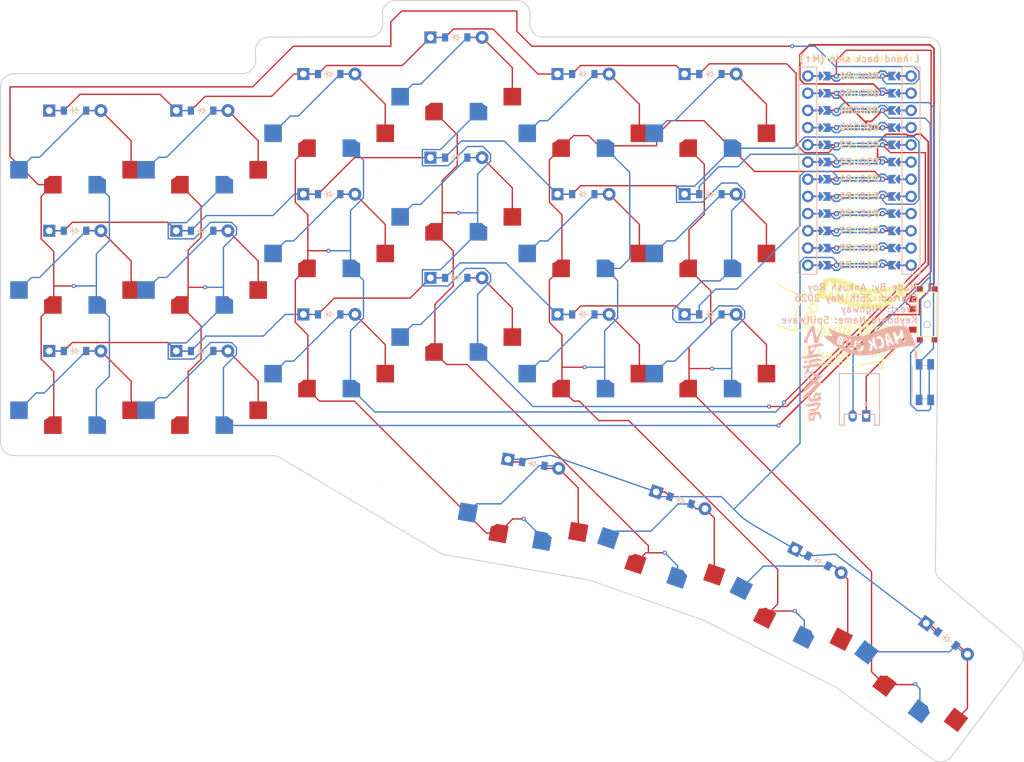
<source format=kicad_pcb>
(kicad_pcb (version 20241229) (generator "pcbnew") (generator_version "9.0")
  (title_block (title "board") (date "2025-05-31") (rev "v1.0.0") (company "Unknown"))
  (layers (0 "F.Cu" signal) (2 "B.Cu" signal) (13 "F.Paste" user) (15 "B.Paste" user) (5 "F.SilkS" user "F.Silkscreen") (7 "B.SilkS" user "B.Silkscreen") (1 "F.Mask" user) (3 "B.Mask" user) (25 "Edge.Cuts" user))
  (net 0 "")
  (net 1 "P1")
  (net 2 "outer_bottom")
  (net 3 "outer_home")
  (net 4 "outer_top")
  (net 5 "P0")
  (net 6 "pinky_bottom")
  (net 7 "pinky_home")
  (net 8 "pinky_top")
  (net 9 "P2")
  (net 10 "ring_bottom")
  (net 11 "ring_home")
  (net 12 "ring_top")
  (net 13 "P3")
  (net 14 "middle_bottom")
  (net 15 "middle_home")
  (net 16 "middle_top")
  (net 17 "P4")
  (net 18 "index_bottom")
  (net 19 "index_home")
  (net 20 "index_top")
  (net 21 "P5")
  (net 22 "inner_bottom")
  (net 23 "inner_home")
  (net 24 "inner_top")
  (net 25 "one_cluster")
  (net 26 "two_cluster")
  (net 27 "three_cluster")
  (net 28 "four_cluster")
  (net 29 "P19")
  (net 30 "P20")
  (net 31 "P21")
  (net 32 "P10")
  (net 33 "RAW")
  (net 34 "GND")
  (net 35 "RST")
  (net 36 "VCC")
  (net 37 "P18")
  (net 38 "P15")
  (net 39 "P14")
  (net 40 "P16")
  (net 41 "P6")
  (net 42 "P7")
  (net 43 "P8")
  (net 44 "P9")
  (net 45 "MCU1_24")
  (net 46 "MCU1_1")
  (net 47 "MCU1_23")
  (net 48 "MCU1_2")
  (net 49 "MCU1_22")
  (net 50 "MCU1_3")
  (net 51 "MCU1_21")
  (net 52 "MCU1_4")
  (net 53 "MCU1_20")
  (net 54 "MCU1_5")
  (net 55 "MCU1_19")
  (net 56 "MCU1_6")
  (net 57 "MCU1_18")
  (net 58 "MCU1_7")
  (net 59 "MCU1_17")
  (net 60 "MCU1_8")
  (net 61 "MCU1_16")
  (net 62 "MCU1_9")
  (net 63 "MCU1_15")
  (net 64 "MCU1_10")
  (net 65 "MCU1_14")
  (net 66 "MCU1_11")
  (net 67 "MCU1_13")
  (net 68 "MCU1_12")
  (net 69 "pos")
  (footprint "E73:SPDT_C128955" (layer "F.Cu") (at 225.75 89.6 -90)
    (property "Reference" "T1" (hide yes))
    (property "Value" "" (hide yes))
  )
  (footprint "HOLE_M2_TH" (layer "F.Cu") (at 146.5 68.85)
    (property "Reference" "")
    (property "Value" "")
  )
  (footprint "PG1350" (layer "F.Cu") (at 193.75 76.85 180)
    (property "Reference" "S17" (hide yes))
    (property "Value" "" (hide yes))
  )
  (footprint "HOLE_M2_TH" (layer "F.Cu") (at 146.5 114.6)
    (property "Reference" "")
    (property "Value" "")
  )
  (footprint "ComboDiode" (layer "F.Cu") (at 137.5 54.1)
    (property "Reference" "D9" (hide yes))
    (property "Value" "" (hide yes))
  )
  (footprint "Panasonic_EVQPUL_EVQPUC" (layer "F.Cu") (at 225.4 99.6 -90)
    (property "Reference" "B1" (hide yes))
    (property "Value" "Panasonic_EVQPUL_EVQPUC" (hide yes))
  )
  (footprint "PG1350" (layer "F.Cu") (at 156.25 71.45 180)
    (property "Reference" "S11" (hide yes))
    (property "Value" "" (hide yes))
  )
  (footprint "HOLE_M2_TH" (layer "F.Cu") (at 214.645525 116.210158 -27)
    (property "Reference" "")
    (property "Value" "")
  )
  (footprint "PG1350" (layer "F.Cu") (at 118.75 100 180)
    (property "Reference" "S4" (hide yes))
    (property "Value" "" (hide yes))
  )
  (footprint "ComboDiode" (layer "F.Cu") (at 193.75 71.85)
    (property "Reference" "D17" (hide yes))
    (property "Value" "" (hide yes))
  )
  (footprint "ComboDiode" (layer "F.Cu") (at 100 77.25)
    (property "Reference" "D2" (hide yes))
    (property "Value" "" (hide yes))
  )
  (footprint "HOLE_M2_TH" (layer "F.Cu") (at 203.75 55.1)
    (property "Reference" "")
    (property "Value" "")
  )
  (footprint "PG1350" (layer "F.Cu") (at 137.5 94.6 180)
    (property "Reference" "S7" (hide yes))
    (property "Value" "" (hide yes))
  )
  (footprint "PG1350" (layer "F.Cu") (at 118.75 64.5 180)
    (property "Reference" "S6" (hide yes))
    (property "Value" "" (hide yes))
  )
  (footprint "ComboDiode" (layer "F.Cu") (at 193.75 54.1)
    (property "Reference" "D18" (hide yes))
    (property "Value" "" (hide yes))
  )
  (footprint "ComboDiode" (layer "F.Cu") (at 118.75 77.25)
    (property "Reference" "D5" (hide yes))
    (property "Value" "" (hide yes))
  )
  (footprint "PG1350" (layer "F.Cu") (at 175 76.85 180)
    (property "Reference" "S14" (hide yes))
    (property "Value" "" (hide yes))
  )
  (footprint "JST_PH_S2B-PH-K_02x2.00mm_Angled" (layer "F.Cu") (at 215.75 104.6 180)
    (property "Reference" "JST1" (hide yes))
    (property "Value" "" (hide yes))
  )
  (footprint "ComboDiode" (layer "F.Cu") (at 156.25 48.7)
    (property "Reference" "D12" (hide yes))
    (property "Value" "" (hide yes))
  )
  (footprint "PG1350" (layer "F.Cu") (at 166.75 116.6 170)
    (property "Reference" "S19" (hide yes))
    (property "Value" "" (hide yes))
  )
  (footprint "PG1350" (layer "F.Cu") (at 225.63408 141.486234 143)
    (property "Reference" "S22" (hide yes))
    (property "Value" "" (hide yes))
  )
  (footprint "PG1350" (layer "F.Cu") (at 187.726133 121.778126 161)
    (property "Reference" "S20" (hide yes))
    (property "Value" "" (hide yes))
  )
  (footprint "PG1350" (layer "F.Cu") (at 175 94.6 180)
    (property "Reference" "S13" (hide yes))
    (property "Value" "" (hide yes))
  )
  (footprint "PG1350" (layer "F.Cu") (at 100 82.25 180)
    (property "Reference" "S2" (hide yes))
    (property "Value" "" (hide yes))
  )
  (footprint "PG1350" (layer "F.Cu") (at 156.25 89.2 180)
    (property "Reference" "S10" (hide yes))
    (property "Value" "" (hide yes))
  )
  (footprint "ComboDiode" (layer "F.Cu") (at 100 59.5)
    (property "Reference" "D3" (hide yes))
    (property "Value" "" (hide yes))
  )
  (footprint "ComboDiode" (layer "F.Cu") (at 137.5 71.85)
    (property "Reference" "D8" (hide yes))
    (property "Value" "" (hide yes))
  )
  (footprint "PG1350" (layer "F.Cu") (at 193.75 94.6 180)
    (property "Reference" "S16" (hide yes))
    (property "Value" "" (hide yes))
  )
  (footprint "ComboDiode" (layer "F.Cu") (at 189.353974 117.050533 -19)
    (property "Reference" "D20" (hide yes))
    (property "Value" "" (hide yes))
  )
  (footprint "ComboDiode" (layer "F.Cu") (at 175 71.85)
    (property "Reference" "D14" (hide yes))
    (property "Value" "" (hide yes))
  )
  (footprint "PG1350" (layer "F.Cu") (at 137.5 76.85 180)
    (property "Reference" "S8" (hide yes))
    (property "Value" "" (hide yes))
  )
  (footprint "ComboDiode" (layer "F.Cu") (at 156.25 66.45)
    (property "Reference" "D11" (hide yes))
    (property "Value" "" (hide yes))
  )
  (footprint "ComboDiode" (layer "F.Cu") (at 118.75 59.5)
    (property "Reference" "D6" (hide yes))
    (property "Value" "" (hide yes))
  )
  (footprint "PG1350" (layer "F.Cu") (at 193.75 59.1 180)
    (property "Reference" "S18" (hide yes))
    (property "Value" "" (hide yes))
  )
  (footprint "ComboDiode" (layer "F.Cu") (at 175 89.6)
    (property "Reference" "D13" (hide yes))
    (property "Value" "" (hide yes))
  )
  (footprint "ComboDiode" (layer "F.Cu") (at 118.75 95)
    (property "Reference" "D4" (hide yes))
    (property "Value" "" (hide yes))
  )
  (footprint "ComboDiode" (layer "F.Cu") (at 228.643156 137.493057 -37)
    (property "Reference" "D22" (hide yes))
    (property "Value" "" (hide yes))
  )
  (footprint "PG1350" (layer "F.Cu") (at 100 64.5 180)
    (property "Reference" "S3" (hide yes))
    (property "Value" "" (hide yes))
  )
  (footprint "ComboDiode" (layer "F.Cu") (at 175 54.1)
    (property "Reference" "D15" (hide yes))
    (property "Value" "" (hide yes))
  )
  (footprint "PG1350" (layer "F.Cu") (at 118.75 82.25 180)
    (property "Reference" "S5" (hide yes))
    (property "Value" "" (hide yes))
  )
  (footprint "PG1350" (layer "F.Cu") (at 100 100 180)
    (property "Reference" "S1" (hide yes))
    (property "Value" "" (hide yes))
  )
  (footprint "ComboDiode" (layer "F.Cu") (at 137.5 89.6)
    (property "Reference" "D7" (hide yes))
    (property "Value" "" (hide yes))
  )
  (footprint "ComboDiode" (layer "F.Cu") (at 167.618241 111.675961 -10)
    (property "Reference" "D19" (hide yes))
    (property "Value" "" (hide yes))
  )
  (footprint "PG1350" (layer "F.Cu") (at 137.5 59.1 180)
    (property "Reference" "S9" (hide yes))
    (property "Value" "" (hide yes))
  )
  (footprint "HOLE_M2_TH" (layer "F.Cu") (at 109 59.5)
    (property "Reference" "")
    (property "Value" "")
  )
  (footprint "ComboDiode" (layer "F.Cu") (at 193.75 89.6)
    (property "Reference" "D16" (hide yes))
    (property "Value" "" (hide yes))
  )
  (footprint "ComboDiode" (layer "F.Cu") (at 100 95)
    (property "Reference" "D1" (hide yes))
    (property "Value" "" (hide yes))
  )
  (footprint "PG1350" (layer "F.Cu") (at 156.25 53.7 180)
    (property "Reference" "S12" (hide yes))
    (property "Value" "" (hide yes))
  )
  (footprint "ceoloide:mcu_supermini_nrf52840" (layer "F.Cu") (at 215.75 67.1)
    (property "Reference" "MCU1" (hide yes))
    (property "Value" "")
  )
  (footprint "ComboDiode" (layer "F.Cu") (at 209.651629 126.01123 -27)
    (property "Reference" "D21" (hide yes))
    (property "Value" "" (hide yes))
  )
  (footprint "PG1350" (layer "F.Cu") (at 207.381677 130.466262 153)
    (property "Reference" "S21" (hide yes))
    (property "Value" "" (hide yes))
  )
  (footprint "ComboDiode" (layer "F.Cu") (at 156.25 84.2)
    (property "Reference" "D10" (hide yes))
    (property "Value" "" (hide yes))
  )
  (footprint "PG1350" (layer "F.Cu") (at 175 59.1 180)
    (property "Reference" "S15" (hide yes))
    (property "Value" "" (hide yes))
  )
  (gr_poly (pts (xy 214.546053 90.567467) (xy 214.560598 90.569832) (xy 214.575263 90.57378) (xy 214.589997 90.579337) (xy 214.604752 90.586525) (xy 214.619477 90.595371) (xy 214.634123 90.605898) (xy 214.64864 90.61813) (xy 214.66298 90.632093) (xy 214.677092 90.647809) (xy 214.690927 90.665304) (xy 214.704435 90.684602) (xy 214.716524 90.703415) (xy 214.72698 90.720521) (xy 214.735784 90.736256) (xy 214.742915 90.750958) (xy 214.748353 90.76496) (xy 214.750431 90.771804) (xy 214.752078 90.7786) (xy 214.753292 90.785388) (xy 214.75407 90.792212) (xy 214.75441 90.799114) (xy 214.754309 90.806134) (xy 214.753764 90.813316) (xy 214.752774 90.820701) (xy 214.751335 90.828331) (xy 214.749445 90.836248) (xy 214.744303 90.853113) (xy 214.737326 90.87163) (xy 214.728495 90.892135) (xy 214.71779 90.914965) (xy 214.705191 90.940455) (xy 214.690677 90.968941) (xy 214.681398 90.987298) (xy 214.670836 91.006158) (xy 214.659106 91.025382) (xy 214.64632 91.044827) (xy 214.632594 91.064353) (xy 214.618042 91.083818) (xy 214.602778 91.103081) (xy 214.586916 91.122003) (xy 214.57057 91.14044) (xy 214.553855 91.158253) (xy 214.536884 91.175299) (xy 214.519772 91.191439) (xy 214.502634 91.206531) (xy 214.485582 91.220434) (xy 214.468733 91.233006) (xy 214.452199 91.244108) (xy 214.296271 91.349588) (xy 214.534749 91.349588) (xy 214.558537 91.349801) (xy 214.581667 91.35043) (xy 214.604018 91.351463) (xy 214.625468 91.352885) (xy 214.645897 91.354683) (xy 214.665184 91.356844) (xy 214.683209 91.359354) (xy 214.699849 91.3622) (xy 214.714984 91.365369) (xy 214.728494 91.368846) (xy 214.740257 91.37262) (xy 214.745446 91.374613) (xy 214.750153 91.376675) (xy 214.754362 91.378804) (xy 214.75806 91.380999) (xy 214.76123 91.383258) (xy 214.763857 91.385579) (xy 214.765927 91.38796) (xy 214.767424 91.3904) (xy 214.768334 91.392897) (xy 214.76864 91.395449) (xy 214.768494 91.397598) (xy 214.768059 91.399743) (xy 214.767344 91.40188) (xy 214.766356 91.404004) (xy 214.765103 91.406111) (xy 214.763592 91.408197) (xy 214.759826 91.412289) (xy 214.755121 91.416247) (xy 214.749535 91.420037) (xy 214.743129 91.423626) (xy 214.735964 91.426979) (xy 214.728101 91.430064) (xy 214.719599 91.432846) (xy 214.71052 91.435292) (xy 214.700924 91.437369) (xy 214.69087 91.439043) (xy 214.68042 91.44028) (xy 214.669635 91.441047) (xy 214.658574 91.441311) (xy 214.652165 91.441404) (xy 214.645843 91.441682) (xy 214.639611 91.442142) (xy 214.633475 91.44278) (xy 214.62744 91.443592) (xy 214.621511 91.444575) (xy 214.615692 91.445727) (xy 214.60999 91.447043) (xy 214.604408 91.448521) (xy 214.598952 91.450156) (xy 214.593627 91.451946) (xy 214.588439 91.453887) (xy 214.583391 91.455975) (xy 214.578489 91.458208) (xy 214.573739 91.460583) (xy 214.569145 91.463095) (xy 214.564712 91.465741) (xy 214.560445 91.468518) (xy 214.55635 91.471423) (xy 214.552431 91.474452) (xy 214.548693 91.477603) (xy 214.545142 91.48087) (xy 214.541782 91.484252) (xy 214.538618 91.487745) (xy 214.535657 91.491345) (xy 214.532902 91.49505) (xy 214.530358 91.498855) (xy 214.528031 91.502757) (xy 214.525926 91.506754) (xy 214.524047 91.510841) (xy 214.5224 91.515016) (xy 214.520991 91.519274) (xy 214.492283 91.61632) (xy 214.466316 91.706391) (xy 214.443036 91.789718) (xy 214.422389 91.866529) (xy 214.404322 91.937052) (xy 214.388782 92.001515) (xy 214.375713 92.060147) (xy 214.365063 92.113176) (xy 214.356777 92.160831) (xy 214.350803 92.203339) (xy 214.347086 92.240931) (xy 214.345572 92.273833) (xy 214.346208 92.302274) (xy 214.347315 92.314894) (xy 214.34894 92.326484) (xy 214.351075 92.337072) (xy 214.353714 92.346689) (xy 214.35685 92.355361) (xy 214.360477 92.363119) (xy 214.366148 92.373921) (xy 214.371991 92.38397) (xy 214.378016 92.393265) (xy 214.384231 92.401805) (xy 214.390649 92.409589) (xy 214.397278 92.416617) (xy 214.404128 92.422887) (xy 214.411211 92.428399) (xy 214.418535 92.433152) (xy 214.426111 92.437145) (xy 214.433949 92.440377) (xy 214.442059 92.442847) (xy 214.450452 92.444555) (xy 214.459136 92.4455) (xy 214.468123 92.44568) (xy 214.477423 92.445095) (xy 214.487044 92.443745) (xy 214.496999 92.441628) (xy 214.507296 92.438743) (xy 214.517945 92.43509) (xy 214.528958 92.430668) (xy 214.540343 92.425476) (xy 214.564272 92.412778) (xy 214.589814 92.39699) (xy 214.617048 92.378104) (xy 214.646056 92.356115) (xy 214.676918 92.331016) (xy 214.692931 92.31739) (xy 214.708279 92.30488) (xy 214.722943 92.293473) (xy 214.736905 92.283157) (xy 214.750145 92.27392) (xy 214.762643 92.265748) (xy 214.77438 92.258629) (xy 214.785337 92.252551) (xy 214.795495 92.2475) (xy 214.804833 92.243464) (xy 214.813334 92.240432) (xy 214.820978 92.238389) (xy 214.827745 92.237324) (xy 214.833615 92.237224) (xy 214.838571 92.238075) (xy 214.842592 92.239867) (xy 214.845659 92.242586) (xy 214.847752 92.246219) (xy 214.848853 92.250754) (xy 214.848942 92.256178) (xy 214.848 92.262479) (xy 214.846008 92.269644) (xy 214.842945 92.277661) (xy 214.838794 92.286516) (xy 214.833534 92.296198) (xy 214.827146 92.306694) (xy 214.819611 92.31799) (xy 214.81091 92.330075) (xy 214.801023 92.342936) (xy 214.789931 92.356561) (xy 214.777614 92.370936) (xy 214.764054 92.386049) (xy 214.742958 92.407947) (xy 214.720994 92.428915) (xy 214.698234 92.448938) (xy 214.67475 92.467999) (xy 214.650615 92.486083) (xy 214.6259 92.503173) (xy 214.600678 92.519254) (xy 214.57502 92.53431) (xy 214.549001 92.548324) (xy 214.52269 92.561281) (xy 214.496161 92.573165) (xy 214.469486 92.58396) (xy 214.442737 92.593649) (xy 214.415987 92.602218) (xy 214.389307 92.60965) (xy 214.36277 92.615928) (xy 214.336447 92.621038) (xy 214.310412 92.624963) (xy 214.284737 92.627687) (xy 214.259492 92.629194) (xy 214.234752 92.629468) (xy 214.210588 92.628494) (xy 214.187072 92.626255) (xy 214.164277 92.622736) (xy 214.142274 92.61792) (xy 214.121137 92.611791) (xy 214.100936 92.604334) (xy 214.081745 92.595533) (xy 214.063635 92.585371) (xy 214.046679 92.573832) (xy 214.03095 92.560902) (xy 214.016518 92.546563) (xy 213.988992 92.517972) (xy 213.977309 92.506739) (xy 213.966573 92.497549) (xy 213.961457 92.49372) (xy 213.956454 92.490401) (xy 213.951524 92.487593) (xy 213.946625 92.485296) (xy 213.941716 92.483509) (xy 213.936755 92.482232) (xy 213.931702 92.481466) (xy 213.926516 92.481211) (xy 213.921155 92.481466) (xy 213.915578 92.482232) (xy 213.909744 92.483509) (xy 213.903612 92.485296) (xy 213.897141 92.487593) (xy 213.890289 92.490401) (xy 213.87528 92.497549) (xy 213.858256 92.506739) (xy 213.838887 92.517972) (xy 213.791799 92.546563) (xy 213.774161 92.55656) (xy 213.756515 92.565911) (xy 213.738881 92.574617) (xy 213.721279 92.582679) (xy 213.703726 92.590095) (xy 213.686243 92.596867) (xy 213.66885 92.602994) (xy 213.651564 92.608476) (xy 213.634407 92.613313) (xy 213.617396 92.617505) (xy 213.600551 92.621052) (xy 213.583892 92.623954) (xy 213.567438 92.626211) (xy 213.551208 92.627823) (xy 213.535222 92.628791) (xy 213.519499 92.629113) (xy 213.504057 92.628791) (xy 213.488917 92.627823) (xy 213.474098 92.626211) (xy 213.459619 92.623954) (xy 213.4455 92.621052) (xy 213.431759 92.617505) (xy 213.418416 92.613313) (xy 213.405491 92.608476) (xy 213.393002 92.602994) (xy 213.380969 92.596867) (xy 213.369412 92.590095) (xy 213.358349 92.582679) (xy 213.3478 92.574617) (xy 213.337784 92.565911) (xy 213.328321 92.55656) (xy 213.31943 92.546563) (xy 213.306427 92.531246) (xy 213.294734 92.517972) (xy 213.28405 92.506739) (xy 213.27407 92.497549) (xy 213.26925 92.49372) (xy 213.264494 92.490401) (xy 213.259762 92.487593) (xy 213.255018 92.485296) (xy 213.250224 92.483509) (xy 213.245341 92.482232) (xy 213.240332 92.481466) (xy 213.23516 92.481211) (xy 213.229786 92.481466) (xy 213.224173 92.482232) (xy 213.218282 92.483509) (xy 213.212077 92.485296) (xy 213.205519 92.487593) (xy 213.198571 92.490401) (xy 213.183351 92.497549) (xy 213.166116 92.506739) (xy 213.146564 92.517972) (xy 213.099296 92.546563) (xy 213.078402 92.558523) (xy 213.057045 92.569469) (xy 213.035298 92.579411) (xy 213.013235 92.588358) (xy 212.99093 92.596317) (xy 212.968458 92.603296) (xy 212.945891 92.609305) (xy 212.923304 92.614352) (xy 212.900771 92.618444) (xy 212.878366 92.621591) (xy 212.856162 92.623801) (xy 212.834233 92.625083) (xy 212.812654 92.625443) (xy 212.791498 92.624892) (xy 212.77084 92.623437) (xy 212.750752 92.621088) (xy 212.731309 92.617851) (xy 212.712585 92.613736) (xy 212.694654 92.608751) (xy 212.677589 92.602904) (xy 212.661465 92.596205) (xy 212.646355 92.58866) (xy 212.632334 92.580279) (xy 212.619474 92.57107) (xy 212.607851 92.561042) (xy 212.597538 92.550202) (xy 212.588609 92.53856) (xy 212.581137 92.526123) (xy 212.575198 92.5129) (xy 212.570863 92.4989) (xy 212.568209 92.48413) (xy 212.567307 92.468599) (xy 212.56707 92.458172) (xy 212.566268 92.449243) (xy 212.564768 92.441805) (xy 212.563714 92.438643) (xy 212.562435 92.435852) (xy 212.560914 92.43343) (xy 212.559134 92.431376) (xy 212.557079 92.429691) (xy 212.554731 92.428372) (xy 212.552075 92.42742) (xy 212.549093 92.426833) (xy 212.545768 92.42661) (xy 212.542084 92.426751) (xy 212.538023 92.427255) (xy 212.53357 92.42812) (xy 212.523417 92.430934) (xy 212.51149 92.435185) (xy 212.497656 92.440868) (xy 212.481779 92.447974) (xy 212.463726 92.456498) (xy 212.420552 92.477772) (xy 212.404662 92.486047) (xy 212.388019 92.493671) (xy 212.370732 92.500636) (xy 212.352907 92.506936) (xy 212.334652 92.512565) (xy 212.316075 92.517515) (xy 212.297282 92.52178) (xy 212.278382 92.525352) (xy 212.259483 92.528227) (xy 212.24069 92.530395) (xy 212.222113 92.531852) (xy 212.203858 92.53259) (xy 212.186033 92.532602) (xy 212.168746 92.531882) (xy 212.152103 92.530423) (xy 212.136213 92.528219) (xy 212.119831 92.526012) (xy 212.103403 92.524537) (xy 212.086987 92.523775) (xy 212.070646 92.523704) (xy 212.054439 92.524306) (xy 212.038427 92.525558) (xy 212.02267 92.527443) (xy 212.007229 92.529939) (xy 211.992164 92.533025) (xy 211.977535 92.536683) (xy 211.963404 92.540892) (xy 211.949831 92.545632) (xy 211.936875 92.550882) (xy 211.924598 92.556622) (xy 211.91306 92.562833) (xy 211.902321 92.569494) (xy 211.890854 92.577394) (xy 211.878834 92.584757) (xy 211.866303 92.591582) (xy 211.853298 92.59787) (xy 211.826029 92.608834) (xy 211.797342 92.617648) (xy 211.767554 92.624312) (xy 211.73698 92.628827) (xy 211.705935 92.631191) (xy 211.674736 92.631406) (xy 211.643698 92.629472) (xy 211.613137 92.625387) (xy 211.583368 92.619153) (xy 211.554708 92.610769) (xy 211.527473 92.600235) (xy 211.514488 92.594162) (xy 211.501977 92.587552) (xy 211.48998 92.580404) (xy 211.478537 92.572718) (xy 211.467687 92.564496) (xy 211.457468 92.555735) (xy 211.448878 92.548215) (xy 211.440342 92.541144) (xy 211.431913 92.534544) (xy 211.423646 92.528434) (xy 211.415593 92.522834) (xy 211.40781 92.517766) (xy 211.400348 92.513248) (xy 211.393263 92.509301) (xy 211.386608 92.505945) (xy 211.380436 92.503201) (xy 211.374802 92.501088) (xy 211.372203 92.500275) (xy 211.369759 92.499627) (xy 211.367476 92.499147) (xy 211.365361 92.498838) (xy 211.363421 92.498701) (xy 211.361662 92.49874) (xy 211.360091 92.498958) (xy 211.358715 92.499355) (xy 211.35754 92.499936) (xy 211.356574 92.500702) (xy 211.35352 92.504693) (xy 211.349552 92.513063) (xy 211.33909 92.541977) (xy 211.325618 92.585509) (xy 211.309567 92.641725) (xy 211.271444 92.784468) (xy 211.228163 92.954727) (xy 211.118096 93.390408) (xy 210.920894 93.404166) (xy 210.889964 93.406467) (xy 210.862421 93.40817) (xy 210.838102 93.409214) (xy 210.827101 93.409471) (xy 210.816846 93.40954) (xy 210.807317 93.409415) (xy 210.798493 93.409087) (xy 210.790354 93.408549) (xy 210.78288 93.407794) (xy 210.776052 93.406813) (xy 210.769848 93.4056) (xy 210.764248 93.404147) (xy 210.759233 93.402446) (xy 210.754783 93.40049) (xy 210.750876 93.398271) (xy 210.747494 93.395781) (xy 210.744615 93.393014) (xy 210.74222 93.389961) (xy 210.740289 93.386615) (xy 210.738801 93.382969) (xy 210.737736 93.379014) (xy 210.737074 93.374743) (xy 210.736795 93.37015) (xy 210.736879 93.365225) (xy 210.737306 93.359962) (xy 210.738055 93.354353) (xy 210.739106 93.34839) (xy 210.74044 93.342067) (xy 210.742035 93.335374) (xy 211.00803 92.298913) (xy 211.013203 92.279082) (xy 211.424678 92.279082) (xy 211.424977 92.288415) (xy 211.425688 92.297158) (xy 211.426808 92.305362) (xy 211.428334 92.313084) (xy 211.430264 92.320375) (xy 211.432596 92.32729) (xy 211.435326 92.333882) (xy 211.438453 92.340206) (xy 211.441974 92.346315) (xy 211.445886 92.352263) (xy 211.450186 92.358103) (xy 211.454873 92.363889) (xy 211.459944 92.369675) (xy 211.471227 92.381463) (xy 211.481401 92.391244) (xy 211.491354 92.399951) (xy 211.501186 92.407582) (xy 211.510997 92.414139) (xy 211.520889 92.419621) (xy 211.530963 92.424028) (xy 211.536099 92.425828) (xy 211.541318 92.42736) (xy 211.546634 92.428623) (xy 211.552057 92.429617) (xy 211.557601 92.430343) (xy 211.563279 92.4308) (xy 211.575086 92.430907) (xy 211.587578 92.42994) (xy 211.600856 92.427898) (xy 211.615021 92.42478) (xy 211.630173 92.420588) (xy 211.646414 92.415322) (xy 211.663844 92.40898) (xy 211.680463 92.401813) (xy 211.695973 92.393994) (xy 211.710449 92.38541) (xy 211.723965 92.375946) (xy 211.736593 92.365487) (xy 211.748409 92.35392) (xy 211.759486 92.34113) (xy 211.769897 92.327003) (xy 211.779718 92.311425) (xy 211.789021 92.294282) (xy 211.797881 92.27546) (xy 211.806371 92.254844) (xy 211.814566 92.232319) (xy 211.822539 92.207773) (xy 211.830364 92.181091) (xy 211.838116 92.152158) (xy 211.843428 92.130788) (xy 211.849017 92.109754) (xy 211.854833 92.089177) (xy 211.860831 92.069178) (xy 211.866964 92.049877) (xy 211.873183 92.031396) (xy 211.879443 92.013856) (xy 211.885697 91.997376) (xy 211.891896 91.98208) (xy 211.897995 91.968086) (xy 211.903946 91.955517) (xy 211.909702 91.944493) (xy 211.915216 91.935135) (xy 211.920442 91.927564) (xy 211.922932 91.924486) (xy 211.925331 91.9219) (xy 211.927636 91.919822) (xy 211.929838 91.918266) (xy 211.93403 91.915) (xy 211.938004 91.910408) (xy 211.941758 91.904564) (xy 211.945289 91.897539) (xy 211.951675 91.880236) (xy 211.95714 91.859076) (xy 211.961664 91.834639) (xy 211.965228 91.807501) (xy 211.967811 91.77824) (xy 211.969393 91.747433) (xy 211.969954 91.71566) (xy 211.969474 91.683497) (xy 211.967932 91.651521) (xy 211.965309 91.620312) (xy 211.961584 91.590446) (xy 211.956737 91.562502) (xy 211.950748 91.537057) (xy 211.943596 91.514688) (xy 211.9422 91.510846) (xy 211.940598 91.507062) (xy 211.938797 91.50334) (xy 211.936807 91.499685) (xy 211.934635 91.4961) (xy 211.93229 91.49259) (xy 211.927115 91.48581) (xy 211.921349 91.47938) (xy 211.915059 91.473333) (xy 211.908311 91.467702) (xy 211.901175 91.462521) (xy 211.893716 91.457824) (xy 211.886001 91.453645) (xy 211.878099 91.450016) (xy 211.870075 91.446972) (xy 211.861998 91.444545) (xy 211.853934 91.442771) (xy 211.845951 91.441681) (xy 211.838116 91.441311) (xy 211.825245 91.441887) (xy 211.812434 91.443608) (xy 211.799689 91.446465) (xy 211.787015 91.450447) (xy 211.761904 91.461746) (xy 211.73715 91.477426) (xy 211.712798 91.497405) (xy 211.688897 91.521603) (xy 211.665493 91.54994) (xy 211.642633 91.582333) (xy 211.620364 91.618704) (xy 211.598733 91.658972) (xy 211.577788 91.703055) (xy 211.557575 91.750873) (xy 211.538141 91.802346) (xy 211.519533 91.857393) (xy 211.501799 91.915933) (xy 211.484985 91.977885) (xy 211.471277 92.031593) (xy 211.459376 92.079496) (xy 211.449263 92.122025) (xy 211.440916 92.15961) (xy 211.437398 92.176683) (xy 211.434315 92.19268) (xy 211.431664 92.207657) (xy 211.429441 92.221666) (xy 211.427646 92.234761) (xy 211.426274 92.246997) (xy 211.425324 92.258426) (xy 211.424793 92.269103) (xy 211.424678 92.279082) (xy 211.013203 92.279082) (xy 211.25568 91.349588) (xy 211.452882 91.349588) (xy 211.473236 91.349851) (xy 211.492957 91.350618) (xy 211.511953 91.351856) (xy 211.53013 91.35353) (xy 211.547393 91.355606) (xy 211.563648 91.358053) (xy 211.578801 91.360835) (xy 211.592759 91.36392) (xy 211.605427 91.367273) (xy 211.616711 91.370862) (xy 211.621804 91.372734) (xy 211.626516 91.374652) (xy 211.630836 91.376612) (xy 211.63475 91.37861) (xy 211.638249 91.380641) (xy 211.641318 91.382702) (xy 211.643948 91.384788) (xy 211.646126 91.386895) (xy 211.647841 91.389019) (xy 211.64908 91.391156) (xy 211.649832 91.3933) (xy 211.650085 91.395449) (xy 211.650409 91.401093) (xy 211.650815 91.403632) (xy 211.651384 91.405983) (xy 211.652118 91.408146) (xy 211.653018 91.410121) (xy 211.654083 91.411908) (xy 211.655316 91.413507) (xy 211.656717 91.414918) (xy 211.658287 91.416141) (xy 211.660026 91.417175) (xy 211.661936 91.418022) (xy 211.664017 91.41868) (xy 211.66627 91.41915) (xy 211.668696 91.419432) (xy 211.671296 91.419527) (xy 211.674071 91.419432) (xy 211.677021 91.41915) (xy 211.683451 91.418022) (xy 211.690593 91.416141) (xy 211.698454 91.413507) (xy 211.707041 91.410121) (xy 211.71636 91.405983) (xy 211.726418 91.401093) (xy 211.737221 91.395449) (xy 211.75033 91.388838) (xy 211.763837 91.382761) (xy 211.791923 91.372196) (xy 211.821233 91.363727) (xy 211.851516 91.357327) (xy 211.882525 91.35297) (xy 211.914011 91.350627) (xy 211.945725 91.350273) (xy 211.977419 91.351881) (xy 212.008844 91.355424) (xy 212.039752 91.360874) (xy 212.069895 91.368206) (xy 212.099022 91.377392) (xy 212.126887 91.388405) (xy 212.153241 91.401218) (xy 212.177834 91.415805) (xy 212.189393 91.423755) (xy 212.200418 91.432138) (xy 212.215036 91.445216) (xy 212.228793 91.45948) (xy 212.241686 91.474879) (xy 212.253714 91.491364) (xy 212.264876 91.508882) (xy 212.275169 91.527385) (xy 212.293144 91.567142) (xy 212.307625 91.610231) (xy 212.3186 91.656249) (xy 212.326055 91.704792) (xy 212.329976 91.755459) (xy 212.33035 91.807846) (xy 212.327163 91.861549) (xy 212.320403 91.916166) (xy 212.310055 91.971293) (xy 212.296106 92.026528) (xy 212.278544 92.081467) (xy 212.257353 92.135708) (xy 212.232521 92.188847) (xy 212.215531 92.221607) (xy 212.200643 92.251216) (xy 212.193972 92.264896) (xy 212.18781 92.277856) (xy 212.18215 92.290119) (xy 212.176986 92.301708) (xy 212.172313 92.312645) (xy 212.168124 92.322953) (xy 212.164414 92.332655) (xy 212.161177 92.341774) (xy 212.158406 92.350331) (xy 212.156097 92.35835) (xy 212.154243 92.365854) (xy 212.152838 92.372864) (xy 212.151876 92.379404) (xy 212.151352 92.385497) (xy 212.151259 92.391165) (xy 212.151593 92.396431) (xy 212.152346 92.401317) (xy 212.153513 92.405846) (xy 212.155088 92.410041) (xy 212.157065 92.413924) (xy 212.159439 92.417519) (xy 212.162203 92.420847) (xy 212.165352 92.423932) (xy 212.16888 92.426796) (xy 212.17278 92.429461) (xy 212.177048 92.431952) (xy 212.181676 92.434289) (xy 212.18666 92.436496) (xy 212.197175 92.439926) (xy 212.20806 92.442487) (xy 212.219283 92.444198) (xy 212.23081 92.445077) (xy 212.24261 92.445144) (xy 212.254649 92.444417) (xy 212.266895 92.442913) (xy 212.279314 92.440653) (xy 212.291874 92.437653) (xy 212.304543 92.433932) (xy 212.317287 92.42951) (xy 212.330075 92.424404) (xy 212.342872 92.418633) (xy 212.355646 92.412216) (xy 212.368366 92.40517) (xy 212.380997 92.397515) (xy 212.393507 92.389268) (xy 212.405863 92.380449) (xy 212.418033 92.371075) (xy 212.429984 92.361166) (xy 212.441683 92.350739) (xy 212.453097 92.339814) (xy 212.464194 92.328409) (xy 212.47494 92.316541) (xy 212.485304 92.30423) (xy 212.495252 92.291494) (xy 212.504751 92.278352) (xy 212.51377 92.264822) (xy 212.522274 92.250922) (xy 212.530232 92.236671) (xy 212.537611 92.222088) (xy 212.544377 92.207191) (xy 212.560115 92.163309) (xy 212.582571 92.09261) (xy 212.643552 91.88559) (xy 212.719151 91.615798) (xy 212.801199 91.312899) (xy 212.993816 90.569949) (xy 213.191018 90.569949) (xy 213.383635 90.569949) (xy 213.227707 91.152386) (xy 213.129957 91.516193) (xy 213.089906 91.667275) (xy 213.05537 91.7996) (xy 213.026074 91.914513) (xy 213.001743 92.013356) (xy 212.982101 92.097474) (xy 212.973952 92.13443) (xy 212.966872 92.168209) (xy 212.960827 92.198978) (xy 212.955782 92.226906) (xy 212.951703 92.25216) (xy 212.948555 92.274908) (xy 212.946303 92.295318) (xy 212.944915 92.313558) (xy 212.944354 92.329797) (xy 212.944587 92.344201) (xy 212.945579 92.356939) (xy 212.947295 92.36818) (xy 212.949702 92.37809) (xy 212.952765 92.386837) (xy 212.956449 92.394591) (xy 212.96072 92.401518) (xy 212.965543 92.407787) (xy 212.970885 92.413566) (xy 212.978577 92.420874) (xy 212.986202 92.427315) (xy 212.9938 92.432883) (xy 213.001412 92.437571) (xy 213.005235 92.439583) (xy 213.009077 92.441373) (xy 213.012942 92.442939) (xy 213.016836 92.44428) (xy 213.020763 92.445397) (xy 213.024729 92.446288) (xy 213.028739 92.446952) (xy 213.032798 92.447389) (xy 213.03691 92.447597) (xy 213.041081 92.447576) (xy 213.045316 92.447324) (xy 213.049619 92.446842) (xy 213.053997 92.446128) (xy 213.058453 92.445182) (xy 213.062994 92.444002) (xy 213.067623 92.442587) (xy 213.07717 92.439053) (xy 213.087132 92.434571) (xy 213.097552 92.429135) (xy 213.108468 92.422738) (xy 213.122298 92.412211) (xy 213.136343 92.39764) (xy 213.150711 92.378743) (xy 213.165508 92.355237) (xy 213.180843 92.32684) (xy 213.196823 92.29327) (xy 213.231147 92.209484) (xy 213.269341 92.101621) (xy 213.312264 91.967423) (xy 213.360776 91.804634) (xy 213.415738 91.610997) (xy 213.489116 91.349588) (xy 213.667974 91.349588) (xy 213.686661 91.349746) (xy 213.704824 91.350206) (xy 213.722369 91.350949) (xy 213.739202 91.351953) (xy 213.755229 91.353199) (xy 213.770355 91.354667) (xy 213.784488 91.356336) (xy 213.797532 91.358187) (xy 213.809393 91.360199) (xy 213.819979 91.362352) (xy 213.829193 91.364626) (xy 213.836944 91.367001) (xy 213.843135 91.369457) (xy 213.845617 91.370708) (xy 213.847674 91.371972) (xy 213.849295 91.373247) (xy 213.850467 91.374529) (xy 213.851179 91.375815) (xy 213.851418 91.377105) (xy 213.848919 91.39201) (xy 213.841745 91.424972) (xy 213.815303 91.536472) (xy 213.775963 91.694406) (xy 213.727594 91.881577) (xy 213.710496 91.949071) (xy 213.695294 92.010714) (xy 213.681945 92.066781) (xy 213.67041 92.117547) (xy 213.660649 92.163288) (xy 213.652621 92.20428) (xy 213.646286 92.240797) (xy 213.641604 92.273116) (xy 213.638534 92.301512) (xy 213.637591 92.314325) (xy 213.637036 92.32626) (xy 213.636863 92.337352) (xy 213.637069 92.347635) (xy 213.637648 92.357144) (xy 213.638594 92.365913) (xy 213.639903 92.373977) (xy 213.64157 92.38137) (xy 213.64359 92.388127) (xy 213.645957 92.394281) (xy 213.648667 92.399868) (xy 213.651714 92.404921) (xy 213.655094 92.409476) (xy 213.658802 92.413566) (xy 213.668287 92.422367) (xy 213.677824 92.429856) (xy 213.687409 92.436036) (xy 213.69704 92.440912) (xy 213.706715 92.444489) (xy 213.716432 92.446769) (xy 213.726186 92.447758) (xy 213.735977 92.44746) (xy 213.745802 92.445879) (xy 213.755658 92.443018) (xy 213.765542 92.438883) (xy 213.775452 92.433478) (xy 213.785386 92.426806) (xy 213.79534 92.418872) (xy 213.815303 92.399234) (xy 213.835319 92.374599) (xy 213.855368 92.344998) (xy 213.875432 92.310467) (xy 213.895488 92.271038) (xy 213.915518 92.226746) (xy 213.9355 92.177623) (xy 213.955415 92.123704) (xy 213.975243 92.065021) (xy 214.002926 91.980173) (xy 214.027518 91.9026) (xy 214.049047 91.832054) (xy 214.067539 91.768286) (xy 214.075655 91.738866) (xy 214.083021 91.711048) (xy 214.089642 91.6848) (xy 214.095521 91.660091) (xy 214.100661 91.636891) (xy 214.105065 91.615167) (xy 214.108737 91.59489) (xy 214.11168 91.576027) (xy 214.113898 91.558549) (xy 214.115393 91.542423) (xy 214.116169 91.527619) (xy 214.11623 91.514106) (xy 214.115579 91.501852) (xy 214.114219 91.490827) (xy 214.112154 91.481) (xy 214.109387 91.472338) (xy 214.105921 91.464813) (xy 214.10176 91.458391) (xy 214.09942 91.455584) (xy 214.096907 91.453042) (xy 214.094222 91.450761) (xy 214.091365 91.448736) (xy 214.085138 91.445441) (xy 214.078229 91.443125) (xy 214.070642 91.441759) (xy 214.062379 91.441311) (xy 214.052046 91.441072) (xy 214.04254 91.440368) (xy 214.033855 91.439217) (xy 214.025986 91.437638) (xy 214.018926 91.435649) (xy 214.01267 91.433269) (xy 214.007212 91.430516) (xy 214.002545 91.427409) (xy 213.998664 91.423966) (xy 213.995564 91.420205) (xy 213.993238 91.416145) (xy 213.99168 91.411805) (xy 213.990885 91.407203) (xy 213.990846 91.402358) (xy 213.991558 91.397287) (xy 213.993015 91.39201) (xy 213.99521 91.386545) (xy 213.998139 91.38091) (xy 214.001795 91.375123) (xy 214.006173 91.369205) (xy 214.011266 91.363172) (xy 214.017068 91.357043) (xy 214.023574 91.350837) (xy 214.030778 91.344572) (xy 214.038674 91.338267) (xy 214.047256 91.33194) (xy 214.056519 91.32561) (xy 214.066455 91.319295) (xy 214.07706 91.313013) (xy 214.088328 91.306784) (xy 214.100252 91.300625) (xy 214.112827 91.294555) (xy 214.141253 91.279732) (xy 214.168039 91.262819) (xy 214.19316 91.243878) (xy 214.216588 91.222969) (xy 214.238295 91.200151) (xy 214.258257 91.175486) (xy 214.276444 91.149034) (xy 214.292832 91.120856) (xy 214.307392 91.091012) (xy 214.320097 91.059562) (xy 214.330922 91.026566) (xy 214.339839 90.992087) (xy 214.346821 90.956183) (xy 214.351842 90.918915) (xy 214.354874 90.880344) (xy 214.35589 90.84053) (xy 214.356487 90.815261) (xy 214.358243 90.791065) (xy 214.361109 90.767965) (xy 214.365036 90.745986) (xy 214.369974 90.725153) (xy 214.375873 90.705489) (xy 214.382684 90.68702) (xy 214.390358 90.669769) (xy 214.398845 90.653761) (xy 214.408094 90.63902) (xy 214.418058 90.62557) (xy 214.428686 90.613437) (xy 214.439929 90.602643) (xy 214.451736 90.593215) (xy 214.46406 90.585175) (xy 214.476849 90.578548) (xy 214.490055 90.573359) (xy 214.503628 90.569632) (xy 214.517518 90.567392) (xy 214.531677 90.566662)) (fill yes) (layer "F.SilkS"))
  (gr_poly (pts (xy 209.702035 94.527313) (xy 209.705038 94.527533) (xy 209.708059 94.527892) (xy 209.711094 94.528392) (xy 209.714137 94.529033) (xy 209.720238 94.530736) (xy 209.726331 94.533002) (xy 209.732384 94.53583) (xy 209.738367 94.53922) (xy 209.744249 94.543172) (xy 209.751591 94.553324) (xy 209.760254 94.572596) (xy 209.78074 94.634894) (xy 209.804103 94.722857) (xy 209.828739 94.829275) (xy 209.853045 94.946937) (xy 209.875416 95.068635) (xy 209.894249 95.187157) (xy 209.907938 95.295294) (xy 209.911295 95.321626) (xy 209.91495 95.348255) (xy 209.918803 95.374421) (xy 209.922755 95.399364) (xy 209.926707 95.422322) (xy 209.93056 95.442535) (xy 209.934215 95.459242) (xy 209.935936 95.466043) (xy 209.937571 95.471683) (xy 209.940203 95.485218) (xy 209.942753 95.505087) (xy 209.945137 95.530346) (xy 209.947273 95.560054) (xy 209.949078 95.593267) (xy 209.95047 95.629044) (xy 209.951365 95.666441) (xy 209.951682 95.704517) (xy 209.951767 95.737521) (xy 209.952027 95.767796) (xy 209.952473 95.795426) (xy 209.953116 95.820492) (xy 209.953965 95.843078) (xy 209.955031 95.863266) (xy 209.956325 95.88114) (xy 209.957856 95.89678) (xy 209.958714 95.903789) (xy 209.959635 95.910271) (xy 209.960621 95.916236) (xy 209.961673 95.921695) (xy 209.962792 95.926658) (xy 209.96398 95.931135) (xy 209.965237 95.935136) (xy 209.966565 95.938673) (xy 209.967966 95.941754) (xy 209.96944 95.944391) (xy 209.970989 95.946595) (xy 209.972615 95.948374) (xy 209.974318 95.94974) (xy 209.9761 95.950703) (xy 209.977961 95.951273) (xy 209.979905 95.951461) (xy 209.98057 95.951399) (xy 209.981243 95.951217) (xy 209.981923 95.950917) (xy 209.982608 95.950502) (xy 209.983994 95.94934) (xy 209.985395 95.947757) (xy 209.986803 95.945776) (xy 209.988214 95.943424) (xy 209.989621 95.940724) (xy 209.991017 95.937702) (xy 209.992397 95.934383) (xy 209.993754 95.93079) (xy 209.995082 95.92695) (xy 209.996375 95.922886) (xy 209.998831 95.914188) (xy 210.001071 95.904894) (xy 210.002275 95.900174) (xy 210.003759 95.895044) (xy 210.007488 95.883772) (xy 210.012109 95.871507) (xy 210.017476 95.85868) (xy 210.023437 95.845721) (xy 210.029845 95.83306) (xy 210.03317 95.826975) (xy 210.03655 95.821126) (xy 210.039968 95.815566) (xy 210.043405 95.81035) (xy 210.050447 95.799824) (xy 210.05767 95.788588) (xy 210.064861 95.776987) (xy 210.071803 95.76537) (xy 210.078283 95.754084) (xy 210.084084 95.743476) (xy 210.088993 95.733893) (xy 210.092794 95.725683) (xy 210.096726 95.717343) (xy 210.102032 95.707383) (xy 210.108495 95.696165) (xy 210.115901 95.684055) (xy 210.124034 95.671416) (xy 210.13268 95.658611) (xy 210.141623 95.646005) (xy 210.150649 95.633961) (xy 210.158996 95.622011) (xy 210.168081 95.608012) (xy 210.187977 95.574804) (xy 210.209362 95.536206) (xy 210.231259 95.494084) (xy 210.252693 95.45031) (xy 210.272688 95.40675) (xy 210.290269 95.365274) (xy 210.30446 95.32775) (xy 210.306721 95.322431) (xy 210.309253 95.317078) (xy 210.312029 95.311726) (xy 210.315021 95.306407) (xy 210.318204 95.301154) (xy 210.321551 95.296) (xy 210.325033 95.290978) (xy 210.328626 95.286122) (xy 210.3323 95.281464) (xy 210.336031 95.277038) (xy 210.339791 95.272876) (xy 210.343552 95.269012) (xy 210.347289 95.265479) (xy 210.350975 95.26231) (xy 210.354581 95.259537) (xy 210.358083 95.257194) (xy 210.361832 95.255117) (xy 210.365656 95.252611) (xy 210.36953 95.249713) (xy 210.373428 95.246457) (xy 210.377327 95.242878) (xy 210.3812 95.239012) (xy 210.385024 95.234894) (xy 210.388774 95.23056) (xy 210.392425 95.226043) (xy 210.395951 95.221379) (xy 210.399329 95.216604) (xy 210.402532 95.211752) (xy 210.405538 95.206859) (xy 210.40832 95.20196) (xy 210.410854 95.197089) (xy 210.413116 95.192283) (xy 210.416187 95.184785) (xy 210.419102 95.178136) (xy 210.421934 95.172294) (xy 210.424757 95.167214) (xy 210.426189 95.164946) (xy 210.427647 95.162853) (xy 210.42914 95.160929) (xy 210.430678 95.159169) (xy 210.432269 95.157566) (xy 210.433923 95.156117) (xy 210.435649 95.154814) (xy 210.437457 95.153654) (xy 210.439357 95.15263) (xy 210.441356 95.151737) (xy 210.443465 95.150969) (xy 210.445693 95.150322) (xy 210.448049 95.149789) (xy 210.450542 95.149366) (xy 210.453182 95.149046) (xy 210.455978 95.148825) (xy 210.462076 95.148657) (xy 210.46891 95.148817) (xy 210.476554 95.149262) (xy 210.485082 95.14995) (xy 210.493576 95.150753) (xy 210.501109 95.151614) (xy 210.507745 95.152591) (xy 210.513547 95.153742) (xy 210.516156 95.154401) (xy 210.518581 95.155124) (xy 210.520829 95.15592) (xy 210.52291 95.156796) (xy 210.52483 95.157758) (xy 210.526598 95.158815) (xy 210.528221 95.159972) (xy 210.529709 95.161239) (xy 210.531068 95.162621) (xy 210.532307 95.164126) (xy 210.533435 95.165761) (xy 210.534458 95.167534) (xy 210.535384 95.169451) (xy 210.536223 95.17152) (xy 210.536982 95.173749) (xy 210.537668 95.176144) (xy 210.538857 95.181461) (xy 210.539854 95.187532) (xy 210.540722 95.194412) (xy 210.541527 95.202161) (xy 210.542188 95.208829) (xy 210.54258 95.21509) (xy 210.542699 95.220966) (xy 210.542655 95.223767) (xy 210.542541 95.22648) (xy 210.542357 95.229109) (xy 210.542102 95.231656) (xy 210.541776 95.234124) (xy 210.541378 95.236515) (xy 210.540908 95.238834) (xy 210.540364 95.241081) (xy 210.539748 95.243261) (xy 210.539057 95.245376) (xy 210.538293 95.247429) (xy 210.537453 95.249423) (xy 210.536537 95.251361) (xy 210.535546 95.253245) (xy 210.534479 95.255078) (xy 210.533334 95.256864) (xy 210.532112 95.258605) (xy 210.530811 95.260303) (xy 210.529433 95.261962) (xy 210.527975 95.263585) (xy 210.526437 95.265175) (xy 210.52482 95.266733) (xy 210.523121 95.268264) (xy 210.521342 95.269769) (xy 210.517538 95.272716) (xy 210.509564 95.281424) (xy 210.498659 95.296868) (xy 210.485298 95.318112) (xy 210.469957 95.34422) (xy 210.435236 95.407282) (xy 210.398299 95.478562) (xy 210.36295 95.55057) (xy 210.332991 95.615815) (xy 210.321222 95.64356) (xy 210.312227 95.666805) (xy 210.306481 95.684614) (xy 210.30446 95.69605) (xy 210.304518 95.697782) (xy 210.30469 95.699538) (xy 210.305375 95.703116) (xy 210.306507 95.706778) (xy 210.308076 95.710514) (xy 210.310076 95.714316) (xy 210.312497 95.718176) (xy 210.315332 95.722085) (xy 210.318571 95.726036) (xy 210.322208 95.73002) (xy 210.326233 95.734028) (xy 210.330639 95.738054) (xy 210.335417 95.742087) (xy 210.340558 95.746121) (xy 210.346055 95.750146) (xy 210.351899 95.754155) (xy 210.358083 95.758139) (xy 210.363759 95.762046) (xy 210.370157 95.766845) (xy 210.384827 95.778842) (xy 210.401515 95.793585) (xy 210.419642 95.810526) (xy 210.438629 95.829121) (xy 210.457896 95.848825) (xy 210.476867 95.86909) (xy 210.49496 95.889372) (xy 210.524482 95.923291) (xy 210.551744 95.954214) (xy 210.576868 95.982256) (xy 210.599978 96.00753) (xy 210.621194 96.030151) (xy 210.640638 96.05023) (xy 210.658433 96.067883) (xy 210.6747 96.083223) (xy 210.689562 96.096364) (xy 210.70314 96.107419) (xy 210.709486 96.1122) (xy 210.715557 96.116502) (xy 210.721368 96.120339) (xy 210.726934 96.123727) (xy 210.73227 96.126678) (xy 210.737393 96.129207) (xy 210.742316 96.131328) (xy 210.747056 96.133056) (xy 210.751627 96.134404) (xy 210.756045 96.135388) (xy 210.760325 96.13602) (xy 210.764482 96.136316) (xy 210.781614 96.137397) (xy 210.789957 96.137978) (xy 210.79782 96.138609) (xy 210.804955 96.139307) (xy 210.811115 96.140087) (xy 210.813752 96.140513) (xy 210.816051 96.140966) (xy 210.817983 96.141448) (xy 210.819516 96.141961) (xy 210.82677 96.143217) (xy 210.835214 96.144607) (xy 210.839594 96.145227) (xy 210.843924 96.145731) (xy 210.848088 96.14607) (xy 210.850072 96.146162) (xy 210.851971 96.146194) (xy 210.854142 96.146717) (xy 210.856156 96.147483) (xy 210.858015 96.14848) (xy 210.859719 96.149694) (xy 210.861269 96.151113) (xy 210.862665 96.152724) (xy 210.863909 96.154513) (xy 210.865002 96.156469) (xy 210.865944 96.158577) (xy 210.866735 96.160825) (xy 210.867377 96.163201) (xy 210.867871 96.165691) (xy 210.868217 96.168282) (xy 210.868416 96.170961) (xy 210.868468 96.173716) (xy 210.868375 96.176533) (xy 210.868138 96.1794) (xy 210.867756 96.182304) (xy 210.866565 96.188169) (xy 210.865756 96.191105) (xy 210.864807 96.194027) (xy 210.863717 96.19692) (xy 210.862489 96.199772) (xy 210.861121 96.202571) (xy 210.859616 96.205303) (xy 210.857974 96.207956) (xy 210.856196 96.210516) (xy 210.854283 96.21297) (xy 210.852235 96.215306) (xy 210.850053 96.217511) (xy 210.847738 96.219572) (xy 210.845217 96.22119) (xy 210.841923 96.22286) (xy 210.837909 96.224567) (xy 210.83323 96.226297) (xy 210.82209 96.229767) (xy 210.808932 96.233154) (xy 210.794187 96.236343) (xy 210.778285 96.239217) (xy 210.761655 96.241662) (xy 210.744727 96.243561) (xy 210.730923 96.24476) (xy 210.718495 96.245683) (xy 210.707266 96.246283) (xy 210.697058 96.246515) (xy 210.687693 96.246334) (xy 210.678995 96.245694) (xy 210.670783 96.24455) (xy 210.662882 96.242855) (xy 210.655114 96.240566) (xy 210.6473 96.237635) (xy 210.639262 96.234019) (xy 210.630824 96.22967) (xy 210.621807 96.224545) (xy 210.612033 96.218596) (xy 210.601325 96.21178) (xy 210.589505 96.20405) (xy 210.581588 96.198847) (xy 210.573734 96.193315) (xy 210.565971 96.187489) (xy 210.558328 96.181406) (xy 210.550833 96.175099) (xy 210.543517 96.168604) (xy 210.536407 96.161956) (xy 210.529532 96.15519) (xy 210.522923 96.148342) (xy 210.516606 96.141445) (xy 210.510613 96.134537) (xy 210.50497 96.127651) (xy 210.499708 96.120823) (xy 210.494856 96.114089) (xy 210.490441 96.107482) (xy 210.486494 96.101038) (xy 210.482883 96.094552) (xy 210.47844 96.087316) (xy 210.473229 96.079406) (xy 210.467311 96.070898) (xy 210.453603 96.052397) (xy 210.43781 96.032423) (xy 210.42043 96.01159) (xy 210.401959 95.990509) (xy 210.382893 95.969792) (xy 210.363727 95.95005) (xy 210.348238 95.934357) (xy 210.334471 95.920549) (xy 210.322263 95.908527) (xy 210.31145 95.898191) (xy 210.301868 95.889444) (xy 210.297489 95.885634) (xy 210.293356 95.882184) (xy 210.289449 95.879081) (xy 210.285749 95.876314) (xy 210.282234 95.873868) (xy 210.278884 95.871733) (xy 210.275679 95.869895) (xy 210.272598 95.868343) (xy 210.26962 95.867064) (xy 210.266727 95.866044) (xy 210.263896 95.865273) (xy 210.261108 95.864738) (xy 210.258342 95.864426) (xy 210.255578 95.864325) (xy 210.252796 95.864422) (xy 210.249974 95.864705) (xy 210.247093 95.865162) (xy 210.244132 95.86578) (xy 210.241071 95.866547) (xy 210.23789 95.86745) (xy 210.231082 95.869616) (xy 210.225839 95.871668) (xy 210.220689 95.87412) (xy 210.215626 95.876977) (xy 210.210643 95.880244) (xy 210.205735 95.883924) (xy 210.200895 95.888022) (xy 210.196117 95.892541) (xy 210.191395 95.897486) (xy 210.186722 95.902861) (xy 210.182093 95.90867) (xy 210.177501 95.914917) (xy 210.17294 95.921607) (xy 210.168404 95.928743) (xy 210.163887 95.93633) (xy 210.159381 95.944372) (xy 210.154882 95.952872) (xy 210.148495 95.965137) (xy 210.142477 95.976045) (xy 210.136704 95.985664) (xy 210.131048 95.994059) (xy 210.128225 95.997818) (xy 210.125384 96.001296) (xy 210.122509 96.004502) (xy 210.119585 96.007442) (xy 210.116596 96.010127) (xy 210.113527 96.012563) (xy 210.11036 96.01476) (xy 210.107081 96.016725) (xy 210.103674 96.018467) (xy 210.100123 96.019993) (xy 210.096412 96.021314) (xy 210.092526 96.022435) (xy 210.088449 96.023367) (xy 210.084165 96.024116) (xy 210.079658 96.024693) (xy 210.074912 96.025103) (xy 210.064643 96.025461) (xy 210.05323 96.025257) (xy 210.040549 96.024557) (xy 210.026472 96.023427) (xy 210.024516 96.02332) (xy 210.022619 96.023261) (xy 210.02078 96.023251) (xy 210.019 96.02329) (xy 210.017278 96.023375) (xy 210.015616 96.023508) (xy 210.014014 96.023687) (xy 210.012471 96.023913) (xy 210.010988 96.024183) (xy 210.009565 96.024499) (xy 210.008202 96.024859) (xy 210.006901 96.025263) (xy 210.00566 96.02571) (xy 210.00448 96.026201) (xy 210.003362 96.026734) (xy 210.002306 96.027308) (xy 210.001312 96.027924) (xy 210.00038 96.028581) (xy 209.999511 96.029278) (xy 209.998704 96.030014) (xy 209.99796 96.030791) (xy 209.99728 96.031605) (xy 209.996663 96.032458) (xy 209.99611 96.033349) (xy 209.995622 96.034277) (xy 209.995197 96.035242) (xy 209.994837 96.036243) (xy 209.994542 96.037279) (xy 209.994312 96.038351) (xy 209.994148 96.039457) (xy 209.994049 96.040598) (xy 209.994016 96.041772) (xy 209.993922 96.045387) (xy 209.993645 96.049083) (xy 209.993191 96.052848) (xy 209.992569 96.056671) (xy 209.991784 96.060542) (xy 209.990844 96.064449) (xy 209.989755 96.068383) (xy 209.988526 96.072331) (xy 209.98567 96.080229) (xy 209.982333 96.088057) (xy 209.97857 96.095728) (xy 209.974437 96.103155) (xy 209.969989 96.110251) (xy 209.965284 96.11693) (xy 209.960375 96.123104) (xy 209.957863 96.125975) (xy 209.95532 96.128688) (xy 209.952755 96.13123) (xy 209.950175 96.133593) (xy 209.947585 96.135764) (xy 209.944993 96.137733) (xy 209.942407 96.139489) (xy 209.939833 96.141022) (xy 209.937278 96.142319) (xy 209.934749 96.143372) (xy 209.931944 96.144051) (xy 209.928843 96.144502) (xy 209.925481 96.14473) (xy 209.921895 96.144739) (xy 209.918118 96.144533) (xy 209.914186 96.144116) (xy 209.910134 96.143492) (xy 209.905998 96.142666) (xy 209.901812 96.141642) (xy 209.897611 96.140423) (xy 209.893431 96.139014) (xy 209.889307 96.137419) (xy 209.885274 96.135642) (xy 209.881367 96.133687) (xy 209.877621 96.131559) (xy 209.874071 96.129261) (xy 209.866161 96.123244) (xy 209.858814 96.115651) (xy 209.851995 96.106298) (xy 209.845673 96.094997) (xy 209.839813 96.081563) (xy 209.834384 96.06581) (xy 209.829351 96.047552) (xy 209.824683 96.026602) (xy 209.820345 96.002775) (xy 209.816304 95.975885) (xy 209.808984 95.91217) (xy 209.802458 95.833969) (xy 209.79646 95.739794) (xy 209.78833 95.618389) (xy 209.779571 95.508328) (xy 209.76982 95.406667) (xy 209.758713 95.310464) (xy 209.745886 95.216774) (xy 209.730976 95.122654) (xy 209.713618 95.02516) (xy 209.693449 94.92135) (xy 209.685843 94.883214) (xy 209.678905 94.846652) (xy 209.672641 94.811747) (xy 209.667057 94.778585) (xy 209.662159 94.74725) (xy 209.657954 94.717827) (xy 209.654447 94.690401) (xy 209.651645 94.665057) (xy 209.649554 94.641878) (xy 209.648181 94.620951) (xy 209.64753 94.60236) (xy 209.64761 94.586189) (xy 209.648425 94.572523) (xy 209.649983 94.561448) (xy 209.651042 94.556907) (xy 209.652289 94.553047) (xy 209.653724 94.549876) (xy 209.655349 94.547405) (xy 209.657378 94.545094) (xy 209.659495 94.542924) (xy 209.661694 94.540894) (xy 209.663973 94.539005) (xy 209.666327 94.537256) (xy 209.668753 94.535648) (xy 209.671246 94.53418) (xy 209.673804 94.532853) (xy 209.676421 94.531667) (xy 209.679094 94.530621) (xy 209.68182 94.529715) (xy 209.684594 94.528951) (xy 209.687412 94.528326) (xy 209.690271 94.527843) (xy 209.693167 94.527499) (xy 209.696095 94.527297) (xy 209.699052 94.527235)) (fill yes) (layer "F.SilkS"))
  (gr_poly (pts (xy 213.551541 86.004458) (xy 213.553546 86.047412) (xy 213.554352 86.090779) (xy 213.554083 86.133319) (xy 213.552864 86.173792) (xy 213.550818 86.210957) (xy 213.548068 86.243576) (xy 213.544741 86.270406) (xy 213.542898 86.281263) (xy 213.540958 86.290208) (xy 213.537626 86.303323) (xy 213.53415 86.314923) (xy 213.530385 86.325067) (xy 213.526185 86.33381) (xy 213.523877 86.337674) (xy 213.521407 86.341209) (xy 213.518755 86.344422) (xy 213.515905 86.347321) (xy 213.512837 86.349913) (xy 213.509535 86.352204) (xy 213.505979 86.354202) (xy 213.502152 86.355913) (xy 213.498035 86.357346) (xy 213.493612 86.358507) (xy 213.488862 86.359402) (xy 213.483769 86.36004) (xy 213.472479 86.360572) (xy 213.459598 86.360157) (xy 213.444981 86.358854) (xy 213.428482 86.356719) (xy 213.409958 86.353809) (xy 213.389263 86.35018) (xy 213.376048 86.348076) (xy 213.362915 86.34575) (xy 213.349948 86.343227) (xy 213.337229 86.340534) (xy 213.32484 86.337696) (xy 213.312865 86.334739) (xy 213.301386 86.33169) (xy 213.290486 86.328573) (xy 213.280247 86.325414) (xy 213.270752 86.322241) (xy 213.262085 86.319077) (xy 213.254326 86.31595) (xy 213.24756 86.312885) (xy 213.241869 86.309907) (xy 213.237335 86.307043) (xy 213.235528 86.305662) (xy 213.234042 86.304319) (xy 213.232945 86.302689) (xy 213.232293 86.300456) (xy 213.232291 86.294253) (xy 213.233964 86.285848) (xy 213.237238 86.27538) (xy 213.242043 86.262991) (xy 213.248304 86.248819) (xy 213.264909 86.215684) (xy 213.286476 86.177092) (xy 213.312424 86.134159) (xy 213.342176 86.088002) (xy 213.375153 86.039736) (xy 213.540958 85.799847)) (fill yes) (layer "F.SilkS"))
  (gr_poly (pts (xy 215.070514 96.913563) (xy 215.079768 96.914853) (xy 215.089679 96.917003) (xy 215.100319 96.920012) (xy 215.111762 96.923882) (xy 215.124079 96.928611) (xy 215.137343 96.9342) (xy 215.151626 96.94065) (xy 215.161176 96.945256) (xy 215.16975 96.949585) (xy 215.177398 96.953691) (xy 215.18417 96.957627) (xy 215.190115 96.961448) (xy 215.192793 96.963331) (xy 215.195283 96.965206) (xy 215.197591 96.967079) (xy 215.199723 96.968957) (xy 215.201685 96.970846) (xy 215.203485 96.972752) (xy 215.205127 96.974684) (xy 215.206619 96.976648) (xy 215.207965 96.978649) (xy 215.209173 96.980696) (xy 215.210249 96.982794) (xy 215.211199 96.98495) (xy 215.212029 96.987172) (xy 215.212745 96.989465) (xy 215.213354 96.991837) (xy 215.213862 96.994295) (xy 215.214274 96.996844) (xy 215.214597 96.999492) (xy 215.215003 97.005111) (xy 215.215127 97.011205) (xy 215.215106 97.013682) (xy 215.215044 97.016083) (xy 215.214941 97.01841) (xy 215.214796 97.020661) (xy 215.21461 97.022837) (xy 215.214382 97.024938) (xy 215.214114 97.026962) (xy 215.213804 97.02891) (xy 215.213452 97.030782) (xy 215.21306 97.032577) (xy 215.212625 97.034295) (xy 215.21215 97.035935) (xy 215.211633 97.037499) (xy 215.211075 97.038984) (xy 215.210476 97.040391) (xy 215.209835 97.04172) (xy 215.209153 97.042971) (xy 215.208429 97.044143) (xy 215.207664 97.045235) (xy 215.206858 97.046249) (xy 215.206011 97.047182) (xy 215.205122 97.048036) (xy 215.204192 97.04881) (xy 215.20322 97.049504) (xy 215.202207 97.050116) (xy 215.201153 97.050648) (xy 215.200058 97.051099) (xy 215.198921 97.051469) (xy 215.197742 97.051756) (xy 215.196523 97.051962) (xy 215.195262 97.052086) (xy 215.19396 97.052127) (xy 215.192856 97.052193) (xy 215.191666 97.052387) (xy 215.18904 97.05315) (xy 215.186112 97.054388) (xy 215.182913 97.056074) (xy 215.179475 97.058182) (xy 215.175828 97.060685) (xy 215.172003 97.063556) (xy 215.168031 97.066768) (xy 215.163943 97.070294) (xy 215.159771 97.074107) (xy 215.155545 97.078181) (xy 215.151296 97.082488) (xy 215.147055 97.087003) (xy 215.142854 97.091697) (xy 215.138723 97.096543) (xy 215.134693 97.101516) (xy 215.130229 97.107039) (xy 215.125834 97.112231) (xy 215.121512 97.117091) (xy 215.117267 97.121619) (xy 215.113101 97.125814) (xy 215.109017 97.129676) (xy 215.105021 97.133204) (xy 215.101113 97.136397) (xy 215.097299 97.139256) (xy 215.093581 97.141779) (xy 215.089963 97.143966) (xy 215.086448 97.145817) (xy 215.08304 97.147331) (xy 215.079741 97.148508) (xy 215.076555 97.149347) (xy 215.073486 97.149847) (xy 215.070537 97.150008) (xy 215.067711 97.14983) (xy 215.065012 97.149311) (xy 215.062443 97.148452) (xy 215.060007 97.147252) (xy 215.057707 97.145711) (xy 215.055548 97.143827) (xy 215.053532 97.141601) (xy 215.051663 97.139031) (xy 215.049944 97.136118) (xy 215.048379 97.132861) (xy 215.04697 97.129259) (xy 215.045721 97.125312) (xy 215.044637 97.121019) (xy 215.043719 97.11638) (xy 215.042971 97.111394) (xy 215.038737 97.073294) (xy 214.791793 97.074705) (xy 213.833053 97.080284) (xy 212.818884 97.090757) (xy 211.983308 97.103082) (xy 211.560349 97.114216) (xy 211.49546 97.116289) (xy 211.366145 97.118097) (xy 210.988849 97.11986) (xy 210.414527 97.121272) (xy 210.399991 97.121479) (xy 210.384232 97.121073) (xy 210.367745 97.120106) (xy 210.351027 97.118626) (xy 210.334573 97.116683) (xy 210.31888 97.114327) (xy 210.304444 97.111606) (xy 210.297852 97.110125) (xy 210.29176 97.108572) (xy 210.278691 97.105408) (xy 210.263141 97.10231) (xy 210.245673 97.099345) (xy 210.226849 97.096577) (xy 210.207231 97.094075) (xy 210.187382 97.091903) (xy 210.167864 97.090128) (xy 210.149238 97.088816) (xy 210.131907 97.087775) (xy 210.123736 97.087068) (xy 210.115895 97.086237) (xy 210.108382 97.085282) (xy 210.101197 97.084203) (xy 210.09434 97.083) (xy 210.087811 97.081673) (xy 210.081607 97.080221) (xy 210.07573 97.078646) (xy 210.070178 97.076947) (xy 210.064952 97.075124) (xy 210.06005 97.073177) (xy 210.055471 97.071106) (xy 210.051217 97.068911) (xy 210.047285 97.066591) (xy 210.043676 97.064148) (xy 210.040389 97.061581) (xy 210.037423 97.058889) (xy 210.034778 97.056074) (xy 210.032454 97.053135) (xy 210.030449 97.050071) (xy 210.028764 97.046884) (xy 210.027397 97.043573) (xy 210.026349 97.040137) (xy 210.025619 97.036578) (xy 210.025206 97.032894) (xy 210.02511 97.029087) (xy 210.02533 97.025155) (xy 210.025866 97.0211) (xy 210.026717 97.01692) (xy 210.027883 97.012617) (xy 210.02935 97.008562) (xy 210.031154 97.00485) (xy 210.033367 97.001461) (xy 210.036063 96.998373) (xy 210.039312 96.995567) (xy 210.043187 96.993021) (xy 210.047761 96.990715) (xy 210.053106 96.988628) (xy 210.059294 96.986739) (xy 210.066399 96.985028) (xy 210.074491 96.983474) (xy 210.083643 96.982057) (xy 210.093929 96.980756) (xy 210.105419 96.979549) (xy 210.132305 96.977339) (xy 210.172913 96.974304) (xy 210.219308 96.972642) (xy 210.27265 96.972402) (xy 210.334093 96.973634) (xy 210.404798 96.976388) (xy 210.48592 96.980712) (xy 210.684049 96.994272) (xy 210.758618 96.998968) (xy 210.79185 97.000796) (xy 210.82128 97.002209) (xy 210.846079 97.00316) (xy 210.865421 97.003598) (xy 210.878479 97.003474) (xy 210.882394 97.003186) (xy 210.884427 97.002739) (xy 211.404068 96.995683) (xy 212.64126 96.988628) (xy 213.962413 96.981043) (xy 214.684549 96.974516) (xy 214.733214 96.973733) (xy 214.776274 96.972945) (xy 214.814113 96.972116) (xy 214.847113 96.971209) (xy 214.875657 96.970186) (xy 214.900126 96.96901) (xy 214.910953 96.968353) (xy 214.920904 96.967643) (xy 214.930028 96.966877) (xy 214.938372 96.96605) (xy 214.945985 96.965156) (xy 214.952914 96.964191) (xy 214.959206 96.963151) (xy 214.964911 96.962031) (xy 214.970074 96.960827) (xy 214.974745 96.959532) (xy 214.978971 96.958144) (xy 214.9828 96.956657) (xy 214.98628 96.955067) (xy 214.989458 96.953368) (xy 214.992382 96.951557) (xy 214.995101 96.949629) (xy 214.997661 96.947579) (xy 215.000111 96.945402) (xy 215.002499 96.943094) (xy 215.004871 96.94065) (xy 215.011465 96.9342) (xy 215.018065 96.928611) (xy 215.024743 96.923882) (xy 215.031572 96.920012) (xy 215.035066 96.9184) (xy 215.038625 96.917003) (xy 215.042257 96.91582) (xy 215.045973 96.914853) (xy 215.04978 96.9141) (xy 215.053689 96.913563) (xy 215.061845 96.913133)) (fill yes) (layer "F.SilkS"))
  (gr_poly (pts (xy 219.210496 91.349714) (xy 219.237026 91.350162) (xy 219.260238 91.351039) (xy 219.280299 91.352455) (xy 219.2892 91.353397) (xy 219.297377 91.354515) (xy 219.30485 91.35582) (xy 219.31164 91.357327) (xy 219.317769 91.359049) (xy 219.323256 91.361) (xy 219.328124 91.363192) (xy 219.332394 91.36564) (xy 219.336085 91.368356) (xy 219.33922 91.371354) (xy 219.34182 91.374648) (xy 219.343904 91.378252) (xy 219.345494 91.382177) (xy 219.346612 91.386438) (xy 219.347278 91.391049) (xy 219.347514 91.396023) (xy 219.347339 91.401372) (xy 219.346776 91.407112) (xy 219.345845 91.413254) (xy 219.344567 91.419813) (xy 219.341054 91.434234) (xy 219.336407 91.450483) (xy 219.212582 91.932024) (xy 219.18995 92.023166) (xy 219.180357 92.065497) (xy 219.171907 92.105661) (xy 219.164596 92.143651) (xy 219.158419 92.179463) (xy 219.153372 92.213089) (xy 219.149451 92.244525) (xy 219.146653 92.273764) (xy 219.144971 92.3008) (xy 219.144404 92.325628) (xy 219.144946 92.348241) (xy 219.146593 92.368634) (xy 219.14934 92.386801) (xy 219.153185 92.402735) (xy 219.158122 92.416432) (xy 219.164147 92.427885) (xy 219.171256 92.437089) (xy 219.179446 92.444037) (xy 219.183944 92.446663) (xy 219.188711 92.448723) (xy 219.193745 92.450217) (xy 219.199047 92.451142) (xy 219.210451 92.451288) (xy 219.222918 92.449155) (xy 219.236444 92.444737) (xy 219.251024 92.438028) (xy 219.266656 92.429023) (xy 219.283333 92.417715) (xy 219.301052 92.404098) (xy 219.31981 92.388167) (xy 219.339601 92.369916) (xy 219.360422 92.349339) (xy 219.382268 92.32643) (xy 219.393488 92.314668) (xy 219.404742 92.30349) (xy 219.415955 92.292944) (xy 219.427054 92.283077) (xy 219.437965 92.273935) (xy 219.448614 92.265565) (xy 219.458928 92.258016) (xy 219.468831 92.251332) (xy 219.478251 92.245563) (xy 219.487113 92.240754) (xy 219.495343 92.236953) (xy 219.499198 92.235445) (xy 219.502868 92.234206) (xy 219.506343 92.233243) (xy 219.509614 92.232561) (xy 219.512672 92.232167) (xy 219.515507 92.232065) (xy 219.51811 92.232263) (xy 219.520473 92.232765) (xy 219.522585 92.233578) (xy 219.524437 92.234708) (xy 219.528302 92.241098) (xy 219.529665 92.249013) (xy 219.528659 92.258342) (xy 219.525414 92.268969) (xy 219.520063 92.280782) (xy 219.512738 92.293668) (xy 219.492693 92.322202) (xy 219.466333 92.353665) (xy 219.434713 92.387151) (xy 219.398887 92.421752) (xy 219.359911 92.456561) (xy 219.318838 92.490671) (xy 219.276725 92.523176) (xy 219.234624 92.553168) (xy 219.193592 92.579741) (xy 219.154683 92.601987) (xy 219.118952 92.619) (xy 219.102607 92.625261) (xy 219.087452 92.629873) (xy 219.073619 92.632724) (xy 219.06124 92.633699) (xy 219.046249 92.633473) (xy 219.031389 92.632803) (xy 219.016681 92.631704) (xy 219.002149 92.630188) (xy 218.987815 92.628269) (xy 218.973702 92.62596) (xy 218.959833 92.623275) (xy 218.946229 92.620228) (xy 218.932915 92.61683) (xy 218.919912 92.613098) (xy 218.907243 92.609042) (xy 218.894931 92.604678) (xy 218.882999 92.600018) (xy 218.871469 92.595076) (xy 218.860363 92.589865) (xy 218.849706 92.584399) (xy 218.839519 92.578691) (xy 218.829824 92.572754) (xy 218.820645 92.566603) (xy 218.812005 92.56025) (xy 218.803925 92.553709) (xy 218.796429 92.546993) (xy 218.78954 92.540116) (xy 218.783279 92.533091) (xy 218.77767 92.525932) (xy 218.772735 92.518652) (xy 218.768497 92.511265) (xy 218.764979 92.503783) (xy 218.762204 92.496221) (xy 218.760193 92.488592) (xy 218.75897 92.480909) (xy 218.758557 92.473185) (xy 218.758013 92.46448) (xy 218.757325 92.460694) (xy 218.756353 92.457286) (xy 218.755093 92.454258) (xy 218.753539 92.451611) (xy 218.751685 92.449345) (xy 218.749528 92.44746) (xy 218.747062 92.445959) (xy 218.744281 92.444841) (xy 218.741182 92.444108) (xy 218.737758 92.443761) (xy 218.734005 92.4438) (xy 218.729918 92.444226) (xy 218.720722 92.446242) (xy 218.710128 92.449817) (xy 218.698096 92.454957) (xy 218.684586 92.46167) (xy 218.669558 92.469961) (xy 218.652971 92.479837) (xy 218.634786 92.491306) (xy 218.614961 92.504374) (xy 218.593457 92.519047) (xy 218.572016 92.533195) (xy 218.550693 92.546402) (xy 218.529502 92.558669) (xy 218.508453 92.569995) (xy 218.487559 92.580381) (xy 218.466831 92.589827) (xy 218.446281 92.598332) (xy 218.425921 92.605896) (xy 218.405762 92.61252) (xy 218.385817 92.618203) (xy 218.366096 92.622946) (xy 218.346613 92.626749) (xy 218.327378 92.62961) (xy 218.308404 92.631532) (xy 218.289701 92.632512) (xy 218.271282 92.632553) (xy 218.253159 92.631653) (xy 218.235344 92.629812) (xy 218.217847 92.627031) (xy 218.200681 92.623309) (xy 218.183858 92.618647) (xy 218.167389 92.613044) (xy 218.151287 92.606501) (xy 218.135562 92.599017) (xy 218.120227 92.590593) (xy 218.105293 92.581228) (xy 218.090773 92.570922) (xy 218.076677 92.559677) (xy 218.063018 92.54749) (xy 218.049808 92.534363) (xy 218.037057 92.520296) (xy 218.024779 92.505288) (xy 218.009342 92.485998) (xy 217.995659 92.46748) (xy 217.983655 92.449432) (xy 217.973257 92.431552) (xy 217.964391 92.413538) (xy 217.956982 92.395087) (xy 217.950957 92.375897) (xy 217.946242 92.355666) (xy 217.942763 92.334092) (xy 217.940447 92.310871) (xy 217.939219 92.285702) (xy 217.939005 92.258283) (xy 217.939731 92.228311) (xy 217.941325 92.195484) (xy 217.942476 92.179674) (xy 218.299946 92.179674) (xy 218.300622 92.208923) (xy 218.302613 92.23647) (xy 218.305863 92.262307) (xy 218.310318 92.286427) (xy 218.315922 92.30882) (xy 218.322619 92.329478) (xy 218.330354 92.348392) (xy 218.339071 92.365555) (xy 218.348716 92.380958) (xy 218.359232 92.394592) (xy 218.370564 92.40645) (xy 218.382657 92.416522) (xy 218.395456 92.4248) (xy 218.408904 92.431277) (xy 218.422947 92.435943) (xy 218.437529 92.43879) (xy 218.452595 92.439809) (xy 218.468089 92.438993) (xy 218.483956 92.436333) (xy 218.500141 92.431821) (xy 218.516587 92.425447) (xy 218.53324 92.417205) (xy 218.550044 92.407085) (xy 218.566944 92.395078) (xy 218.583884 92.381177) (xy 218.600809 92.365374) (xy 218.617663 92.347659) (xy 218.634392 92.328024) (xy 218.650939 92.306462) (xy 218.667249 92.282963) (xy 218.683267 92.257519) (xy 218.698938 92.230121) (xy 218.719537 92.189845) (xy 218.739908 92.145243) (xy 218.759822 92.097147) (xy 218.779051 92.04639) (xy 218.797366 91.993807) (xy 218.814539 91.940229) (xy 218.830342 91.88649) (xy 218.844546 91.833423) (xy 218.856923 91.781861) (xy 218.867244 91.732636) (xy 218.875281 91.686582) (xy 218.880805 91.644532) (xy 218.883589 91.60732) (xy 218.883403 91.575777) (xy 218.882125 91.562392) (xy 218.880019 91.550737) (xy 218.877057 91.540916) (xy 218.873209 91.533033) (xy 218.870259 91.528841) (xy 218.866588 91.524867) (xy 218.862228 91.521113) (xy 218.857212 91.517581) (xy 218.845337 91.511196) (xy 218.831218 91.505731) (xy 218.815111 91.501207) (xy 218.79727 91.497643) (xy 218.777952 91.49506) (xy 218.75741 91.493478) (xy 218.735902 91.492917) (xy 218.713681 91.493397) (xy 218.691004 91.494939) (xy 218.668125 91.497562) (xy 218.645299 91.501287) (xy 218.622783 91.506134) (xy 218.600831 91.512123) (xy 218.579699 91.519274) (xy 218.570826 91.523876) (xy 218.561442 91.530722) (xy 218.541344 91.550661) (xy 218.519822 91.578124) (xy 218.497292 91.612143) (xy 218.474171 91.651752) (xy 218.450875 91.695983) (xy 218.427822 91.743868) (xy 218.405426 91.794441) (xy 218.384106 91.846733) (xy 218.364277 91.899778) (xy 218.346355 91.952608) (xy 218.330759 92.004256) (xy 218.317903 92.053753) (xy 218.308204 92.100134) (xy 218.30208 92.14243) (xy 218.299946 92.179674) (xy 217.942476 92.179674) (xy 217.946816 92.120055) (xy 217.952948 92.062757) (xy 217.961049 92.007776) (xy 217.971152 91.955066) (xy 217.98329 91.904579) (xy 217.997497 91.85627) (xy 218.013807 91.810089) (xy 218.032253 91.765992) (xy 218.042288 91.744709) (xy 218.05287 91.72393) (xy 218.064002 91.703647) (xy 218.075689 91.683856) (xy 218.087936 91.66455) (xy 218.100746 91.645724) (xy 218.114124 91.627371) (xy 218.128073 91.609486) (xy 218.142599 91.592063) (xy 218.157705 91.575096) (xy 218.173395 91.558579) (xy 218.189674 91.542506) (xy 218.206546 91.526872) (xy 218.224015 91.51167) (xy 218.260761 91.48254) (xy 218.299946 91.455069) (xy 218.331016 91.435404) (xy 218.363847 91.417708) (xy 218.398155 91.402014) (xy 218.43366 91.388355) (xy 218.470078 91.376766) (xy 218.507127 91.367279) (xy 218.544526 91.359928) (xy 218.581992 91.354748) (xy 218.619243 91.351771) (xy 218.655996 91.35103) (xy 218.691971 91.352561) (xy 218.726884 91.356396) (xy 218.760453 91.362568) (xy 218.792397 91.371113) (xy 218.822433 91.382062) (xy 218.836647 91.388449) (xy 218.850279 91.395449) (xy 218.86119 91.401093) (xy 218.866446 91.403632) (xy 218.87157 91.405983) (xy 218.876564 91.408146) (xy 218.881427 91.410121) (xy 218.88616 91.411908) (xy 218.890766 91.413507) (xy 218.895243 91.414918) (xy 218.899594 91.416141) (xy 218.903819 91.417175) (xy 218.907919 91.418022) (xy 218.911895 91.41868) (xy 218.915747 91.41915) (xy 218.919476 91.419432) (xy 218.923084 91.419527) (xy 218.92657 91.419432) (xy 218.929937 91.41915) (xy 218.933185 91.41868) (xy 218.936314 91.418022) (xy 218.939325 91.417175) (xy 218.94222 91.416141) (xy 218.944999 91.414918) (xy 218.947662 91.413507) (xy 218.950212 91.411908) (xy 218.952648 91.410121) (xy 218.954972 91.408146) (xy 218.957184 91.405983) (xy 218.959285 91.403632) (xy 218.961276 91.401093) (xy 218.963158 91.398365) (xy 218.964932 91.395449) (xy 218.968461 91.391156) (xy 218.973818 91.386895) (xy 218.980894 91.382702) (xy 218.989582 91.37861) (xy 218.999776 91.374652) (xy 219.011366 91.370862) (xy 219.024247 91.367273) (xy 219.03831 91.36392) (xy 219.053447 91.360835) (xy 219.069553 91.358053) (xy 219.086518 91.355606) (xy 219.104235 91.35353) (xy 219.122597 91.351856) (xy 219.141497 91.350618) (xy 219.160827 91.349851) (xy 219.180479 91.349588)) (fill yes) (layer "F.SilkS"))
  (gr_poly (pts (xy 216.192542 93.164084) (xy 216.257232 93.166457) (xy 216.322187 93.170616) (xy 216.382645 93.176312) (xy 216.433842 93.183299) (xy 216.454479 93.187199) (xy 216.471015 93.191328) (xy 216.488862 93.197117) (xy 216.507892 93.203846) (xy 216.548803 93.21977) (xy 216.59236 93.238407) (xy 216.637174 93.259061) (xy 216.681855 93.281038) (xy 216.725016 93.303643) (xy 216.765265 93.326182) (xy 216.801215 93.347961) (xy 216.8169 93.357781) (xy 216.831973 93.366989) (xy 216.846087 93.37537) (xy 216.858895 93.38271) (xy 216.870049 93.388792) (xy 216.874897 93.391295) (xy 216.879201 93.393403) (xy 216.882919 93.395089) (xy 216.886006 93.396327) (xy 216.88842 93.39709) (xy 216.88936 93.397284) (xy 216.890116 93.39735) (xy 216.89247 93.397967) (xy 216.895789 93.399774) (xy 216.905078 93.40669) (xy 216.917497 93.417563) (xy 216.932559 93.431856) (xy 216.968672 93.468564) (xy 217.009531 93.512532) (xy 217.05125 93.559476) (xy 217.089942 93.605114) (xy 217.121723 93.645162) (xy 217.133806 93.661752) (xy 217.142705 93.675338) (xy 217.156135 93.699465) (xy 217.167333 93.721773) (xy 217.172348 93.733082) (xy 217.177109 93.744941) (xy 217.186273 93.771647) (xy 217.195635 93.804571) (xy 217.206006 93.846392) (xy 217.218196 93.899788) (xy 217.233015 93.967439) (xy 217.238569 93.994912) (xy 217.243577 94.025564) (xy 217.248022 94.058739) (xy 217.251889 94.093777) (xy 217.25516 94.130023) (xy 217.25782 94.166819) (xy 217.261237 94.23943) (xy 217.261962 94.273932) (xy 217.262009 94.306353) (xy 217.261361 94.336038) (xy 217.260002 94.362329) (xy 217.257916 94.384569) (xy 217.255086 94.402099) (xy 217.251494 94.414264) (xy 217.249408 94.418129) (xy 217.247126 94.420405) (xy 217.245805 94.421409) (xy 217.244494 94.422814) (xy 217.243204 94.424591) (xy 217.241945 94.426711) (xy 217.240727 94.429146) (xy 217.239561 94.431865) (xy 217.238457 94.434841) (xy 217.237425 94.438044) (xy 217.236476 94.441446) (xy 217.23562 94.445017) (xy 217.234867 94.448729) (xy 217.234228 94.452552) (xy 217.233713 94.456458) (xy 217.233332 94.460418) (xy 217.233096 94.464402) (xy 217.233015 94.468383) (xy 217.232902 94.472645) (xy 217.232569 94.476946) (xy 217.232029 94.48126) (xy 217.231296 94.485559) (xy 217.23038 94.489817) (xy 217.229295 94.494006) (xy 217.228052 94.498101) (xy 217.226665 94.502073) (xy 217.225146 94.505897) (xy 217.223507 94.509545) (xy 217.22176 94.512991) (xy 217.219918 94.516207) (xy 217.217994 94.519166) (xy 217.215999 94.521843) (xy 217.213946 94.524209) (xy 217.211848 94.526239) (xy 217.20975 94.528154) (xy 217.207698 94.530188) (xy 217.205703 94.532325) (xy 217.203779 94.534551) (xy 217.201937 94.536851) (xy 217.20019 94.539212) (xy 217.198551 94.541617) (xy 217.197032 94.544054) (xy 217.195645 94.546507) (xy 217.194403 94.548962) (xy 217.193318 94.551405) (xy 217.192402 94.553821) (xy 217.191668 94.556196) (xy 217.191129 94.558515) (xy 217.190796 94.560764) (xy 217.190711 94.561857) (xy 217.190682 94.562927) (xy 217.189881 94.570851) (xy 217.187581 94.582658) (xy 217.179107 94.615998) (xy 217.166497 94.659095) (xy 217.150995 94.708096) (xy 217.133838 94.759146) (xy 217.116268 94.808395) (xy 217.099525 94.851988) (xy 217.084848 94.886072) (xy 217.064903 94.929216) (xy 217.048314 94.965844) (xy 217.034867 94.996453) (xy 217.029255 95.009655) (xy 217.024347 95.021539) (xy 217.020117 95.032165) (xy 217.016539 95.041597) (xy 217.013585 95.049897) (xy 217.011228 95.057125) (xy 217.009442 95.063345) (xy 217.008199 95.068618) (xy 217.007473 95.073006) (xy 217.007237 95.076572) (xy 217.007091 95.078586) (xy 217.006661 95.080907) (xy 217.005963 95.083514) (xy 217.00501 95.086384) (xy 217.003818 95.089493) (xy 217.002401 95.092819) (xy 217.000772 95.09634) (xy 216.998947 95.100032) (xy 216.994766 95.10784) (xy 216.989974 95.116061) (xy 216.984685 95.124514) (xy 216.979015 95.133016) (xy 216.969042 95.147511) (xy 216.960282 95.160933) (xy 216.952725 95.173433) (xy 216.946361 95.185161) (xy 216.94118 95.19627) (xy 216.939029 95.201639) (xy 216.93717 95.20691) (xy 216.935601 95.212101) (xy 216.934322 95.217231) (xy 216.93333 95.222319) (xy 216.932625 95.227384) (xy 216.932205 95.232446) (xy 216.932069 95.237522) (xy 216.932216 95.242631) (xy 216.932644 95.247793) (xy 216.933353 95.253027) (xy 216.93434 95.25835) (xy 216.935604 95.263783) (xy 216.937145 95.269343) (xy 216.94105 95.280923) (xy 216.946045 95.293241) (xy 216.952118 95.306448) (xy 216.95926 95.320694) (xy 217 95.4) (xy 217.033828 95.466458) (xy 217.061505 95.521637) (xy 217.083791 95.567109) (xy 217.101446 95.604446) (xy 217.115232 95.635218) (xy 217.125909 95.660995) (xy 217.134237 95.68335) (xy 217.137806 95.6936) (xy 217.141161 95.702708) (xy 217.144383 95.710759) (xy 217.147555 95.717834) (xy 217.15076 95.724016) (xy 217.152401 95.726798) (xy 217.154081 95.729387) (xy 217.155811 95.731795) (xy 217.157601 95.734031) (xy 217.159461 95.736106) (xy 217.161401 95.73803) (xy 217.163433 95.739814) (xy 217.165566 95.741467) (xy 217.16781 95.743001) (xy 217.170177 95.744424) (xy 217.172676 95.745749) (xy 217.175317 95.746985) (xy 217.178111 95.748142) (xy 217.181069 95.749231) (xy 217.187515 95.751246) (xy 217.194739 95.753112) (xy 217.202822 95.754911) (xy 217.211848 95.756728) (xy 217.224786 95.758775) (xy 217.239939 95.760674) (xy 217.256745 95.762408) (xy 217.274643 95.763959) (xy 217.29307 95.765313) (xy 217.311464 95.766451) (xy 217.345904 95.768016) (xy 217.353597 95.76807) (xy 217.361061 95.768228) (xy 217.368291 95.768488) (xy 217.375281 95.768849) (xy 217.382027 95.769306) (xy 217.388522 95.769858) (xy 217.394761 95.770502) (xy 217.400739 95.771235) (xy 217.406451 95.772056) (xy 217.41189 95.77296) (xy 217.417052 95.773946) (xy 217.421931 95.775011) (xy 217.426521 95.776153) (xy 217.430818 95.777368) (xy 217.434816 95.778655) (xy 217.438509 95.780011) (xy 217.441892 95.781433) (xy 217.444959 95.782918) (xy 217.447706 95.784464) (xy 217.450126 95.786069) (xy 217.452214 95.787729) (xy 217.453965 95.789443) (xy 217.455374 95.791207) (xy 217.456434 95.79302) (xy 217.457141 95.794877) (xy 217.457361 95.795823) (xy 217.45749 95.796778) (xy 217.457527 95.797744) (xy 217.457473 95.798719) (xy 217.457088 95.800698) (xy 217.456326 95.802712) (xy 217.455185 95.804758) (xy 217.453657 95.806835) (xy 217.451738 95.808939) (xy 217.446204 95.811961) (xy 217.435844 95.815652) (xy 217.403165 95.824549) (xy 217.358745 95.834636) (xy 217.307628 95.844922) (xy 217.254857 95.854414) (xy 217.205477 95.86212) (xy 217.164529 95.867048) (xy 217.148795 95.86816) (xy 217.13706 95.868205) (xy 217.123095 95.867106) (xy 217.109741 95.864835) (xy 217.09695 95.861344) (xy 217.084672 95.856586) (xy 217.072857 95.850513) (xy 217.061455 95.843078) (xy 217.050417 95.834233) (xy 217.039693 95.823932) (xy 217.029234 95.812125) (xy 217.01899 95.798766) (xy 217.008911 95.783807) (xy 216.998947 95.767201) (xy 216.98905 95.748899) (xy 216.97917 95.728855) (xy 216.969256 95.707021) (xy 216.95926 95.68335) (xy 216.957424 95.678753) (xy 216.955159 95.67356) (xy 216.952562 95.667971) (xy 216.949735 95.662183) (xy 216.946775 95.656395) (xy 216.943782 95.650806) (xy 216.940855 95.645614) (xy 216.938094 95.641016) (xy 216.93015 95.627233) (xy 216.922241 95.612968) (xy 216.906784 95.58358) (xy 216.892254 95.554026) (xy 216.879179 95.525482) (xy 216.873353 95.511954) (xy 216.868089 95.49912) (xy 216.863453 95.487124) (xy 216.859512 95.476115) (xy 216.856331 95.466238) (xy 216.853977 95.457641) (xy 216.852517 95.45047) (xy 216.852015 95.444872) (xy 216.851897 95.441235) (xy 216.851551 95.437735) (xy 216.850988 95.434377) (xy 216.850221 95.431166) (xy 216.84926 95.428107) (xy 216.848118 95.425205) (xy 216.846805 95.422465) (xy 216.845334 95.419891) (xy 216.843717 95.417489) (xy 216.841964 95.415263) (xy 216.840088 95.413219) (xy 216.8381 95.411361) (xy 216.836011 95.409694) (xy 216.833834 95.408223) (xy 216.83158 95.406954) (xy 216.829261 95.40589) (xy 216.826888 95.405037) (xy 216.824473 95.4044) (xy 216.822027 95.403983) (xy 216.819563 95.403793) (xy 216.817091 95.403832) (xy 216.814623 95.404107) (xy 216.812172 95.404622) (xy 216.809748 95.405383) (xy 216.807364 95.406393) (xy 216.80503 95.407659) (xy 216.802759 95.409184) (xy 216.800562 95.410975) (xy 216.798451 95.413035) (xy 216.796437 95.41537) (xy 216.794533 95.417984) (xy 216.792749 95.420883) (xy 216.791281 95.423409) (xy 216.789538 95.426205) (xy 216.785318 95.432503) (xy 216.780272 95.439561) (xy 216.774581 95.447165) (xy 216.768426 95.4551) (xy 216.761991 95.46315) (xy 216.755456 95.471102) (xy 216.749004 95.478739) (xy 216.744381 95.484249) (xy 216.739997 95.489151) (xy 216.735796 95.493466) (xy 216.731718 95.497215) (xy 216.727707 95.500419) (xy 216.725708 95.501822) (xy 216.723703 95.503097) (xy 216.721687 95.504245) (xy 216.719651 95.505271) (xy 216.717588 95.506175) (xy 216.71549 95.506961) (xy 216.713352 95.507631) (xy 216.711165 95.508188) (xy 216.708922 95.508634) (xy 216.706616 95.508973) (xy 216.70424 95.509206) (xy 216.701786 95.509336) (xy 216.696617 95.509298) (xy 216.691051 95.50888) (xy 216.68503 95.508102) (xy 216.678497 95.506985) (xy 216.671393 95.50555) (xy 216.663754 95.503721) (xy 216.656449 95.501417) (xy 216.649482 95.498654) (xy 216.642857 95.495443) (xy 216.636577 95.4918) (xy 216.630645 95.487737) (xy 216.625066 95.483268) (xy 216.619843 95.478408) (xy 216.61498 95.473169) (xy 216.61048 95.467566) (xy 216.606347 95.461612) (xy 216.602585 95.45532) (xy 216.599197 95.448705) (xy 216.596186 95.441781) (xy 216.593557 95.43456) (xy 216.591313 95.427057) (xy 216.589457 95.419285) (xy 216.587994 95.411258) (xy 216.586926 95.402989) (xy 216.586258 95.394494) (xy 216.586135 95.376874) (xy 216.587653 95.358507) (xy 216.590841 95.339505) (xy 216.595728 95.319975) (xy 216.602343 95.300027) (xy 216.610716 95.279772) (xy 216.616415 95.268316) (xy 216.622908 95.257244) (xy 216.630162 95.246577) (xy 216.638144 95.236336) (xy 216.64682 95.226542) (xy 216.656158 95.217215) (xy 216.666124 95.208375) (xy 216.676685 95.200044) (xy 216.687808 95.192242) (xy 216.699461 95.184991) (xy 216.71161 95.178309) (xy 216.724222 95.172219) (xy 216.737263 95.16674) (xy 216.750702 95.161895) (xy 216.764504 95.157702) (xy 216.778637 95.154183) (xy 216.785978 95.152511) (xy 216.792718 95.150597) (xy 216.798949 95.148332) (xy 216.804765 95.145606) (xy 216.810258 95.14231) (xy 216.815522 95.138333) (xy 216.820649 95.133567) (xy 216.825733 95.127901) (xy 216.830867 95.121227) (xy 216.836143 95.113434) (xy 216.841655 95.104414) (xy 216.847495 95.094057) (xy 216.853758 95.082252) (xy 216.860534 95.068891) (xy 216.876004 95.037061) (xy 216.904634 94.976441) (xy 216.928039 94.925429) (xy 216.94774 94.88027) (xy 216.965257 94.837212) (xy 216.982113 94.7925) (xy 216.999829 94.742381) (xy 217.043927 94.610905) (xy 217.065879 94.54369) (xy 217.082489 94.490432) (xy 217.089024 94.467651) (xy 217.094503 94.446698) (xy 217.099018 94.427019) (xy 217.102664 94.408058) (xy 217.105532 94.389263) (xy 217.107716 94.370079) (xy 217.109308 94.349953) (xy 217.110403 94.32833) (xy 217.11147 94.278379) (xy 217.11166 94.215794) (xy 217.111718 94.177785) (xy 217.111332 94.142433) (xy 217.110454 94.109488) (xy 217.109036 94.078696) (xy 217.107031 94.049806) (xy 217.104392 94.022566) (xy 217.101071 93.996723) (xy 217.09702 93.972025) (xy 217.092191 93.94822) (xy 217.086538 93.925056) (xy 217.080013 93.90228) (xy 217.072568 93.879641) (xy 217.064155 93.856886) (xy 217.054727 93.833763) (xy 217.044237 93.810021) (xy 217.032637 93.785405) (xy 217.015697 93.751184) (xy 216.997654 93.718342) (xy 216.978467 93.686835) (xy 216.958091 93.656619) (xy 216.936483 93.627653) (xy 216.9136 93.599891) (xy 216.889398 93.573291) (xy 216.863834 93.547809) (xy 216.836864 93.523403) (xy 216.808445 93.500027) (xy 216.778533 93.47764) (xy 216.747086 93.456197) (xy 216.71406 93.435656) (xy 216.679411 93.415972) (xy 216.643096 93.397103) (xy 216.605071 93.379005) (xy 216.565348 93.361457) (xy 216.528584 93.346572) (xy 216.492979 93.333836) (xy 216.456728 93.322737) (xy 216.41803 93.312763) (xy 216.375082 93.303401) (xy 216.326081 93.294138) (xy 216.269226 93.284461) (xy 216.238391 93.279958) (xy 216.22526 93.278365) (xy 216.213311 93.277273) (xy 216.202288 93.276727) (xy 216.191935 93.276772) (xy 216.181995 93.277453) (xy 216.172213 93.278817) (xy 216.162331 93.280908) (xy 216.152093 93.283772) (xy 216.141244 93.287455) (xy 216.129526 93.292002) (xy 216.116685 93.297458) (xy 216.102462 93.303869) (xy 216.068849 93.319739) (xy 216.054109 93.326651) (xy 216.038774 93.333497) (xy 216.023307 93.340078) (xy 216.008171 93.346197) (xy 215.993828 93.351654) (xy 215.980742 93.356251) (xy 215.969376 93.35979) (xy 215.964483 93.361101) (xy 215.960193 93.362072) (xy 215.955968 93.363142) (xy 215.951266 93.364743) (xy 215.946138 93.366844) (xy 215.940636 93.369414) (xy 215.934811 93.372423) (xy 215.928716 93.375839) (xy 215.922401 93.379631) (xy 215.915919 93.383768) (xy 215.909322 93.388219) (xy 215.90266 93.392954) (xy 215.895986 93.397941) (xy 215.889351 93.403149) (xy 215.882807 93.408547) (xy 215.876406 93.414104) (xy 215.870198 93.419789) (xy 215.864237 93.425572) (xy 215.858374 93.431322) (xy 215.852452 93.43691) (xy 215.846514 93.442309) (xy 215.840601 93.447488) (xy 215.834754 93.45242) (xy 215.829015 93.457074) (xy 215.823424 93.461422) (xy 215.818024 93.465436) (xy 215.812855 93.469086) (xy 215.807958 93.472343) (xy 215.803376 93.475178) (xy 215.79915 93.477563) (xy 215.79532 93.479468) (xy 215.791929 93.480864) (xy 215.790411 93.481363) (xy 215.789017 93.481724) (xy 215.787754 93.481943) (xy 215.786626 93.482016) (xy 215.782525 93.482617) (xy 215.777923 93.48437) (xy 215.772866 93.487206) (xy 215.7674 93.491054) (xy 215.755422 93.501504) (xy 215.742353 93.515156) (xy 215.728556 93.531445) (xy 215.714396 93.549808) (xy 215.700235 93.569679) (xy 215.686438 93.590496) (xy 215.673369 93.611692) (xy 215.661391 93.632705) (xy 215.650868 93.652969) (xy 215.642165 93.671921) (xy 215.635644 93.688996) (xy 215.631669 93.70363) (xy 215.630751 93.709855) (xy 215.630605 93.715258) (xy 215.631279 93.719769) (xy 215.632816 93.723317) (xy 215.633167 93.724155) (xy 215.633429 93.725081) (xy 215.633603 93.726091) (xy 215.633689 93.727181) (xy 215.633606 93.729586) (xy 215.633191 93.732268) (xy 215.632452 93.735199) (xy 215.631402 93.738348) (xy 215.63005 93.741688) (xy 215.628406 93.745189) (xy 215.626481 93.748822) (xy 215.624286 93.752558) (xy 215.62183 93.756369) (xy 215.619123 93.760226) (xy 215.616177 93.764099) (xy 215.613002 93.767959) (xy 215.609608 93.771778) (xy 215.606004 93.775527) (xy 215.601389 93.780874) (xy 215.597061 93.786353) (xy 215.59301 93.791998) (xy 215.589225 93.797841) (xy 215.585697 93.803915) (xy 215.582415 93.810254) (xy 215.579369 93.816891) (xy 215.576547 93.823858) (xy 215.573941 93.831189) (xy 215.57154 93.838917) (xy 215.569332 93.847075) (xy 215.567309 93.855696) (xy 215.565459 93.864813) (xy 215.563773 93.87446) (xy 215.562239 93.884668) (xy 215.560849 93.895472) (xy 215.559743 93.903633) (xy 215.558547 93.911678) (xy 215.557274 93.919557) (xy 215.555932 93.927222) (xy 215.554532 93.934622) (xy 215.553085 93.941708) (xy 215.551601 93.94843) (xy 215.550089 93.954739) (xy 215.548561 93.960584) (xy 215.547027 93.965917) (xy 215.545497 93.970688) (xy 215.543982 93.974847) (xy 215.542491 93.978344) (xy 215.541036 93.981131) (xy 215.540324 93.982242) (xy 215.539625 93.983157) (xy 215.538941 93.983869) (xy 215.538271 93.984372) (xy 215.536966 93.985393) (xy 215.5357 93.98685) (xy 215.534479 93.988716) (xy 215.53331 93.990965) (xy 215.532199 93.993569) (xy 215.531152 93.996502) (xy 215.530175 93.999736) (xy 215.529275 94.003246) (xy 215.528458 94.007003) (xy 215.527729 94.010982) (xy 215.527095 94.015155) (xy 215.526563 94.019495) (xy 215.526138 94.023976) (xy 215.525827 94.028571) (xy 215.525636 94.033253) (xy 215.525571 94.037994) (xy 215.525457 94.042833) (xy 215.525124 94.047803) (xy 215.524585 94.052868) (xy 215.523851 94.057992) (xy 215.522935 94.063142) (xy 215.52185 94.068281) (xy 215.520608 94.073374) (xy 215.519221 94.078387) (xy 215.517702 94.083284) (xy 215.516062 94.088031) (xy 215.514316 94.092591) (xy 215.512474 94.09693) (xy 215.510549 94.101013) (xy 215.508555 94.104804) (xy 215.506502 94.108269) (xy 215.504404 94.111372) (xy 215.498849 94.119863) (xy 215.494077 94.12967) (xy 215.49007 94.140713) (xy 215.486809 94.152912) (xy 215.482452 94.180453) (xy 215.480856 94.211649) (xy 215.481873 94.245855) (xy 215.485354 94.282425) (xy 215.49115 94.320715) (xy 215.499112 94.36008) (xy 215.509092 94.399875) (xy 215.520941 94.439455) (xy 215.534509 94.478175) (xy 215.549648 94.515391) (xy 215.566209 94.550456) (xy 215.584044 94.582727) (xy 215.603003 94.611559) (xy 215.622938 94.636305) (xy 215.638356 94.65209) (xy 215.654013 94.666669) (xy 215.670045 94.680095) (xy 215.686592 94.692419) (xy 215.703792 94.703693) (xy 215.721784 94.713969) (xy 215.740707 94.723298) (xy 215.760697 94.731732) (xy 215.781895 94.739322) (xy 215.804439 94.746121) (xy 215.828467 94.75218) (xy 215.854117 94.757551) (xy 215.881529 94.762285) (xy 215.91084 94.766434) (xy 215.94219 94.770049) (xy 215.975716 94.773183) (xy 215.999828 94.775358) (xy 216.023098 94.777615) (xy 216.044945 94.779905) (xy 216.064792 94.782179) (xy 216.082059 94.784387) (xy 216.096167 94.786478) (xy 216.106538 94.788405) (xy 216.110142 94.789291) (xy 216.112594 94.790117) (xy 216.116121 94.791501) (xy 216.119295 94.793003) (xy 216.12212 94.79462) (xy 216.124599 94.796345) (xy 216.126735 94.798174) (xy 216.128531 94.8001) (xy 216.129989 94.80212) (xy 216.131114 94.804228) (xy 216.131909 94.806418) (xy 216.132375 94.808686) (xy 216.132517 94.811026) (xy 216.132338 94.813433) (xy 216.13184 94.815902) (xy 216.131027 94.818428) (xy 216.129902 94.821006) (xy 216.128468 94.82363) (xy 216.126728 94.826296) (xy 216.124686 94.828998) (xy 216.122343 94.831731) (xy 216.119704 94.834489) (xy 216.116771 94.837269) (xy 216.113548 94.840063) (xy 216.106243 94.845679) (xy 216.097814 94.851294) (xy 216.088284 94.856869) (xy 216.07768 94.86236) (xy 216.066026 94.867728) (xy 216.058873 94.870716) (xy 216.051728 94.873843) (xy 216.044632 94.877082) (xy 216.037628 94.880406) (xy 216.030756 94.883787) (xy 216.024057 94.887199) (xy 216.011346 94.89401) (xy 215.999826 94.900621) (xy 215.994615 94.903786) (xy 215.989827 94.90682) (xy 215.985501 94.909697) (xy 215.98168 94.91239) (xy 215.978404 94.914872) (xy 215.975716 94.917116) (xy 215.972189 94.920075) (xy 215.968999 94.922598) (xy 215.966119 94.924679) (xy 215.964787 94.925551) (xy 215.963523 94.926311) (xy 215.962322 94.926957) (xy 215.961182 94.927488) (xy 215.9601 94.927904) (xy 215.959071 94.928204) (xy 215.958094 94.928387) (xy 215.957163 94.928453) (xy 215.956277 94.928401) (xy 215.955431 94.928229) (xy 215.954622 94.927937) (xy 215.953847 94.927525) (xy 215.953102 94.926991) (xy 215.952385 94.926336) (xy 215.951692 94.925557) (xy 215.951019 94.924654) (xy 215.950362 94.923627) (xy 215.94972 94.922474) (xy 215.949088 94.921196) (xy 215.948463 94.91979) (xy 215.94722 94.916596) (xy 215.945966 94.912884) (xy 215.944671 94.90865) (xy 215.943516 94.904395) (xy 215.942111 94.90061) (xy 215.94037 94.897267) (xy 215.938211 94.89434) (xy 215.935547 94.891801) (xy 215.932293 94.889625) (xy 215.928366 94.887782) (xy 215.923681 94.886248) (xy 215.918152 94.884995) (xy 215.911694 94.883997) (xy 215.904224 94.883225) (xy 215.895657 94.882654) (xy 215.885907 94.882257) (xy 215.87489 94.882007) (xy 215.848715 94.881839) (xy 215.817313 94.881679) (xy 215.803999 94.881225) (xy 215.791698 94.880295) (xy 215.779975 94.878721) (xy 215.768398 94.876332) (xy 215.756531 94.872959) (xy 215.74394 94.868433) (xy 215.730192 94.862584) (xy 215.714853 94.855243) (xy 215.697487 94.846239) (xy 215.677662 94.835404) (xy 215.628896 94.807562) (xy 215.565082 94.770361) (xy 215.541419 94.755446) (xy 215.519114 94.738751) (xy 215.498168 94.720283) (xy 215.478586 94.700048) (xy 215.460367 94.678051) (xy 215.443514 94.6543) (xy 215.42803 94.628799) (xy 215.413917 94.601557) (xy 215.401176 94.572578) (xy 215.38981 94.541868) (xy 215.37982 94.509435) (xy 215.371209 94.475284) (xy 215.363979 94.439422) (xy 215.358131 94.401854) (xy 215.353669 94.362587) (xy 215.350594 94.321628) (xy 215.347485 94.286284) (xy 215.342656 94.243134) (xy 215.339721 94.220328) (xy 215.336504 94.197604) (xy 215.333057 94.175641) (xy 215.329427 94.155116) (xy 215.326519 94.134829) (xy 215.324157 94.114525) (xy 215.322357 94.094717) (xy 215.321136 94.075918) (xy 215.320511 94.05864) (xy 215.320497 94.043396) (xy 215.320725 94.036697) (xy 215.321112 94.030699) (xy 215.32166 94.025465) (xy 215.322371 94.021061) (xy 215.327692 93.998259) (xy 215.334049 93.973981) (xy 215.341319 93.948538) (xy 215.349381 93.922239) (xy 215.367392 93.868313) (xy 215.387106 93.814686) (xy 215.407548 93.763836) (xy 215.427742 93.718245) (xy 215.43744 93.698197) (xy 215.446712 93.680393) (xy 215.455433 93.665145) (xy 215.463482 93.652761) (xy 215.473757 93.638818) (xy 215.484296 93.623767) (xy 215.494835 93.608088) (xy 215.50511 93.59226) (xy 215.514855 93.576762) (xy 215.523807 93.562075) (xy 215.531701 93.548678) (xy 215.538271 93.53705) (xy 215.552189 93.512534) (xy 215.566005 93.489687) (xy 215.579884 93.468356) (xy 215.593988 93.448392) (xy 215.60848 93.429644) (xy 215.623525 93.41196) (xy 215.639284 93.395189) (xy 215.655922 93.379182) (xy 215.673602 93.363786) (xy 215.692487 93.348851) (xy 215.712741 93.334226) (xy 215.734526 93.319761) (xy 215.758006 93.305303) (xy 215.783344 93.290703) (xy 215.810704 93.27581) (xy 215.840249 93.260472) (xy 215.873181 93.244321) (xy 215.905799 93.228898) (xy 215.93726 93.214534) (xy 215.96672 93.201558) (xy 215.993335 93.190302) (xy 216.016263 93.181097) (xy 216.03466 93.174273) (xy 216.041895 93.171857) (xy 216.047682 93.170161) (xy 216.063226 93.167593) (xy 216.083004 93.165688) (xy 216.10642 93.164415) (xy 216.132878 93.163745)) (fill yes) (layer "F.SilkS"))
  (gr_poly (pts (xy 213.762562 90.752247) (xy 213.776424 90.753013) (xy 213.790237 90.754451) (xy 213.803937 90.75656) (xy 213.817461 90.759341) (xy 213.830747 90.762794) (xy 213.843732 90.766919) (xy 213.856352 90.771716) (xy 213.868545 90.777184) (xy 213.880247 90.783324) (xy 213.891396 90.790136) (xy 213.901928 90.79762) (xy 213.911781 90.805776) (xy 213.920892 90.814603) (xy 213.929198 90.824102) (xy 213.936635 90.834273) (xy 213.943141 90.845116) (xy 213.949539 90.85801) (xy 213.954985 90.870879) (xy 213.959497 90.883698) (xy 213.963088 90.896441) (xy 213.965776 90.909083) (xy 213.967577 90.9216) (xy 213.968506 90.933965) (xy 213.968579 90.946154) (xy 213.967812 90.958141) (xy 213.966222 90.969902) (xy 213.963824 90.98141) (xy 213.960634 90.992642) (xy 213.956668 91.003571) (xy 213.951942 91.014173) (xy 213.946472 91.024422) (xy 213.940274 91.034293) (xy 213.933364 91.043761) (xy 213.925758 91.052801) (xy 213.917471 91.061387) (xy 213.908521 91.069495) (xy 213.898922 91.077099) (xy 213.88869 91.084174) (xy 213.877843 91.090694) (xy 213.866395 91.096636) (xy 213.854362 91.101972) (xy 213.841761 91.106679) (xy 213.828608 91.110731) (xy 213.814918 91.114102) (xy 213.800707 91.116768) (xy 213.785991 91.118704) (xy 213.770787 91.119884) (xy 213.75511 91.120283) (xy 213.740696 91.119857) (xy 213.726702 91.1186) (xy 213.713145 91.116538) (xy 213.700041 91.113699) (xy 213.687407 91.110111) (xy 213.675261 91.105802) (xy 213.663618 91.100799) (xy 213.652496 91.095131) (xy 213.641911 91.088824) (xy 213.631881 91.081907) (xy 213.622421 91.074406) (xy 213.61355 91.066351) (xy 213.605283 91.057769) (xy 213.597637 91.048686) (xy 213.59063 91.039132) (xy 213.584277 91.029134) (xy 213.578597 91.018719) (xy 213.573605 91.007915) (xy 213.569318 90.99675) (xy 213.565754 90.985252) (xy 213.562928 90.973448) (xy 213.560859 90.961367) (xy 213.559562 90.949035) (xy 213.559054 90.93648) (xy 213.559352 90.923731) (xy 213.560474 90.910814) (xy 213.562435 90.897758) (xy 213.565252 90.884591) (xy 213.568943 90.871339) (xy 213.573524 90.858031) (xy 213.579012 90.844695) (xy 213.585424 90.831358) (xy 213.591513 90.821375) (xy 213.598561 90.812064) (xy 213.606504 90.803425) (xy 213.615279 90.795457) (xy 213.624823 90.788161) (xy 213.635073 90.781538) (xy 213.645966 90.775585) (xy 213.65744 90.770305) (xy 213.669431 90.765697) (xy 213.681877 90.76176) (xy 213.694713 90.758495) (xy 213.707878 90.755902) (xy 213.721309 90.753981) (xy 213.734942 90.752731) (xy 213.748714 90.752153)) (fill yes) (layer "F.SilkS"))
  (gr_poly (pts (xy 213.015276 94.230052) (xy 213.018391 94.230481) (xy 213.021703 94.23118) (xy 213.025195 94.232132) (xy 213.028845 94.233325) (xy 213.032632 94.234742) (xy 213.040538 94.238196) (xy 213.04875 94.242377) (xy 213.057105 94.247169) (xy 213.065439 94.252458) (xy 213.073589 94.258128) (xy 213.081392 94.264061) (xy 213.088684 94.270144) (xy 213.095303 94.27626) (xy 213.101084 94.282293) (xy 213.103609 94.285242) (xy 213.105864 94.288127) (xy 213.107829 94.290934) (xy 213.109481 94.293648) (xy 213.110803 94.296254) (xy 213.111771 94.298738) (xy 213.112368 94.301086) (xy 213.112571 94.303283) (xy 213.112832 94.305195) (xy 213.113596 94.307728) (xy 213.114841 94.310845) (xy 213.11654 94.314506) (xy 213.121203 94.3233) (xy 213.127388 94.333798) (xy 213.134895 94.345685) (xy 213.143528 94.358647) (xy 213.153086 94.372369) (xy 213.163371 94.386538) (xy 213.187792 94.42389) (xy 213.211233 94.467799) (xy 213.233575 94.517644) (xy 213.254696 94.572805) (xy 213.274479 94.632663) (xy 213.292802 94.696597) (xy 213.309546 94.763987) (xy 213.32459 94.834214) (xy 213.337816 94.906656) (xy 213.349103 94.980694) (xy 213.358331 95.055707) (xy 213.365381 95.131076) (xy 213.370131 95.206181) (xy 213.372464 95.2804) (xy 213.372258 95.353115) (xy 213.369394 95.423705) (xy 213.368682 95.43713) (xy 213.368137 95.449877) (xy 213.367756 95.461929) (xy 213.367541 95.473271) (xy 213.367492 95.483884) (xy 213.367607 95.493754) (xy 213.367888 95.502863) (xy 213.368335 95.511194) (xy 213.368947 95.518732) (xy 213.369724 95.52546) (xy 213.370667 95.53136) (xy 213.371775 95.536418) (xy 213.372391 95.538625) (xy 213.373048 95.540615) (xy 213.373747 95.542386) (xy 213.374487 95.543936) (xy 213.375268 95.545263) (xy 213.376091 95.546364) (xy 213.376955 95.547238) (xy 213.37786 95.547883) (xy 213.378662 95.548239) (xy 213.379479 95.548513) (xy 213.380309 95.548707) (xy 213.381151 95.548823) (xy 213.382003 95.548861) (xy 213.382865 95.548822) (xy 213.383733 95.548709) (xy 213.384607 95.548522) (xy 213.385485 95.548263) (xy 213.386366 95.547933) (xy 213.387248 95.547533) (xy 213.388129 95.547064) (xy 213.389008 95.546529) (xy 213.389884 95.545927) (xy 213.391618 95.544532) (xy 213.39332 95.542888) (xy 213.394975 95.541007) (xy 213.396573 95.538898) (xy 213.398101 95.536572) (xy 213.399546 95.53404) (xy 213.400895 95.531311) (xy 213.402138 95.528396) (xy 213.40326 95.525305) (xy 213.405722 95.517948) (xy 213.408866 95.510166) (xy 213.41268 95.501967) (xy 213.417151 95.493357) (xy 213.422267 95.484341) (xy 213.428015 95.474927) (xy 213.434384 95.46512) (xy 213.44136 95.454926) (xy 213.457086 95.433404) (xy 213.475095 95.41041) (xy 213.495286 95.385994) (xy 213.51756 95.360205) (xy 213.526853 95.349727) (xy 213.535552 95.339612) (xy 213.543456 95.330092) (xy 213.547049 95.325628) (xy 213.550368 95.3214) (xy 213.55339 95.317436) (xy 213.55609 95.313765) (xy 213.558442 95.310417) (xy 213.560423 95.307421) (xy 213.562006 95.304805) (xy 213.563168 95.302598) (xy 213.563883 95.300829) (xy 213.564065 95.300118) (xy 213.564127 95.299528) (xy 213.564581 95.297781) (xy 213.565911 95.295477) (xy 213.570989 95.289349) (xy 213.578954 95.281448) (xy 213.589395 95.272077) (xy 213.616068 95.250141) (xy 213.647735 95.225973) (xy 213.681122 95.202004) (xy 213.712955 95.180663) (xy 213.727265 95.171739) (xy 213.739959 95.164383) (xy 213.750627 95.1589) (xy 213.75886 95.155594) (xy 213.763073 95.154358) (xy 213.767242 95.153295) (xy 213.771367 95.152406) (xy 213.775446 95.151689) (xy 213.779478 95.151145) (xy 213.78346 95.150773) (xy 213.787392 95.150573) (xy 213.791272 95.150545) (xy 213.795097 95.150689) (xy 213.798868 95.151004) (xy 213.802582 95.15149) (xy 213.806237 95.152146) (xy 213.809832 95.152974) (xy 213.813366 95.153971) (xy 213.816837 95.155139) (xy 213.820243 95.156476) (xy 213.823584 95.157983) (xy 213.826856 95.159659) (xy 213.830059 95.161504) (xy 213.833191 95.163518) (xy 213.836252 95.1657) (xy 213.839238 95.168051) (xy 213.842148 95.170569) (xy 213.844982 95.173255) (xy 213.847737 95.176109) (xy 213.850412 95.179129) (xy 213.853005 95.182317) (xy 213.855516 95.185671) (xy 213.857941 95.189192) (xy 213.86028 95.192879) (xy 213.862531 95.196732) (xy 213.864693 95.20075) (xy 213.922548 95.310816) (xy 213.931053 95.328779) (xy 213.939121 95.347825) (xy 213.94678 95.368078) (xy 213.954056 95.389662) (xy 213.967569 95.43732) (xy 213.979875 95.491791) (xy 213.991189 95.554068) (xy 214.001725 95.625141) (xy 214.0117 95.706005) (xy 214.021327 95.79765) (xy 214.025204 95.839702) (xy 214.02933 95.879538) (xy 214.033555 95.916266) (xy 214.037731 95.948991) (xy 214.041708 95.976822) (xy 214.045338 95.998865) (xy 214.048471 96.014228) (xy 214.049805 96.019125) (xy 214.05096 96.022017) (xy 214.052231 96.023802) (xy 214.053917 96.025451) (xy 214.056004 96.026959) (xy 214.058478 96.028322) (xy 214.061324 96.029537) (xy 214.064528 96.030599) (xy 214.068075 96.031504) (xy 214.07195 96.032247) (xy 214.07614 96.032825) (xy 214.080629 96.033234) (xy 214.085404 96.033469) (xy 214.090449 96.033526) (xy 214.095751 96.033401) (xy 214.101294 96.03309) (xy 214.107065 96.032589) (xy 214.113049 96.031894) (xy 214.182091 96.022978) (xy 214.245759 96.015336) (xy 214.303177 96.009049) (xy 214.353467 96.004201) (xy 214.395753 96.000875) (xy 214.42916 95.999152) (xy 214.442259 95.998918) (xy 214.45281 95.999116) (xy 214.460702 95.999757) (xy 214.465827 96.00085) (xy 214.468421 96.001992) (xy 214.469479 96.002628) (xy 214.470377 96.003308) (xy 214.471112 96.004034) (xy 214.471684 96.004806) (xy 214.47209 96.005626) (xy 214.472331 96.006494) (xy 214.472404 96.007412) (xy 214.472308 96.008381) (xy 214.472043 96.009401) (xy 214.471606 96.010474) (xy 214.470997 96.011601) (xy 214.470213 96.012782) (xy 214.46812 96.015314) (xy 214.465315 96.018077) (xy 214.461789 96.021079) (xy 214.457531 96.02433) (xy 214.452531 96.027837) (xy 214.446779 96.031609) (xy 214.440264 96.035653) (xy 214.432976 96.039979) (xy 214.424904 96.044594) (xy 214.403786 96.056556) (xy 214.383222 96.067594) (xy 214.363104 96.077742) (xy 214.343325 96.087038) (xy 214.323777 96.095514) (xy 214.304354 96.103208) (xy 214.284947 96.110153) (xy 214.265449 96.116384) (xy 214.245753 96.121938) (xy 214.22575 96.126849) (xy 214.205335 96.131152) (xy 214.184398 96.134883) (xy 214.162833 96.138076) (xy 214.140532 96.140767) (xy 214.117388 96.142991) (xy 214.093293 96.144783) (xy 213.964882 96.15325) (xy 213.926782 96.108094) (xy 213.922834 96.103239) (xy 213.918939 96.098222) (xy 213.915118 96.093081) (xy 213.911392 96.087854) (xy 213.907783 96.082576) (xy 213.904309 96.077287) (xy 213.900993 96.072022) (xy 213.897855 96.066819) (xy 213.894915 96.061716) (xy 213.892194 96.056748) (xy 213.889712 96.051955) (xy 213.887492 96.047372) (xy 213.885552 96.043038) (xy 213.883914 96.038988) (xy 213.882599 96.035261) (xy 213.881627 96.031894) (xy 213.874844 95.996123) (xy 213.868375 95.95554) (xy 213.862403 95.911815) (xy 213.857108 95.866618) (xy 213.852674 95.821619) (xy 213.849281 95.77849) (xy 213.847112 95.738899) (xy 213.846349 95.704517) (xy 213.845707 95.679546) (xy 213.843865 95.652592) (xy 213.840944 95.624149) (xy 213.837066 95.594714) (xy 213.832353 95.564783) (xy 213.826927 95.534852) (xy 213.820909 95.505418) (xy 213.814422 95.476975) (xy 213.807588 95.45002) (xy 213.800529 95.42505) (xy 213.793366 95.402561) (xy 213.786222 95.383048) (xy 213.779218 95.367007) (xy 213.772477 95.354936) (xy 213.769243 95.350543) (xy 213.766121 95.347329) (xy 213.763125 95.345355) (xy 213.760271 95.344683) (xy 213.753369 95.345135) (xy 213.746394 95.346513) (xy 213.739308 95.34885) (xy 213.732071 95.35218) (xy 213.724644 95.356534) (xy 213.716987 95.361947) (xy 213.709062 95.368452) (xy 213.700828 95.37608) (xy 213.692247 95.384867) (xy 213.68328 95.394844) (xy 213.673887 95.406044) (xy 213.664029 95.418502) (xy 213.653666 95.432249) (xy 213.64276 95.447319) (xy 213.631271 95.463746) (xy 213.61916 95.481561) (xy 213.603551 95.506114) (xy 213.586558 95.534381) (xy 213.549641 95.599587) (xy 213.510838 95.672235) (xy 213.472581 95.747379) (xy 213.4373 95.820076) (xy 213.407427 95.885381) (xy 213.385392 95.93835) (xy 213.378074 95.958664) (xy 213.373626 95.974039) (xy 213.372687 95.978862) (xy 213.371471 95.983784) (xy 213.369999 95.988773) (xy 213.368291 95.993794) (xy 213.366368 95.998816) (xy 213.36425 96.003804) (xy 213.36196 96.008726) (xy 213.359516 96.01355) (xy 213.356939 96.01824) (xy 213.354251 96.022766) (xy 213.351473 96.027093) (xy 213.348623 96.031189) (xy 213.345725 96.035019) (xy 213.342797 96.038553) (xy 213.339861 96.041755) (xy 213.336938 96.044594) (xy 213.332407 96.048811) (xy 213.328278 96.052468) (xy 213.324455 96.055567) (xy 213.320842 96.05811) (xy 213.319085 96.059173) (xy 213.317346 96.060099) (xy 213.315611 96.060886) (xy 213.313869 96.061536) (xy 213.312109 96.062048) (xy 213.310319 96.062423) (xy 213.308486 96.062661) (xy 213.306599 96.062762) (xy 213.304646 96.062727) (xy 213.302614 96.062556) (xy 213.300493 96.062249) (xy 213.29827 96.061806) (xy 213.293471 96.060514) (xy 213.288122 96.058683) (xy 213.282128 96.056315) (xy 213.275395 96.053411) (xy 213.259326 96.046005) (xy 213.209937 96.022017) (xy 213.209937 95.890783) (xy 213.2091 95.836786) (xy 213.208527 95.784773) (xy 213.207954 95.740963) (xy 213.207584 95.724076) (xy 213.207116 95.711572) (xy 213.209938 95.597801) (xy 213.216993 95.394072) (xy 213.219245 95.332625) (xy 213.220719 95.275561) (xy 213.221433 95.223292) (xy 213.221403 95.176232) (xy 213.220645 95.134794) (xy 213.219176 95.099392) (xy 213.217013 95.07044) (xy 213.215676 95.058511) (xy 213.214171 95.04835) (xy 213.206432 95.007736) (xy 213.196709 94.954158) (xy 213.176071 94.836683) (xy 213.170415 94.808923) (xy 213.163567 94.780299) (xy 213.155623 94.751039) (xy 213.14668 94.721369) (xy 213.136837 94.691517) (xy 213.126189 94.661711) (xy 213.114834 94.632177) (xy 213.10287 94.603144) (xy 213.090393 94.574839) (xy 213.0775 94.547488) (xy 213.064289 94.52132) (xy 213.050857 94.496561) (xy 213.037301 94.47344) (xy 213.023718 94.452183) (xy 213.010205 94.433018) (xy 212.99686 94.416172) (xy 212.987565 94.404957) (xy 212.979257 94.394057) (xy 212.971928 94.383455) (xy 212.965573 94.373133) (xy 212.962758 94.368073) (xy 212.960185 94.363076) (xy 212.957852 94.358142) (xy 212.955758 94.353267) (xy 212.953904 94.348451) (xy 212.952287 94.34369) (xy 212.950907 94.338983) (xy 212.949764 94.334328) (xy 212.948856 94.329722) (xy 212.948184 94.325164) (xy 212.947745 94.320651) (xy 212.94754 94.316182) (xy 212.947567 94.311754) (xy 212.947826 94.307365) (xy 212.948316 94.303013) (xy 212.949036 94.298697) (xy 212.949986 94.294414) (xy 212.951164 94.290161) (xy 212.952571 94.285938) (xy 212.954204 94.281742) (xy 212.956064 94.27757) (xy 212.958149 94.273421) (xy 212.960459 94.269293) (xy 212.962993 94.265183) (xy 212.965486 94.261531) (xy 212.968183 94.257995) (xy 212.971058 94.254591) (xy 212.974084 94.251337) (xy 212.977234 94.248247) (xy 212.980481 94.245339) (xy 212.983798 94.24263) (xy 212.987159 94.240136) (xy 212.990536 94.237873) (xy 212.993903 94.235858) (xy 212.997232 94.234108) (xy 213.000498 94.232639) (xy 213.003673 94.231468) (xy 213.006729 94.230611) (xy 213.008205 94.230305) (xy 213.009641 94.230084) (xy 213.011035 94.22995) (xy 213.012382 94.229905)) (fill yes) (layer "F.SilkS"))
  (gr_poly (pts (xy 216.263927 94.146195) (xy 216.267257 94.146535) (xy 216.27063 94.147077) (xy 216.27404 94.14782) (xy 216.277485 94.148765) (xy 216.28096 94.149911) (xy 216.284462 94.151258) (xy 216.287987 94.152805) (xy 216.291531 94.154552) (xy 216.295089 94.1565) (xy 216.298659 94.158647) (xy 216.302236 94.160993) (xy 216.305816 94.163539) (xy 216.309396 94.166284) (xy 216.312971 94.169227) (xy 216.324906 94.184741) (xy 216.336351 94.2094) (xy 216.347279 94.242922) (xy 216.357664 94.285027) (xy 216.376694 94.393859) (xy 216.393228 94.533647) (xy 216.40705 94.702142) (xy 216.417945 94.897096) (xy 216.425698 95.116259) (xy 216.430094 95.357383) (xy 216.43143 95.483857) (xy 216.431851 95.535292) (xy 216.432056 95.579655) (xy 216.432004 95.617545) (xy 216.431869 95.634248) (xy 216.431656 95.649558) (xy 216.431359 95.663547) (xy 216.430973 95.676291) (xy 216.430494 95.687865) (xy 216.429917 95.698343) (xy 216.429236 95.7078) (xy 216.428447 95.71631) (xy 216.427544 95.723949) (xy 216.426524 95.73079) (xy 216.425381 95.736909) (xy 216.424109 95.74238) (xy 216.422705 95.747279) (xy 216.421163 95.751678) (xy 216.419479 95.755654) (xy 216.417647 95.759281) (xy 216.415663 95.762634) (xy 216.413521 95.765787) (xy 216.411217 95.768815) (xy 216.408746 95.771792) (xy 216.403282 95.777894) (xy 216.398628 95.783156) (xy 216.394162 95.787844) (xy 216.389841 95.791977) (xy 216.385621 95.795577) (xy 216.381459 95.798665) (xy 216.379386 95.800023) (xy 216.377312 95.80126) (xy 216.37523 95.80238) (xy 216.373135 95.803384) (xy 216.371022 95.804276) (xy 216.368886 95.805058) (xy 216.366721 95.805732) (xy 216.364521 95.806302) (xy 216.362282 95.806769) (xy 216.359998 95.807136) (xy 216.355271 95.807582) (xy 216.350299 95.80766) (xy 216.345037 95.80739) (xy 216.339443 95.806794) (xy 216.333472 95.805892) (xy 216.327082 95.804705) (xy 216.298229 95.798614) (xy 216.286604 95.795013) (xy 216.276701 95.790374) (xy 216.268411 95.784197) (xy 216.264836 95.780375) (xy 216.261623 95.775981) (xy 216.256228 95.765228) (xy 216.252117 95.751436) (xy 216.24918 95.734105) (xy 216.247308 95.712735) (xy 216.24639 95.686826) (xy 216.246318 95.655877) (xy 216.248272 95.57686) (xy 216.252293 95.471683) (xy 216.257301 95.341125) (xy 216.260605 95.235785) (xy 216.262091 95.148602) (xy 216.261642 95.072515) (xy 216.259142 95.000463) (xy 216.254476 94.925385) (xy 216.247528 94.840219) (xy 216.238182 94.737905) (xy 216.226331 94.609822) (xy 216.217192 94.500111) (xy 216.210699 94.407829) (xy 216.208424 94.36793) (xy 216.206785 94.332035) (xy 216.205775 94.300025) (xy 216.205385 94.271784) (xy 216.205607 94.247193) (xy 216.206432 94.226135) (xy 216.207853 94.208492) (xy 216.209861 94.194145) (xy 216.212447 94.182978) (xy 216.213955 94.17855) (xy 216.215605 94.174872) (xy 216.217514 94.171536) (xy 216.219535 94.168406) (xy 216.221664 94.165482) (xy 216.223897 94.162765) (xy 216.226231 94.160253) (xy 216.228661 94.157946) (xy 216.231183 94.155844) (xy 216.233795 94.153948) (xy 216.23649 94.152256) (xy 216.239267 94.150768) (xy 216.242121 94.149485) (xy 216.245048 94.148405) (xy 216.248044 94.147529) (xy 216.251105 94.146857) (xy 216.254228 94.146387) (xy 216.257409 94.146121) (xy 216.260643 94.146056)) (fill yes) (layer "F.SilkS"))
  (gr_poly (pts (xy 212.64289 95.065469) (xy 212.655426 95.066884) (xy 212.668839 95.069015) (xy 212.682888 95.07181) (xy 212.697334 95.075216) (xy 212.711937 95.079182) (xy 212.726457 95.083657) (xy 212.740655 95.088588) (xy 212.754291 95.093925) (xy 212.767124 95.099616) (xy 212.778916 95.105608) (xy 212.789427 95.11185) (xy 212.796541 95.116553) (xy 212.803086 95.121165) (xy 212.809084 95.125728) (xy 212.814562 95.130282) (xy 212.819544 95.13487) (xy 212.824054 95.139532) (xy 212.828118 95.14431) (xy 212.83176 95.149244) (xy 212.835005 95.154377) (xy 212.837879 95.15975) (xy 212.840404 95.165404) (xy 212.842608 95.171381) (xy 212.844514 95.177721) (xy 212.846147 95.184467) (xy 212.847532 95.191659) (xy 212.848693 95.199339) (xy 212.850746 95.213685) (xy 212.852147 95.22812) (xy 212.852907 95.242601) (xy 212.853037 95.257084) (xy 212.852547 95.271525) (xy 212.851447 95.285882) (xy 212.849747 95.300111) (xy 212.847459 95.314168) (xy 212.844591 95.32801) (xy 212.841156 95.341594) (xy 212.837162 95.354875) (xy 212.83262 95.367812) (xy 212.827541 95.38036) (xy 212.821935 95.392476) (xy 212.815812 95.404117) (xy 212.809182 95.415239) (xy 212.802414 95.426274) (xy 212.794983 95.438963) (xy 212.787156 95.452842) (xy 212.779196 95.46745) (xy 212.771369 95.482321) (xy 212.763939 95.496995) (xy 212.75717 95.511007) (xy 212.751327 95.523894) (xy 212.748353 95.530389) (xy 212.745266 95.53663) (xy 212.742084 95.542594) (xy 212.738825 95.548258) (xy 212.735509 95.5536) (xy 212.732153 95.558596) (xy 212.728776 95.563225) (xy 212.725398 95.567462) (xy 212.722036 95.571287) (xy 212.718709 95.574675) (xy 212.717064 95.576198) (xy 212.715436 95.577604) (xy 212.713825 95.57889) (xy 212.712235 95.580052) (xy 212.710667 95.581088) (xy 212.709125 95.581995) (xy 212.70761 95.582771) (xy 212.706125 95.583412) (xy 212.704671 95.583915) (xy 212.703252 95.584278) (xy 212.70187 95.584498) (xy 212.700527 95.584572) (xy 212.698083 95.584605) (xy 212.695525 95.584702) (xy 212.690142 95.585079) (xy 212.684528 95.585688) (xy 212.678831 95.586512) (xy 212.6732 95.587535) (xy 212.667785 95.588739) (xy 212.665204 95.589404) (xy 212.662733 95.590109) (xy 212.66039 95.590851) (xy 212.658194 95.591627) (xy 212.65623 95.592323) (xy 212.654059 95.592824) (xy 212.651707 95.593134) (xy 212.649198 95.593259) (xy 212.646556 95.593202) (xy 212.643807 95.592967) (xy 212.640975 95.592558) (xy 212.638085 95.59198) (xy 212.635162 95.591237) (xy 212.632231 95.590332) (xy 212.629317 95.58927) (xy 212.626444 95.588056) (xy 212.623637 95.586692) (xy 212.62092 95.585184) (xy 212.61832 95.583535) (xy 212.61586 95.58175) (xy 212.612354 95.578805) (xy 212.609238 95.575538) (xy 212.606507 95.571967) (xy 212.604155 95.568107) (xy 212.602177 95.563977) (xy 212.600565 95.559593) (xy 212.599315 95.554972) (xy 212.59842 95.550132) (xy 212.597874 95.545089) (xy 212.597672 95.539861) (xy 212.597807 95.534464) (xy 212.598274 95.528916) (xy 212.599066 95.523233) (xy 212.600178 95.517433) (xy 212.603337 95.50555) (xy 212.607702 95.493402) (xy 212.613228 95.481125) (xy 212.619866 95.468857) (xy 212.627568 95.456734) (xy 212.636287 95.444892) (xy 212.645976 95.433467) (xy 212.656586 95.422597) (xy 212.662222 95.417412) (xy 212.668071 95.412416) (xy 212.676547 95.405366) (xy 212.68402 95.398939) (xy 212.690547 95.393001) (xy 212.696183 95.387413) (xy 212.700984 95.382041) (xy 212.705005 95.376747) (xy 212.706741 95.374087) (xy 212.708303 95.371396) (xy 212.709698 95.368656) (xy 212.710934 95.36585) (xy 212.712016 95.362961) (xy 212.712952 95.359973) (xy 212.713749 95.356868) (xy 212.714415 95.353629) (xy 212.715377 95.346682) (xy 212.715895 95.338995) (xy 212.716024 95.330431) (xy 212.71582 95.320854) (xy 212.71534 95.310128) (xy 212.714638 95.298116) (xy 212.71382 95.286822) (xy 212.712924 95.276688) (xy 212.711903 95.267616) (xy 212.710713 95.259509) (xy 212.71004 95.255788) (xy 212.709308 95.252271) (xy 212.708511 95.248947) (xy 212.707643 95.245803) (xy 212.706698 95.242828) (xy 212.705672 95.24001) (xy 212.704557 95.237335) (xy 212.703349 95.234793) (xy 212.702041 95.23237) (xy 212.700629 95.230056) (xy 212.699106 95.227836) (xy 212.697467 95.225701) (xy 212.695706 95.223636) (xy 212.693818 95.221631) (xy 212.691795 95.219673) (xy 212.689634 95.217749) (xy 212.687329 95.215849) (xy 212.684873 95.213959) (xy 212.679487 95.210162) (xy 212.673431 95.206262) (xy 212.66666 95.202161) (xy 212.65189 95.194334) (xy 212.645412 95.191346) (xy 212.639254 95.18902) (xy 212.633203 95.187388) (xy 212.627047 95.186484) (xy 212.620573 95.186341) (xy 212.613567 95.186991) (xy 212.605817 95.188469) (xy 212.597111 95.190806) (xy 212.587234 95.194036) (xy 212.575974 95.198192) (xy 212.563119 95.203307) (xy 212.548455 95.209415) (xy 212.512849 95.224739) (xy 212.489624 95.23533) (xy 212.468071 95.245966) (xy 212.448143 95.256693) (xy 212.429792 95.267557) (xy 212.41297 95.278603) (xy 212.397631 95.289876) (xy 212.383726 95.301422) (xy 212.377297 95.307311) (xy 212.371209 95.313286) (xy 212.365455 95.319352) (xy 212.36003 95.325514) (xy 212.354929 95.331779) (xy 212.350144 95.338151) (xy 212.34567 95.344637) (xy 212.341502 95.351243) (xy 212.337633 95.357974) (xy 212.334057 95.364835) (xy 212.330768 95.371833) (xy 212.327761 95.378973) (xy 212.325029 95.386261) (xy 212.322567 95.393703) (xy 212.320368 95.401303) (xy 212.318427 95.409068) (xy 212.315293 95.425116) (xy 212.314573 95.430418) (xy 212.313999 95.435733) (xy 212.313567 95.44105) (xy 212.313273 95.446355) (xy 212.313115 95.451637) (xy 212.313089 95.456885) (xy 212.313191 95.462086) (xy 212.313419 95.467229) (xy 212.313769 95.472302) (xy 212.314237 95.477292) (xy 212.314821 95.482189) (xy 212.315516 95.486979) (xy 212.316321 95.491652) (xy 212.31723 95.496195) (xy 212.318241 95.500596) (xy 212.31935 95.504844) (xy 212.320555 95.508927) (xy 212.321851 95.512832) (xy 212.323236 95.516548) (xy 212.324705 95.520063) (xy 212.326257 95.523366) (xy 212.327886 95.526443) (xy 212.329591 95.529284) (xy 212.331367 95.531876) (xy 212.333211 95.534208) (xy 212.33512 95.536267) (xy 212.337091 95.538042) (xy 212.33912 95.539521) (xy 212.341203 95.540692) (xy 212.343338 95.541543) (xy 212.345522 95.542063) (xy 212.347749 95.542239) (xy 212.349181 95.542531) (xy 212.351329 95.543388) (xy 212.357605 95.54667) (xy 212.366229 95.551838) (xy 212.376853 95.558643) (xy 212.389132 95.566837) (xy 212.402716 95.576172) (xy 212.41726 95.586399) (xy 212.432416 95.597272) (xy 212.44796 95.608803) (xy 212.463637 95.619938) (xy 212.479048 95.630411) (xy 212.493799 95.639958) (xy 212.507491 95.648314) (xy 212.513816 95.651963) (xy 212.519728 95.655216) (xy 212.525177 95.658038) (xy 212.530113 95.660397) (xy 212.534487 95.66226) (xy 212.538249 95.663594) (xy 212.541616 95.664798) (xy 212.545338 95.666278) (xy 212.553683 95.669988) (xy 212.562954 95.674558) (xy 212.572821 95.679822) (xy 212.582952 95.685615) (xy 212.593018 95.691772) (xy 212.602686 95.698128) (xy 212.607268 95.701328) (xy 212.611627 95.704517) (xy 212.621802 95.71182) (xy 212.634028 95.719818) (xy 212.647842 95.728279) (xy 212.662779 95.736972) (xy 212.678379 95.745665) (xy 212.694177 95.754126) (xy 212.70971 95.762124) (xy 212.724516 95.769427) (xy 212.733009 95.773524) (xy 212.742058 95.778385) (xy 212.751624 95.783982) (xy 212.761668 95.790285) (xy 212.772149 95.797267) (xy 212.78303 95.804898) (xy 212.79427 95.813149) (xy 212.805831 95.821991) (xy 212.829756 95.841334) (xy 212.854492 95.862693) (xy 212.879724 95.885839) (xy 212.905138 95.910539) (xy 212.940193 95.946307) (xy 212.954465 95.961208) (xy 212.966764 95.974435) (xy 212.977235 95.986224) (xy 212.986026 95.996809) (xy 212.989837 96.001724) (xy 212.993283 96.006427) (xy 212.996382 96.010947) (xy 212.999153 96.015314) (xy 213.001614 96.019556) (xy 213.003783 96.023704) (xy 213.005679 96.027786) (xy 213.00732 96.031833) (xy 213.008724 96.035874) (xy 213.009909 96.039938) (xy 213.010895 96.044055) (xy 213.011699 96.048254) (xy 213.01234 96.052565) (xy 213.012836 96.057016) (xy 213.013466 96.066461) (xy 213.013736 96.076823) (xy 213.013794 96.088339) (xy 213.013693 96.107847) (xy 213.013317 96.125212) (xy 213.012556 96.140605) (xy 213.011302 96.154198) (xy 213.010455 96.160373) (xy 213.009444 96.166162) (xy 213.008255 96.171586) (xy 213.006873 96.176668) (xy 213.005286 96.181429) (xy 213.003479 96.185889) (xy 213.00144 96.190071) (xy 212.999153 96.193996) (xy 212.996606 96.197685) (xy 212.993785 96.20116) (xy 212.990677 96.204442) (xy 212.987266 96.207553) (xy 212.983541 96.210514) (xy 212.979486 96.213346) (xy 212.975089 96.216072) (xy 212.970336 96.218712) (xy 212.965212 96.221288) (xy 212.959705 96.223821) (xy 212.947485 96.228846) (xy 212.933566 96.233957) (xy 212.917838 96.239327) (xy 212.894112 96.246401) (xy 212.869305 96.252296) (xy 212.843517 96.257041) (xy 212.81685 96.260662) (xy 212.789402 96.263189) (xy 212.761277 96.26465) (xy 212.703393 96.264485) (xy 212.644004 96.260392) (xy 212.583917 96.252598) (xy 212.523937 96.241327) (xy 212.464871 96.226804) (xy 212.407525 96.209255) (xy 212.352704 96.188905) (xy 212.301216 96.16598) (xy 212.253866 96.140704) (xy 212.231995 96.127255) (xy 212.21146 96.113303) (xy 212.192364 96.098877) (xy 212.174805 96.084003) (xy 212.158886 96.068711) (xy 212.144707 96.053029) (xy 212.132368 96.036984) (xy 212.121971 96.020605) (xy 212.11842 96.01394) (xy 212.115178 96.007435) (xy 212.112245 96.001085) (xy 212.109624 95.994885) (xy 212.107318 95.98883) (xy 212.105327 95.982914) (xy 212.103655 95.977133) (xy 212.102304 95.971481) (xy 212.101275 95.965953) (xy 212.10057 95.960543) (xy 212.100192 95.955248) (xy 212.100143 95.950061) (xy 212.100424 95.944977) (xy 212.101039 95.939991) (xy 212.101988 95.935099) (xy 212.103274 95.930294) (xy 212.104899 95.925572) (xy 212.106865 95.920928) (xy 212.109174 95.916355) (xy 212.111829 95.91185) (xy 212.114831 95.907407) (xy 212.118182 95.903021) (xy 212.121884 95.898687) (xy 212.12594 95.894399) (xy 212.130351 95.890152) (xy 212.135121 95.885942) (xy 212.140249 95.881762) (xy 212.14574 95.877609) (xy 212.151594 95.873476) (xy 212.157814 95.869359) (xy 212.164402 95.865251) (xy 212.17136 95.86115) (xy 212.183373 95.854337) (xy 212.195564 95.847923) (xy 212.207879 95.84191) (xy 212.220264 95.836301) (xy 212.232666 95.831096) (xy 212.24503 95.826299) (xy 212.257304 95.821911) (xy 212.269433 95.817934) (xy 212.293041 95.811223) (xy 212.315426 95.806183) (xy 212.326025 95.804294) (xy 212.336157 95.802828) (xy 212.345768 95.801789) (xy 212.354805 95.801178) (xy 212.363213 95.800996) (xy 212.370939 95.801246) (xy 212.377929 95.801931) (xy 212.384129 95.803052) (xy 212.389487 95.804611) (xy 212.393947 95.80661) (xy 212.397456 95.809051) (xy 212.39996 95.811937) (xy 212.401407 95.81527) (xy 212.401741 95.819051) (xy 212.400909 95.823282) (xy 212.398858 95.827967) (xy 212.395533 95.833106) (xy 212.390882 95.838701) (xy 212.384849 95.844756) (xy 212.377382 95.851272) (xy 212.373784 95.854228) (xy 212.369891 95.857264) (xy 212.361375 95.863487) (xy 212.352131 95.869776) (xy 212.342457 95.875966) (xy 212.332651 95.881892) (xy 212.323011 95.887388) (xy 212.313833 95.892288) (xy 212.305416 95.896428) (xy 212.300554 95.898594) (xy 212.29602 95.900865) (xy 212.291813 95.903243) (xy 212.287931 95.905732) (xy 212.284371 95.908337) (xy 212.281132 95.911062) (xy 212.279632 95.912471) (xy 212.278211 95.913911) (xy 212.276869 95.915384) (xy 212.275606 95.916889) (xy 212.274421 95.918427) (xy 212.273315 95.919998) (xy 212.272287 95.921604) (xy 212.271336 95.923244) (xy 212.270464 95.92492) (xy 212.269668 95.926631) (xy 212.268949 95.928378) (xy 212.268308 95.930162) (xy 212.267742 95.931983) (xy 212.267253 95.933842) (xy 212.26684 95.935739) (xy 212.266502 95.937675) (xy 212.26624 95.93965) (xy 212.266053 95.941665) (xy 212.265904 95.945816) (xy 212.266131 95.95072) (xy 212.266855 95.955416) (xy 212.268146 95.959958) (xy 212.270071 95.964403) (xy 212.2727 95.968807) (xy 212.276099 95.973226) (xy 212.280338 95.977714) (xy 212.285483 95.982329) (xy 212.291605 95.987125) (xy 212.298771 95.99216) (xy 212.307048 95.997488) (xy 212.316506 96.003165) (xy 212.327212 96.009247) (xy 212.339235 96.01579) (xy 212.367505 96.030483) (xy 212.391304 96.042072) (xy 212.415551 96.053014) (xy 212.440167 96.06329) (xy 212.46507 96.072883) (xy 212.490179 96.081772) (xy 212.515415 96.08994) (xy 212.540696 96.097368) (xy 212.565942 96.104037) (xy 212.591072 96.109929) (xy 212.616006 96.115026) (xy 212.640663 96.119308) (xy 212.664962 96.122756) (xy 212.688823 96.125354) (xy 212.712166 96.127081) (xy 212.734908 96.127919) (xy 212.756971 96.12785) (xy 212.776761 96.127178) (xy 212.794374 96.126182) (xy 212.809883 96.124802) (xy 212.81687 96.123949) (xy 212.823359 96.122977) (xy 212.829358 96.121879) (xy 212.834877 96.120648) (xy 212.839923 96.119275) (xy 212.844507 96.117754) (xy 212.848637 96.116077) (xy 212.852322 96.114236) (xy 212.855572 96.112225) (xy 212.858395 96.110034) (xy 212.8608 96.107658) (xy 212.862797 96.105088) (xy 212.864395 96.102317) (xy 212.865602 96.099338) (xy 212.866428 96.096143) (xy 212.866881 96.092724) (xy 212.866971 96.089074) (xy 212.866707 96.085186) (xy 212.866098 96.081051) (xy 212.865152 96.076663) (xy 212.86388 96.072015) (xy 212.862289 96.067097) (xy 212.86039 96.061904) (xy 212.85819 96.056428) (xy 212.852927 96.044594) (xy 212.846885 96.032766) (xy 212.839852 96.021074) (xy 212.831793 96.009489) (xy 212.822676 95.997983) (xy 212.812467 95.986527) (xy 212.801134 95.975091) (xy 212.788644 95.963647) (xy 212.774963 95.952166) (xy 212.760058 95.940619) (xy 212.743896 95.928977) (xy 212.726445 95.91721) (xy 212.70767 95.905291) (xy 212.68754 95.89319) (xy 212.666021 95.880878) (xy 212.643079 95.868326) (xy 212.618683 95.855505) (xy 212.596245 95.843864) (xy 212.572799 95.831428) (xy 212.525725 95.805763) (xy 212.483149 95.781686) (xy 212.465326 95.771235) (xy 212.45076 95.762372) (xy 212.436941 95.753745) (xy 212.422229 95.744953) (xy 212.407054 95.736228) (xy 212.391846 95.7278) (xy 212.377035 95.719901) (xy 212.363051 95.712763) (xy 212.350323 95.706617) (xy 212.339282 95.701694) (xy 212.333952 95.699222) (xy 212.328054 95.696072) (xy 212.321653 95.692293) (xy 212.314809 95.687936) (xy 212.307584 95.683049) (xy 212.300042 95.677683) (xy 212.292243 95.671887) (xy 212.284249 95.665711) (xy 212.267928 95.652416) (xy 212.251573 95.638194) (xy 212.235682 95.623444) (xy 212.228064 95.615994) (xy 212.220749 95.608561) (xy 212.209524 95.596759) (xy 212.199607 95.58611) (xy 212.190918 95.576445) (xy 212.183377 95.567595) (xy 212.176902 95.559389) (xy 212.171413 95.551659) (xy 212.166829 95.544235) (xy 212.164851 95.540584) (xy 212.16307 95.536947) (xy 212.161475 95.533301) (xy 212.160055 95.529626) (xy 212.158802 95.5259) (xy 212.157704 95.522103) (xy 212.155935 95.514207) (xy 212.154669 95.50577) (xy 212.153825 95.496622) (xy 212.153322 95.486593) (xy 212.153079 95.475515) (xy 212.153016 95.463216) (xy 212.153609 95.441773) (xy 212.154347 95.431245) (xy 212.155378 95.42085) (xy 212.156699 95.410592) (xy 212.158308 95.400473) (xy 212.160205 95.390497) (xy 212.162386 95.380666) (xy 212.164851 95.370985) (xy 212.167597 95.361455) (xy 212.170623 95.352081) (xy 212.173926 95.342864) (xy 212.177505 95.333809) (xy 212.181359 95.324918) (xy 212.185485 95.316194) (xy 212.189881 95.307641) (xy 212.194546 95.299262) (xy 212.199478 95.291059) (xy 212.204675 95.283037) (xy 212.210135 95.275197) (xy 212.215857 95.267543) (xy 212.221839 95.260078) (xy 212.228078 95.252806) (xy 212.234573 95.245729) (xy 212.241323 95.23885) (xy 212.248325 95.232173) (xy 212.255578 95.225701) (xy 212.26308 95.219436) (xy 212.270828 95.213382) (xy 212.278822 95.207542) (xy 212.287059 95.201919) (xy 212.295538 95.196517) (xy 212.301496 95.193055) (xy 212.309605 95.188138) (xy 212.330816 95.174997) (xy 212.35626 95.15921) (xy 212.383027 95.142894) (xy 212.389928 95.138898) (xy 212.397356 95.134866) (xy 212.41352 95.126821) (xy 212.430974 95.119007) (xy 212.449173 95.111673) (xy 212.467569 95.105067) (xy 212.476672 95.102114) (xy 212.485619 95.099436) (xy 212.494343 95.097064) (xy 212.502775 95.095029) (xy 212.510848 95.093362) (xy 212.518493 95.092094) (xy 212.525878 95.090988) (xy 212.533183 95.089796) (xy 212.540365 95.088529) (xy 212.547377 95.087199) (xy 212.554174 95.085821) (xy 212.560711 95.084405) (xy 212.566942 95.082964) (xy 212.572821 95.081511) (xy 212.578304 95.080058) (xy 212.583344 95.078617) (xy 212.587896 95.077201) (xy 212.591915 95.075822) (xy 212.595355 95.074493) (xy 212.598171 95.073226) (xy 212.600318 95.072033) (xy 212.601126 95.071469) (xy 212.601749 95.070928) (xy 212.603753 95.069335) (xy 212.606306 95.067992) (xy 212.609378 95.066893) (xy 212.612939 95.06603) (xy 212.621407 95.06499) (xy 212.631471 95.06482)) (fill yes) (layer "F.SilkS"))
  (gr_poly (pts (xy 220.999177 86.553743) (xy 221.005647 86.5544) (xy 221.011945 86.55544) (xy 221.018096 86.556865) (xy 221.024129 86.558676) (xy 221.03007 86.560871) (xy 221.035946 86.563453) (xy 221.041785 86.566422) (xy 221.047613 86.569779) (xy 221.053458 86.573523) (xy 221.059347 86.577657) (xy 221.065308 86.58218) (xy 221.071366 86.587093) (xy 221.07755 86.592397) (xy 221.090402 86.60418) (xy 221.098918 86.61314) (xy 221.106612 86.622156) (xy 221.113484 86.631222) (xy 221.11954 86.640333) (xy 221.124782 86.649483) (xy 221.129213 86.658666) (xy 221.132837 86.667875) (xy 221.135656 86.677106) (xy 221.137675 86.686353) (xy 221.138895 86.695609) (xy 221.139322 86.704869) (xy 221.138957 86.714127) (xy 221.137803 86.723378) (xy 221.135865 86.732615) (xy 221.133146 86.741832) (xy 221.129648 86.751024) (xy 221.125375 86.760186) (xy 221.12033 86.76931) (xy 221.114516 86.778392) (xy 221.107937 86.787425) (xy 221.100595 86.796404) (xy 221.092495 86.805323) (xy 221.083639 86.814177) (xy 221.07403 86.822958) (xy 221.063672 86.831662) (xy 221.052568 86.840282) (xy 221.040721 86.848814) (xy 221.028135 86.85725) (xy 221.014812 86.865586) (xy 221.000756 86.873815) (xy 220.98597 86.881932) (xy 220.970457 86.889931) (xy 220.938156 86.906419) (xy 220.907839 86.921295) (xy 220.880168 86.934269) (xy 220.867531 86.939952) (xy 220.855804 86.945052) (xy 220.84507 86.949531) (xy 220.83541 86.953355) (xy 220.826907 86.956485) (xy 220.819645 86.958887) (xy 220.813706 86.960525) (xy 220.809172 86.961361) (xy 220.807458 86.961467) (xy 220.806126 86.96136) (xy 220.805188 86.961035) (xy 220.804652 86.960486) (xy 220.803207 86.959012) (xy 220.801524 86.955973) (xy 220.797486 86.945548) (xy 220.792621 86.929914) (xy 220.787013 86.909774) (xy 220.773894 86.858787) (xy 220.75879 86.798208) (xy 220.748524 86.74906) (xy 220.744791 86.728887) (xy 220.742144 86.711281) (xy 220.741263 86.703356) (xy 220.740695 86.695971) (xy 220.740456 86.68909) (xy 220.740559 86.68268) (xy 220.741019 86.676707) (xy 220.74185 86.671137) (xy 220.743065 86.665934) (xy 220.74468 86.661066) (xy 220.746708 86.656497) (xy 220.749164 86.652194) (xy 220.752061 86.648122) (xy 220.755415 86.644247) (xy 220.759239 86.640535) (xy 220.763547 86.636951) (xy 220.768354 86.633462) (xy 220.773674 86.630033) (xy 220.779521 86.626629) (xy 220.785909 86.623217) (xy 220.800367 86.616232) (xy 220.81716 86.608801) (xy 220.836402 86.600653) (xy 220.862897 86.589492) (xy 220.886962 86.579824) (xy 220.908816 86.571655) (xy 220.928675 86.564989) (xy 220.937925 86.562222) (xy 220.946757 86.559833) (xy 220.955199 86.557822) (xy 220.963278 86.55619) (xy 220.971021 86.554939) (xy 220.978455 86.554067) (xy 220.985608 86.553577) (xy 220.992506 86.553469)) (fill yes) (layer "F.SilkS"))
  (gr_poly (pts (xy 208.167355 94.019606) (xy 208.173259 94.02048) (xy 208.178853 94.021948) (xy 208.184138 94.024009) (xy 208.189114 94.026667) (xy 208.193783 94.029922) (xy 208.198147 94.033775) (xy 208.202206 94.03823) (xy 208.205962 94.043286) (xy 208.209416 94.048946) (xy 208.21257 94.055211) (xy 208.215424 94.062082) (xy 208.217981 94.069562) (xy 208.220241 94.077652) (xy 208.222206 94.086353) (xy 208.225254 94.105595) (xy 208.227137 94.127301) (xy 208.227864 94.151484) (xy 208.227446 94.178155) (xy 208.225894 94.207327) (xy 208.224918 94.219389) (xy 208.224105 94.231195) (xy 208.223454 94.242687) (xy 208.222961 94.253806) (xy 208.222626 94.264495) (xy 208.222446 94.274697) (xy 208.222419 94.284353) (xy 208.222542 94.293405) (xy 208.222815 94.301796) (xy 208.223234 94.309468) (xy 208.223798 94.316362) (xy 208.224505 94.322421) (xy 208.225352 94.327588) (xy 208.226337 94.331803) (xy 208.22746 94.33501) (xy 208.228071 94.336217) (xy 208.228716 94.33715) (xy 208.230216 94.339253) (xy 208.232054 94.34286) (xy 208.236631 94.35426) (xy 208.242234 94.370686) (xy 208.248648 94.391478) (xy 208.255657 94.415974) (xy 208.263046 94.443512) (xy 208.2706 94.473432) (xy 208.278105 94.505072) (xy 208.294906 94.575672) (xy 208.314088 94.653944) (xy 208.33327 94.7301) (xy 208.350071 94.79435) (xy 208.358301 94.82508) (xy 208.366961 94.861334) (xy 208.375819 94.901754) (xy 208.384644 94.944986) (xy 208.393204 94.989673) (xy 208.401268 95.034459) (xy 208.408605 95.077989) (xy 208.414983 95.118905) (xy 208.421164 95.159059) (xy 208.427925 95.200419) (xy 208.442323 95.282065) (xy 208.44953 95.320002) (xy 208.456456 95.354451) (xy 208.462886 95.384235) (xy 208.468605 95.408183) (xy 208.474982 95.431409) (xy 208.482319 95.460108) (xy 208.498944 95.529362) (xy 208.516627 95.606819) (xy 208.533516 95.68335) (xy 208.541208 95.720036) (xy 208.549281 95.756441) (xy 208.557452 95.791622) (xy 208.565442 95.824637) (xy 208.572969 95.854544) (xy 208.579752 95.880398) (xy 208.585509 95.901259) (xy 208.58996 95.916183) (xy 208.59424 95.929759) (xy 208.598537 95.946742) (xy 208.602735 95.966437) (xy 208.606717 95.98815) (xy 208.610369 96.011185) (xy 208.613574 96.034849) (xy 208.616217 96.058446) (xy 208.618182 96.081283) (xy 208.61985 96.102972) (xy 208.621074 96.122109) (xy 208.621739 96.138852) (xy 208.621732 96.15336) (xy 208.621442 96.159826) (xy 208.62094 96.165793) (xy 208.620214 96.171281) (xy 208.619249 96.17631) (xy 208.618031 96.180899) (xy 208.616545 96.18507) (xy 208.614778 96.18884) (xy 208.612715 96.192232) (xy 208.610341 96.195263) (xy 208.607644 96.197955) (xy 208.604608 96.200327) (xy 208.601219 96.202399) (xy 208.597463 96.204191) (xy 208.593327 96.205722) (xy 208.588794 96.207014) (xy 208.583853 96.208085) (xy 208.578487 96.208955) (xy 208.572684 96.209645) (xy 208.559707 96.210562) (xy 208.544807 96.210996) (xy 208.527871 96.211105) (xy 208.521668 96.210988) (xy 208.515747 96.210631) (xy 208.510096 96.210026) (xy 208.504698 96.209165) (xy 208.499541 96.208039) (xy 208.497047 96.207374) (xy 208.494608 96.20664) (xy 208.492222 96.205836) (xy 208.489887 96.204961) (xy 208.487601 96.204013) (xy 208.485362 96.202991) (xy 208.483168 96.201896) (xy 208.481019 96.200724) (xy 208.478911 96.199477) (xy 208.476843 96.198152) (xy 208.474813 96.196748) (xy 208.47282 96.195265) (xy 208.470861 96.193701) (xy 208.468936 96.192055) (xy 208.467041 96.190327) (xy 208.465175 96.188515) (xy 208.461524 96.184636) (xy 208.457969 96.18041) (xy 208.454494 96.175828) (xy 208.428035 96.140902) (xy 208.413219 96.121456) (xy 208.39946 96.103861) (xy 208.396376 96.099653) (xy 208.393475 96.0955) (xy 208.390756 96.091407) (xy 208.388221 96.08738) (xy 208.38587 96.083422) (xy 208.383703 96.07954) (xy 208.381721 96.075738) (xy 208.379925 96.072023) (xy 208.378315 96.068398) (xy 208.376892 96.064869) (xy 208.375655 96.061442) (xy 208.374606 96.058121) (xy 208.373745 96.054912) (xy 208.373073 96.051819) (xy 208.37259 96.048849) (xy 208.372296 96.046005) (xy 208.372193 96.043294) (xy 208.372281 96.040721) (xy 208.372559 96.03829) (xy 208.37303 96.036006) (xy 208.373692 96.033876) (xy 208.374547 96.031904) (xy 208.375596 96.030095) (xy 208.376838 96.028455) (xy 208.378275 96.026988) (xy 208.379907 96.0257) (xy 208.381733 96.024596) (xy 208.383756 96.023681) (xy 208.385975 96.022961) (xy 208.388391 96.02244) (xy 208.391005 96.022123) (xy 208.393816 96.022017) (xy 208.397323 96.021876) (xy 208.400441 96.021421) (xy 208.40318 96.020603) (xy 208.404409 96.020041) (xy 208.405546 96.019371) (xy 208.406592 96.018584) (xy 208.407548 96.017676) (xy 208.408415 96.016639) (xy 208.409195 96.015468) (xy 208.409887 96.014156) (xy 208.410494 96.012698) (xy 208.411455 96.009316) (xy 208.412085 96.005273) (xy 208.412392 96.000519) (xy 208.412385 95.995004) (xy 208.412072 95.988679) (xy 208.411462 95.981494) (xy 208.410562 95.973399) (xy 208.407927 95.954283) (xy 208.405901 95.938711) (xy 208.403098 95.92099) (xy 208.399667 95.901747) (xy 208.395756 95.881611) (xy 208.391515 95.86121) (xy 208.387091 95.841174) (xy 208.382635 95.822129) (xy 208.378294 95.804705) (xy 208.374143 95.788047) (xy 208.370224 95.771191) (xy 208.366635 95.7546) (xy 208.363477 95.738736) (xy 208.360848 95.724062) (xy 208.358847 95.711043) (xy 208.357574 95.70014) (xy 208.357241 95.695627) (xy 208.357127 95.691816) (xy 208.357037 95.687729) (xy 208.356768 95.683671) (xy 208.356326 95.679649) (xy 208.355713 95.675669) (xy 208.354934 95.671734) (xy 208.353992 95.667852) (xy 208.352892 95.664027) (xy 208.351637 95.660265) (xy 208.350231 95.656571) (xy 208.348678 95.652951) (xy 208.346982 95.649409) (xy 208.345146 95.645953) (xy 208.343176 95.642586) (xy 208.341073 95.639314) (xy 208.338843 95.636143) (xy 208.33649 95.633079) (xy 208.334016 95.630126) (xy 208.331426 95.62729) (xy 208.328725 95.624577) (xy 208.325914 95.621991) (xy 208.323 95.619539) (xy 208.319985 95.617226) (xy 208.316874 95.615056) (xy 208.313669 95.613037) (xy 208.310376 95.611172) (xy 208.306998 95.609468) (xy 208.303538 95.60793) (xy 208.300002 95.606563) (xy 208.296392 95.605373) (xy 208.292712 95.604364) (xy 208.288967 95.603544) (xy 208.28516 95.602916) (xy 208.28161 95.602242) (xy 208.277857 95.601288) (xy 208.27393 95.600073) (xy 208.269859 95.598617) (xy 208.265671 95.596938) (xy 208.261397 95.595053) (xy 208.257066 95.592983) (xy 208.252705 95.590746) (xy 208.248344 95.588359) (xy 208.244012 95.585843) (xy 208.239738 95.583214) (xy 208.235551 95.580493) (xy 208.23148 95.577697) (xy 208.227553 95.574846) (xy 208.2238 95.571957) (xy 208.220249 95.56905) (xy 208.209462 95.559279) (xy 208.203711 95.555348) (xy 208.197186 95.552006) (xy 208.189488 95.549218) (xy 208.180215 95.546949) (xy 208.168965 95.545163) (xy 208.155338 95.543826) (xy 208.119349 95.542357) (xy 208.06904 95.542261) (xy 207.912627 95.545061) (xy 207.636049 95.552116) (xy 207.588072 95.598683) (xy 207.583017 95.6039) (xy 207.577932 95.609465) (xy 207.572851 95.615327) (xy 207.567809 95.621437) (xy 207.562841 95.627746) (xy 207.557983 95.634203) (xy 207.55327 95.64076) (xy 207.548737 95.647366) (xy 207.544418 95.653973) (xy 207.54035 95.660529) (xy 207.536567 95.666987) (xy 207.533104 95.673296) (xy 207.529997 95.679406) (xy 207.527281 95.685268) (xy 207.52499 95.690832) (xy 207.52316 95.69605) (xy 207.518784 95.708899) (xy 207.512224 95.725815) (xy 207.503813 95.746106) (xy 207.49388 95.769075) (xy 207.470773 95.820272) (xy 207.445549 95.87385) (xy 207.40501 95.958643) (xy 207.371003 96.030439) (xy 207.34318 96.089998) (xy 207.321195 96.13808) (xy 207.3047 96.175447) (xy 207.298403 96.19035) (xy 207.293348 96.202859) (xy 207.289492 96.21307) (xy 207.286791 96.221077) (xy 207.285203 96.226975) (xy 207.284683 96.230861) (xy 207.284539 96.233101) (xy 207.284114 96.235321) (xy 207.283415 96.237518) (xy 207.28245 96.239688) (xy 207.281227 96.241829) (xy 207.279753 96.243936) (xy 207.276084 96.248037) (xy 207.271505 96.251964) (xy 207.266079 96.25569) (xy 207.259868 96.25919) (xy 207.252933 96.262434) (xy 207.245336 96.265398) (xy 207.23714 96.268054) (xy 207.228407 96.270375) (xy 207.219198 96.272334) (xy 207.209576 96.273905) (xy 207.199603 96.27506) (xy 207.18934 96.275773) (xy 207.178849 96.276016) (xy 207.171749 96.275931) (xy 207.16524 96.275661) (xy 207.159285 96.275189) (xy 207.156503 96.274871) (xy 207.153846 96.274495) (xy 207.151309 96.27406) (xy 207.148887 96.273562) (xy 207.146576 96.272999) (xy 207.144371 96.27237) (xy 207.142267 96.271672) (xy 207.140259 96.270902) (xy 207.138344 96.270058) (xy 207.136516 96.269137) (xy 207.134771 96.268139) (xy 207.133103 96.267059) (xy 207.131509 96.265896) (xy 207.129984 96.264648) (xy 207.128523 96.263311) (xy 207.127121 96.261885) (xy 207.125774 96.260366) (xy 207.124477 96.258752) (xy 207.123226 96.257042) (xy 207.122016 96.255231) (xy 207.120841 96.253319) (xy 207.119698 96.251303) (xy 207.118582 96.24918) (xy 207.117489 96.246949) (xy 207.115349 96.24215) (xy 207.111644 96.230644) (xy 207.108991 96.218891) (xy 207.107384 96.206912) (xy 207.106817 96.194723) (xy 207.107283 96.182345) (xy 207.108776 96.169794) (xy 207.111291 96.157091) (xy 207.11482 96.144254) (xy 207.119358 96.131301) (xy 207.124899 96.11825) (xy 207.131436 96.105121) (xy 207.138963 96.091933) (xy 207.147474 96.078702) (xy 207.156963 96.065449) (xy 207.167424 96.052192) (xy 207.178849 96.03895) (xy 207.189112 96.026755) (xy 207.199239 96.014021) (xy 207.209192 96.000803) (xy 207.218934 95.987158) (xy 207.228428 95.97314) (xy 207.237636 95.958806) (xy 207.246523 95.944211) (xy 207.255049 95.929412) (xy 207.263179 95.914464) (xy 207.270875 95.899423) (xy 207.278099 95.884345) (xy 207.284815 95.869286) (xy 207.290985 95.8543) (xy 207.296572 95.839446) (xy 207.301539 95.824777) (xy 207.305849 95.81035) (xy 207.307036 95.806503) (xy 207.308468 95.802393) (xy 207.310122 95.798056) (xy 207.311979 95.793527) (xy 207.316218 95.784032) (xy 207.321019 95.77419) (xy 207.326217 95.764282) (xy 207.331646 95.754589) (xy 207.337142 95.745392) (xy 207.342538 95.736972) (xy 207.345738 95.732466) (xy 207.348724 95.727948) (xy 207.351495 95.723421) (xy 207.354053 95.718889) (xy 207.356398 95.714356) (xy 207.358531 95.709826) (xy 207.360452 95.705303) (xy 207.362161 95.70079) (xy 207.36366 95.696292) (xy 207.364949 95.691812) (xy 207.366027 95.687354) (xy 207.366896 95.682923) (xy 207.367557 95.678521) (xy 207.368009 95.674153) (xy 207.368254 95.669823) (xy 207.368291 95.665534) (xy 207.368122 95.661291) (xy 207.367746 95.657098) (xy 207.367165 95.652957) (xy 207.366378 95.648874) (xy 207.365387 95.644852) (xy 207.364192 95.640894) (xy 207.362793 95.637005) (xy 207.361191 95.633189) (xy 207.359387 95.62945) (xy 207.35738 95.62579) (xy 207.355172 95.622215) (xy 207.352763 95.618728) (xy 207.350154 95.615333) (xy 207.347344 95.612034) (xy 207.344335 95.608835) (xy 207.341127 95.605739) (xy 207.33802 95.602682) (xy 207.335053 95.599345) (xy 207.332235 95.595742) (xy 207.329574 95.591892) (xy 207.327078 95.58781) (xy 207.324756 95.583514) (xy 207.322616 95.579018) (xy 207.320666 95.574341) (xy 207.318915 95.569499) (xy 207.31737 95.564508) (xy 207.31604 95.559384) (xy 207.314933 95.554145) (xy 207.314058 95.548806) (xy 207.313423 95.543385) (xy 207.313036 95.537898) (xy 207.312905 95.532361) (xy 207.313009 95.52549) (xy 207.313343 95.519135) (xy 207.313937 95.513246) (xy 207.314823 95.507777) (xy 207.315385 95.505185) (xy 207.316031 95.50268) (xy 207.316766 95.500256) (xy 207.317593 95.497907) (xy 207.318516 95.495628) (xy 207.319539 95.493412) (xy 207.320666 95.491253) (xy 207.321901 95.489146) (xy 207.323247 95.487084) (xy 207.324709 95.485061) (xy 207.32629 95.483073) (xy 207.327994 95.481112) (xy 207.329826 95.479172) (xy 207.331788 95.477249) (xy 207.333886 95.475335) (xy 207.336122 95.473425) (xy 207.341026 95.469593) (xy 207.346532 95.465705) (xy 207.35267 95.461714) (xy 207.359472 95.457572) (xy 207.364046 95.454697) (xy 207.368748 95.451903) (xy 207.373542 95.449203) (xy 207.378389 95.446614) (xy 207.383253 95.444148) (xy 207.388096 95.441821) (xy 207.392881 95.439647) (xy 207.397572 95.43764) (xy 207.402129 95.435815) (xy 207.406518 95.434187) (xy 207.410699 95.432769) (xy 207.414637 95.431577) (xy 207.418294 95.430624) (xy 207.421632 95.429926) (xy 207.424615 95.429496) (xy 207.427205 95.42935) (xy 207.438119 95.427398) (xy 207.449694 95.421542) (xy 207.461931 95.411779) (xy 207.47483 95.398107) (xy 207.48839 95.380524) (xy 207.494364 95.371494) (xy 207.665683 95.371494) (xy 207.665683 95.411005) (xy 207.973305 95.409594) (xy 208.279516 95.408183) (xy 208.276694 95.344683) (xy 208.275029 95.322976) (xy 208.272901 95.302791) (xy 208.269848 95.281679) (xy 208.265405 95.257194) (xy 208.25911 95.226888) (xy 208.2505 95.188314) (xy 208.224483 95.076572) (xy 208.200494 94.96386) (xy 208.185986 94.892621) (xy 208.172272 94.822572) (xy 208.165368 94.788284) (xy 208.157521 94.752788) (xy 208.14898 94.717127) (xy 208.139992 94.682343) (xy 208.130806 94.649477) (xy 208.12167 94.61957) (xy 208.112831 94.593666) (xy 208.108601 94.58254) (xy 208.104538 94.572805) (xy 208.095628 94.5519) (xy 208.087365 94.533617) (xy 208.079668 94.517934) (xy 208.076007 94.511061) (xy 208.072457 94.504829) (xy 208.069009 94.499237) (xy 208.065652 94.49428) (xy 208.062375 94.489956) (xy 208.05917 94.486262) (xy 208.056026 94.483195) (xy 208.052933 94.480753) (xy 208.049881 94.478933) (xy 208.046859 94.477732) (xy 208.043858 94.477146) (xy 208.040868 94.477174) (xy 208.037878 94.477812) (xy 208.034878 94.479057) (xy 208.031859 94.480907) (xy 208.02881 94.483359) (xy 208.025722 94.48641) (xy 208.022583 94.490057) (xy 208.019385 94.494297) (xy 208.016117 94.499128) (xy 208.012768 94.504546) (xy 208.00933 94.510548) (xy 208.002141 94.524297) (xy 207.994472 94.54035) (xy 207.980862 94.571036) (xy 207.96497 94.609626) (xy 207.94769 94.653707) (xy 207.929913 94.700864) (xy 207.912533 94.748682) (xy 207.896443 94.794747) (xy 207.882536 94.836645) (xy 207.871705 94.871961) (xy 207.859777 94.910281) (xy 207.846128 94.952042) (xy 207.839114 94.97264) (xy 207.832216 94.992214) (xy 207.825615 95.010134) (xy 207.819494 95.025772) (xy 207.81429 95.039938) (xy 207.809351 95.053641) (xy 207.804809 95.066551) (xy 207.800797 95.078336) (xy 207.797445 95.088666) (xy 207.794887 95.097209) (xy 207.793948 95.100708) (xy 207.793256 95.103637) (xy 207.792829 95.105953) (xy 207.792683 95.107617) (xy 207.792504 95.109165) (xy 207.79198 95.111144) (xy 207.791129 95.11352) (xy 207.789971 95.11626) (xy 207.788523 95.11933) (xy 207.786804 95.122698) (xy 207.782628 95.130194) (xy 207.777593 95.138485) (xy 207.771847 95.147304) (xy 207.765538 95.156388) (xy 207.758816 95.165472) (xy 207.755331 95.170441) (xy 207.751774 95.175791) (xy 207.74455 95.187432) (xy 207.73736 95.2) (xy 207.730417 95.213097) (xy 207.723938 95.226326) (xy 207.718136 95.239291) (xy 207.715557 95.24555) (xy 207.713228 95.251594) (xy 207.711175 95.257373) (xy 207.709427 95.262839) (xy 207.707528 95.268357) (xy 207.705547 95.27378) (xy 207.703499 95.27908) (xy 207.701401 95.284226) (xy 207.699271 95.28919) (xy 207.697124 95.293944) (xy 207.694977 95.298458) (xy 207.692847 95.302703) (xy 207.690749 95.30665) (xy 207.688701 95.310271) (xy 207.68672 95.313536) (xy 207.684821 95.316417) (xy 207.683021 95.318884) (xy 207.681337 95.320909) (xy 207.679785 95.322463) (xy 207.679064 95.323054) (xy 207.678383 95.323516) (xy 207.677077 95.324753) (xy 207.675811 95.32633) (xy 207.674591 95.328226) (xy 207.673422 95.330418) (xy 207.672311 95.332882) (xy 207.671264 95.335596) (xy 207.670287 95.338538) (xy 207.669387 95.341684) (xy 207.668569 95.345013) (xy 207.667841 95.3485) (xy 207.667207 95.352124) (xy 207.666675 95.355862) (xy 207.66625 95.35969) (xy 207.665939 95.363587) (xy 207.665748 95.367529) (xy 207.665683 95.371494) (xy 207.494364 95.371494) (xy 207.502611 95.359028) (xy 207.517494 95.333618) (xy 207.533038 95.30429) (xy 207.549244 95.271043) (xy 207.566111 95.233875) (xy 207.60183 95.147767) (xy 207.640194 95.045949) (xy 207.681205 94.928405) (xy 207.716152 94.827555) (xy 207.746998 94.740727) (xy 207.759932 94.705466) (xy 207.7707 94.677183) (xy 207.778922 94.657036) (xy 207.781958 94.650376) (xy 207.784216 94.646183) (xy 207.786131 94.642983) (xy 207.788163 94.639232) (xy 207.792506 94.630264) (xy 207.797114 94.619642) (xy 207.801855 94.60773) (xy 207.806595 94.594893) (xy 207.811203 94.581492) (xy 207.815547 94.567894) (xy 207.819494 94.554461) (xy 207.823374 94.541157) (xy 207.827519 94.527936) (xy 207.831797 94.515145) (xy 207.836074 94.503132) (xy 207.840219 94.492242) (xy 207.8441 94.482825) (xy 207.8459 94.478777) (xy 207.847584 94.475226) (xy 207.849135 94.472218) (xy 207.850538 94.469794) (xy 207.854449 94.462956) (xy 207.860658 94.45134) (xy 207.878584 94.416348) (xy 207.901537 94.36998) (xy 207.926738 94.317394) (xy 207.941154 94.287916) (xy 207.95528 94.259831) (xy 207.969092 94.233176) (xy 207.982565 94.207989) (xy 207.995675 94.184307) (xy 208.008395 94.162166) (xy 208.020702 94.141605) (xy 208.032572 94.122661) (xy 208.043978 94.10537) (xy 208.054896 94.08977) (xy 208.065301 94.075898) (xy 208.075169 94.063791) (xy 208.084475 94.053487) (xy 208.093194 94.045022) (xy 208.097326 94.041492) (xy 208.101301 94.038435) (xy 208.105117 94.035856) (xy 208.108771 94.033761) (xy 208.125326 94.026719) (xy 208.133123 94.024069) (xy 208.140601 94.022004) (xy 208.147762 94.020523) (xy 208.154607 94.019628) (xy 208.161138 94.019322)) (fill yes) (layer "F.SilkS"))
  (gr_poly (pts (xy 208.769095 95.26264) (xy 208.773405 95.262839) (xy 208.780196 95.263696) (xy 208.786331 95.264735) (xy 208.791878 95.266038) (xy 208.796909 95.267689) (xy 208.801493 95.26977) (xy 208.803639 95.270998) (xy 208.805701 95.272364) (xy 208.807685 95.273878) (xy 208.809602 95.275552) (xy 208.811461 95.277396) (xy 208.813269 95.279419) (xy 208.81677 95.284047) (xy 208.820175 95.289517) (xy 208.823556 95.295914) (xy 208.826983 95.30332) (xy 208.830525 95.311817) (xy 208.834253 95.321488) (xy 208.842549 95.344683) (xy 208.847822 95.362606) (xy 208.852978 95.384084) (xy 208.857903 95.408307) (xy 208.862481 95.434465) (xy 208.866596 95.461747) (xy 208.870132 95.489344) (xy 208.872974 95.516445) (xy 208.875005 95.542239) (xy 208.877133 95.579128) (xy 208.879329 95.611529) (xy 208.881662 95.63952) (xy 208.884199 95.663175) (xy 208.887009 95.682573) (xy 208.888538 95.690699) (xy 208.89016 95.697789) (xy 208.891885 95.703853) (xy 208.893721 95.7089) (xy 208.895676 95.712939) (xy 208.897759 95.715982) (xy 208.899978 95.718036) (xy 208.902343 95.719112) (xy 208.90486 95.719218) (xy 208.90754 95.718366) (xy 208.910391 95.716563) (xy 208.91342 95.713821) (xy 208.916637 95.710147) (xy 208.92005 95.705553) (xy 208.923668 95.700047) (xy 208.927499 95.693639) (xy 208.935834 95.678155) (xy 208.945125 95.659177) (xy 208.955438 95.636783) (xy 208.959005 95.629053) (xy 208.962802 95.621244) (xy 208.966799 95.613411) (xy 208.97096 95.605606) (xy 208.975254 95.597885) (xy 208.979647 95.590299) (xy 208.984107 95.582904) (xy 208.988599 95.575753) (xy 208.993092 95.568899) (xy 208.997551 95.562397) (xy 209.001944 95.556299) (xy 209.006238 95.550661) (xy 209.0104 95.545536) (xy 209.014396 95.540976) (xy 209.018194 95.537037) (xy 209.02176 95.533772) (xy 209.032676 95.524386) (xy 209.044198 95.515306) (xy 209.056236 95.506574) (xy 209.068702 95.49823) (xy 209.081507 95.490316) (xy 209.094562 95.482873) (xy 209.107778 95.475943) (xy 209.121067 95.469566) (xy 209.134339 95.463786) (xy 209.147506 95.458641) (xy 209.160479 95.454175) (xy 209.173168 95.450428) (xy 209.185485 95.447442) (xy 209.197342 95.445258) (xy 209.208648 95.443917) (xy 209.219316 95.443461) (xy 209.22695 95.443566) (xy 209.234017 95.443905) (xy 209.24058 95.444512) (xy 209.2467 95.445423) (xy 209.249614 95.446004) (xy 209.25244 95.446673) (xy 209.255187 95.447437) (xy 209.257862 95.448298) (xy 209.260473 95.449261) (xy 209.263028 95.450331) (xy 209.265534 95.451513) (xy 209.267999 95.452809) (xy 209.270431 95.454226) (xy 209.272838 95.455767) (xy 209.275227 95.457437) (xy 209.277607 95.459239) (xy 209.279984 95.46118) (xy 209.282367 95.463262) (xy 209.287181 95.467869) (xy 209.292111 95.473096) (xy 209.297219 95.478978) (xy 209.302567 95.485551) (xy 209.308216 95.49285) (xy 209.31604 95.503827) (xy 209.32451 95.516376) (xy 209.333343 95.530082) (xy 209.342259 95.544532) (xy 209.350976 95.559313) (xy 209.359214 95.574011) (xy 209.366692 95.588213) (xy 209.373127 95.601505) (xy 209.379055 95.614283) (xy 209.385099 95.626994) (xy 209.39111 95.639308) (xy 209.396939 95.650894) (xy 209.402438 95.661422) (xy 209.407457 95.670562) (xy 209.411847 95.677981) (xy 209.41376 95.680942) (xy 209.41546 95.68335) (xy 209.41936 95.690144) (xy 209.424106 95.699732) (xy 209.435679 95.726036) (xy 209.449269 95.759748) (xy 209.463967 95.798355) (xy 209.478864 95.839344) (xy 209.493049 95.8802) (xy 209.505614 95.91841) (xy 209.515649 95.951461) (xy 209.520044 95.967018) (xy 209.524284 95.980934) (xy 209.528445 95.993288) (xy 209.532605 96.004157) (xy 209.534707 96.00906) (xy 209.536838 96.013621) (xy 209.539007 96.01785) (xy 209.541223 96.021757) (xy 209.543496 96.025353) (xy 209.545835 96.028645) (xy 209.54825 96.031646) (xy 209.550751 96.034364) (xy 209.553346 96.036809) (xy 209.556047 96.03899) (xy 209.558861 96.040919) (xy 209.5618 96.042604) (xy 209.564871 96.044056) (xy 209.568086 96.045284) (xy 209.571453 96.046298) (xy 209.574982 96.047108) (xy 209.578683 96.047723) (xy 209.582564 96.048154) (xy 209.586637 96.048411) (xy 209.590909 96.048502) (xy 209.600094 96.04823) (xy 209.610194 96.047416) (xy 209.61685 96.046866) (xy 209.623059 96.046535) (xy 209.628823 96.046419) (xy 209.634141 96.046515) (xy 209.639014 96.046819) (xy 209.643441 96.047326) (xy 209.647424 96.048034) (xy 209.650961 96.048938) (xy 209.654055 96.050034) (xy 209.656704 96.051318) (xy 209.658909 96.052787) (xy 209.660671 96.054436) (xy 209.661989 96.056262) (xy 209.662865 96.058261) (xy 209.663297 96.060429) (xy 209.663287 96.062762) (xy 209.662834 96.065257) (xy 209.661939 96.067908) (xy 209.660603 96.070713) (xy 209.658825 96.073668) (xy 209.656605 96.076768) (xy 209.653945 96.080011) (xy 209.650843 96.083391) (xy 209.647301 96.086905) (xy 209.643319 96.09055) (xy 209.638897 96.094321) (xy 209.634035 96.098214) (xy 209.628734 96.102226) (xy 209.622993 96.106353) (xy 209.616813 96.110591) (xy 209.603138 96.119383) (xy 209.594071 96.124958) (xy 209.58537 96.130049) (xy 209.577003 96.134669) (xy 209.568941 96.13883) (xy 209.561151 96.142544) (xy 209.553603 96.145825) (xy 209.546266 96.148684) (xy 209.539109 96.151133) (xy 209.532101 96.153186) (xy 209.52521 96.154854) (xy 209.518406 96.15615) (xy 209.511658 96.157086) (xy 209.504935 96.157675) (xy 209.498206 96.157929) (xy 209.49144 96.157861) (xy 209.484605 96.157483) (xy 209.471853 96.156372) (xy 209.460511 96.15508) (xy 209.450467 96.153489) (xy 209.44161 96.151486) (xy 209.437591 96.150293) (xy 209.433828 96.148953) (xy 209.430304 96.147452) (xy 209.427008 96.145775) (xy 209.423925 96.143908) (xy 209.421041 96.141837) (xy 209.418341 96.139546) (xy 209.415813 96.137022) (xy 209.413442 96.13425) (xy 209.411214 96.131215) (xy 209.409115 96.127903) (xy 209.407131 96.1243) (xy 209.405249 96.120391) (xy 209.403454 96.116161) (xy 209.40007 96.106683) (xy 209.396869 96.09575) (xy 209.393737 96.083245) (xy 209.390564 96.069054) (xy 209.387238 96.053061) (xy 209.382782 96.035188) (xy 209.376986 96.014851) (xy 209.370098 95.992761) (xy 209.362367 95.969629) (xy 209.354041 95.946166) (xy 209.345368 95.923084) (xy 209.336595 95.901094) (xy 209.327971 95.880905) (xy 209.308017 95.837447) (xy 209.285815 95.787243) (xy 209.263876 95.736244) (xy 209.244716 95.690405) (xy 209.240735 95.680459) (xy 209.236745 95.670763) (xy 209.232773 95.661368) (xy 209.228841 95.652327) (xy 209.224976 95.643691) (xy 209.221201 95.635512) (xy 209.217542 95.627842) (xy 209.214024 95.620732) (xy 209.210671 95.614233) (xy 209.207509 95.608398) (xy 209.204561 95.603278) (xy 209.201853 95.598926) (xy 209.19941 95.595391) (xy 209.197256 95.592727) (xy 209.196296 95.591738) (xy 209.195417 95.590985) (xy 209.194622 95.590476) (xy 209.193916 95.590216) (xy 209.191026 95.590077) (xy 209.187666 95.590957) (xy 209.179639 95.595613) (xy 209.170041 95.603865) (xy 209.159079 95.615396) (xy 209.146959 95.629887) (xy 209.133889 95.647019) (xy 209.120074 95.666475) (xy 209.105721 95.687936) (xy 209.076231 95.735599) (xy 209.047072 95.787463) (xy 209.033133 95.814174) (xy 209.019897 95.840981) (xy 209.007571 95.867564) (xy 208.99636 95.893605) (xy 208.972311 95.95116) (xy 208.962223 95.97467) (xy 208.953189 95.995007) (xy 208.945032 96.012425) (xy 208.941226 96.020119) (xy 208.937573 96.027178) (xy 208.93405 96.033636) (xy 208.930635 96.039522) (xy 208.927306 96.044869) (xy 208.924041 96.049709) (xy 208.920817 96.054074) (xy 208.917612 96.057995) (xy 208.914404 96.061504) (xy 208.91117 96.064634) (xy 208.907889 96.067414) (xy 208.904538 96.069879) (xy 208.901095 96.072058) (xy 208.897539 96.073985) (xy 208.893845 96.07569) (xy 208.889993 96.077206) (xy 208.88596 96.078565) (xy 208.881724 96.079797) (xy 208.872554 96.082012) (xy 208.862305 96.084105) (xy 208.855948 96.085293) (xy 208.850079 96.086203) (xy 208.847314 96.086548) (xy 208.844656 96.086818) (xy 208.8421 96.087011) (xy 208.839639 96.087126) (xy 208.837269 96.08716) (xy 208.834985 96.087111) (xy 208.832782 96.086978) (xy 208.830654 96.086759) (xy 208.828596 96.086453) (xy 208.826604 96.086056) (xy 208.824671 96.085568) (xy 208.822794 96.084987) (xy 208.820966 96.084311) (xy 208.819182 96.083538) (xy 208.817437 96.082666) (xy 208.815727 96.081694) (xy 208.814046 96.080619) (xy 208.812388 96.07944) (xy 208.810749 96.078156) (xy 208.809124 96.076763) (xy 208.807506 96.075261) (xy 208.805892 96.073648) (xy 208.804276 96.071921) (xy 208.802652 96.07008) (xy 208.799363 96.066044) (xy 208.795982 96.061528) (xy 208.788462 96.048949) (xy 208.78126 96.033526) (xy 208.774396 96.015391) (xy 208.767893 95.994676) (xy 208.761769 95.971514) (xy 208.756047 95.946037) (xy 208.745888 95.888666) (xy 208.737581 95.823623) (xy 208.731292 95.751965) (xy 208.727185 95.674751) (xy 208.725427 95.593039) (xy 208.724639 95.563028) (xy 208.723354 95.53181) (xy 208.721607 95.500294) (xy 208.71943 95.46939) (xy 208.716856 95.440008) (xy 208.713918 95.413056) (xy 208.710649 95.389445) (xy 208.707083 95.370083) (xy 208.704603 95.357486) (xy 208.702458 95.346105) (xy 208.700652 95.335865) (xy 208.699189 95.326691) (xy 208.698588 95.322481) (xy 208.698074 95.31851) (xy 208.697647 95.314768) (xy 208.69731 95.311246) (xy 208.697061 95.307936) (xy 208.696901 95.304826) (xy 208.696831 95.301909) (xy 208.696852 95.299175) (xy 208.696964 95.296614) (xy 208.697167 95.294218) (xy 208.697462 95.291977) (xy 208.69785 95.289881) (xy 208.69833 95.287922) (xy 208.698905 95.28609) (xy 208.699573 95.284376) (xy 208.700336 95.282771) (xy 208.701194 95.281264) (xy 208.702147 95.279848) (xy 208.703197 95.278512) (xy 208.704343 95.277247) (xy 208.705586 95.276045) (xy 208.706927 95.274895) (xy 208.708367 95.273789) (xy 208.709905 95.272716) (xy 208.71223 95.271427) (xy 208.714948 95.270208) (xy 208.718022 95.269064) (xy 208.721414 95.267998) (xy 208.725087 95.267015) (xy 208.729004 95.266118) (xy 208.733128 95.265313) (xy 208.737421 95.264602) (xy 208.741847 95.263991) (xy 208.746368 95.263483) (xy 208.750946 95.263083) (xy 208.755545 95.262794) (xy 208.760128 95.262622) (xy 208.764657 95.262569)) (fill yes) (layer "F.SilkS"))
  (gr_poly (pts (xy 220.473429 91.211771) (xy 220.487968 91.213608) (xy 220.502085 91.216933) (xy 220.515729 91.221713) (xy 220.528853 91.227916) (xy 220.541407 91.235509) (xy 220.553344 91.244458) (xy 220.564613 91.254732) (xy 220.575167 91.266298) (xy 220.584957 91.279122) (xy 220.593935 91.293172) (xy 220.60205 91.308415) (xy 220.609255 91.324819) (xy 220.615502 91.342351) (xy 220.62074 91.360978) (xy 220.624923 91.380667) (xy 220.628 91.401385) (xy 220.629923 91.4231) (xy 220.630644 91.44578) (xy 220.630113 91.46939) (xy 220.628283 91.4939) (xy 220.625104 91.519274) (xy 220.6174 91.557979) (xy 220.607276 91.598298) (xy 220.594862 91.640044) (xy 220.580291 91.683031) (xy 220.545204 91.771983) (xy 220.503071 91.863663) (xy 220.454944 91.956578) (xy 220.401881 92.049239) (xy 220.344934 92.140153) (xy 220.285159 92.227828) (xy 220.22361 92.310775) (xy 220.161343 92.3875) (xy 220.099411 92.456514) (xy 220.03887 92.516323) (xy 220.009451 92.542311) (xy 219.980775 92.565438) (xy 219.952974 92.585519) (xy 219.926179 92.602367) (xy 219.900524 92.615795) (xy 219.876139 92.625618) (xy 219.853156 92.631648) (xy 219.831708 92.633699) (xy 219.803687 92.631848) (xy 219.778018 92.625987) (xy 219.754579 92.615651) (xy 219.733249 92.600378) (xy 219.713908 92.579704) (xy 219.696435 92.553165) (xy 219.680708 92.520297) (xy 219.666607 92.480638) (xy 219.654011 92.433723) (xy 219.642799 92.379089) (xy 219.63285 92.316273) (xy 219.624042 92.244811) (xy 219.616256 92.16424) (xy 219.60937 92.074095) (xy 219.597815 91.863233) (xy 219.570298 91.349588) (xy 219.753742 91.349588) (xy 219.941774 91.349588) (xy 219.973876 91.85406) (xy 219.981356 91.95474) (xy 219.989856 92.04897) (xy 219.999109 92.134601) (xy 220.003933 92.173521) (xy 220.008845 92.209484) (xy 220.013811 92.242223) (xy 220.018797 92.271468) (xy 220.023769 92.296952) (xy 220.028695 92.318404) (xy 220.033539 92.335557) (xy 220.03827 92.348142) (xy 220.040582 92.352638) (xy 220.042853 92.35589) (xy 220.045078 92.357866) (xy 220.047254 92.358533) (xy 220.053536 92.357725) (xy 220.060315 92.355349) (xy 220.067553 92.351478) (xy 220.07521 92.346181) (xy 220.091623 92.331597) (xy 220.109238 92.31217) (xy 220.127741 92.28847) (xy 220.146814 92.261069) (xy 220.166143 92.230537) (xy 220.185411 92.197446) (xy 220.204303 92.162366) (xy 220.222503 92.125868) (xy 220.239695 92.088524) (xy 220.255564 92.050905) (xy 220.269794 92.013581) (xy 220.282068 91.977124) (xy 220.292073 91.942105) (xy 220.29949 91.909094) (xy 220.302558 91.892031) (xy 220.3049 91.873632) (xy 220.306544 91.854064) (xy 220.307516 91.833495) (xy 220.307843 91.812092) (xy 220.307552 91.790025) (xy 220.30667 91.767461) (xy 220.305223 91.744567) (xy 220.303239 91.721512) (xy 220.300744 91.698464) (xy 220.294331 91.65306) (xy 220.290466 91.63104) (xy 220.286198 91.609698) (xy 220.281554 91.589202) (xy 220.27656 91.569722) (xy 220.267748 91.541087) (xy 220.26024 91.515208) (xy 220.254048 91.491827) (xy 220.249186 91.47069) (xy 220.247259 91.460883) (xy 220.245668 91.451542) (xy 220.244417 91.442634) (xy 220.243507 91.434127) (xy 220.24294 91.425989) (xy 220.242717 91.41819) (xy 220.24284 91.410695) (xy 220.24331 91.403475) (xy 220.24413 91.396497) (xy 220.245301 91.389728) (xy 220.246825 91.383137) (xy 220.248703 91.376693) (xy 220.250937 91.370363) (xy 220.253528 91.364115) (xy 220.256479 91.357917) (xy 220.259792 91.351738) (xy 220.263467 91.345545) (xy 220.267506 91.339308) (xy 220.271912 91.332992) (xy 220.276685 91.326568) (xy 220.287342 91.313264) (xy 220.29949 91.299141) (xy 220.315471 91.282448) (xy 220.331564 91.267604) (xy 220.347721 91.254575) (xy 220.363893 91.243328) (xy 220.380031 91.233832) (xy 220.396087 91.226053) (xy 220.412012 91.219959) (xy 220.427758 91.215516) (xy 220.443275 91.212693) (xy 220.458515 91.211455)) (fill yes) (layer "F.SilkS"))
  (gr_poly (pts (xy 217.92775 95.006405) (xy 217.937573 95.008067) (xy 217.948215 95.010953) (xy 217.959605 95.015012) (xy 217.971673 95.020196) (xy 217.984349 95.026456) (xy 217.997562 95.03374) (xy 218.011243 95.042) (xy 218.02532 95.051186) (xy 218.039724 95.061248) (xy 218.054384 95.072138) (xy 218.069231 95.083804) (xy 218.084193 95.096198) (xy 218.0992 95.10927) (xy 218.114183 95.122971) (xy 218.129071 95.13725) (xy 218.156226 95.164381) (xy 218.167738 95.176379) (xy 218.178041 95.187609) (xy 218.18726 95.198276) (xy 218.195522 95.208588) (xy 218.202954 95.218751) (xy 218.20968 95.228972) (xy 218.215828 95.239457) (xy 218.221523 95.250414) (xy 218.226892 95.262049) (xy 218.23206 95.274569) (xy 218.237153 95.288179) (xy 218.242298 95.303088) (xy 218.253248 95.337627) (xy 218.265993 95.380919) (xy 218.276691 95.421495) (xy 218.285314 95.459549) (xy 218.291833 95.495275) (xy 218.296219 95.528868) (xy 218.297603 95.544926) (xy 218.298442 95.560522) (xy 218.298734 95.575683) (xy 218.298475 95.590432) (xy 218.29766 95.604793) (xy 218.296287 95.618791) (xy 218.294352 95.63245) (xy 218.291851 95.645795) (xy 218.28878 95.658849) (xy 218.285136 95.671636) (xy 218.280916 95.684182) (xy 218.276115 95.696511) (xy 218.27073 95.708646) (xy 218.264758 95.720612) (xy 218.258194 95.732433) (xy 218.251036 95.744134) (xy 218.243279 95.755739) (xy 218.234921 95.767272) (xy 218.225956 95.778758) (xy 218.216382 95.79022) (xy 218.195393 95.813172) (xy 218.185224 95.823706) (xy 218.175759 95.833151) (xy 218.166805 95.841607) (xy 218.158175 95.849177) (xy 218.149676 95.855962) (xy 218.14112 95.862062) (xy 218.132316 95.867579) (xy 218.123074 95.872615) (xy 218.113203 95.87727) (xy 218.102513 95.881647) (xy 218.090815 95.885845) (xy 218.077918 95.889967) (xy 218.063632 95.894114) (xy 218.047767 95.898387) (xy 218.010538 95.907716) (xy 217.985769 95.913587) (xy 217.962204 95.918498) (xy 217.939761 95.92245) (xy 217.918352 95.925443) (xy 217.897895 95.927477) (xy 217.878304 95.928552) (xy 217.859494 95.928668) (xy 217.84138 95.927825) (xy 217.823879 95.926022) (xy 217.806905 95.923261) (xy 217.790373 95.91954) (xy 217.774199 95.91486) (xy 217.758297 95.909221) (xy 217.742584 95.902623) (xy 217.726974 95.895066) (xy 217.711383 95.88655) (xy 217.700718 95.879175) (xy 217.689959 95.869886) (xy 217.679214 95.858886) (xy 217.668586 95.846377) (xy 217.658181 95.832562) (xy 217.648105 95.817642) (xy 217.638464 95.801822) (xy 217.629361 95.785302) (xy 217.620904 95.768287) (xy 217.613197 95.750978) (xy 217.606346 95.733578) (xy 217.600455 95.71629) (xy 217.595632 95.699316) (xy 217.591981 95.682859) (xy 217.589607 95.667121) (xy 217.588615 95.652305) (xy 217.58802 95.641237) (xy 217.587292 95.630433) (xy 217.586433 95.620158) (xy 217.58544 95.610677) (xy 217.584316 95.602255) (xy 217.583704 95.598523) (xy 217.583059 95.595155) (xy 217.582381 95.592184) (xy 217.58167 95.589643) (xy 217.580926 95.587565) (xy 217.580149 95.585983) (xy 217.578713 95.583046) (xy 217.577574 95.579292) (xy 217.576158 95.569499) (xy 217.575832 95.55694) (xy 217.576456 95.543582) (xy 217.733846 95.543582) (xy 217.733896 95.552965) (xy 217.734282 95.562365) (xy 217.734996 95.571872) (xy 217.736033 95.581577) (xy 217.737385 95.591572) (xy 217.739048 95.601948) (xy 217.741015 95.612794) (xy 217.744232 95.627875) (xy 217.748027 95.642885) (xy 217.752351 95.657722) (xy 217.757155 95.672281) (xy 217.762389 95.686461) (xy 217.768003 95.700156) (xy 217.773948 95.713265) (xy 217.780174 95.725683) (xy 217.786632 95.737307) (xy 217.793271 95.748035) (xy 217.800043 95.757762) (xy 217.803463 95.762218) (xy 217.806897 95.766385) (xy 217.81034 95.77025) (xy 217.813784 95.773801) (xy 217.817225 95.777024) (xy 217.820655 95.779906) (xy 217.824069 95.782435) (xy 217.82746 95.784598) (xy 217.830822 95.786381) (xy 217.834149 95.787772) (xy 217.842135 95.790564) (xy 217.850465 95.792862) (xy 217.859111 95.794677) (xy 217.868043 95.796018) (xy 217.877234 95.796896) (xy 217.886654 95.797322) (xy 217.896276 95.797305) (xy 217.906071 95.796856) (xy 217.926067 95.794703) (xy 217.946415 95.790947) (xy 217.966886 95.785669) (xy 217.987254 95.778952) (xy 218.007292 95.77088) (xy 218.026771 95.761534) (xy 218.045465 95.750998) (xy 218.063145 95.739353) (xy 218.079586 95.726684) (xy 218.08727 95.71999) (xy 218.094559 95.713071) (xy 218.101424 95.705938) (xy 218.107837 95.698599) (xy 218.113769 95.691066) (xy 218.119193 95.68335) (xy 218.124439 95.675675) (xy 218.129082 95.668448) (xy 218.133146 95.661556) (xy 218.136656 95.654885) (xy 218.139636 95.648322) (xy 218.142113 95.641752) (xy 218.144109 95.635063) (xy 218.145651 95.62814) (xy 218.146764 95.62087) (xy 218.147471 95.613139) (xy 218.147797 95.604833) (xy 218.147768 95.595839) (xy 218.147409 95.586043) (xy 218.146743 95.575331) (xy 218.144593 95.550705) (xy 218.142075 95.527394) (xy 218.139268 95.505569) (xy 218.136147 95.485162) (xy 218.132687 95.466105) (xy 218.128863 95.448329) (xy 218.12465 95.431767) (xy 218.120024 95.41635) (xy 218.11496 95.402009) (xy 218.109432 95.388678) (xy 218.106487 95.382369) (xy 218.103417 95.376287) (xy 218.100219 95.370423) (xy 218.096889 95.364768) (xy 218.093425 95.359315) (xy 218.089824 95.354054) (xy 218.086082 95.348977) (xy 218.082197 95.344075) (xy 218.078164 95.33934) (xy 218.073982 95.334764) (xy 218.069647 95.330337) (xy 218.065156 95.326052) (xy 218.055693 95.317872) (xy 218.050984 95.314107) (xy 218.046399 95.31024) (xy 218.041963 95.306304) (xy 218.037701 95.302328) (xy 218.033637 95.298343) (xy 218.029797 95.294382) (xy 218.026204 95.290474) (xy 218.022884 95.286651) (xy 218.019862 95.282944) (xy 218.017162 95.279383) (xy 218.01481 95.276001) (xy 218.01283 95.272827) (xy 218.011246 95.269893) (xy 218.010611 95.268525) (xy 218.010085 95.267229) (xy 218.00967 95.266009) (xy 218.00937 95.264867) (xy 218.009187 95.26381) (xy 218.009126 95.262839) (xy 218.009081 95.262045) (xy 218.008947 95.261253) (xy 218.008727 95.260464) (xy 218.008423 95.25968) (xy 218.008037 95.258902) (xy 218.007572 95.258132) (xy 218.006414 95.256621) (xy 218.004966 95.25516) (xy 218.003247 95.25376) (xy 218.001276 95.252435) (xy 217.999072 95.251197) (xy 217.996652 95.250058) (xy 217.994037 95.249031) (xy 217.991243 95.248127) (xy 217.98829 95.247361) (xy 217.985197 95.246743) (xy 217.981982 95.246286) (xy 217.978663 95.246003) (xy 217.97526 95.245905) (xy 217.971681 95.245999) (xy 217.968094 95.246277) (xy 217.964506 95.246733) (xy 217.960925 95.247361) (xy 217.957361 95.248153) (xy 217.953819 95.249105) (xy 217.95031 95.25021) (xy 217.946839 95.251462) (xy 217.943417 95.252854) (xy 217.940049 95.25438) (xy 217.936746 95.256035) (xy 217.933514 95.257812) (xy 217.930361 95.259704) (xy 217.927296 95.261706) (xy 217.924327 95.263811) (xy 217.921461 95.266014) (xy 217.918707 95.268307) (xy 217.916073 95.270685) (xy 217.913566 95.273142) (xy 217.911195 95.275671) (xy 217.908967 95.278266) (xy 217.906892 95.280921) (xy 217.904975 95.28363) (xy 217.903227 95.286387) (xy 217.901654 95.289184) (xy 217.900265 95.292017) (xy 217.899068 95.294879) (xy 217.89807 95.297764) (xy 217.89728 95.300665) (xy 217.896706 95.303576) (xy 217.896356 95.306492) (xy 217.896237 95.309405) (xy 217.896107 95.311492) (xy 217.895723 95.313518) (xy 217.895098 95.31548) (xy 217.894242 95.317373) (xy 217.893167 95.319195) (xy 217.891884 95.320943) (xy 217.890405 95.322612) (xy 217.888741 95.3242) (xy 217.886903 95.325703) (xy 217.884903 95.327118) (xy 217.882752 95.328442) (xy 217.880461 95.329671) (xy 217.875507 95.33183) (xy 217.870132 95.333571) (xy 217.864425 95.334864) (xy 217.858479 95.335684) (xy 217.852384 95.336005) (xy 217.846231 95.335798) (xy 217.840111 95.335036) (xy 217.837092 95.33444) (xy 217.834115 95.333695) (xy 217.831192 95.332797) (xy 217.828335 95.331745) (xy 217.825553 95.330534) (xy 217.82286 95.329161) (xy 217.817214 95.326476) (xy 217.811894 95.324815) (xy 217.809342 95.324387) (xy 217.806858 95.32424) (xy 217.804435 95.324381) (xy 217.802068 95.324817) (xy 217.799753 95.325558) (xy 217.797485 95.32661) (xy 217.795259 95.327982) (xy 217.793069 95.329682) (xy 217.788782 95.334097) (xy 217.784583 95.339921) (xy 217.780434 95.347216) (xy 217.776296 95.356046) (xy 217.772128 95.366477) (xy 217.767892 95.378572) (xy 217.763549 95.392395) (xy 217.759059 95.408009) (xy 217.749482 95.444872) (xy 217.74624 95.458199) (xy 217.743388 95.470724) (xy 217.740921 95.482538) (xy 217.738832 95.493732) (xy 217.737116 95.504396) (xy 217.735765 95.514623) (xy 217.734774 95.524502) (xy 217.734136 95.534125) (xy 217.733846 95.543582) (xy 217.576456 95.543582) (xy 217.576533 95.541952) (xy 217.578192 95.524872) (xy 217.580744 95.506038) (xy 217.584123 95.485785) (xy 217.588262 95.464451) (xy 217.598559 95.419888) (xy 217.604584 95.397333) (xy 217.611105 95.375044) (xy 217.618056 95.353359) (xy 217.62537 95.332614) (xy 217.632982 95.313147) (xy 217.640826 95.295294) (xy 217.649593 95.276454) (xy 217.657782 95.258341) (xy 217.665209 95.241418) (xy 217.671695 95.22615) (xy 217.677055 95.212998) (xy 217.681109 95.202425) (xy 217.68259 95.198251) (xy 217.683675 95.194896) (xy 217.684343 95.192417) (xy 217.684571 95.190872) (xy 217.684881 95.189049) (xy 217.685789 95.186773) (xy 217.68929 95.180969) (xy 217.69484 95.173673) (xy 217.70221 95.165097) (xy 217.711167 95.155455) (xy 217.721481 95.144959) (xy 217.745249 95.122257) (xy 217.771663 95.098695) (xy 217.798871 95.075977) (xy 217.812194 95.065466) (xy 217.825021 95.055805) (xy 217.83712 95.047206) (xy 217.84826 95.039883) (xy 217.859857 95.033161) (xy 217.87119 95.026852) (xy 217.881994 95.021106) (xy 217.892004 95.016071) (xy 217.896629 95.013866) (xy 217.900956 95.011895) (xy 217.904952 95.010176) (xy 217.908585 95.008728) (xy 217.911821 95.00757) (xy 217.914626 95.006719) (xy 217.916969 95.006195) (xy 217.918816 95.006016)) (fill yes) (layer "F.SilkS"))
  (gr_poly (pts (xy 220.744035 94.921663) (xy 220.755716 94.922662) (xy 220.766264 94.924438) (xy 220.771133 94.925646) (xy 220.775742 94.927083) (xy 220.780098 94.928759) (xy 220.78421 94.930686) (xy 220.788086 94.932876) (xy 220.791732 94.93534) (xy 220.795158 94.938089) (xy 220.79837 94.941134) (xy 220.801376 94.944488) (xy 220.804184 94.948161) (xy 220.806803 94.952165) (xy 220.809238 94.95651) (xy 220.811499 94.96121) (xy 220.813594 94.966274) (xy 220.817312 94.977542) (xy 220.820456 94.990406) (xy 220.823088 95.004957) (xy 220.825269 95.021285) (xy 220.827061 95.039482) (xy 220.828526 95.059639) (xy 220.829465 95.0736) (xy 220.830147 95.086466) (xy 220.830548 95.098365) (xy 220.830643 95.109424) (xy 220.830407 95.119773) (xy 220.829816 95.129538) (xy 220.828845 95.138849) (xy 220.827468 95.147833) (xy 220.825661 95.156619) (xy 220.8234 95.165334) (xy 220.820659 95.174107) (xy 220.817414 95.183067) (xy 220.813639 95.19234) (xy 220.809311 95.202056) (xy 220.804403 95.212343) (xy 220.798892 95.223328) (xy 220.791245 95.239439) (xy 220.783685 95.256442) (xy 220.776265 95.274168) (xy 220.769039 95.29245) (xy 220.755385 95.330013) (xy 220.743154 95.36779) (xy 220.732774 95.404443) (xy 220.728413 95.421929) (xy 220.724677 95.438632) (xy 220.721618 95.454384) (xy 220.719291 95.469018) (xy 220.71775 95.482366) (xy 220.717048 95.494261) (xy 220.716918 95.498799) (xy 220.716538 95.503913) (xy 220.715086 95.515648) (xy 220.712807 95.529037) (xy 220.709817 95.54365) (xy 220.706231 95.559056) (xy 220.702166 95.574827) (xy 220.697737 95.590531) (xy 220.69306 95.605739) (xy 220.689683 95.615368) (xy 220.686418 95.624166) (xy 220.683243 95.632162) (xy 220.680139 95.639385) (xy 220.678607 95.642716) (xy 220.677085 95.645864) (xy 220.67557 95.648833) (xy 220.674059 95.651627) (xy 220.672551 95.65425) (xy 220.671042 95.656705) (xy 220.66953 95.658995) (xy 220.668012 95.661125) (xy 220.666486 95.663097) (xy 220.66495 95.664916) (xy 220.663399 95.666586) (xy 220.661833 95.668109) (xy 220.660248 95.669489) (xy 220.658642 95.67073) (xy 220.657012 95.671836) (xy 220.655356 95.672811) (xy 220.653671 95.673657) (xy 220.651955 95.674378) (xy 220.650204 95.674979) (xy 220.648416 95.675462) (xy 220.64659 95.675831) (xy 220.644721 95.676091) (xy 220.642808 95.676244) (xy 220.640848 95.676294) (xy 220.636793 95.676156) (xy 220.633082 95.675721) (xy 220.629693 95.674955) (xy 220.628112 95.674437) (xy 220.626605 95.673825) (xy 220.625168 95.673113) (xy 220.623799 95.672298) (xy 220.622495 95.671375) (xy 220.621253 95.670341) (xy 220.620071 95.669191) (xy 220.618947 95.667921) (xy 220.617877 95.666527) (xy 220.61686 95.665005) (xy 220.614971 95.66156) (xy 220.61326 95.657553) (xy 220.611707 95.65295) (xy 220.610289 95.647719) (xy 220.608988 95.641827) (xy 220.607781 95.63524) (xy 220.606649 95.627925) (xy 220.605571 95.61985) (xy 220.604476 95.611758) (xy 220.603297 95.604394) (xy 220.602015 95.597724) (xy 220.601329 95.594639) (xy 220.60061 95.591716) (xy 220.599856 95.588949) (xy 220.599065 95.586336) (xy 220.598234 95.583871) (xy 220.59736 95.581551) (xy 220.596443 95.579372) (xy 220.595478 95.577329) (xy 220.594465 95.575418) (xy 220.5934 95.573636) (xy 220.592281 95.571977) (xy 220.591106 95.570439) (xy 220.589873 95.569016) (xy 220.588579 95.567705) (xy 220.587223 95.566501) (xy 220.5858 95.565401) (xy 220.58431 95.5644) (xy 220.58275 95.563494) (xy 220.581118 95.562678) (xy 220.579411 95.56195) (xy 220.577627 95.561305) (xy 220.575764 95.560737) (xy 220.573819 95.560245) (xy 220.57179 95.559822) (xy 220.569674 95.559466) (xy 220.56747 95.559172) (xy 220.565627 95.558941) (xy 220.5638 95.558776) (xy 220.561991 95.558678) (xy 220.5602 95.558648) (xy 220.558428 95.558687) (xy 220.556675 95.558794) (xy 220.554941 95.55897) (xy 220.553227 95.559216) (xy 220.551535 95.559532) (xy 220.549863 95.55992) (xy 220.548213 95.560378) (xy 220.546585 95.560908) (xy 220.54498 95.561511) (xy 220.543399 95.562186) (xy 220.541841 95.562935) (xy 220.540307 95.563758) (xy 220.538798 95.564655) (xy 220.537315 95.565627) (xy 220.535857 95.566675) (xy 220.534426 95.567798) (xy 220.533021 95.568998) (xy 220.531644 95.570275) (xy 220.530295 95.57163) (xy 220.528974 95.573062) (xy 220.527682 95.574574) (xy 220.52642 95.576164) (xy 220.525187 95.577833) (xy 220.523986 95.579583) (xy 220.522815 95.581414) (xy 220.521675 95.583325) (xy 220.520568 95.585319) (xy 220.519493 95.587394) (xy 220.517501 95.59114) (xy 220.514736 95.595467) (xy 220.511252 95.600327) (xy 220.507102 95.605672) (xy 220.50234 95.611456) (xy 220.49702 95.617631) (xy 220.484921 95.630962) (xy 220.471234 95.645286) (xy 220.45639 95.660221) (xy 220.440818 95.675387) (xy 220.424948 95.690405) (xy 220.407453 95.705908) (xy 220.388171 95.723412) (xy 220.346632 95.761843) (xy 220.305092 95.800538) (xy 220.268315 95.834339) (xy 220.260337 95.841922) (xy 220.252316 95.849301) (xy 220.244307 95.856436) (xy 220.236367 95.863288) (xy 220.22855 95.869818) (xy 220.220914 95.875986) (xy 220.213512 95.881752) (xy 220.206403 95.887079) (xy 220.19964 95.891926) (xy 220.193281 95.896254) (xy 220.18738 95.900024) (xy 220.181995 95.903196) (xy 220.177179 95.905732) (xy 220.17299 95.907592) (xy 220.171148 95.908257) (xy 220.169484 95.908737) (xy 220.168003 95.909029) (xy 220.166715 95.909127) (xy 220.165475 95.909189) (xy 220.164141 95.909372) (xy 220.161205 95.910089) (xy 220.157943 95.911258) (xy 220.15439 95.912854) (xy 220.15058 95.914855) (xy 220.146549 95.917239) (xy 220.142331 95.919982) (xy 220.137964 95.923062) (xy 220.13348 95.926457) (xy 220.128915 95.930143) (xy 220.124306 95.934097) (xy 220.119685 95.938298) (xy 220.11509 95.942722) (xy 220.110554 95.947346) (xy 220.106114 95.952148) (xy 220.101804 95.957105) (xy 220.092382 95.966797) (xy 220.077363 95.980132) (xy 220.033806 96.01538) (xy 219.977682 96.058135) (xy 219.915538 96.103685) (xy 219.853923 96.147316) (xy 219.799386 96.184316) (xy 219.758475 96.209973) (xy 219.745175 96.217074) (xy 219.740672 96.218935) (xy 219.737738 96.219572) (xy 219.73394 96.220851) (xy 219.725082 96.224511) (xy 219.694698 96.237916) (xy 219.651615 96.257672) (xy 219.600859 96.281661) (xy 219.545804 96.307391) (xy 219.492733 96.331932) (xy 219.417415 96.366327) (xy 219.410767 96.369487) (xy 219.404577 96.372622) (xy 219.398843 96.375741) (xy 219.393558 96.378851) (xy 219.388721 96.381961) (xy 219.384325 96.38508) (xy 219.382292 96.386645) (xy 219.380368 96.388215) (xy 219.378553 96.389791) (xy 219.376845 96.391375) (xy 219.375245 96.392967) (xy 219.373752 96.394568) (xy 219.372366 96.396179) (xy 219.371085 96.397802) (xy 219.36991 96.399437) (xy 219.36884 96.401086) (xy 219.367874 96.402749) (xy 219.367012 96.404428) (xy 219.366253 96.406123) (xy 219.365597 96.407835) (xy 219.365043 96.409567) (xy 219.364592 96.411318) (xy 219.364241 96.413089) (xy 219.363991 96.414883) (xy 219.363842 96.416699) (xy 219.363792 96.418539) (xy 219.363727 96.421544) (xy 219.363533 96.424721) (xy 219.363216 96.428042) (xy 219.362778 96.431481) (xy 219.362225 96.435011) (xy 219.36156 96.438606) (xy 219.360788 96.442237) (xy 219.359912 96.445879) (xy 219.358938 96.449504) (xy 219.357868 96.453086) (xy 219.356707 96.456597) (xy 219.355459 96.460012) (xy 219.354128 96.463302) (xy 219.352719 96.466442) (xy 219.351236 96.469403) (xy 219.349682 96.472161) (xy 219.348263 96.475682) (xy 219.346662 96.480886) (xy 219.342979 96.495929) (xy 219.338768 96.516462) (xy 219.33416 96.541658) (xy 219.324282 96.602733) (xy 219.314404 96.672539) (xy 219.288386 96.880633) (xy 219.277197 96.96578) (xy 219.267132 97.038722) (xy 219.258125 97.099758) (xy 219.25011 97.149185) (xy 219.243022 97.187302) (xy 219.236793 97.214405) (xy 219.228128 97.252243) (xy 219.220124 97.291686) (xy 219.212782 97.332748) (xy 219.206101 97.375448) (xy 219.200082 97.419802) (xy 219.194724 97.465826) (xy 219.190028 97.513536) (xy 219.185993 97.56295) (xy 219.184634 97.581103) (xy 219.18319 97.598046) (xy 219.181643 97.613855) (xy 219.179974 97.62861) (xy 219.178164 97.64239) (xy 219.176195 97.655273) (xy 219.174049 97.667337) (xy 219.171706 97.678661) (xy 219.169148 97.689323) (xy 219.166356 97.699403) (xy 219.163312 97.708978) (xy 219.159998 97.718128) (xy 219.156394 97.72693) (xy 219.152482 97.735463) (xy 219.148243 97.743807) (xy 219.143659 97.752039) (xy 219.140256 97.757999) (xy 219.136938 97.764204) (xy 219.133722 97.770599) (xy 219.130629 97.77713) (xy 219.127676 97.783744) (xy 219.124883 97.790386) (xy 219.122267 97.797004) (xy 219.119848 97.803544) (xy 219.117643 97.809951) (xy 219.115672 97.816172) (xy 219.113953 97.822154) (xy 219.112505 97.827842) (xy 219.111347 97.833182) (xy 219.110496 97.838122) (xy 219.109972 97.842607) (xy 219.109793 97.846583) (xy 219.109716 97.85098) (xy 219.109486 97.855432) (xy 219.10911 97.859929) (xy 219.108592 97.864459) (xy 219.107152 97.873577) (xy 219.105207 97.882699) (xy 219.1028 97.891738) (xy 219.099971 97.900608) (xy 219.096761 97.909221) (xy 219.093213 97.917491) (xy 219.089366 97.925332) (xy 219.085264 97.932655) (xy 219.080946 97.939375) (xy 219.07872 97.942482) (xy 219.076455 97.945405) (xy 219.074158 97.948134) (xy 219.071832 97.950657) (xy 219.069484 97.952965) (xy 219.067118 97.955045) (xy 219.064739 97.956889) (xy 219.062354 97.958483) (xy 219.059966 97.959818) (xy 219.057581 97.960883) (xy 219.055406 97.961627) (xy 219.052613 97.962269) (xy 219.049244 97.962808) (xy 219.045345 97.963242) (xy 219.036126 97.963785) (xy 219.025303 97.963882) (xy 219.013223 97.963515) (xy 219.000233 97.962669) (xy 218.986681 97.961327) (xy 218.972915 97.959472) (xy 218.908004 97.951005) (xy 218.919293 97.82965) (xy 218.927217 97.73607) (xy 218.934264 97.657803) (xy 218.940749 97.592169) (xy 218.946986 97.536491) (xy 218.953289 97.488089) (xy 218.959972 97.444284) (xy 218.96735 97.402397) (xy 218.975737 97.359749) (xy 218.980224 97.333856) (xy 218.984116 97.308442) (xy 218.987346 97.28412) (xy 218.989848 97.261501) (xy 218.991557 97.241197) (xy 218.992093 97.232104) (xy 218.992406 97.22382) (xy 218.992487 97.21642) (xy 218.992329 97.209982) (xy 218.991922 97.204581) (xy 218.991259 97.200294) (xy 218.990135 97.196433) (xy 218.988628 97.192277) (xy 218.986762 97.187854) (xy 218.984559 97.18319) (xy 218.979238 97.173251) (xy 218.972849 97.162679) (xy 218.965574 97.151694) (xy 218.957599 97.140515) (xy 218.949108 97.12936) (xy 218.940283 97.11845) (xy 218.93131 97.108002) (xy 218.922371 97.098237) (xy 218.913652 97.089372) (xy 218.905336 97.081629) (xy 218.897607 97.075224) (xy 218.89402 97.072593) (xy 218.890649 97.070378) (xy 218.887517 97.068608) (xy 218.884646 97.06731) (xy 218.88206 97.066511) (xy 218.879782 97.066239) (xy 218.876476 97.065983) (xy 218.872411 97.065234) (xy 218.862223 97.062369) (xy 218.849641 97.057867) (xy 218.83509 97.051951) (xy 218.818992 97.044845) (xy 218.801771 97.036771) (xy 218.765658 97.018614) (xy 218.730141 96.999266) (xy 218.713664 96.989704) (xy 218.698608 96.980514) (xy 218.685396 96.971919) (xy 218.674451 96.964142) (xy 218.666198 96.957408) (xy 218.661059 96.951938) (xy 218.659047 96.949312) (xy 218.656732 96.946735) (xy 218.654145 96.944224) (xy 218.651314 96.941796) (xy 218.648268 96.939467) (xy 218.645036 96.937254) (xy 218.641646 96.935173) (xy 218.638129 96.933241) (xy 218.634512 96.931475) (xy 218.630825 96.92989) (xy 218.627097 96.928504) (xy 218.623357 96.927332) (xy 218.619632 96.926393) (xy 218.615954 96.925701) (xy 218.612349 96.925274) (xy 218.608849 96.925127) (xy 218.605396 96.925062) (xy 218.601936 96.924868) (xy 218.598492 96.924551) (xy 218.59509 96.924113) (xy 218.591754 96.92356) (xy 218.588508 96.922895) (xy 218.585379 96.922123) (xy 218.58239 96.921247) (xy 218.579566 96.920272) (xy 218.576933 96.919202) (xy 218.574514 96.918041) (xy 218.573393 96.917428) (xy 218.572335 96.916793) (xy 218.571344 96.916138) (xy 218.570421 96.915463) (xy 218.569571 96.914768) (xy 218.568797 96.914054) (xy 218.568101 96.913321) (xy 218.567486 96.91257) (xy 218.566956 96.911802) (xy 218.566515 96.911016) (xy 218.565283 96.909695) (xy 218.56321 96.908384) (xy 218.560348 96.907094) (xy 218.556748 96.905835) (xy 218.552461 96.904617) (xy 218.54754 96.903451) (xy 218.536 96.901315) (xy 218.522542 96.89951) (xy 218.507579 96.898118) (xy 218.491525 96.897222) (xy 218.474793 96.896905) (xy 218.465703 96.896823) (xy 218.45697 96.896583) (xy 218.448621 96.896189) (xy 218.440684 96.895648) (xy 218.433185 96.894967) (xy 218.426151 96.894152) (xy 218.419609 96.893208) (xy 218.413586 96.892143) (xy 218.408109 96.890961) (xy 218.403204 96.889671) (xy 218.398899 96.888276) (xy 218.396979 96.887542) (xy 218.39522 96.886785) (xy 218.393623 96.886005) (xy 218.392194 96.885203) (xy 218.390934 96.884379) (xy 218.389848 96.883536) (xy 218.388939 96.882672) (xy 218.388209 96.88179) (xy 218.387663 96.88089) (xy 218.387304 96.879972) (xy 218.386272 96.878001) (xy 218.384517 96.876058) (xy 218.378962 96.872274) (xy 218.370881 96.868652) (xy 218.360515 96.865221) (xy 218.348108 96.862014) (xy 218.3339 96.859062) (xy 218.318133 96.856394) (xy 218.30105 96.854043) (xy 218.263901 96.850413) (xy 218.224387 96.84842) (xy 218.204348 96.848115) (xy 218.184443 96.848313) (xy 218.164915 96.849044) (xy 218.146004 96.850339) (xy 218.136116 96.851297) (xy 218.126563 96.852056) (xy 218.117349 96.852611) (xy 218.108478 96.852962) (xy 218.099954 96.853107) (xy 218.091781 96.853042) (xy 218.083964 96.852767) (xy 218.076507 96.852279) (xy 218.069414 96.851576) (xy 218.062688 96.850655) (xy 218.056334 96.849516) (xy 218.050357 96.848156) (xy 218.04476 96.846572) (xy 218.039548 96.844763) (xy 218.034724 96.842727) (xy 218.030293 96.840461) (xy 218.024588 96.837732) (xy 218.017924 96.835365) (xy 218.010102 96.833357) (xy 218.000924 96.831707) (xy 217.977707 96.829472) (xy 217.946685 96.828643) (xy 217.906269 96.829202) (xy 217.854874 96.831134) (xy 217.712793 96.83905) (xy 217.655061 96.842464) (xy 217.600191 96.84626) (xy 217.549454 96.850286) (xy 217.504125 96.854396) (xy 217.465477 96.858439) (xy 217.434782 96.862267) (xy 217.413315 96.865731) (xy 217.406439 96.867281) (xy 217.402348 96.868683) (xy 217.399511 96.870237) (xy 217.396315 96.87172) (xy 217.392802 96.873129) (xy 217.389009 96.87446) (xy 217.384976 96.875708) (xy 217.380743 96.876869) (xy 217.376349 96.877939) (xy 217.371833 96.878914) (xy 217.367234 96.879789) (xy 217.362592 96.880562) (xy 217.357946 96.881227) (xy 217.353334 96.88178) (xy 217.348798 96.882217) (xy 217.344374 96.882535) (xy 217.340104 96.882729) (xy 217.336026 96.882794) (xy 217.331765 96.882875) (xy 217.327466 96.883114) (xy 217.323159 96.883501) (xy 217.318872 96.884029) (xy 217.314636 96.884689) (xy 217.310477 96.885473) (xy 217.306427 96.886373) (xy 217.302512 96.88738) (xy 217.298763 96.888487) (xy 217.295209 96.889684) (xy 217.291877 96.890965) (xy 217.288798 96.892319) (xy 217.286 96.89374) (xy 217.283512 96.895219) (xy 217.281363 96.896747) (xy 217.280424 96.897527) (xy 217.279582 96.898316) (xy 217.277361 96.899902) (xy 217.273923 96.90148) (xy 217.269341 96.903042) (xy 217.263685 96.904578) (xy 217.249444 96.907544) (xy 217.231781 96.910311) (xy 217.211273 96.912813) (xy 217.188499 96.914985) (xy 217.164039 96.91676) (xy 217.138471 96.918072) (xy 217.112517 96.919381) (xy 217.086943 96.921137) (xy 217.062395 96.923256) (xy 217.039517 96.925657) (xy 217.018953 96.928256) (xy 217.001351 96.93097) (xy 216.993861 96.932345) (xy 216.987353 96.933718) (xy 216.981907 96.935079) (xy 216.977605 96.936416) (xy 216.967873 96.939371) (xy 216.952932 96.942854) (xy 216.933526 96.946735) (xy 216.9104 96.95088) (xy 216.884297 96.955158) (xy 216.855962 96.959435) (xy 216.826138 96.96358) (xy 216.795571 96.967461) (xy 216.765001 96.970878) (xy 216.735158 96.974693) (xy 216.70677 96.978772) (xy 216.680565 96.982983) (xy 216.657271 96.987194) (xy 216.637614 96.991273) (xy 216.629378 96.993222) (xy 216.622324 96.995088) (xy 216.616543 96.996855) (xy 216.612126 96.998505) (xy 216.604103 97.001264) (xy 216.595039 97.004172) (xy 216.585214 97.007113) (xy 216.574909 97.009971) (xy 216.564405 97.01263) (xy 216.553984 97.014975) (xy 216.543927 97.016891) (xy 216.539123 97.017651) (xy 216.534515 97.018261) (xy 216.515534 97.020631) (xy 216.497162 97.02353) (xy 216.479315 97.026992) (xy 216.461909 97.031049) (xy 216.444858 97.035734) (xy 216.428078 97.041081) (xy 216.411484 97.047122) (xy 216.394992 97.053891) (xy 216.378515 97.061421) (xy 216.361971 97.069744) (xy 216.345274 97.078894) (xy 216.328339 97.088905) (xy 216.311081 97.099808) (xy 216.293416 97.111637) (xy 216.27526 97.124425) (xy 216.256526 97.138205) (xy 216.233819 97.154543) (xy 216.210599 97.170484) (xy 216.187545 97.185632) (xy 216.165334 97.199588) (xy 216.144644 97.211958) (xy 216.126153 97.222343) (xy 216.117945 97.226667) (xy 216.11054 97.230346) (xy 216.104024 97.233331) (xy 216.098482 97.235572) (xy 216.09318 97.237288) (xy 216.08788 97.239246) (xy 216.082617 97.241423) (xy 216.077426 97.243796) (xy 216.072343 97.246343) (xy 216.067402 97.249041) (xy 216.062639 97.251867) (xy 216.058089 97.254798) (xy 216.053787 97.257812) (xy 216.049768 97.260887) (xy 216.046068 97.263998) (xy 216.042721 97.267123) (xy 216.039763 97.270241) (xy 216.03844 97.271789) (xy 216.037228 97.273327) (xy 216.036131 97.274852) (xy 216.035152 97.27636) (xy 216.034298 97.277849) (xy 216.033571 97.279316) (xy 216.031936 97.281943) (xy 216.030214 97.28452) (xy 216.028418 97.287031) (xy 216.02656 97.289459) (xy 216.024652 97.291788) (xy 216.022707 97.294001) (xy 216.020737 97.296082) (xy 216.018754 97.298014) (xy 216.016772 97.29978) (xy 216.014802 97.301365) (xy 216.012857 97.302751) (xy 216.010949 97.303923) (xy 216.010013 97.304423) (xy 216.009091 97.304862) (xy 216.008184 97.30524) (xy 216.007295 97.305554) (xy 216.006424 97.305802) (xy 216.005573 97.305981) (xy 216.004744 97.306091) (xy 216.003938 97.306128) (xy 215.997608 97.307068) (xy 215.988421 97.309749) (xy 215.976795 97.31396) (xy 215.963148 97.319489) (xy 215.931458 97.333661) (xy 215.896693 97.350577) (xy 215.862193 97.368553) (xy 215.831297 97.385899) (xy 215.818245 97.39381) (xy 215.807347 97.400931) (xy 215.79902 97.407051) (xy 215.793682 97.411961) (xy 215.790943 97.414972) (xy 215.78798 97.41766) (xy 215.78473 97.420035) (xy 215.781136 97.422103) (xy 215.777137 97.423874) (xy 215.772672 97.425355) (xy 215.767683 97.426556) (xy 215.762108 97.427483) (xy 215.755889 97.428146) (xy 215.748965 97.428552) (xy 215.741276 97.428711) (xy 215.732762 97.428629) (xy 215.723363 97.428317) (xy 215.71302 97.427781) (xy 215.689261 97.426072) (xy 215.665735 97.423764) (xy 215.644791 97.421566) (xy 215.626266 97.419421) (xy 215.609995 97.417274) (xy 215.602655 97.416183) (xy 215.595817 97.41507) (xy 215.589461 97.413929) (xy 215.583567 97.412752) (xy 215.578115 97.411533) (xy 215.573083 97.410264) (xy 215.568451 97.408939) (xy 215.5642 97.407551) (xy 215.560309 97.406093) (xy 215.556756 97.404557) (xy 215.553523 97.402937) (xy 215.550588 97.401226) (xy 215.547931 97.399417) (xy 215.545532 97.397502) (xy 215.543369 97.395476) (xy 215.541424 97.39333) (xy 215.539675 97.391058) (xy 215.538102 97.388653) (xy 215.536684 97.386108) (xy 215.535402 97.383416) (xy 215.534234 97.38057) (xy 215.533161 97.377563) (xy 215.532161 97.374389) (xy 215.531215 97.371039) (xy 215.530293 97.366632) (xy 215.529642 97.362146) (xy 215.52926 97.357584) (xy 215.529146 97.352948) (xy 215.529297 97.348242) (xy 215.529712 97.343468) (xy 215.530389 97.338631) (xy 215.531326 97.333732) (xy 215.533974 97.323765) (xy 215.53764 97.313591) (xy 215.542311 97.303235) (xy 215.547973 97.292722) (xy 215.55461 97.282076) (xy 215.562208 97.271324) (xy 215.570753 97.260488) (xy 215.58023 97.249595) (xy 215.590625 97.238668) (xy 215.601923 97.227733) (xy 215.61411 97.216815) (xy 215.627171 97.205938) (xy 215.641511 97.195156) (xy 215.66033 97.182581) (xy 215.709082 97.15322) (xy 215.768781 97.120189) (xy 215.834781 97.085818) (xy 215.902434 97.052439) (xy 215.967094 97.022384) (xy 216.024115 96.997984) (xy 216.048308 96.988634) (xy 216.068849 96.981572) (xy 216.080443 96.977752) (xy 216.091757 96.973767) (xy 216.102509 96.969715) (xy 216.112417 96.965697) (xy 216.116967 96.963731) (xy 216.121201 96.961811) (xy 216.125083 96.959948) (xy 216.128579 96.958156) (xy 216.131653 96.956447) (xy 216.13427 96.954832) (xy 216.136395 96.953325) (xy 216.137993 96.951938) (xy 216.139661 96.950633) (xy 216.14148 96.949367) (xy 216.143435 96.948146) (xy 216.145512 96.946978) (xy 216.147696 96.945867) (xy 216.149974 96.94482) (xy 216.15233 96.943843) (xy 216.15475 96.942943) (xy 216.15722 96.942125) (xy 216.159725 96.941397) (xy 216.162251 96.940763) (xy 216.164782 96.940231) (xy 216.167306 96.939806) (xy 216.169806 96.939495) (xy 216.17227 96.939304) (xy 216.174682 96.939239) (xy 216.177072 96.939092) (xy 216.179982 96.93866) (xy 216.183366 96.937955) (xy 216.187183 96.93699) (xy 216.195939 96.934327) (xy 216.205903 96.930772) (xy 216.216726 96.926423) (xy 216.228062 96.921379) (xy 216.239563 96.91574) (xy 216.245267 96.912728) (xy 216.250882 96.909605) (xy 216.261488 96.904283) (xy 216.273686 96.898912) (xy 216.302608 96.888086) (xy 216.337153 96.87726) (xy 216.376824 96.866566) (xy 216.421125 96.856137) (xy 216.46956 96.846105) (xy 216.521633 96.836602) (xy 216.576848 96.827761) (xy 216.612435 96.821786) (xy 216.656224 96.814884) (xy 216.746182 96.80095) (xy 216.796475 96.793718) (xy 216.8596 96.785428) (xy 216.927752 96.777137) (xy 216.993126 96.769905) (xy 217.148872 96.753008) (xy 217.311729 96.733415) (xy 217.55086 96.700983) (xy 218.291964 96.700983) (xy 218.292253 96.703098) (xy 218.293106 96.705184) (xy 218.294527 96.707242) (xy 218.299085 96.711283) (xy 218.305955 96.715234) (xy 218.315162 96.719105) (xy 218.326733 96.722911) (xy 218.340697 96.726662) (xy 218.357078 96.730373) (xy 218.375905 96.734054) (xy 218.421003 96.74138) (xy 218.476204 96.748739) (xy 218.531037 96.755739) (xy 218.579899 96.763202) (xy 218.602459 96.767211) (xy 218.623966 96.77146) (xy 218.644568 96.775989) (xy 218.664411 96.780841) (xy 218.683643 96.786057) (xy 218.702409 96.791678) (xy 218.720857 96.797746) (xy 218.739134 96.804301) (xy 218.757385 96.811386) (xy 218.775759 96.819041) (xy 218.794401 96.827308) (xy 218.813459 96.836228) (xy 218.849349 96.852929) (xy 218.865034 96.860425) (xy 218.879385 96.867448) (xy 218.892528 96.874075) (xy 218.904592 96.88038) (xy 218.915705 96.886436) (xy 218.925996 96.892319) (xy 218.935592 96.898103) (xy 218.944621 96.903862) (xy 218.953213 96.90967) (xy 218.961494 96.915603) (xy 218.969593 96.921734) (xy 218.977639 96.928137) (xy 218.985759 96.934888) (xy 218.994082 96.942061) (xy 219.003571 96.949836) (xy 219.012845 96.957164) (xy 219.02169 96.963864) (xy 219.025883 96.966922) (xy 219.029889 96.969754) (xy 219.03368 96.972338) (xy 219.037229 96.974651) (xy 219.040509 96.976671) (xy 219.043493 96.978375) (xy 219.046155 96.979739) (xy 219.048468 96.980742) (xy 219.050405 96.981361) (xy 219.051223 96.981519) (xy 219.051938 96.981572) (xy 219.053816 96.980992) (xy 219.055786 96.979116) (xy 219.057904 96.97574) (xy 219.060228 96.970658) (xy 219.065729 96.95456) (xy 219.072752 96.929185) (xy 219.093213 96.844055) (xy 219.125316 96.702172) (xy 219.127887 96.688709) (xy 219.130277 96.673046) (xy 219.132434 96.655762) (xy 219.134311 96.637437) (xy 219.135857 96.618649) (xy 219.137023 96.599977) (xy 219.137759 96.581999) (xy 219.138015 96.565294) (xy 219.137976 96.552563) (xy 219.137838 96.5413) (xy 219.137568 96.531417) (xy 219.137133 96.522828) (xy 219.136843 96.518992) (xy 219.136499 96.515447) (xy 219.136097 96.512182) (xy 219.135633 96.509186) (xy 219.135104 96.506448) (xy 219.134503 96.503958) (xy 219.133829 96.501705) (xy 219.133076 96.499677) (xy 219.13224 96.497865) (xy 219.131317 96.496256) (xy 219.130304 96.494841) (xy 219.129195 96.493609) (xy 219.127987 96.492547) (xy 219.126676 96.491647) (xy 219.125257 96.490896) (xy 219.123727 96.490285) (xy 219.122081 96.489801) (xy 219.120315 96.489435) (xy 219.118425 96.489176) (xy 219.116407 96.489011) (xy 219.114256 96.488932) (xy 219.111969 96.488927) (xy 219.10697 96.489094) (xy 219.09871 96.490136) (xy 219.087986 96.492137) (xy 219.075245 96.494998) (xy 219.060933 96.498619) (xy 219.045496 96.502902) (xy 219.029381 96.507747) (xy 219.013035 96.513055) (xy 218.996904 96.518727) (xy 218.980392 96.52465) (xy 218.962972 96.530656) (xy 218.945187 96.536562) (xy 218.927584 96.542187) (xy 218.910708 96.547349) (xy 218.895106 96.551866) (xy 218.881323 96.555557) (xy 218.869904 96.558238) (xy 218.795644 96.577641) (xy 218.742309 96.591973) (xy 218.68646 96.607627) (xy 218.62388 96.624883) (xy 218.571587 96.638782) (xy 218.527958 96.649671) (xy 218.508887 96.654096) (xy 218.491374 96.657898) (xy 218.475217 96.661122) (xy 218.460214 96.66381) (xy 218.446161 96.666006) (xy 218.432857 96.667754) (xy 218.420098 96.669097) (xy 218.407683 96.670077) (xy 218.395408 96.67074) (xy 218.383071 96.671128) (xy 218.377207 96.671209) (xy 218.371286 96.671445) (xy 218.365348 96.671825) (xy 218.359434 96.67234) (xy 218.353587 96.672979) (xy 218.347848 96.673732) (xy 218.342257 96.674588) (xy 218.336856 96.675537) (xy 218.331687 96.676569) (xy 218.326791 96.677673) (xy 218.322209 96.678839) (xy 218.317983 96.680057) (xy 218.314153 96.681316) (xy 218.310762 96.682607) (xy 218.307851 96.683917) (xy 218.30546 96.685239) (xy 218.298866 96.68992) (xy 218.294449 96.694449) (xy 218.293066 96.69666) (xy 218.292236 96.698838) (xy 218.291964 96.700983) (xy 217.55086 96.700983) (xy 217.642237 96.68859) (xy 217.801621 96.664582) (xy 217.951579 96.640326) (xy 218.087978 96.616433) (xy 218.206682 96.593516) (xy 218.376054 96.557563) (xy 218.53772 96.521263) (xy 218.687942 96.485591) (xy 218.822985 96.451523) (xy 218.939109 96.420035) (xy 219.032579 96.392102) (xy 219.06965 96.379774) (xy 219.099657 96.3687) (xy 219.12213 96.359003) (xy 219.136605 96.350805) (xy 219.143395 96.345219) (xy 219.149517 96.339392) (xy 219.155031 96.333048) (xy 219.159998 96.325912) (xy 219.164477 96.31771) (xy 219.168528 96.308166) (xy 219.172211 96.297006) (xy 219.175586 96.283954) (xy 219.178713 96.268736) (xy 219.181652 96.251077) (xy 219.187205 96.207335) (xy 219.192726 96.15053) (xy 219.198692 96.078461) (xy 219.200721 96.057691) (xy 219.203544 96.034011) (xy 219.207028 96.008214) (xy 219.211041 95.981094) (xy 219.220125 95.926061) (xy 219.224931 95.899735) (xy 219.229737 95.875261) (xy 219.232731 95.860254) (xy 219.235365 95.846421) (xy 219.237644 95.833713) (xy 219.239571 95.82208) (xy 219.241151 95.811471) (xy 219.242388 95.801839) (xy 219.243286 95.793133) (xy 219.243849 95.785303) (xy 219.244081 95.778299) (xy 219.243986 95.772073) (xy 219.243818 95.769236) (xy 219.243569 95.766575) (xy 219.243241 95.764083) (xy 219.242834 95.761755) (xy 219.242349 95.759583) (xy 219.241785 95.757563) (xy 219.241144 95.755687) (xy 219.240425 95.753949) (xy 219.239631 95.752344) (xy 219.23876 95.750865) (xy 219.237814 95.749506) (xy 219.236793 95.748261) (xy 219.235606 95.747252) (xy 219.234425 95.746344) (xy 219.233247 95.745538) (xy 219.232069 95.744835) (xy 219.23089 95.744236) (xy 219.229705 95.743743) (xy 219.228514 95.743357) (xy 219.227312 95.743079) (xy 219.226099 95.742911) (xy 219.22487 95.742854) (xy 219.223623 95.742909) (xy 219.222357 95.743077) (xy 219.221068 95.74336) (xy 219.219753 95.743758) (xy 219.218411 95.744275) (xy 219.217038 95.744909) (xy 219.215632 95.745664) (xy 219.21419 95.74654) (xy 219.21271 95.747538) (xy 219.211189 95.748661) (xy 219.208015 95.751281) (xy 219.204646 95.754412) (xy 219.201063 95.758065) (xy 219.197243 95.762248) (xy 219.193168 95.766973) (xy 219.188816 95.77225) (xy 219.183113 95.778831) (xy 219.176865 95.78508) (xy 219.162801 95.796572) (xy 219.146756 95.806713) (xy 219.128865 95.815487) (xy 219.109263 95.822881) (xy 219.088083 95.828879) (xy 219.065461 95.833467) (xy 219.041531 95.836632) (xy 219.016426 95.838357) (xy 218.990282 95.83863) (xy 218.963232 95.837435) (xy 218.935411 95.834758) (xy 218.906954 95.830584) (xy 218.877994 95.824899) (xy 218.848666 95.817689) (xy 218.819105 95.808939) (xy 218.805342 95.804244) (xy 218.792544 95.799623) (xy 218.780586 95.794986) (xy 218.769341 95.790241) (xy 218.758682 95.785298) (xy 218.748485 95.780066) (xy 218.738623 95.774453) (xy 218.728969 95.768369) (xy 218.719399 95.761723) (xy 218.709784 95.754423) (xy 218.7 95.74638) (xy 218.689921 95.737501) (xy 218.67942 95.727696) (xy 218.668371 95.716875) (xy 218.656648 95.704945) (xy 218.644126 95.691816) (xy 218.635036 95.682564) (xy 218.626308 95.673359) (xy 218.617972 95.664249) (xy 218.610061 95.655282) (xy 218.602604 95.646505) (xy 218.595633 95.637965) (xy 218.589179 95.629711) (xy 218.583272 95.62179) (xy 218.577944 95.614249) (xy 218.573226 95.607136) (xy 218.569149 95.600498) (xy 218.565744 95.594384) (xy 218.563041 95.588839) (xy 218.561072 95.583913) (xy 218.560373 95.581697) (xy 218.559868 95.579653) (xy 218.559563 95.577787) (xy 218.55946 95.576105) (xy 218.559419 95.574502) (xy 218.559297 95.572868) (xy 218.559096 95.571207) (xy 218.558818 95.569521) (xy 218.558037 95.566087) (xy 218.556969 95.56259) (xy 218.555627 95.55905) (xy 218.554028 95.555493) (xy 218.552184 95.551939) (xy 218.550111 95.548412) (xy 218.547823 95.544935) (xy 218.545335 95.54153) (xy 218.542661 95.538221) (xy 218.539814 95.535029) (xy 218.536811 95.531977) (xy 218.533666 95.529089) (xy 218.530392 95.526387) (xy 218.527004 95.523894) (xy 218.523578 95.521332) (xy 218.520185 95.518164) (xy 218.513524 95.510136) (xy 218.507083 95.500057) (xy 218.500921 95.488175) (xy 218.495098 95.47474) (xy 218.489673 95.459997) (xy 218.484708 95.444197) (xy 218.480261 95.427586) (xy 218.476394 95.410413) (xy 218.473164 95.392925) (xy 218.470634 95.375372) (xy 218.468862 95.358) (xy 218.467909 95.341059) (xy 218.467834 95.324795) (xy 218.468698 95.309458) (xy 218.47056 95.295294) (xy 218.473178 95.283296) (xy 218.476505 95.27217) (xy 218.480496 95.26191) (xy 218.485109 95.252512) (xy 218.4903 95.24397) (xy 218.496025 95.236281) (xy 218.502241 95.229438) (xy 218.508903 95.223438) (xy 218.515968 95.218274) (xy 218.523392 95.213943) (xy 218.531133 95.21044) (xy 218.539145 95.207758) (xy 218.547386 95.205895) (xy 218.555811 95.204844) (xy 218.564378 95.2046) (xy 218.573042 95.205159) (xy 218.58176 95.206517) (xy 218.590488 95.208667) (xy 218.599182 95.211605) (xy 218.607799 95.215327) (xy 218.616295 95.219826) (xy 218.624626 95.225099) (xy 218.63275 95.231141) (xy 218.640621 95.237946) (xy 218.648197 95.245509) (xy 218.655433 95.253827) (xy 218.662287 95.262893) (xy 218.668713 95.272703) (xy 218.67467 95.283252) (xy 218.680113 95.294535) (xy 218.684998 95.306547) (xy 218.689282 95.319283) (xy 218.691993 95.328324) (xy 218.694301 95.336445) (xy 218.695302 95.340183) (xy 218.696199 95.343719) (xy 218.696993 95.34706) (xy 218.697683 95.350217) (xy 218.698266 95.353198) (xy 218.698744 95.356013) (xy 218.699115 95.35867) (xy 218.699378 95.361178) (xy 218.699532 95.363547) (xy 218.699577 95.365785) (xy 218.699512 95.367902) (xy 218.699336 95.369907) (xy 218.699049 95.371808) (xy 218.698649 95.373615) (xy 218.698136 95.375336) (xy 218.697509 95.376982) (xy 218.696767 95.37856) (xy 218.69591 95.38008) (xy 218.694937 95.381551) (xy 218.693846 95.382982) (xy 218.692638 95.384381) (xy 218.691311 95.385759) (xy 218.689864 95.387124) (xy 218.688298 95.388485) (xy 218.686611 95.389852) (xy 218.684801 95.391232) (xy 218.680815 95.394072) (xy 218.675461 95.398697) (xy 218.671053 95.403625) (xy 218.669211 95.406223) (xy 218.667613 95.408924) (xy 218.666262 95.411735) (xy 218.665161 95.414665) (xy 218.664312 95.417724) (xy 218.663717 95.42092) (xy 218.66338 95.424261) (xy 218.663303 95.427757) (xy 218.663939 95.435247) (xy 218.665646 95.443461) (xy 218.668444 95.452468) (xy 218.672354 95.46234) (xy 218.677397 95.473146) (xy 218.683593 95.484956) (xy 218.690964 95.497842) (xy 218.699529 95.511872) (xy 218.70931 95.527118) (xy 218.720327 95.54365) (xy 218.732582 95.560492) (xy 218.746005 95.576593) (xy 218.760507 95.591904) (xy 218.775999 95.606378) (xy 218.792393 95.619967) (xy 218.809598 95.632624) (xy 218.827528 95.644301) (xy 218.846092 95.654951) (xy 218.865201 95.664526) (xy 218.884767 95.672979) (xy 218.904702 95.680261) (xy 218.924915 95.686326) (xy 218.945319 95.691126) (xy 218.965824 95.694614) (xy 218.986341 95.696741) (xy 219.006782 95.697461) (xy 219.088626 95.697461) (xy 219.177526 95.601505) (xy 219.193635 95.58389) (xy 219.208629 95.566484) (xy 219.222519 95.549264) (xy 219.235316 95.532207) (xy 219.24703 95.51529) (xy 219.25767 95.498492) (xy 219.267249 95.481788) (xy 219.275775 95.465157) (xy 219.283259 95.448575) (xy 219.289712 95.43202) (xy 219.295144 95.41547) (xy 219.299565 95.398901) (xy 219.302986 95.38229) (xy 219.305416 95.365615) (xy 219.306867 95.348854) (xy 219.307348 95.331983) (xy 219.307462 95.327957) (xy 219.307795 95.323326) (xy 219.309068 95.31247) (xy 219.311069 95.299861) (xy 219.313698 95.285946) (xy 219.316857 95.27117) (xy 219.320445 95.255982) (xy 219.324365 95.240826) (xy 219.328515 95.22615) (xy 219.332666 95.211278) (xy 219.336585 95.195546) (xy 219.340174 95.179418) (xy 219.343332 95.163355) (xy 219.345961 95.147822) (xy 219.347962 95.133281) (xy 219.349236 95.120195) (xy 219.349569 95.114343) (xy 219.349682 95.109028) (xy 219.349796 95.103859) (xy 219.350129 95.098436) (xy 219.350668 95.092802) (xy 219.351402 95.087001) (xy 219.352318 95.081076) (xy 219.353403 95.07507) (xy 219.354645 95.069027) (xy 219.356032 95.06299) (xy 219.357551 95.057003) (xy 219.359191 95.051109) (xy 219.360937 95.045351) (xy 219.362779 95.039773) (xy 219.364703 95.034418) (xy 219.366698 95.02933) (xy 219.36875 95.024552) (xy 219.370848 95.020128) (xy 219.373764 95.014989) (xy 219.376944 95.010157) (xy 219.380372 95.005633) (xy 219.38403 95.001417) (xy 219.387903 94.997509) (xy 219.391973 94.993912) (xy 219.396222 94.990625) (xy 219.400636 94.98765) (xy 219.405196 94.984987) (xy 219.409886 94.982636) (xy 219.41469 94.9806) (xy 219.41959 94.978877) (xy 219.424569 94.97747) (xy 219.429611 94.976379) (xy 219.434699 94.975605) (xy 219.439816 94.975148) (xy 219.444946 94.97501) (xy 219.450071 94.975191) (xy 219.455175 94.975691) (xy 219.460242 94.976513) (xy 219.465253 94.977655) (xy 219.470193 94.97912) (xy 219.475044 94.980908) (xy 219.47979 94.98302) (xy 219.484415 94.985456) (xy 219.4889 94.988217) (xy 219.49323 94.991305) (xy 219.497388 94.994719) (xy 219.501356 94.998461) (xy 219.505119 95.002532) (xy 219.508659 95.006931) (xy 219.511959 95.011661) (xy 219.516358 95.020258) (xy 219.520034 95.031163) (xy 219.522991 95.044267) (xy 219.525232 95.059462) (xy 219.526763 95.076642) (xy 219.527586 95.095699) (xy 219.527707 95.116525) (xy 219.527129 95.139014) (xy 219.523893 95.188546) (xy 219.517913 95.243436) (xy 219.50922 95.302824) (xy 219.497849 95.36585) (xy 219.451282 95.61103) (xy 219.404715 95.866794) (xy 219.398905 95.903841) (xy 219.392368 95.950976) (xy 219.378962 96.059763) (xy 219.368202 96.161672) (xy 219.364972 96.200208) (xy 219.363792 96.225216) (xy 219.36388 96.228972) (xy 219.364159 96.232308) (xy 219.364657 96.235234) (xy 219.364997 96.236547) (xy 219.365402 96.237762) (xy 219.365875 96.238879) (xy 219.366419 96.239901) (xy 219.367039 96.240828) (xy 219.367736 96.241662) (xy 219.368516 96.242404) (xy 219.36938 96.243055) (xy 219.370333 96.243616) (xy 219.371377 96.24409) (xy 219.372517 96.244477) (xy 219.373755 96.244778) (xy 219.375094 96.244995) (xy 219.376539 96.245129) (xy 219.378093 96.245181) (xy 219.379758 96.245153) (xy 219.383438 96.244862) (xy 219.387606 96.244264) (xy 219.392288 96.243371) (xy 219.397512 96.242192) (xy 219.403304 96.240738) (xy 219.4123 96.238054) (xy 219.423147 96.234344) (xy 219.435451 96.229775) (xy 219.448812 96.224511) (xy 219.462835 96.218718) (xy 219.477123 96.21256) (xy 219.491278 96.206205) (xy 219.504904 96.199817) (xy 219.583045 96.160129) (xy 219.681292 96.110916) (xy 219.705891 96.09804) (xy 219.732556 96.083047) (xy 219.760445 96.066466) (xy 219.788714 96.048827) (xy 219.81652 96.030659) (xy 219.843019 96.012491) (xy 219.867369 95.994852) (xy 219.888726 95.978272) (xy 219.95243 95.927028) (xy 220.007304 95.883176) (xy 220.053777 95.846435) (xy 220.092279 95.816523) (xy 220.123241 95.79316) (xy 220.136028 95.783846) (xy 220.147092 95.776064) (xy 220.156485 95.769779) (xy 220.164262 95.764954) (xy 220.170476 95.761557) (xy 220.175182 95.75955) (xy 220.17728 95.75846) (xy 220.179332 95.757312) (xy 220.181327 95.756114) (xy 220.183251 95.754875) (xy 220.185093 95.753603) (xy 220.18684 95.752307) (xy 220.188479 95.750993) (xy 220.189998 95.749672) (xy 220.191385 95.74835) (xy 220.192628 95.747037) (xy 220.193713 95.74574) (xy 220.194193 95.745101) (xy 220.194629 95.744468) (xy 220.195019 95.743844) (xy 220.195363 95.74323) (xy 220.195657 95.742625) (xy 220.195902 95.742032) (xy 220.196095 95.741451) (xy 220.196235 95.740884) (xy 220.19632 95.740331) (xy 220.196349 95.739794) (xy 220.196951 95.738119) (xy 220.198719 95.735258) (xy 220.205521 95.726256) (xy 220.216291 95.713352) (xy 220.230568 95.697108) (xy 220.247887 95.678086) (xy 220.267786 95.656847) (xy 220.289801 95.633955) (xy 220.31347 95.609972) (xy 220.344831 95.577078) (xy 220.374851 95.544069) (xy 220.403477 95.511026) (xy 220.430659 95.478033) (xy 220.456344 95.445172) (xy 220.48048 95.412527) (xy 220.503017 95.380179) (xy 220.523903 95.348211) (xy 220.543085 95.316706) (xy 220.560512 95.285747) (xy 220.576132 95.255417) (xy 220.589894 95.225797) (xy 220.601747 95.196971) (xy 220.611637 95.169022) (xy 220.619514 95.142032) (xy 220.625327 95.116083) (xy 220.630772 95.090551) (xy 220.638202 95.058933) (xy 220.642455 95.042082) (xy 220.646956 95.025199) (xy 220.651622 95.008778) (xy 220.65637 94.993316) (xy 220.659892 94.980881) (xy 220.663115 94.969967) (xy 220.666134 94.960475) (xy 220.669049 94.952306) (xy 220.670497 94.948687) (xy 220.671955 94.945361) (xy 220.673435 94.942316) (xy 220.674949 94.93954) (xy 220.676511 94.93702) (xy 220.67813 94.934744) (xy 220.679821 94.9327) (xy 220.681594 94.930875) (xy 220.683463 94.929256) (xy 220.685439 94.927832) (xy 220.687534 94.92659) (xy 220.689761 94.925517) (xy 220.692131 94.924601) (xy 220.694657 94.92383) (xy 220.697351 94.923192) (xy 220.700225 94.922673) (xy 220.703292 94.922261) (xy 220.706563 94.921945) (xy 220.713766 94.921548) (xy 220.721932 94.921383) (xy 220.731159 94.92135)) (fill yes) (layer "F.SilkS"))
  (gr_rect (start 209.114589 90.284535) (end 222.25865 92.855206) (stroke (width 0.1)) (fill no) (layer "F.SilkS"))
  (gr_poly (pts (xy 220.83552 86.060021) (xy 220.840002 86.060507) (xy 220.844212 86.061306) (xy 220.84819 86.06242) (xy 220.851974 86.063852) (xy 220.855603 86.065604) (xy 220.859116 86.067679) (xy 220.862551 86.07008) (xy 220.865947 86.072809) (xy 220.869344 86.075869) (xy 220.872779 86.079262) (xy 220.876291 86.082991) (xy 220.87992 86.087058) (xy 220.887682 86.096219) (xy 220.896374 86.106764) (xy 220.901697 86.11346) (xy 220.906425 86.12031) (xy 220.910561 86.127305) (xy 220.91411 86.134435) (xy 220.917074 86.141689) (xy 220.919458 86.149056) (xy 220.921266 86.156527) (xy 220.922502 86.16409) (xy 220.923169 86.171737) (xy 220.923272 86.179455) (xy 220.922814 86.187236) (xy 220.921799 86.195069) (xy 220.920231 86.202942) (xy 220.918115 86.210847) (xy 220.915453 86.218773) (xy 220.912249 86.226708) (xy 220.908509 86.234644) (xy 220.904234 86.24257) (xy 220.89943 86.250474) (xy 220.8941 86.258348) (xy 220.888249 86.266181) (xy 220.881879 86.273961) (xy 220.874995 86.28168) (xy 220.867601 86.289326) (xy 220.8597 86.29689) (xy 220.851297 86.304361) (xy 220.842395 86.311728) (xy 220.832998 86.318982) (xy 220.82311 86.326111) (xy 220.812736 86.333107) (xy 220.801878 86.339957) (xy 220.79054 86.346653) (xy 220.688235 86.410153) (xy 220.631791 86.304319) (xy 220.618861 86.277951) (xy 220.607896 86.254276) (xy 220.598955 86.233091) (xy 220.595264 86.22337) (xy 220.592103 86.214195) (xy 220.589479 86.205543) (xy 220.5874 86.197388) (xy 220.585875 86.189704) (xy 220.584909 86.182466) (xy 220.584513 86.17565) (xy 220.584692 86.169229) (xy 220.585456 86.16318) (xy 220.586811 86.157475) (xy 220.588766 86.152092) (xy 220.591328 86.147003) (xy 220.594504 86.142185) (xy 220.598304 86.137611) (xy 220.602734 86.133257) (xy 220.607802 86.129097) (xy 220.613516 86.125107) (xy 220.619884 86.121261) (xy 220.626913 86.117533) (xy 220.634612 86.113899) (xy 220.642987 86.110334) (xy 220.652048 86.106812) (xy 220.672253 86.099797) (xy 220.695291 86.092652) (xy 220.746471 86.077632) (xy 220.767256 86.071786) (xy 220.785249 86.067076) (xy 220.793297 86.065154) (xy 220.800763 86.063524) (xy 220.807686 86.062189) (xy 220.814106 86.061151) (xy 220.82006 86.060412) (xy 220.825588 86.059976) (xy 220.830729 86.059845)) (fill yes) (layer "F.SilkS"))
  (gr_poly (pts (xy 213.941958 96.560086) (xy 213.987347 96.560416) (xy 214.026382 96.560969) (xy 214.059603 96.561766) (xy 214.087549 96.562828) (xy 214.110759 96.564175) (xy 214.129772 96.565828) (xy 214.14513 96.567808) (xy 214.151606 96.568926) (xy 214.15737 96.570135) (xy 214.162489 96.571435) (xy 214.167032 96.572829) (xy 214.171065 96.574321) (xy 214.174656 96.575913) (xy 214.177873 96.577606) (xy 214.180782 96.579405) (xy 214.185332 96.582583) (xy 214.189464 96.585775) (xy 214.193191 96.588995) (xy 214.196525 96.59226) (xy 214.199479 96.595582) (xy 214.202064 96.598976) (xy 214.204295 96.602457) (xy 214.206182 96.60604) (xy 214.207739 96.609738) (xy 214.208977 96.613567) (xy 214.209909 96.61754) (xy 214.210548 96.621672) (xy 214.210906 96.625978) (xy 214.210994 96.630472) (xy 214.210827 96.635169) (xy 214.210416 96.640083) (xy 214.209617 96.646557) (xy 214.208721 96.652257) (xy 214.207597 96.657232) (xy 214.206116 96.661536) (xy 214.205201 96.663452) (xy 214.204147 96.66522) (xy 214.202939 96.666846) (xy 214.20156 96.668335) (xy 214.199994 96.669696) (xy 214.198225 96.670934) (xy 214.196236 96.672056) (xy 214.194011 96.673068) (xy 214.188789 96.674788) (xy 214.182428 96.676146) (xy 214.174797 96.677195) (xy 214.165767 96.677985) (xy 214.155208 96.678568) (xy 214.142988 96.678996) (xy 214.113049 96.679594) (xy 214.098458 96.680148) (xy 214.085284 96.680782) (xy 214.073392 96.681545) (xy 214.062646 96.682483) (xy 214.052908 96.683644) (xy 214.044042 96.685076) (xy 214.039894 96.685908) (xy 214.035912 96.686826) (xy 214.032081 96.687836) (xy 214.028382 96.688943) (xy 214.024799 96.690153) (xy 214.021315 96.691472) (xy 214.017912 96.692907) (xy 214.014574 96.694463) (xy 214.011284 96.696146) (xy 214.008024 96.697962) (xy 214.004777 96.699917) (xy 214.001527 96.702017) (xy 213.994947 96.706676) (xy 213.988149 96.711986) (xy 213.980995 96.717995) (xy 213.973349 96.724749) (xy 213.964916 96.732266) (xy 213.956093 96.739439) (xy 213.946984 96.746224) (xy 213.937696 96.752575) (xy 213.928333 96.758446) (xy 213.919002 96.763792) (xy 213.909806 96.768568) (xy 213.900853 96.772728) (xy 213.892247 96.776226) (xy 213.884093 96.779017) (xy 213.876498 96.781056) (xy 213.872943 96.781779) (xy 213.869566 96.782297) (xy 213.866382 96.782604) (xy 213.863403 96.782694) (xy 213.860643 96.782563) (xy 213.858115 96.782203) (xy 213.855831 96.78161) (xy 213.853806 96.780777) (xy 213.852052 96.7797) (xy 213.850583 96.778372) (xy 213.850347 96.77805) (xy 213.850168 96.777616) (xy 213.849979 96.776421) (xy 213.850009 96.774812) (xy 213.850252 96.772816) (xy 213.850701 96.770455) (xy 213.851351 96.767755) (xy 213.852196 96.764742) (xy 213.853228 96.761438) (xy 213.855833 96.754063) (xy 213.859115 96.745828) (xy 213.863026 96.736932) (xy 213.867516 96.727572) (xy 213.86983 96.722846) (xy 213.872005 96.71821) (xy 213.874036 96.713685) (xy 213.875916 96.709294) (xy 213.877639 96.70506) (xy 213.879198 96.701006) (xy 213.880588 96.697155) (xy 213.881803 96.693529) (xy 213.882835 96.690151) (xy 213.88368 96.687044) (xy 213.88433 96.68423) (xy 213.884779 96.681733) (xy 213.885022 96.679575) (xy 213.885052 96.677778) (xy 213.884986 96.677022) (xy 213.884863 96.676366) (xy 213.884685 96.675811) (xy 213.884449 96.675361) (xy 213.7171 96.671634) (xy 213.331999 96.670951) (xy 212.885515 96.673178) (xy 212.534016 96.678183) (xy 212.171294 96.688546) (xy 211.879084 96.698644) (xy 211.647992 96.708742) (xy 211.468627 96.719105) (xy 210.946516 96.748739) (xy 210.77952 96.757536) (xy 210.626546 96.766201) (xy 210.43146 96.778372) (xy 210.380594 96.782561) (xy 210.319806 96.786486) (xy 210.256637 96.789881) (xy 210.198627 96.792483) (xy 209.775294 96.810827) (xy 209.438038 96.825644) (xy 209.041516 96.840461) (xy 208.867266 96.847472) (xy 208.715373 96.855277) (xy 208.652978 96.85923) (xy 208.602374 96.863083) (xy 208.565627 96.866737) (xy 208.553096 96.868459) (xy 208.544805 96.870094) (xy 208.538709 96.871615) (xy 208.53262 96.872999) (xy 208.526576 96.874243) (xy 208.520617 96.875342) (xy 208.514782 96.876292) (xy 208.509111 96.877089) (xy 208.503642 96.877729) (xy 208.498414 96.878208) (xy 208.493468 96.878522) (xy 208.488843 96.878666) (xy 208.484577 96.878636) (xy 208.480709 96.878428) (xy 208.47728 96.878039) (xy 208.474329 96.877464) (xy 208.473045 96.877105) (xy 208.471894 96.876698) (xy 208.470883 96.876243) (xy 208.470016 96.875738) (xy 208.46758 96.874665) (xy 208.464021 96.873569) (xy 208.45381 96.871351) (xy 208.439928 96.869165) (xy 208.42292 96.867096) (xy 208.403333 96.865224) (xy 208.381711 96.863634) (xy 208.358602 96.862407) (xy 208.334549 96.861627) (xy 208.310197 96.860252) (xy 208.285249 96.858298) (xy 208.260433 96.855848) (xy 208.236477 96.852984) (xy 208.214109 96.84979) (xy 208.194056 96.846348) (xy 208.177045 96.84274) (xy 208.169908 96.8409) (xy 208.163805 96.83905) (xy 208.14147 96.832567) (xy 208.12059 96.82635) (xy 208.103678 96.82119) (xy 208.093249 96.817883) (xy 208.091195 96.817199) (xy 208.089265 96.816218) (xy 208.08746 96.814956) (xy 208.08578 96.813429) (xy 208.084227 96.811654) (xy 208.0828 96.809648) (xy 208.081501 96.807426) (xy 208.080329 96.805007) (xy 208.079285 96.802405) (xy 208.07837 96.799638) (xy 208.076928 96.793674) (xy 208.076007 96.787246) (xy 208.07561 96.780489) (xy 208.075743 96.773532) (xy 208.07641 96.76651) (xy 208.077613 96.759553) (xy 208.079359 96.752795) (xy 208.08165 96.746368) (xy 208.083001 96.74332) (xy 208.08449 96.740404) (xy 208.086118 96.737637) (xy 208.087885 96.735035) (xy 208.089792 96.732616) (xy 208.091838 96.730394) (xy 208.09435 96.728468) (xy 208.097878 96.726658) (xy 208.107749 96.723388) (xy 208.120981 96.72059) (xy 208.137104 96.718267) (xy 208.15565 96.716424) (xy 208.176149 96.715065) (xy 208.221131 96.713814) (xy 208.268296 96.714547) (xy 208.291524 96.715668) (xy 208.31389 96.717297) (xy 208.334924 96.719439) (xy 208.354159 96.722098) (xy 208.371123 96.725278) (xy 208.385349 96.728983) (xy 208.418353 96.735333) (xy 208.472111 96.739566) (xy 208.548589 96.741683) (xy 208.649756 96.741683) (xy 208.934029 96.735333) (xy 209.340671 96.720516) (xy 209.540344 96.712932) (xy 209.653409 96.709205) (xy 209.756949 96.706405) (xy 209.990312 96.697586) (xy 210.226849 96.68665) (xy 210.324238 96.681689) (xy 210.411176 96.677654) (xy 210.478269 96.674942) (xy 210.516127 96.67395) (xy 210.636733 96.670246) (xy 210.872432 96.659133) (xy 211.440405 96.627383) (xy 211.535985 96.622422) (xy 211.629317 96.618387) (xy 211.709684 96.615675) (xy 211.766371 96.614683) (xy 211.788607 96.61489) (xy 211.812497 96.614485) (xy 211.837313 96.613517) (xy 211.862327 96.612037) (xy 211.886812 96.610094) (xy 211.91004 96.607738) (xy 211.931284 96.605017) (xy 211.949816 96.601983) (xy 211.977131 96.598753) (xy 212.022554 96.595457) (xy 212.158131 96.58893) (xy 212.337364 96.582933) (xy 212.541071 96.577994) (xy 212.900728 96.571997) (xy 213.010773 96.56966) (xy 213.040999 96.568772) (xy 213.051894 96.568116) (xy 213.214171 96.565118) (xy 213.600816 96.561061) (xy 213.762269 96.560229) (xy 213.889675 96.559958)) (fill yes) (layer "F.SilkS"))
  (gr_poly (pts (xy 210.393186 90.574079) (xy 210.460981 90.5788) (xy 210.527635 90.587721) (xy 210.592245 90.600672) (xy 210.653914 90.617486) (xy 210.71174 90.637994) (xy 210.73893 90.649582) (xy 210.764822 90.66203) (xy 210.789304 90.675318) (xy 210.812262 90.689425) (xy 210.833585 90.704329) (xy 210.853159 90.72001) (xy 210.870872 90.736447) (xy 210.886612 90.753619) (xy 210.900266 90.771504) (xy 210.911721 90.790083) (xy 210.922648 90.811975) (xy 210.932228 90.833764) (xy 210.940482 90.8554) (xy 210.947434 90.876834) (xy 210.953106 90.898015) (xy 210.957521 90.918896) (xy 210.960701 90.939425) (xy 210.96267 90.959554) (xy 210.96345 90.979232) (xy 210.963063 90.998412) (xy 210.961533 91.017041) (xy 210.958881 91.035072) (xy 210.955131 91.052455) (xy 210.950306 91.06914) (xy 210.944427 91.085078) (xy 210.937518 91.100218) (xy 210.929602 91.114513) (xy 210.9207 91.127911) (xy 210.910836 91.140364) (xy 210.900032 91.151821) (xy 210.888311 91.162234) (xy 210.875696 91.171553) (xy 210.86221 91.179728) (xy 210.847874 91.18671) (xy 210.832712 91.192449) (xy 210.816747 91.196895) (xy 210.8 91.2) (xy 210.782495 91.201713) (xy 210.764255 91.201985) (xy 210.745301 91.200767) (xy 210.725658 91.198009) (xy 210.705346 91.19366) (xy 210.685924 91.188563) (xy 210.668846 91.183404) (xy 210.653984 91.17791) (xy 210.641212 91.171805) (xy 210.63557 91.168437) (xy 210.630402 91.164813) (xy 210.625693 91.160898) (xy 210.621426 91.156658) (xy 210.617586 91.152059) (xy 210.614156 91.147066) (xy 210.611121 91.141645) (xy 210.608465 91.135761) (xy 210.606171 91.12938) (xy 210.604225 91.122467) (xy 210.601308 91.10691) (xy 210.599587 91.088813) (xy 210.598934 91.067901) (xy 210.599222 91.043899) (xy 210.600323 91.016531) (xy 210.604452 90.950597) (xy 210.606692 90.916366) (xy 210.608187 90.88571) (xy 210.608835 90.858332) (xy 210.608811 90.845781) (xy 210.608536 90.833937) (xy 210.608 90.822766) (xy 210.607189 90.81223) (xy 210.606092 90.802291) (xy 210.604694 90.792913) (xy 210.602984 90.78406) (xy 210.600949 90.775693) (xy 210.598576 90.767776) (xy 210.595853 90.760273) (xy 210.592767 90.753146) (xy 210.589306 90.746358) (xy 210.585457 90.739872) (xy 210.581208 90.733652) (xy 210.576545 90.72766) (xy 210.571457 90.72186) (xy 210.56593 90.716214) (xy 210.559952 90.710686) (xy 210.553511 90.705238) (xy 210.546594 90.699834) (xy 210.539188 90.694437) (xy 210.53128 90.689009) (xy 210.513911 90.677916) (xy 210.494385 90.666258) (xy 210.473868 90.65497) (xy 210.455144 90.645181) (xy 210.437965 90.636884) (xy 210.422082 90.63007) (xy 210.407248 90.624735) (xy 210.400146 90.62262) (xy 210.393213 90.620871) (xy 210.386418 90.619489) (xy 210.379729 90.618472) (xy 210.373116 90.617819) (xy 210.366547 90.61753) (xy 210.359992 90.617604) (xy 210.353419 90.61804) (xy 210.346798 90.618837) (xy 210.340097 90.619994) (xy 210.333285 90.62151) (xy 210.326331 90.623385) (xy 210.311872 90.628207) (xy 210.296474 90.634454) (xy 210.279886 90.642118) (xy 210.261861 90.651193) (xy 210.242149 90.661672) (xy 210.201481 90.686726) (xy 210.183555 90.699413) (xy 210.167249 90.712271) (xy 210.152575 90.725347) (xy 210.139546 90.738689) (xy 210.128173 90.752346) (xy 210.118467 90.766364) (xy 210.110442 90.780792) (xy 210.104107 90.795678) (xy 210.099475 90.811069) (xy 210.096558 90.827013) (xy 210.095368 90.843559) (xy 210.095915 90.860754) (xy 210.098213 90.878646) (xy 210.102273 90.897283) (xy 210.108106 90.916713) (xy 210.115724 90.936983) (xy 210.12514 90.958141) (xy 210.136364 90.980236) (xy 210.164286 91.027426) (xy 210.199584 91.078936) (xy 210.242353 91.135148) (xy 210.292686 91.196446) (xy 210.350677 91.263212) (xy 210.416421 91.33583) (xy 210.47518 91.399648) (xy 210.529417 91.460497) (xy 210.579234 91.518524) (xy 210.624731 91.573878) (xy 210.66601 91.626705) (xy 210.70317 91.677155) (xy 210.736313 91.725374) (xy 210.765539 91.77151) (xy 210.79095 91.815712) (xy 210.812645 91.858127) (xy 210.830727 91.898903) (xy 210.845294 91.938187) (xy 210.85645 91.976128) (xy 210.864293 92.012873) (xy 210.868925 92.048569) (xy 210.870446 92.083366) (xy 210.868591 92.122871) (xy 210.863125 92.161373) (xy 210.854201 92.19881) (xy 210.841971 92.23512) (xy 210.826587 92.270241) (xy 210.808201 92.304111) (xy 210.786965 92.336667) (xy 210.763031 92.367848) (xy 210.736551 92.397592) (xy 210.707676 92.425835) (xy 210.67656 92.452517) (xy 210.643353 92.477574) (xy 210.608209 92.500946) (xy 210.571278 92.522569) (xy 210.532713 92.542382) (xy 210.492665 92.560321) (xy 210.451288 92.576327) (xy 210.408733 92.590335) (xy 210.365151 92.602284) (xy 210.320695 92.612112) (xy 210.275517 92.619757) (xy 210.229769 92.625156) (xy 210.183603 92.628248) (xy 210.13717 92.62897) (xy 210.090623 92.62726) (xy 210.044114 92.623056) (xy 209.997795 92.616296) (xy 209.951818 92.606917) (xy 209.906334 92.594858) (xy 209.861496 92.580057) (xy 209.817456 92.56245) (xy 209.774366 92.541977) (xy 209.739723 92.523258) (xy 209.706389 92.501643) (xy 209.674494 92.477354) (xy 209.644163 92.450613) (xy 209.615526 92.421642) (xy 209.588709 92.390662) (xy 209.56384 92.357896) (xy 209.541047 92.323564) (xy 209.520458 92.287888) (xy 209.5022 92.25109) (xy 209.4864 92.213393) (xy 209.473187 92.175017) (xy 209.462688 92.136184) (xy 209.455031 92.097115) (xy 209.450343 92.058034) (xy 209.448752 92.01916) (xy 209.449296 92.004442) (xy 209.450902 91.98955) (xy 209.453528 91.974527) (xy 209.457136 91.959416) (xy 209.461684 91.944257) (xy 209.467132 91.929093) (xy 209.47344 91.913966) (xy 209.480568 91.898918) (xy 209.488475 91.883991) (xy 209.497121 91.869227) (xy 209.516469 91.840356) (xy 209.538289 91.81264) (xy 209.562258 91.786415) (xy 209.588055 91.762018) (xy 209.615357 91.739784) (xy 209.629471 91.729583) (xy 209.643841 91.720049) (xy 209.658425 91.711223) (xy 209.673185 91.703149) (xy 209.688078 91.695867) (xy 209.703066 91.68942) (xy 209.718108 91.683849) (xy 209.733163 91.679197) (xy 209.748191 91.675506) (xy 209.763151 91.672817) (xy 209.778005 91.671173) (xy 209.79271 91.670616) (xy 209.837756 91.670625) (xy 209.855499 91.67113) (xy 209.870173 91.672408) (xy 209.876385 91.673439) (xy 209.881863 91.674787) (xy 209.886617 91.676492) (xy 209.890658 91.678597) (xy 209.893997 91.681142) (xy 209.896645 91.684167) (xy 209.898612 91.687715) (xy 209.899911 91.691827) (xy 209.900551 91.696543) (xy 209.900543 91.701905) (xy 209.899899 91.707954) (xy 209.89863 91.71473) (xy 209.894258 91.730633) (xy 209.887514 91.749941) (xy 209.878486 91.772985) (xy 209.867261 91.800093) (xy 209.838571 91.867819) (xy 209.821 91.913505) (xy 209.806128 91.957714) (xy 209.793971 92.000471) (xy 209.784541 92.041804) (xy 209.777852 92.08174) (xy 209.77554 92.101193) (xy 209.773918 92.120306) (xy 209.772988 92.139083) (xy 209.772751 92.157527) (xy 209.77321 92.175643) (xy 209.774366 92.193433) (xy 209.77622 92.2109) (xy 209.778775 92.228048) (xy 209.782032 92.24488) (xy 209.785992 92.2614) (xy 209.790658 92.277611) (xy 209.796031 92.293516) (xy 209.802113 92.309119) (xy 209.808905 92.324423) (xy 209.816409 92.339432) (xy 209.824627 92.354148) (xy 209.833561 92.368575) (xy 209.843211 92.382717) (xy 209.853581 92.396577) (xy 209.864671 92.410158) (xy 209.876483 92.423463) (xy 209.889019 92.436496) (xy 209.90581 92.452842) (xy 209.921883 92.467515) (xy 209.937378 92.480563) (xy 209.952436 92.492031) (xy 209.967199 92.501968) (xy 209.981807 92.510421) (xy 209.996402 92.517435) (xy 210.011124 92.523059) (xy 210.018577 92.525365) (xy 210.026115 92.52734) (xy 210.041516 92.530324) (xy 210.057468 92.532058) (xy 210.074111 92.53259) (xy 210.091588 92.531966) (xy 210.110039 92.530234) (xy 210.129605 92.527441) (xy 210.150427 92.523633) (xy 210.166369 92.520173) (xy 210.182356 92.515838) (xy 210.198351 92.510666) (xy 210.214319 92.504697) (xy 210.230223 92.497969) (xy 210.246027 92.49052) (xy 210.261694 92.482389) (xy 210.27719 92.473615) (xy 210.30752 92.454292) (xy 210.336729 92.43286) (xy 210.364526 92.409627) (xy 210.390624 92.384903) (xy 210.414734 92.358996) (xy 210.436566 92.332216) (xy 210.455832 92.304872) (xy 210.464412 92.291085) (xy 210.472243 92.277273) (xy 210.479287 92.263474) (xy 210.48551 92.249727) (xy 210.490874 92.236071) (xy 210.495344 92.222544) (xy 210.498883 92.209185) (xy 210.501456 92.196033) (xy 210.503026 92.183125) (xy 210.503557 92.170502) (xy 210.502555 92.143954) (xy 210.49941 92.117413) (xy 210.493914 92.090562) (xy 210.485858 92.063087) (xy 210.475034 92.034671) (xy 210.461234 92.004999) (xy 210.44425 91.973755) (xy 210.423874 91.940623) (xy 210.399896 91.905288) (xy 210.37211 91.867434) (xy 210.340306 91.826744) (xy 210.304277 91.782904) (xy 210.263813 91.735597) (xy 210.218708 91.684509) (xy 210.113738 91.569722) (xy 210.081615 91.536157) (xy 210.050661 91.502632) (xy 210.02097 91.469295) (xy 209.992636 91.436294) (xy 209.965753 91.403777) (xy 209.940415 91.371892) (xy 209.916717 91.340785) (xy 209.894751 91.310606) (xy 209.874613 91.281502) (xy 209.856396 91.25362) (xy 209.840195 91.227109) (xy 209.826103 91.202116) (xy 209.814214 91.178789) (xy 209.804623 91.157276) (xy 209.797424 91.137725) (xy 209.79271 91.120283) (xy 209.789216 91.101812) (xy 209.786466 91.083386) (xy 209.784454 91.065024) (xy 209.783171 91.046744) (xy 209.78261 91.028565) (xy 209.782764 91.010505) (xy 209.783626 90.992583) (xy 209.785186 90.974817) (xy 209.787439 90.957226) (xy 209.790376 90.939828) (xy 209.79399 90.922641) (xy 209.798273 90.905685) (xy 209.803218 90.888977) (xy 209.808817 90.872536) (xy 209.815062 90.856381) (xy 209.821947 90.84053) (xy 209.829463 90.825001) (xy 209.837603 90.809813) (xy 209.846359 90.794985) (xy 209.855725 90.780534) (xy 209.865691 90.76648) (xy 209.876251 90.752841) (xy 209.887398 90.739635) (xy 209.899122 90.72688) (xy 209.911418 90.714596) (xy 209.924278 90.702801) (xy 209.937693 90.691513) (xy 209.951657 90.680751) (xy 209.966161 90.670532) (xy 209.981199 90.660877) (xy 209.996762 90.651802) (xy 210.012844 90.643327) (xy 210.040127 90.630667) (xy 210.068587 90.61933) (xy 210.098112 90.609294) (xy 210.128589 90.600538) (xy 210.159906 90.593043) (xy 210.19195 90.586786) (xy 210.224609 90.581746) (xy 210.257771 90.577903) (xy 210.325149 90.573724)) (fill yes) (layer "F.SilkS"))
  (gr_poly (pts (xy 211.8 84.2) (xy 212.025447 84.207896) (xy 212.24494 84.222159) (xy 212.447898 84.24254) (xy 212.539868 84.254947) (xy 212.623735 84.268792) (xy 212.936612 84.330417) (xy 213.243577 84.402626) (xy 213.549632 84.487073) (xy 213.859781 84.585409) (xy 214.179024 84.699291) (xy 214.512365 84.83037) (xy 214.864805 84.9803) (xy 215.241347 85.150736) (xy 215.566171 85.294555) (xy 215.721356 85.358561) (xy 215.872764 85.417579) (xy 216.021174 85.471823) (xy 216.167368 85.521504) (xy 216.312124 85.566834) (xy 216.456225 85.608024) (xy 216.60045 85.645287) (xy 216.745579 85.678835) (xy 216.892392 85.708879) (xy 217.041671 85.735631) (xy 217.194195 85.759303) (xy 217.350744 85.780107) (xy 217.679041 85.813958) (xy 217.937979 85.830031) (xy 218.203557 85.834725) (xy 218.474892 85.828236) (xy 218.7511 85.810761) (xy 219.031297 85.782496) (xy 219.3146 85.743637) (xy 219.600125 85.694381) (xy 219.886989 85.634924) (xy 220.174307 85.565462) (xy 220.461196 85.486192) (xy 220.746773 85.39731) (xy 221.030154 85.299013) (xy 221.310454 85.191497) (xy 221.586791 85.074958) (xy 221.858281 84.949592) (xy 222.12404 84.815597) (xy 222.283121 84.73545) (xy 222.354353 84.700131) (xy 222.417729 84.669194) (xy 222.471514 84.643549) (xy 222.513971 84.624105) (xy 222.543365 84.611772) (xy 222.55262 84.608556) (xy 222.557958 84.607458) (xy 222.559202 84.608217) (xy 222.559637 84.610467) (xy 222.558158 84.619289) (xy 222.546328 84.653154) (xy 222.523666 84.706615) (xy 222.491372 84.777233) (xy 222.450643 84.862568) (xy 222.402681 84.960181) (xy 222.289846 85.182486) (xy 222.229357 85.299303) (xy 222.173043 85.409918) (xy 222.122104 85.511768) (xy 222.077738 85.602292) (xy 222.041144 85.678924) (xy 222.013522 85.739103) (xy 221.996069 85.780265) (xy 221.991531 85.792914) (xy 221.989985 85.799847) (xy 221.992205 85.805555) (xy 221.998984 85.810782) (xy 222.010495 85.815544) (xy 222.026916 85.819856) (xy 222.075189 85.827194) (xy 222.145207 85.83292) (xy 222.238376 85.837158) (xy 222.356102 85.840031) (xy 222.670846 85.84218) (xy 223.348179 85.845708) (xy 223.101235 86.075014) (xy 222.874914 86.280473) (xy 222.63756 86.484739) (xy 222.39079 86.686782) (xy 222.136223 86.885576) (xy 221.875475 87.08009) (xy 221.610164 87.269297) (xy 221.341907 87.452169) (xy 221.072322 87.627677) (xy 220.803027 87.794792) (xy 220.535638 87.952487) (xy 220.271774 88.099733) (xy 220.013051 88.235502) (xy 219.761088 88.358765) (xy 219.517502 88.468494) (xy 219.283909 88.56366) (xy 219.061929 88.643236) (xy 218.846032 88.711386) (xy 218.74522 88.74023) (xy 218.647746 88.765771) (xy 218.552546 88.788149) (xy 218.458556 88.807505) (xy 218.36471 88.823977) (xy 218.269944 88.837705) (xy 218.173193 88.848828) (xy 218.073394 88.857486) (xy 217.969481 88.863819) (xy 217.860391 88.867966) (xy 217.622417 88.870261) (xy 217.350958 88.865486) (xy 216.863828 88.843803) (xy 216.407332 88.808435) (xy 215.96481 88.756283) (xy 215.5196 88.684246) (xy 215.055042 88.589224) (xy 214.554477 88.468115) (xy 214.001243 88.317819) (xy 213.37868 88.135236) (xy 212.668846 87.925829) (xy 212.040495 87.751811) (xy 212.03073 87.749276) (xy 215.046648 87.749276) (xy 215.046822 87.753819) (xy 215.047319 87.757764) (xy 215.05121 87.776667) (xy 215.056864 87.793069) (xy 215.064184 87.807032) (xy 215.073075 87.818618) (xy 215.083438 87.827889) (xy 215.095177 87.834906) (xy 215.108195 87.839733) (xy 215.122395 87.84243) (xy 215.13768 87.843061) (xy 215.153953 87.841686) (xy 215.171118 87.838369) (xy 215.189078 87.83317) (xy 215.207735 87.826152) (xy 215.226993 87.817378) (xy 215.246754 87.806908) (xy 215.266923 87.794805) (xy 215.287402 87.781132) (xy 215.308094 87.765949) (xy 215.349729 87.731305) (xy 215.391055 87.69137) (xy 215.431295 87.646639) (xy 215.469675 87.597608) (xy 215.487925 87.571635) (xy 215.50542 87.544774) (xy 215.522061 87.517086) (xy 215.537753 87.488633) (xy 215.552399 87.459477) (xy 215.565901 87.42968) (xy 215.573186 87.413197) (xy 215.580483 87.397483) (xy 215.587782 87.382547) (xy 215.595075 87.368392) (xy 215.602352 87.355026) (xy 215.609604 87.342453) (xy 215.616823 87.33068) (xy 215.624 87.319713) (xy 215.631124 87.309557) (xy 215.638188 87.300218) (xy 215.645183 87.291702) (xy 215.652098 87.284015) (xy 215.658925 87.277162) (xy 215.665656 87.27115) (xy 215.672281 87.265984) (xy 215.678791 87.26167) (xy 215.685176 87.258214) (xy 215.691429 87.255621) (xy 215.697539 87.253898) (xy 215.703499 87.25305) (xy 215.709298 87.253084) (xy 215.714928 87.254004) (xy 215.72038 87.255817) (xy 215.725644 87.258528) (xy 215.730712 87.262144) (xy 215.735575 87.26667) (xy 215.740223 87.272112) (xy 215.744647 87.278475) (xy 215.748839 87.285766) (xy 215.75279 87.293991) (xy 215.75649 87.303155) (xy 215.75993 87.313264) (xy 215.764843 87.332191) (xy 215.77145 87.361495) (xy 215.788593 87.445115) (xy 215.809043 87.551885) (xy 215.830485 87.66957) (xy 215.841768 87.729352) (xy 215.851955 87.782045) (xy 215.861274 87.828164) (xy 215.869952 87.868227) (xy 215.874122 87.886149) (xy 215.878217 87.902751) (xy 215.882266 87.918096) (xy 215.886296 87.932251) (xy 215.890337 87.945279) (xy 215.894416 87.957245) (xy 215.898563 87.968214) (xy 215.902805 87.97825) (xy 215.907171 87.987418) (xy 215.91169 87.995782) (xy 215.916389 88.003407) (xy 215.921298 88.010358) (xy 215.926445 88.016699) (xy 215.931857 88.022495) (xy 215.937565 88.02781) (xy 215.943595 88.03271) (xy 215.949976 88.037258) (xy 215.956738 88.041519) (xy 215.963907 88.045558) (xy 215.971514 88.049439) (xy 215.979585 88.053228) (xy 215.98815 88.056987) (xy 216.006874 88.06468) (xy 216.015802 88.06773) (xy 216.024722 88.070268) (xy 216.033623 88.0723) (xy 216.042497 88.073831) (xy 216.051334 88.074865) (xy 216.060127 88.075408) (xy 216.068865 88.075466) (xy 216.07754 88.075043) (xy 216.086143 88.074145) (xy 216.094664 88.072776) (xy 216.103095 88.070943) (xy 216.111426 88.068649) (xy 216.119649 88.065901) (xy 216.127754 88.062703) (xy 216.135733 88.059061) (xy 216.143576 88.054979) (xy 216.151274 88.050463) (xy 216.158819 88.045519) (xy 216.1662 88.04015) (xy 216.17341 88.034364) (xy 216.180439 88.028163) (xy 216.187279 88.021555) (xy 216.193919 88.014543) (xy 216.200351 88.007134) (xy 216.206566 87.999331) (xy 216.212555 87.991141) (xy 216.218309 87.982569) (xy 216.223819 87.97362) (xy 216.229075 87.964298) (xy 216.23407 87.95461) (xy 216.238793 87.94456) (xy 216.243235 87.934153) (xy 216.246444 87.923127) (xy 216.248815 87.909981) (xy 216.251166 87.877867) (xy 216.25053 87.838879) (xy 216.247149 87.794089) (xy 216.241268 87.744565) (xy 216.233128 87.691377) (xy 216.222972 87.635595) (xy 216.211045 87.578288) (xy 216.197587 87.520527) (xy 216.182843 87.46338) (xy 216.167055 87.407919) (xy 216.150466 87.355211) (xy 216.136989 87.316792) (xy 217.227485 87.316792) (xy 217.228355 87.377815) (xy 217.230971 87.436543) (xy 217.235345 87.492998) (xy 217.241486 87.5472) (xy 217.249404 87.599169) (xy 217.259111 87.648926) (xy 217.270616 87.696493) (xy 217.283929 87.741889) (xy 217.299062 87.785135) (xy 217.316024 87.826252) (xy 217.334826 87.865261) (xy 217.355477 87.902182) (xy 217.377989 87.937036) (xy 217.402372 87.969844) (xy 217.428636 88.000626) (xy 217.456791 88.029403) (xy 217.4771 88.048811) (xy 217.4959 88.0661) (xy 217.513501 88.081384) (xy 217.530213 88.094777) (xy 217.546346 88.106392) (xy 217.562211 88.116343) (xy 217.578117 88.124744) (xy 217.594374 88.131708) (xy 217.611293 88.137349) (xy 217.629183 88.141782) (xy 217.648355 88.145118) (xy 217.669118 88.147473) (xy 217.691784 88.148959) (xy 217.716661 88.149691) (xy 217.744059 88.149783) (xy 217.77429 88.149347) (xy 217.795557 88.149028) (xy 217.816353 88.148082) (xy 217.83666 88.146518) (xy 217.856462 88.144351) (xy 217.875743 88.141593) (xy 217.894484 88.138254) (xy 217.91267 88.134349) (xy 217.930284 88.129889) (xy 217.947309 88.124886) (xy 217.963728 88.119353) (xy 217.979524 88.113302) (xy 217.99468 88.106745) (xy 218.00918 88.099694) (xy 218.023008 88.092163) (xy 218.036145 88.084162) (xy 218.048575 88.075705) (xy 218.060283 88.066803) (xy 218.071249 88.057469) (xy 218.081459 88.047715) (xy 218.090895 88.037554) (xy 218.09954 88.026997) (xy 218.107378 88.016057) (xy 218.114392 88.004747) (xy 218.120564 87.993078) (xy 218.125879 87.981062) (xy 218.130319 87.968713) (xy 218.133868 87.956042) (xy 218.136508 87.943062) (xy 218.138224 87.929784) (xy 218.138997 87.916222) (xy 218.138812 87.902387) (xy 218.137652 87.888292) (xy 218.135627 87.873351) (xy 218.133359 87.860214) (xy 218.130606 87.848782) (xy 218.127124 87.838958) (xy 218.125033 87.834617) (xy 218.12267 87.830642) (xy 218.120003 87.827019) (xy 218.117002 87.823737) (xy 218.113637 87.820783) (xy 218.109877 87.818145) (xy 218.105692 87.81581) (xy 218.101051 87.813767) (xy 218.095925 87.812003) (xy 218.090283 87.810506) (xy 218.077328 87.808262) (xy 218.061945 87.806938) (xy 218.04389 87.806436) (xy 218.022921 87.806657) (xy 217.998794 87.807504) (xy 217.940096 87.810681) (xy 217.900979 87.812138) (xy 217.865448 87.812417) (xy 217.833204 87.811331) (xy 217.81822 87.810219) (xy 217.803946 87.808696) (xy 217.790344 87.806739) (xy 217.777376 87.804324) (xy 217.765005 87.801429) (xy 217.753193 87.79803) (xy 217.741903 87.794104) (xy 217.731098 87.789627) (xy 217.72074 87.784577) (xy 217.710791 87.77893) (xy 217.701214 87.772663) (xy 217.691972 87.765753) (xy 217.683027 87.758176) (xy 217.674342 87.749909) (xy 217.665879 87.740929) (xy 217.6576 87.731212) (xy 217.649469 87.720736) (xy 217.641448 87.709477) (xy 217.633499 87.697412) (xy 217.625585 87.684518) (xy 217.609711 87.656147) (xy 217.593528 87.62418) (xy 217.576734 87.588431) (xy 217.563551 87.556068) (xy 217.551799 87.520197) (xy 217.541505 87.481359) (xy 217.532693 87.440098) (xy 217.52539 87.396956) (xy 217.519622 87.352476) (xy 217.515415 87.307199) (xy 217.512794 87.26167) (xy 217.511786 87.21643) (xy 217.512415 87.172022) (xy 217.514709 87.128988) (xy 217.518692 87.087872) (xy 217.524391 87.049215) (xy 217.531832 87.013561) (xy 217.54104 86.981452) (xy 217.552041 86.95343) (xy 217.556555 86.943706) (xy 217.561486 86.934378) (xy 217.566817 86.925452) (xy 217.572532 86.916933) (xy 217.578614 86.908825) (xy 217.585046 86.901131) (xy 217.591812 86.893858) (xy 217.598894 86.887009) (xy 217.606276 86.880589) (xy 217.61394 86.874602) (xy 217.621871 86.869054) (xy 217.630051 86.863948) (xy 217.638464 86.859288) (xy 217.647092 86.855081) (xy 217.65592 86.851329) (xy 217.664929 86.848038) (xy 217.674104 86.845212) (xy 217.683428 86.842856) (xy 217.692883 86.840974) (xy 217.702453 86.83957) (xy 217.712122 86.83865) (xy 217.721872 86.838217) (xy 217.731686 86.838277) (xy 217.741548 86.838833) (xy 217.751442 86.83989) (xy 217.761349 86.841454) (xy 217.771254 86.843527) (xy 217.781139 86.846116) (xy 217.790989 86.849224) (xy 217.800785 86.852855) (xy 217.810512 86.857015) (xy 217.820152 86.861708) (xy 217.831852 86.867734) (xy 217.843141 86.873243) (xy 217.854022 86.878237) (xy 217.864497 86.882717) (xy 217.874569 86.886682) (xy 217.884241 86.890133) (xy 217.893515 86.893072) (xy 217.902393 86.895498) (xy 217.910879 86.897413) (xy 217.918974 86.898816) (xy 217.926682 86.89971) (xy 217.934005 86.900094) (xy 217.940946 86.899968) (xy 217.947507 86.899335) (xy 217.95369 86.898194) (xy 217.959499 86.896545) (xy 217.964936 86.89439) (xy 217.970003 86.89173) (xy 217.974703 86.888564) (xy 217.979039 86.884894) (xy 217.983014 86.88072) (xy 217.986629 86.876042) (xy 217.989888 86.870863) (xy 217.992792 86.865181) (xy 217.995345 86.858998) (xy 217.99755 86.852314) (xy 217.999408 86.845131) (xy 218.000923 86.837448) (xy 218.002096 86.829266) (xy 218.002931 86.820587) (xy 218.00343 86.81141) (xy 218.003596 86.801736) (xy 218.003184 86.789751) (xy 218.001956 86.777627) (xy 217.999922 86.765389) (xy 217.997092 86.753064) (xy 217.993476 86.740676) (xy 217.989085 86.728252) (xy 217.98393 86.715818) (xy 217.97802 86.703399) (xy 217.971366 86.691022) (xy 217.963978 86.678712) (xy 217.955866 86.666494) (xy 217.947042 86.654396) (xy 217.937514 86.642442) (xy 217.932494 86.636654) (xy 218.289642 86.636654) (xy 218.289842 86.684823) (xy 218.29211 86.740848) (xy 218.296403 86.805264) (xy 218.312898 86.974129) (xy 218.332452 87.154073) (xy 218.353825 87.33534) (xy 218.375777 87.508174) (xy 218.397068 87.662817) (xy 218.416457 87.789514) (xy 218.432704 87.878507) (xy 218.439262 87.905817) (xy 218.444569 87.920041) (xy 218.44809 87.925137) (xy 218.45269 87.92984) (xy 218.465053 87.938073) (xy 218.48152 87.944745) (xy 218.50195 87.949862) (xy 218.526204 87.953429) (xy 218.554143 87.95545) (xy 218.585627 87.955932) (xy 218.620516 87.954878) (xy 218.658671 87.952295) (xy 218.699953 87.948188) (xy 218.744222 87.942561) (xy 218.791338 87.93542) (xy 218.893554 87.916617) (xy 219.005485 87.891819) (xy 219.051543 87.880448) (xy 219.094479 87.868813) (xy 219.134315 87.856899) (xy 219.17107 87.84469) (xy 219.1883 87.838471) (xy 219.204767 87.832172) (xy 219.220474 87.825791) (xy 219.235425 87.819327) (xy 219.249621 87.812778) (xy 219.263065 87.806142) (xy 219.275759 87.799417) (xy 219.287707 87.7926) (xy 219.298911 87.785691) (xy 219.309373 87.778687) (xy 219.319097 87.771585) (xy 219.328084 87.764385) (xy 219.336337 87.757084) (xy 219.343859 87.749681) (xy 219.350652 87.742172) (xy 219.356719 87.734558) (xy 219.362063 87.726834) (xy 219.366686 87.719) (xy 219.37059 87.711054) (xy 219.373779 87.702994) (xy 219.376255 87.694817) (xy 219.37802 87.686522) (xy 219.379077 87.678107) (xy 219.379429 87.66957) (xy 219.378877 87.664703) (xy 219.377248 87.660028) (xy 219.37458 87.65555) (xy 219.370913 87.651276) (xy 219.366284 87.647211) (xy 219.360733 87.643362) (xy 219.347018 87.636331) (xy 219.330078 87.630231) (xy 219.310224 87.625107) (xy 219.287765 87.621006) (xy 219.263012 87.617976) (xy 219.236275 87.616061) (xy 219.207863 87.615309) (xy 219.178088 87.615766) (xy 219.147257 87.617479) (xy 219.115683 87.620495) (xy 219.083675 87.624859) (xy 219.051543 87.630618) (xy 219.019596 87.637819) (xy 218.90588 87.662975) (xy 218.860102 87.671871) (xy 218.820938 87.677672) (xy 218.803656 87.679261) (xy 218.78781 87.679897) (xy 218.773329 87.679518) (xy 218.760139 87.678065) (xy 218.748169 87.675478) (xy 218.737347 87.671696) (xy 218.727599 87.66666) (xy 218.718853 87.660309) (xy 218.711038 87.652584) (xy 218.704081 87.643424) (xy 218.697909 87.632769) (xy 218.69245 87.620559) (xy 218.687632 87.606735) (xy 218.683383 87.591236) (xy 218.6763 87.554972) (xy 218.670622 87.511287) (xy 218.665772 87.459701) (xy 218.656236 87.330903) (xy 218.651003 87.260624) (xy 218.644632 87.19035) (xy 218.637229 87.120582) (xy 218.628895 87.051822) (xy 218.619735 86.984571) (xy 218.609851 86.919331) (xy 218.599347 86.856602) (xy 218.588326 86.796885) (xy 218.576891 86.740683) (xy 218.565147 86.688496) (xy 218.553196 86.640825) (xy 218.541141 86.598172) (xy 218.529087 86.561039) (xy 218.517136 86.529925) (xy 218.505391 86.505333) (xy 218.493957 86.487764) (xy 218.488956 86.482328) (xy 218.483877 86.477263) (xy 218.478725 86.472568) (xy 218.473507 86.468244) (xy 218.468227 86.464289) (xy 218.462889 86.460704) (xy 218.4575 86.457486) (xy 218.452065 86.454636) (xy 218.446588 86.452153) (xy 218.441075 86.450036) (xy 218.435531 86.448284) (xy 218.429961 86.446898) (xy 218.424371 86.445876) (xy 218.418764 86.445218) (xy 218.413148 86.444922) (xy 218.407527 86.444989) (xy 218.401905 86.445418) (xy 218.396289 86.446208) (xy 218.390683 86.447358) (xy 218.385092 86.448869) (xy 218.379522 86.450738) (xy 218.373978 86.452966) (xy 218.368465 86.455551) (xy 218.362988 86.458494) (xy 218.357553 86.461794) (xy 218.352164 86.465449) (xy 218.346827 86.46946) (xy 218.341546 86.473825) (xy 218.336328 86.478544) (xy 218.331176 86.483617) (xy 218.326098 86.489042) (xy 218.321096 86.494819) (xy 218.315432 86.502685) (xy 218.31034 86.511776) (xy 218.305818 86.522159) (xy 218.301859 86.5339) (xy 218.298457 86.547068) (xy 218.295609 86.56173) (xy 218.293309 86.577952) (xy 218.291551 86.595802) (xy 218.29033 86.615347) (xy 218.289642 86.636654) (xy 217.932494 86.636654) (xy 217.927294 86.630659) (xy 217.916392 86.619073) (xy 217.904818 86.607708) (xy 217.891167 86.594923) (xy 217.877339 86.583026) (xy 217.863345 86.572015) (xy 217.849194 86.561888) (xy 217.834895 86.552646) (xy 217.820459 86.544286) (xy 217.805895 86.536807) (xy 217.791213 86.530207) (xy 217.776422 86.524487) (xy 217.761533 86.519643) (xy 217.746554 86.515675) (xy 217.731496 86.512582) (xy 217.716368 86.510363) (xy 217.70118 86.509015) (xy 217.685942 86.508538) (xy 217.670663 86.508931) (xy 217.655353 86.510191) (xy 217.640021 86.512319) (xy 217.624678 86.515312) (xy 217.609333 86.519169) (xy 217.593996 86.52389) (xy 217.578676 86.529472) (xy 217.563383 86.535914) (xy 217.548127 86.543216) (xy 217.532918 86.551376) (xy 217.517765 86.560392) (xy 217.502678 86.570263) (xy 217.487666 86.580988) (xy 217.472739 86.592566) (xy 217.457908 86.604995) (xy 217.443181 86.618274) (xy 217.428568 86.632403) (xy 217.403056 86.659584) (xy 217.379414 86.688289) (xy 217.357612 86.718638) (xy 217.337618 86.750748) (xy 217.319402 86.78474) (xy 217.302933 86.820732) (xy 217.288179 86.858843) (xy 217.27511 86.899191) (xy 217.263695 86.941895) (xy 217.253902 86.987075) (xy 217.245701 87.034849) (xy 217.239061 87.085336) (xy 217.23395 87.138655) (xy 217.230338 87.194925) (xy 217.228193 87.254264) (xy 217.227485 87.316792) (xy 216.136989 87.316792) (xy 216.133319 87.306328) (xy 216.115856 87.262338) (xy 216.098321 87.224312) (xy 216.080957 87.19332) (xy 216.071729 87.178864) (xy 216.064014 87.165648) (xy 216.058005 87.15326) (xy 216.053893 87.141285) (xy 216.052607 87.135323) (xy 216.051868 87.12931) (xy 216.051698 87.123193) (xy 216.052122 87.116921) (xy 216.053163 87.110442) (xy 216.054846 87.103706) (xy 216.057194 87.096659) (xy 216.060232 87.08925) (xy 216.06847 87.073141) (xy 216.079752 87.054964) (xy 216.094268 87.034307) (xy 216.112211 87.010757) (xy 216.133772 86.983899) (xy 216.15914 86.95332) (xy 216.222068 86.879347) (xy 216.258162 86.836102) (xy 216.291046 86.79499) (xy 216.320737 86.755998) (xy 216.347249 86.719109) (xy 216.370599 86.684307) (xy 216.390802 86.651578) (xy 216.399729 86.635986) (xy 216.407874 86.620906) (xy 216.41524 86.606336) (xy 216.421829 86.592274) (xy 216.427643 86.578719) (xy 216.432684 86.565669) (xy 216.436953 86.553121) (xy 216.440453 86.541073) (xy 216.443186 86.529524) (xy 216.445153 86.518473) (xy 216.446357 86.507915) (xy 216.446799 86.497851) (xy 216.446482 86.488278) (xy 216.445406 86.479193) (xy 216.443575 86.470596) (xy 216.440991 86.462484) (xy 216.437654 86.454855) (xy 216.433567 86.447707) (xy 216.429081 86.441519) (xy 219.206711 86.441519) (xy 219.207891 86.475858) (xy 219.211677 86.514702) (xy 219.218082 86.558326) (xy 219.227123 86.607005) (xy 219.238814 86.661011) (xy 219.253173 86.720619) (xy 219.270213 86.786102) (xy 219.312402 86.935792) (xy 219.339282 87.025476) (xy 219.365884 87.106903) (xy 219.392506 87.180412) (xy 219.419448 87.246346) (xy 219.433133 87.276579) (xy 219.44701 87.305046) (xy 219.461118 87.331789) (xy 219.475493 87.356851) (xy 219.490172 87.380275) (xy 219.505195 87.402104) (xy 219.520596 87.42238) (xy 219.536416 87.441146) (xy 219.55269 87.458444) (xy 219.569456 87.474317) (xy 219.586752 87.488807) (xy 219.604615 87.501958) (xy 219.623082 87.513812) (xy 219.642192 87.524412) (xy 219.661981 87.5338) (xy 219.682487 87.542018) (xy 219.703748 87.54911) (xy 219.725801 87.555118) (xy 219.748683 87.560085) (xy 219.772432 87.564053) (xy 219.797085 87.567065) (xy 219.82268 87.569164) (xy 219.849255 87.570392) (xy 219.876846 87.570791) (xy 219.90214 87.570572) (xy 219.925243 87.569861) (xy 219.946361 87.568582) (xy 219.965702 87.566657) (xy 219.97477 87.565428) (xy 219.983472 87.564009) (xy 219.991832 87.562389) (xy 219.999878 87.56056) (xy 220.007633 87.55851) (xy 220.015126 87.556232) (xy 220.02238 87.553714) (xy 220.029423 87.550948) (xy 220.036279 87.547923) (xy 220.042976 87.54463) (xy 220.049538 87.54106) (xy 220.055991 87.537202) (xy 220.062362 87.533047) (xy 220.068676 87.528585) (xy 220.074959 87.523806) (xy 220.081237 87.518702) (xy 220.09388 87.507475) (xy 220.106813 87.494827) (xy 220.120241 87.480681) (xy 220.134373 87.464958) (xy 220.143625 87.453197) (xy 220.152826 87.440484) (xy 220.161923 87.426945) (xy 220.170865 87.412703) (xy 220.1796 87.397882) (xy 220.188077 87.382607) (xy 220.196243 87.367) (xy 220.204048 87.351188) (xy 220.21144 87.335292) (xy 220.218366 87.319438) (xy 220.224776 87.303749) (xy 220.230617 87.288349) (xy 220.235838 87.273363) (xy 220.240387 87.258914) (xy 220.244213 87.245127) (xy 220.247264 87.232125) (xy 220.254079 87.179828) (xy 220.257468 87.120338) (xy 220.257642 87.054895) (xy 220.254815 86.984739) (xy 220.249197 86.911111) (xy 220.241 86.83525) (xy 220.230437 86.758397) (xy 220.217718 86.681791) (xy 220.203057 86.606675) (xy 220.186664 86.534286) (xy 220.168752 86.465867) (xy 220.149533 86.402656) (xy 220.129218 86.345895) (xy 220.108019 86.296823) (xy 220.086148 86.25668) (xy 220.075027 86.240345) (xy 220.063818 86.226708) (xy 220.055842 86.218398) (xy 220.047798 86.210667) (xy 220.039703 86.203513) (xy 220.031572 86.196936) (xy 220.02342 86.190935) (xy 220.015263 86.185509) (xy 220.007116 86.180659) (xy 219.998995 86.176382) (xy 219.990915 86.17268) (xy 219.982893 86.16955) (xy 219.974942 86.166992) (xy 219.96708 86.165007) (xy 219.95932 86.163592) (xy 219.95168 86.162748) (xy 219.944174 86.162473) (xy 219.936818 86.162767) (xy 219.929627 86.16363) (xy 219.922617 86.165061) (xy 219.915804 86.167059) (xy 219.909202 86.169623) (xy 219.902828 86.172753) (xy 219.896696 86.176449) (xy 219.890823 86.180709) (xy 219.885224 86.185533) (xy 219.879914 86.19092) (xy 219.874909 86.196869) (xy 219.870225 86.203381) (xy 219.865876 86.210454) (xy 219.861879 86.218088) (xy 219.858249 86.226282) (xy 219.855001 86.235035) (xy 219.852151 86.244347) (xy 219.850493 86.253618) (xy 219.849471 86.265431) (xy 219.84923 86.295941) (xy 219.851222 86.334388) (xy 219.855239 86.379285) (xy 219.861075 86.429142) (xy 219.868523 86.482472) (xy 219.877377 86.537787) (xy 219.887429 86.593597) (xy 219.897554 86.645425) (xy 219.906743 86.697501) (xy 219.91497 86.749495) (xy 219.922211 86.801074) (xy 219.928439 86.85191) (xy 219.933628 86.901671) (xy 219.937753 86.950027) (xy 219.940787 86.996646) (xy 219.942705 87.041198) (xy 219.943481 87.083352) (xy 219.943089 87.122777) (xy 219.941504 87.159144) (xy 219.938698 87.19212) (xy 219.934648 87.221376) (xy 219.929326 87.24658) (xy 219.922708 87.267402) (xy 219.919396 87.275051) (xy 219.915443 87.282124) (xy 219.910885 87.288625) (xy 219.905764 87.294557) (xy 219.900119 87.299923) (xy 219.893988 87.304726) (xy 219.887412 87.30897) (xy 219.880429 87.312657) (xy 219.87308 87.315792) (xy 219.865403 87.318377) (xy 219.857437 87.320416) (xy 219.849223 87.321911) (xy 219.8408 87.322866) (xy 219.832207 87.323285) (xy 219.823484 87.32317) (xy 219.814669 87.322524) (xy 219.805803 87.321352) (xy 219.796924 87.319655) (xy 219.788073 87.317438) (xy 219.779288 87.314704) (xy 219.770609 87.311455) (xy 219.762076 87.307696) (xy 219.753727 87.303428) (xy 219.745602 87.298656) (xy 219.737741 87.293383) (xy 219.730182 87.287612) (xy 219.722967 87.281346) (xy 219.716132 87.274589) (xy 219.709719 87.267343) (xy 219.703767 87.259612) (xy 219.698315 87.251399) (xy 219.693402 87.242708) (xy 219.682419 87.219385) (xy 219.668377 87.18246) (xy 219.651854 87.133877) (xy 219.63343 87.07558) (xy 219.613682 87.00951) (xy 219.593191 86.93761) (xy 219.572533 86.861825) (xy 219.55229 86.784097) (xy 219.532842 86.708868) (xy 219.514118 86.640492) (xy 219.496014 86.578792) (xy 219.487162 86.550391) (xy 219.478427 86.523593) (xy 219.469795 86.498376) (xy 219.461253 86.474719) (xy 219.452789 86.452599) (xy 219.444389 86.431995) (xy 219.436042 86.412884) (xy 219.427732 86.395244) (xy 219.419449 86.379054) (xy 219.411179 86.364292) (xy 219.402908 86.350935) (xy 219.394625 86.338962) (xy 219.386316 86.32835) (xy 219.377968 86.319078) (xy 219.369569 86.311124) (xy 219.361104 86.304466) (xy 219.352563 86.299081) (xy 219.343931 86.294949) (xy 219.335195 86.292046) (xy 219.326343 86.290351) (xy 219.317362 86.289842) (xy 219.308239 86.290498) (xy 219.298961 86.292295) (xy 219.289515 86.295212) (xy 219.279888 86.299228) (xy 219.270068 86.304319) (xy 219.253451 86.314783) (xy 219.239331 86.327836) (xy 219.227722 86.343751) (xy 219.21864 86.362803) (xy 219.212101 86.385266) (xy 219.208119 86.411414) (xy 219.206711 86.441519) (xy 216.429081 86.441519) (xy 216.428732 86.441039) (xy 216.423152 86.434847) (xy 216.417001 86.429267) (xy 216.410452 86.424433) (xy 216.403499 86.420348) (xy 216.396135 86.417016) (xy 216.388356 86.414437) (xy 216.380154 86.412616) (xy 216.371525 86.411555) (xy 216.362463 86.411255) (xy 216.352961 86.411721) (xy 216.343014 86.412954) (xy 216.321763 86.417732) (xy 216.298661 86.425611) (xy 216.273662 86.436611) (xy 216.246721 86.450753) (xy 216.21779 86.468058) (xy 216.186823 86.488546) (xy 216.153773 86.512238) (xy 216.118595 86.539154) (xy 216.081241 86.569316) (xy 216.041664 86.602744) (xy 215.999819 86.639458) (xy 215.966554 86.668864) (xy 215.936767 86.694959) (xy 215.910297 86.717818) (xy 215.886985 86.737519) (xy 215.86667 86.754141) (xy 215.857586 86.761321) (xy 215.849192 86.76776) (xy 215.841467 86.773468) (xy 215.834391 86.778455) (xy 215.827944 86.78273) (xy 215.822107 86.786302) (xy 215.816858 86.789182) (xy 215.812179 86.791379) (xy 215.808048 86.792903) (xy 215.804447 86.793764) (xy 215.802838 86.793949) (xy 215.801355 86.793971) (xy 215.799993 86.793832) (xy 215.798751 86.793534) (xy 215.797627 86.793077) (xy 215.796617 86.792463) (xy 215.795719 86.791692) (xy 215.794932 86.790767) (xy 215.794251 86.789688) (xy 215.793675 86.788456) (xy 215.792828 86.78554) (xy 215.792369 86.782028) (xy 215.792279 86.77793) (xy 215.792538 86.773257) (xy 215.793126 86.768016) (xy 215.794022 86.762219) (xy 215.795207 86.755875) (xy 215.80786 86.688266) (xy 215.818049 86.623122) (xy 215.825787 86.560592) (xy 215.831092 86.500828) (xy 215.833978 86.443977) (xy 215.834461 86.390192) (xy 215.832557 86.33962) (xy 215.828281 86.292413) (xy 215.825258 86.270118) (xy 215.821648 86.24872) (xy 215.817453 86.228238) (xy 215.812674 86.20869) (xy 215.807315 86.190097) (xy 215.801375 86.172475) (xy 215.794859 86.155844) (xy 215.787766 86.140223) (xy 215.782378 86.129965) (xy 220.335376 86.129965) (xy 220.335458 86.138514) (xy 220.338503 86.163932) (xy 220.347254 86.20692) (xy 220.36113 86.265204) (xy 220.379555 86.33651) (xy 220.427731 86.509096) (xy 220.487152 86.706486) (xy 220.635319 87.200375) (xy 220.772901 87.189792) (xy 220.799402 87.186854) (xy 220.825947 87.182701) (xy 220.85248 87.177379) (xy 220.878941 87.170933) (xy 220.905274 87.16341) (xy 220.931419 87.154856) (xy 220.957318 87.145316) (xy 220.982914 87.134835) (xy 221.008148 87.123461) (xy 221.032963 87.111239) (xy 221.057299 87.098215) (xy 221.081099 87.084434) (xy 221.104305 87.069942) (xy 221.126859 87.054786) (xy 221.148702 87.039011) (xy 221.169776 87.022663) (xy 221.190024 87.005788) (xy 221.209386 86.988432) (xy 221.227806 86.97064) (xy 221.245224 86.952459) (xy 221.261583 86.933934) (xy 221.276824 86.915111) (xy 221.29089 86.896037) (xy 221.303721 86.876756) (xy 221.315261 86.857315) (xy 221.325451 86.83776) (xy 221.334233 86.818137) (xy 221.341549 86.798491) (xy 221.34734 86.778868) (xy 221.351548 86.759314) (xy 221.354116 86.739875) (xy 221.354984 86.720597) (xy 221.354739 86.708251) (xy 221.354011 86.695707) (xy 221.351167 86.67014) (xy 221.346566 86.644129) (xy 221.340322 86.617906) (xy 221.332548 86.591703) (xy 221.323359 86.565754) (xy 221.312867 86.54029) (xy 221.301186 86.515545) (xy 221.288431 86.491751) (xy 221.274714 86.46914) (xy 221.26015 86.447944) (xy 221.244852 86.428398) (xy 221.236963 86.419315) (xy 221.228934 86.410732) (xy 221.220778 86.402678) (xy 221.212509 86.39518) (xy 221.204143 86.38827) (xy 221.195692 86.381974) (xy 221.187172 86.376324) (xy 221.178596 86.371347) (xy 221.168585 86.365404) (xy 221.159696 86.359358) (xy 221.151892 86.353023) (xy 221.145137 86.346212) (xy 221.139395 86.338739) (xy 221.134629 86.330419) (xy 221.130805 86.321066) (xy 221.127884 86.310493) (xy 221.125832 86.298514) (xy 221.124611 86.284944) (xy 221.124187 86.269596) (xy 221.124522 86.252285) (xy 221.125581 86.232824) (xy 221.127327 86.211026) (xy 221.132736 86.159681) (xy 221.13509 86.135935) (xy 221.136856 86.113585) (xy 221.138022 86.092537) (xy 221.138578 86.072699) (xy 221.138514 86.053976) (xy 221.13782 86.036277) (xy 221.136485 86.019508) (xy 221.134499 86.003576) (xy 221.131851 85.988389) (xy 221.128532 85.973852) (xy 221.124531 85.959874) (xy 221.119837 85.94636) (xy 221.11444 85.933219) (xy 221.10833 85.920357) (xy 221.101497 85.90768) (xy 221.093929 85.895097) (xy 221.086676 85.884834) (xy 221.078813 85.875211) (xy 221.070352 85.866228) (xy 221.061304 85.857883) (xy 221.05168 85.850177) (xy 221.041491 85.843108) (xy 221.030747 85.836676) (xy 221.01946 85.830881) (xy 220.995301 85.821196) (xy 220.9691 85.814048) (xy 220.940946 85.809432) (xy 220.910926 85.807344) (xy 220.879128 85.807777) (xy 220.845641 85.810727) (xy 220.810552 85.816188) (xy 220.773949 85.824156) (xy 220.735919 85.834624) (xy 220.696551 85.847589) (xy 220.655933 85.863045) (xy 220.614152 85.880986) (xy 220.577846 85.897986) (xy 220.544299 85.914624) (xy 220.51346 85.930952) (xy 220.485278 85.947022) (xy 220.4597 85.962885) (xy 220.436674 85.978592) (xy 220.426103 85.986404) (xy 220.41615 85.994197) (xy 220.40681 86.001977) (xy 220.398076 86.00975) (xy 220.389941 86.017523) (xy 220.382399 86.025303) (xy 220.375443 86.033095) (xy 220.369068 86.040907) (xy 220.363266 86.048745) (xy 220.358032 86.056615) (xy 220.353358 86.064524) (xy 220.349238 86.072478) (xy 220.345666 86.080484) (xy 220.342636 86.088548) (xy 220.34014 86.096676) (xy 220.338172 86.104876) (xy 220.336727 86.113153) (xy 220.335797 86.121514) (xy 220.335376 86.129965) (xy 215.782378 86.129965) (xy 215.780101 86.12563) (xy 215.771863 86.112084) (xy 215.763056 86.099604) (xy 215.753681 86.088209) (xy 215.74374 86.077917) (xy 215.733235 86.068746) (xy 215.722168 86.060717) (xy 215.710541 86.053847) (xy 215.676946 86.036937) (xy 215.646173 86.024729) (xy 215.631796 86.020463) (xy 215.618066 86.017462) (xy 215.604964 86.015755) (xy 215.592471 86.015372) (xy 215.580566 86.016344) (xy 215.569232 86.018698) (xy 215.558448 86.022467) (xy 215.548194 86.027678) (xy 215.538453 86.034362) (xy 215.529203 86.042549) (xy 215.520427 86.052268) (xy 215.512103 86.063548) (xy 215.504214 86.076421) (xy 215.49674 86.090915) (xy 215.482958 86.124885) (xy 215.470602 86.165697) (xy 215.459517 86.213589) (xy 215.449549 86.268799) (xy 215.440542 86.331563) (xy 215.43234 86.40212) (xy 215.42479 86.480708) (xy 215.418485 86.553884) (xy 215.411389 86.622935) (xy 215.403373 86.68837) (xy 215.394308 86.750693) (xy 215.384065 86.810412) (xy 215.372515 86.868033) (xy 215.359528 86.924063) (xy 215.344975 86.979007) (xy 215.328727 87.033372) (xy 215.310655 87.087665) (xy 215.29063 87.142392) (xy 215.268522 87.19806) (xy 215.244202 87.255174) (xy 215.217541 87.314242) (xy 215.15668 87.440264) (xy 215.144329 87.465495) (xy 215.132447 87.490803) (xy 215.121093 87.516019) (xy 215.110323 87.540971) (xy 215.100193 87.565489) (xy 215.090761 87.589402) (xy 215.082084 87.61254) (xy 215.074218 87.634732) (xy 215.06722 87.655809) (xy 215.061147 87.675598) (xy 215.056056 87.69393) (xy 215.052004 87.710635) (xy 215.049047 87.725541) (xy 215.047243 87.738478) (xy 215.046648 87.749276) (xy 212.03073 87.749276) (xy 211.754847 87.677658) (xy 211.487137 87.611857) (xy 211.236552 87.554241) (xy 211.002281 87.504646) (xy 210.783513 87.462905) (xy 210.579437 87.428854) (xy 210.389241 87.402326) (xy 210.212114 87.383158) (xy 210.047244 87.371183) (xy 209.893821 87.366236) (xy 209.751033 87.368151) (xy 209.618069 87.376764) (xy 209.367597 87.401458) (xy 209.258236 87.66957) (xy 209.235823 87.725166) (xy 209.225659 87.751045) (xy 209.216185 87.775678) (xy 209.207395 87.799092) (xy 209.199286 87.821312) (xy 209.191852 87.842364) (xy 209.18509 87.862274) (xy 209.178994 87.881068) (xy 209.17356 87.898771) (xy 209.168783 87.91541) (xy 209.16466 87.931011) (xy 209.161185 87.945598) (xy 209.158355 87.959198) (xy 209.156164 87.971838) (xy 209.154607 87.983541) (xy 209.153682 87.994336) (xy 209.153382 88.004246) (xy 209.153703 88.013299) (xy 209.154642 88.02152) (xy 209.155341 88.025327) (xy 209.156193 88.028935) (xy 209.157196 88.032348) (xy 209.158351 88.035569) (xy 209.159657 88.038602) (xy 209.161113 88.041449) (xy 209.162719 88.044114) (xy 209.164474 88.0466) (xy 209.166378 88.048911) (xy 209.168429 88.051049) (xy 209.170628 88.053018) (xy 209.172974 88.05482) (xy 209.175466 88.05646) (xy 209.178104 88.057941) (xy 209.180887 88.059265) (xy 209.183815 88.060436) (xy 209.186887 88.061457) (xy 209.190102 88.062332) (xy 209.19696 88.063654) (xy 209.204386 88.064428) (xy 209.212375 88.06468) (xy 209.222009 88.065292) (xy 209.232355 88.067095) (xy 209.243359 88.07004) (xy 209.25497 88.074079) (xy 209.279797 88.085237) (xy 209.306412 88.100179) (xy 209.334392 88.11851) (xy 209.363311 88.139839) (xy 209.392748 88.163772) (xy 209.422278 88.189916) (xy 209.451477 88.21788) (xy 209.479921 88.24727) (xy 209.507187 88.277694) (xy 209.532851 88.308758) (xy 209.55649 88.340071) (xy 209.577679 88.371239) (xy 209.595995 88.401869) (xy 209.611014 88.431569) (xy 209.622643 88.458578) (xy 209.633062 88.485996) (xy 209.642283 88.513779) (xy 209.650315 88.541881) (xy 209.657169 88.570257) (xy 209.662855 88.598861) (xy 209.667384 88.627649) (xy 209.670765 88.656575) (xy 209.67301 88.685594) (xy 209.674128 88.714661) (xy 209.673025 88.772758) (xy 209.667541 88.830503) (xy 209.657757 88.887535) (xy 209.643756 88.943492) (xy 209.625621 88.998012) (xy 209.615029 89.02462) (xy 209.603435 89.050734) (xy 209.590848 89.076307) (xy 209.577279 89.101296) (xy 209.562739 89.125654) (xy 209.547238 89.149336) (xy 209.530786 89.172297) (xy 209.513394 89.194492) (xy 209.495071 89.215876) (xy 209.475828 89.236403) (xy 209.455676 89.256029) (xy 209.434625 89.274708) (xy 209.421782 89.285079) (xy 209.408442 89.295006) (xy 209.394689 89.304458) (xy 209.380606 89.313403) (xy 209.366274 89.321811) (xy 209.351777 89.32965) (xy 209.337197 89.33689) (xy 209.322618 89.3435) (xy 209.308121 89.349448) (xy 209.293789 89.354703) (xy 209.279706 89.359235) (xy 209.265953 89.363013) (xy 209.252614 89.366005) (xy 209.23977 89.368181) (xy 209.227506 89.369509) (xy 209.215903 89.369958) (xy 209.205452 89.370039) (xy 209.195301 89.370275) (xy 209.185501 89.370656) (xy 209.176105 89.371171) (xy 209.167163 89.37181) (xy 209.158728 89.372563) (xy 209.15085 89.373419) (xy 209.143583 89.374368) (xy 209.136977 89.375399) (xy 209.131084 89.376504) (xy 209.125956 89.37767) (xy 209.121645 89.378887) (xy 209.118201 89.380147) (xy 209.116821 89.380788) (xy 209.115678 89.381437) (xy 209.114777 89.38209) (xy 209.114126 89.382748) (xy 209.11373 89.383408) (xy 209.113597 89.384069) (xy 209.113963 89.386164) (xy 209.115037 89.389747) (xy 209.119164 89.401047) (xy 209.134323 89.437868) (xy 209.156757 89.489241) (xy 209.184152 89.549875) (xy 209.199656 89.586728) (xy 209.213098 89.624433) (xy 209.224483 89.662852) (xy 209.233817 89.701845) (xy 209.241104 89.741271) (xy 209.24635 89.780992) (xy 209.24956 89.820868) (xy 209.250739 89.86076) (xy 209.249893 89.900528) (xy 209.247026 89.940032) (xy 209.242143 89.979133) (xy 209.23525 90.017691) (xy 209.226353 90.055567) (xy 209.215455 90.092622) (xy 209.202563 90.128716) (xy 209.187681 90.163708) (xy 209.172555 90.194215) (xy 209.155145 90.2247) (xy 209.13573 90.254897) (xy 209.114589 90.284535) (xy 209.092002 90.313346) (xy 209.068246 90.341062) (xy 209.043601 90.367413) (xy 209.018347 90.392132) (xy 208.992762 90.414949) (xy 208.967125 90.435595) (xy 208.941716 90.453802) (xy 208.916813 90.469302) (xy 208.904639 90.475952) (xy 208.892696 90.481825) (xy 208.881019 90.486886) (xy 208.869643 90.491102) (xy 208.858603 90.49444) (xy 208.847934 90.496866) (xy 208.83767 90.498346) (xy 208.827847 90.498847) (xy 208.821068 90.499) (xy 208.814624 90.499451) (xy 208.80852 90.500187) (xy 208.80276 90.501197) (xy 208.797349 90.502467) (xy 208.792291 90.503986) (xy 208.787591 90.505742) (xy 208.783254 90.507722) (xy 208.779283 90.509913) (xy 208.775684 90.512304) (xy 208.772461 90.514883) (xy 208.769618 90.517637) (xy 208.76716 90.520553) (xy 208.765092 90.52362) (xy 208.763418 90.526825) (xy 208.762142 90.530156) (xy 208.76127 90.533601) (xy 208.760805 90.537147) (xy 208.760752 90.540782) (xy 208.761116 90.544495) (xy 208.761901 90.548271) (xy 208.763111 90.5521) (xy 208.764752 90.55597) (xy 208.766828 90.559866) (xy 208.769342 90.563779) (xy 208.772301 90.567695) (xy 208.775708 90.571601) (xy 208.779568 90.575487) (xy 208.783885 90.579338) (xy 208.788663 90.583144) (xy 208.793909 90.586892) (xy 208.799625 90.590569) (xy 208.803914 90.593323) (xy 208.808803 90.597556) (xy 208.814229 90.603173) (xy 208.82013 90.610082) (xy 208.826445 90.61819) (xy 208.833111 90.627404) (xy 208.840067 90.637631) (xy 208.84725 90.648778) (xy 208.86205 90.673458) (xy 208.877015 90.700702) (xy 208.89165 90.729765) (xy 208.905458 90.759902) (xy 208.921725 90.799219) (xy 208.935502 90.839041) (xy 208.946844 90.879253) (xy 208.955805 90.919741) (xy 208.962438 90.960388) (xy 208.966796 91.001081) (xy 208.968933 91.041704) (xy 208.968903 91.082143) (xy 208.96676 91.122281) (xy 208.962557 91.162005) (xy 208.956347 91.201199) (xy 208.948184 91.239749) (xy 208.938123 91.277539) (xy 208.926216 91.314454) (xy 208.912517 91.35038) (xy 208.89708 91.385201) (xy 208.879958 91.418802) (xy 208.861205 91.451069) (xy 208.840875 91.481887) (xy 208.819021 91.51114) (xy 208.795697 91.538713) (xy 208.770956 91.564492) (xy 208.744852 91.588362) (xy 208.717439 91.610207) (xy 208.68877 91.629912) (xy 208.658899 91.647364) (xy 208.627879 91.662446) (xy 208.595765 91.675043) (xy 208.562609 91.685042) (xy 208.528466 91.692326) (xy 208.493388 91.69678) (xy 208.45743 91.698291) (xy 208.440665 91.698005) (xy 208.423517 91.697161) (xy 208.4061 91.695779) (xy 208.388529 91.693881) (xy 208.370916 91.691487) (xy 208.353375 91.688617) (xy 208.33602 91.685292) (xy 208.318965 91.681534) (xy 208.302324 91.677362) (xy 208.286209 91.672797) (xy 208.270736 91.66786) (xy 208.256016 91.662572) (xy 208.242165 91.656953) (xy 208.229296 91.651024) (xy 208.217523 91.644806) (xy 208.206958 91.638318) (xy 208.196791 91.631389) (xy 208.186804 91.623853) (xy 208.167429 91.607092) (xy 208.148954 91.588306) (xy 208.131497 91.567763) (xy 208.115177 91.545732) (xy 208.100112 91.522481) (xy 208.086422 91.498279) (xy 208.074226 91.473395) (xy 208.063642 91.448098) (xy 208.054788 91.422656) (xy 208.047785 91.397338) (xy 208.042751 91.372413) (xy 208.039805 91.348149) (xy 208.039065 91.324815) (xy 208.03956 91.313581) (xy 208.040651 91.302681) (xy 208.042353 91.292147) (xy 208.044681 91.282014) (xy 208.046542 91.274166) (xy 208.04816 91.266524) (xy 208.049541 91.259131) (xy 208.050689 91.252027) (xy 208.051609 91.245254) (xy 208.052308 91.238853) (xy 208.052789 91.232866) (xy 208.053059 91.227333) (xy 208.053122 91.222296) (xy 208.052983 91.217797) (xy 208.052648 91.213877) (xy 208.052408 91.212146) (xy 208.052122 91.210576) (xy 208.051789 91.209172) (xy 208.051409 91.207937) (xy 208.050985 91.206879) (xy 208.050516 91.206001) (xy 208.050003 91.20531) (xy 208.049447 91.204809) (xy 208.048849 91.204505) (xy 208.048208 91.204403) (xy 208.045208 91.205785) (xy 208.04025 91.209839) (xy 208.024892 91.225404) (xy 208.003002 91.249981) (xy 207.975448 91.282455) (xy 207.943098 91.321708) (xy 207.906821 91.366625) (xy 207.825958 91.468986) (xy 207.785766 91.521329) (xy 207.74701 91.570065) (xy 207.709392 91.615473) (xy 207.67261 91.657832) (xy 207.636366 91.697421) (xy 207.600359 91.73452) (xy 207.564291 91.769406) (xy 207.527861 91.802361) (xy 207.490769 91.833661) (xy 207.452716 91.863587) (xy 207.413403 91.892417) (xy 207.372528 91.920431) (xy 207.329794 91.947907) (xy 207.284899 91.975125) (xy 207.237544 92.002363) (xy 207.18743 92.029902) (xy 207.011041 92.125152) (xy 206.517153 92.089874) (xy 206.30533 92.071314) (xy 206.098525 92.048712) (xy 205.896795 92.02208) (xy 205.700197 91.991427) (xy 205.508786 91.956764) (xy 205.322621 91.918102) (xy 205.141758 91.87545) (xy 204.966253 91.828819) (xy 204.796165 91.778219) (xy 204.631549 91.723661) (xy 204.472462 91.665155) (xy 204.318961 91.602711) (xy 204.171104 91.536339) (xy 204.028946 91.466051) (xy 203.892546 91.391856) (xy 203.761958 91.313764) (xy 203.738163 91.299176) (xy 203.716952 91.285693) (xy 203.698179 91.273099) (xy 203.681701 91.261177) (xy 203.667373 91.24971) (xy 203.66097 91.24408) (xy 203.65505 91.238481) (xy 203.649595 91.232888) (xy 203.644587 91.227272) (xy 203.640009 91.221608) (xy 203.63584 91.215868) (xy 203.632065 91.210024) (xy 203.628664 91.204049) (xy 203.62562 91.197917) (xy 203.622914 91.1916) (xy 203.620529 91.185072) (xy 203.618446 91.178304) (xy 203.616647 91.17127) (xy 203.615115 91.163943) (xy 203.612775 91.1483) (xy 203.611284 91.131159) (xy 203.610495 91.112302) (xy 203.610264 91.091513) (xy 203.610264 90.957458) (xy 203.783125 91.08093) (xy 203.882797 91.147551) (xy 203.99577 91.213546) (xy 204.120794 91.278538) (xy 204.256619 91.342151) (xy 204.401993 91.404007) (xy 204.555667 91.463728) (xy 204.716389 91.520938) (xy 204.88291 91.57526) (xy 205.053978 91.626315) (xy 205.228343 91.673727) (xy 205.404754 91.717119) (xy 205.581961 91.756113) (xy 205.758713 91.790333) (xy 205.93376 91.8194) (xy 206.105851 91.842938) (xy 206.273736 91.860569) (xy 206.322237 91.86486) (xy 206.364749 91.868444) (xy 206.401565 91.871273) (xy 206.432982 91.873302) (xy 206.446757 91.874001) (xy 206.459293 91.874483) (xy 206.470626 91.874741) (xy 206.480793 91.874769) (xy 206.489831 91.874563) (xy 206.497777 91.874116) (xy 206.504667 91.873422) (xy 206.510538 91.872475) (xy 206.515428 91.87127) (xy 206.517516 91.870569) (xy 206.519372 91.869801) (xy 206.521002 91.868965) (xy 206.522408 91.868061) (xy 206.523598 91.867089) (xy 206.524573 91.866046) (xy 206.525341 91.864934) (xy 206.525904 91.86375) (xy 206.526267 91.862494) (xy 206.526436 91.861166) (xy 206.526415 91.859764) (xy 206.526208 91.858288) (xy 206.52582 91.856738) (xy 206.525256 91.855112) (xy 206.523616 91.85163) (xy 206.521326 91.847838) (xy 206.518422 91.843729) (xy 206.514941 91.839298) (xy 206.51092 91.834539) (xy 206.506396 91.829446) (xy 206.495986 91.818235) (xy 206.475299 91.792751) (xy 206.454349 91.762859) (xy 206.433285 91.728946) (xy 206.412257 91.691401) (xy 206.391415 91.65061) (xy 206.370908 91.606962) (xy 206.350888 91.560843) (xy 206.331503 91.512642) (xy 206.312904 91.462746) (xy 206.29524 91.411542) (xy 206.278662 91.359419) (xy 206.263318 91.306763) (xy 206.249359 91.253963) (xy 206.236936 91.201405) (xy 206.226196 91.149478) (xy 206.217292 91.098569) (xy 206.201337 90.964253) (xy 206.193011 90.817456) (xy 206.192084 90.659425) (xy 206.193508 90.621117) (xy 206.403373 90.621117) (xy 206.405352 90.795462) (xy 206.416406 90.959234) (xy 206.436565 91.111963) (xy 206.46586 91.253178) (xy 206.504323 91.38241) (xy 206.527002 91.442385) (xy 206.551984 91.499187) (xy 206.579274 91.552759) (xy 206.608875 91.60304) (xy 206.627841 91.631927) (xy 206.647042 91.659057) (xy 206.666485 91.684431) (xy 206.686176 91.708047) (xy 206.706123 91.729906) (xy 206.726333 91.750008) (xy 206.746813 91.768353) (xy 206.76757 91.784941) (xy 206.788611 91.799772) (xy 206.809944 91.812847) (xy 206.831575 91.824164) (xy 206.853511 91.833724) (xy 206.87576 91.841527) (xy 206.898329 91.847573) (xy 206.921225 91.851862) (xy 206.944455 91.854394) (xy 206.968026 91.855169) (xy 206.991945 91.854188) (xy 207.016219 91.851449) (xy 207.040856 91.846953) (xy 207.065862 91.8407) (xy 207.091244 91.83269) (xy 207.117011 91.822923) (xy 207.143168 91.811399) (xy 207.169723 91.798119) (xy 207.196683 91.783081) (xy 207.224055 91.766286) (xy 207.251847 91.747734) (xy 207.280065 91.727425) (xy 207.308716 91.705359) (xy 207.367347 91.655957) (xy 207.406672 91.620288) (xy 207.446302 91.582439) (xy 207.485797 91.542956) (xy 207.524719 91.502389) (xy 207.562628 91.461284) (xy 207.599085 91.420189) (xy 207.63365 91.379652) (xy 207.665885 91.340222) (xy 207.69535 91.302444) (xy 207.721606 91.266869) (xy 207.744214 91.234042) (xy 207.762734 91.204513) (xy 207.776727 91.178828) (xy 207.781889 91.167598) (xy 207.785754 91.157535) (xy 207.788268 91.148707) (xy 207.789376 91.141183) (xy 207.789022 91.135031) (xy 207.787153 91.130319) (xy 207.784682 91.127056) (xy 207.781275 91.12389) (xy 207.77699 91.120839) (xy 207.771884 91.117917) (xy 207.766013 91.115139) (xy 207.759433 91.112522) (xy 207.752203 91.11008) (xy 207.744378 91.107829) (xy 207.736016 91.105786) (xy 207.727173 91.103964) (xy 207.717907 91.10238) (xy 207.708274 91.10105) (xy 207.69833 91.099988) (xy 207.688134 91.09921) (xy 207.677741 91.098732) (xy 207.667208 91.098569) (xy 207.653052 91.098395) (xy 207.63904 91.097879) (xy 207.625192 91.097029) (xy 207.611529 91.095855) (xy 207.598069 91.094365) (xy 207.584833 91.09257) (xy 207.571842 91.090477) (xy 207.559115 91.088096) (xy 207.546672 91.085436) (xy 207.534533 91.082506) (xy 207.522719 91.079316) (xy 207.511249 91.075873) (xy 207.500143 91.072187) (xy 207.489421 91.068268) (xy 207.479104 91.064123) (xy 207.469212 91.059763) (xy 207.459763 91.055197) (xy 207.45078 91.050432) (xy 207.44228 91.045479) (xy 207.434285 91.040347) (xy 207.426815 91.035044) (xy 207.419889 91.029579) (xy 207.413528 91.023962) (xy 207.407751 91.018202) (xy 207.402579 91.012307) (xy 207.398032 91.006287) (xy 207.394129 91.00015) (xy 207.390891 90.993907) (xy 207.388337 90.987565) (xy 207.386489 90.981134) (xy 207.385365 90.974623) (xy 207.384986 90.968041) (xy 207.385528 90.959397) (xy 207.38713 90.95003) (xy 207.389756 90.939981) (xy 207.393371 90.929291) (xy 207.403427 90.906153) (xy 207.417012 90.880949) (xy 207.4177 90.879847) (xy 207.649569 90.879847) (xy 207.755403 90.904542) (xy 207.836373 90.922572) (xy 207.908888 90.939812) (xy 207.973343 90.956546) (xy 208.030128 90.973057) (xy 208.055768 90.981318) (xy 208.079638 90.989631) (xy 208.101787 90.998029) (xy 208.122264 91.00655) (xy 208.141119 91.015229) (xy 208.1584 91.0241) (xy 208.174156 91.033201) (xy 208.188437 91.042565) (xy 208.201292 91.052229) (xy 208.21277 91.062229) (xy 208.22292 91.072599) (xy 208.23179 91.083376) (xy 208.239431 91.094594) (xy 208.245891 91.10629) (xy 208.251219 91.118499) (xy 208.255465 91.131256) (xy 208.258677 91.144597) (xy 208.260905 91.158557) (xy 208.262197 91.173173) (xy 208.262603 91.188479) (xy 208.262172 91.204511) (xy 208.260953 91.221304) (xy 208.258995 91.238895) (xy 208.256347 91.257319) (xy 208.253943 91.274357) (xy 208.252659 91.291055) (xy 208.252457 91.307384) (xy 208.253301 91.323313) (xy 208.255153 91.338814) (xy 208.257975 91.353856) (xy 208.261729 91.368409) (xy 208.266379 91.382445) (xy 208.271887 91.395933) (xy 208.278215 91.408843) (xy 208.285325 91.421146) (xy 208.293182 91.432812) (xy 208.301746 91.443812) (xy 208.310981 91.454115) (xy 208.320849 91.463692) (xy 208.331312 91.472513) (xy 208.342334 91.480549) (xy 208.353876 91.48777) (xy 208.365901 91.494146) (xy 208.378372 91.499647) (xy 208.391251 91.504244) (xy 208.404502 91.507907) (xy 208.418085 91.510606) (xy 208.431964 91.512311) (xy 208.446102 91.512994) (xy 208.46046 91.512623) (xy 208.475002 91.51117) (xy 208.48969 91.508604) (xy 208.504487 91.504897) (xy 208.519354 91.500017) (xy 208.534255 91.493937) (xy 208.549153 91.486625) (xy 208.575684 91.470939) (xy 208.600382 91.453082) (xy 208.623252 91.433199) (xy 208.644299 91.411432) (xy 208.66353 91.387926) (xy 208.680951 91.362826) (xy 208.696566 91.336275) (xy 208.710383 91.308417) (xy 208.722406 91.279396) (xy 208.732643 91.249357) (xy 208.741097 91.218443) (xy 208.747776 91.186798) (xy 208.752685 91.154567) (xy 208.75583 91.121893) (xy 208.757216 91.088921) (xy 208.75685 91.055795) (xy 208.754738 91.022658) (xy 208.750884 90.989655) (xy 208.745296 90.95693) (xy 208.737978 90.924626) (xy 208.728937 90.892888) (xy 208.718178 90.861861) (xy 208.705708 90.831687) (xy 208.691532 90.802511) (xy 208.675655 90.774477) (xy 208.658084 90.74773) (xy 208.638825 90.722412) (xy 208.617882 90.698669) (xy 208.595263 90.676644) (xy 208.570973 90.656481) (xy 208.545018 90.638325) (xy 208.517403 90.622319) (xy 208.498527 90.613222) (xy 208.478967 90.60511) (xy 208.458762 90.597973) (xy 208.437952 90.591802) (xy 208.394674 90.582329) (xy 208.349447 90.576623) (xy 208.302588 90.574618) (xy 208.254411 90.576245) (xy 208.205231 90.581437) (xy 208.155364 90.590128) (xy 208.105125 90.602251) (xy 208.05483 90.617737) (xy 208.004792 90.636521) (xy 207.955328 90.658534) (xy 207.906753 90.68371) (xy 207.859383 90.711981) (xy 207.813531 90.743281) (xy 207.769514 90.777541) (xy 207.649569 90.879847) (xy 207.4177 90.879847) (xy 207.433842 90.854009) (xy 207.453633 90.825662) (xy 207.476101 90.796241) (xy 207.500962 90.766076) (xy 207.527931 90.735497) (xy 207.556724 90.704836) (xy 207.587057 90.674423) (xy 207.618646 90.644588) (xy 207.651207 90.615663) (xy 207.684454 90.587978) (xy 207.718105 90.561865) (xy 207.751875 90.537652) (xy 207.772941 90.522531) (xy 207.792575 90.507466) (xy 207.810918 90.492267) (xy 207.828108 90.476743) (xy 207.844285 90.460702) (xy 207.859589 90.443952) (xy 207.874159 90.426304) (xy 207.888135 90.407565) (xy 207.901656 90.387545) (xy 207.914862 90.366052) (xy 207.927892 90.342895) (xy 207.930112 90.338623) (xy 208.200888 90.338623) (xy 208.201222 90.342493) (xy 208.202005 90.345885) (xy 208.20321 90.348806) (xy 208.204807 90.351262) (xy 208.206769 90.353259) (xy 208.209066 90.354804) (xy 208.211671 90.355903) (xy 208.214555 90.356563) (xy 208.21769 90.35679) (xy 208.221046 90.356591) (xy 208.224597 90.355972) (xy 208.228313 90.354939) (xy 208.232166 90.3535) (xy 208.236127 90.35166) (xy 208.240169 90.349426) (xy 208.244262 90.346805) (xy 208.248378 90.343802) (xy 208.25249 90.340425) (xy 208.256567 90.336679) (xy 208.260583 90.332572) (xy 208.264508 90.32811) (xy 208.268315 90.323298) (xy 208.271974 90.318145) (xy 208.275457 90.312655) (xy 208.278737 90.306836) (xy 208.281784 90.300694) (xy 208.284569 90.294236) (xy 208.287253 90.28772) (xy 208.289999 90.280145) (xy 208.295594 90.26221) (xy 208.301189 90.241215) (xy 208.306618 90.217947) (xy 208.311717 90.193191) (xy 208.31632 90.167732) (xy 208.320261 90.142355) (xy 208.323375 90.117846) (xy 208.326308 90.091845) (xy 208.328481 90.069409) (xy 208.329879 90.050549) (xy 208.330486 90.035275) (xy 208.330287 90.023598) (xy 208.329266 90.015528) (xy 208.328443 90.012849) (xy 208.327408 90.011075) (xy 208.326161 90.010208) (xy 208.324698 90.01025) (xy 208.323018 90.011201) (xy 208.321119 90.013063) (xy 208.319 90.015837) (xy 208.316657 90.019524) (xy 208.311296 90.029644) (xy 208.305019 90.043433) (xy 208.297813 90.060901) (xy 208.289661 90.082059) (xy 208.280548 90.106917) (xy 208.270458 90.135486) (xy 208.249622 90.191324) (xy 208.230771 90.243524) (xy 208.215888 90.285802) (xy 208.206958 90.311875) (xy 208.204618 90.318232) (xy 208.202869 90.324079) (xy 208.201683 90.329422) (xy 208.201033 90.334268) (xy 208.200888 90.338623) (xy 207.930112 90.338623) (xy 207.940887 90.317883) (xy 207.953984 90.290824) (xy 207.967324 90.261528) (xy 207.981047 90.229803) (xy 207.995292 90.195458) (xy 208.013089 90.147192) (xy 208.029191 90.101035) (xy 208.043227 90.058102) (xy 208.049353 90.038194) (xy 208.054823 90.01951) (xy 208.05959 90.002191) (xy 208.063608 89.986375) (xy 208.06683 89.972203) (xy 208.069209 89.959813) (xy 208.0707 89.949346) (xy 208.071256 89.940941) (xy 208.071168 89.937555) (xy 208.070829 89.934737) (xy 208.070233 89.932505) (xy 208.069375 89.930874) (xy 208.066904 89.927611) (xy 208.063497 89.924446) (xy 208.059213 89.921394) (xy 208.054106 89.918472) (xy 208.048235 89.915694) (xy 208.041656 89.913077) (xy 208.034425 89.910635) (xy 208.0266 89.908385) (xy 208.018238 89.906341) (xy 208.009396 89.90452) (xy 208.000129 89.902936) (xy 207.990496 89.901605) (xy 207.980552 89.900543) (xy 207.970356 89.899765) (xy 207.959963 89.899287) (xy 207.94943 89.899125) (xy 207.934343 89.89895) (xy 207.919518 89.898431) (xy 207.90497 89.897575) (xy 207.890712 89.896389) (xy 207.876759 89.89488) (xy 207.863126 89.893055) (xy 207.849825 89.890922) (xy 207.836872 89.888486) (xy 207.824281 89.885756) (xy 207.812066 89.882739) (xy 207.800241 89.879441) (xy 207.78882 89.87587) (xy 207.777818 89.872033) (xy 207.767249 89.867937) (xy 207.757126 89.863589) (xy 207.747465 89.858996) (xy 207.738279 89.854166) (xy 207.729583 89.849104) (xy 207.721391 89.84382) (xy 207.713717 89.838319) (xy 207.706575 89.832608) (xy 207.69998 89.826696) (xy 207.693945 89.820588) (xy 207.688485 89.814293) (xy 207.683614 89.807816) (xy 207.679347 89.801166) (xy 207.675697 89.794349) (xy 207.672679 89.787373) (xy 207.670307 89.780244) (xy 207.668595 89.77297) (xy 207.667557 89.765557) (xy 207.667208 89.758014) (xy 207.668206 89.746204) (xy 207.671141 89.733318) (xy 207.675923 89.719437) (xy 207.682463 89.704642) (xy 207.696096 89.680402) (xy 207.931791 89.680402) (xy 208.037625 89.705097) (xy 208.118595 89.723128) (xy 208.191111 89.740368) (xy 208.255565 89.757101) (xy 208.312351 89.773613) (xy 208.33799 89.781874) (xy 208.36186 89.790186) (xy 208.384009 89.798585) (xy 208.404486 89.807106) (xy 208.423341 89.815784) (xy 208.440622 89.824656) (xy 208.456379 89.833756) (xy 208.47066 89.843121) (xy 208.483515 89.852785) (xy 208.494992 89.862785) (xy 208.505142 89.873155) (xy 208.514013 89.883931) (xy 208.521654 89.89515) (xy 208.528114 89.906846) (xy 208.533442 89.919054) (xy 208.537687 89.931811) (xy 208.540899 89.945153) (xy 208.543127 89.959113) (xy 208.544419 89.973729) (xy 208.544826 89.989035) (xy 208.544394 90.005067) (xy 208.543175 90.021861) (xy 208.541217 90.039451) (xy 208.538569 90.057875) (xy 208.536165 90.074913) (xy 208.534881 90.091611) (xy 208.53468 90.10794) (xy 208.535524 90.123869) (xy 208.537375 90.13937) (xy 208.540197 90.154411) (xy 208.543951 90.168965) (xy 208.548601 90.183001) (xy 208.554109 90.196488) (xy 208.560437 90.209399) (xy 208.567548 90.221702) (xy 208.575404 90.233368) (xy 208.583968 90.244367) (xy 208.593203 90.25467) (xy 208.603071 90.264248) (xy 208.613534 90.273069) (xy 208.624556 90.281105) (xy 208.636098 90.288326) (xy 208.648123 90.294701) (xy 208.660594 90.300203) (xy 208.673474 90.304799) (xy 208.686724 90.308462) (xy 208.700307 90.311161) (xy 208.714186 90.312867) (xy 208.728324 90.313549) (xy 208.742682 90.313178) (xy 208.757224 90.311725) (xy 208.771912 90.30916) (xy 208.786709 90.305452) (xy 208.801576 90.300573) (xy 208.816477 90.294492) (xy 208.831375 90.28718) (xy 208.857906 90.271495) (xy 208.882604 90.253638) (xy 208.905474 90.233754) (xy 208.926521 90.211988) (xy 208.945752 90.188482) (xy 208.963173 90.163382) (xy 208.978788 90.13683) (xy 208.992605 90.108972) (xy 209.004629 90.079952) (xy 209.014865 90.049912) (xy 209.023319 90.018998) (xy 209.029998 89.987354) (xy 209.034907 89.955123) (xy 209.038052 89.922449) (xy 209.039439 89.889477) (xy 209.039073 89.856351) (xy 209.03696 89.823214) (xy 209.033107 89.790211) (xy 209.027518 89.757485) (xy 209.0202 89.725182) (xy 209.011159 89.693444) (xy 209.000401 89.662417) (xy 208.98793 89.632243) (xy 208.973754 89.603067) (xy 208.957877 89.575033) (xy 208.940306 89.548286) (xy 208.921047 89.522968) (xy 208.900104 89.499225) (xy 208.877485 89.4772) (xy 208.853195 89.457037) (xy 208.82724 89.438881) (xy 208.799625 89.422875) (xy 208.780749 89.413779) (xy 208.761189 89.405666) (xy 208.740984 89.398529) (xy 208.720174 89.392358) (xy 208.676896 89.382885) (xy 208.63167 89.377179) (xy 208.58481 89.375173) (xy 208.536633 89.3768) (xy 208.487454 89.381993) (xy 208.437587 89.390684) (xy 208.387348 89.402806) (xy 208.337052 89.418293) (xy 208.287015 89.437076) (xy 208.237551 89.459089) (xy 208.188976 89.484265) (xy 208.141605 89.512536) (xy 208.095753 89.543836) (xy 208.051736 89.578097) (xy 207.931791 89.680402) (xy 207.696096 89.680402) (xy 207.700462 89.672639) (xy 207.724424 89.637959) (xy 207.753637 89.601253) (xy 207.787387 89.563173) (xy 207.824961 89.524369) (xy 207.865646 89.485493) (xy 207.908728 89.447196) (xy 207.953496 89.410128) (xy 207.999235 89.374942) (xy 208.045232 89.342287) (xy 208.090774 89.312816) (xy 208.135149 89.287179) (xy 208.177642 89.266028) (xy 208.217542 89.250014) (xy 208.246362 89.240421) (xy 208.272153 89.231314) (xy 208.295196 89.222434) (xy 208.315768 89.213523) (xy 208.334149 89.204323) (xy 208.350619 89.194575) (xy 208.358223 89.189415) (xy 208.365455 89.184021) (xy 208.372348 89.178361) (xy 208.378937 89.172403) (xy 208.385258 89.166114) (xy 208.391345 89.159461) (xy 208.397233 89.152414) (xy 208.402956 89.144939) (xy 208.414051 89.128576) (xy 208.418733 89.120616) (xy 208.676169 89.120616) (xy 208.676208 89.123289) (xy 208.676375 89.125947) (xy 208.67667 89.128585) (xy 208.67709 89.131198) (xy 208.677634 89.133783) (xy 208.678299 89.136334) (xy 208.679084 89.138846) (xy 208.679986 89.141316) (xy 208.681003 89.143739) (xy 208.682135 89.14611) (xy 208.683378 89.148425) (xy 208.684731 89.15068) (xy 208.686192 89.152869) (xy 208.687759 89.154988) (xy 208.689429 89.157033) (xy 208.691202 89.158999) (xy 208.693075 89.160882) (xy 208.695046 89.162677) (xy 208.697114 89.164379) (xy 208.699275 89.165985) (xy 208.701529 89.167489) (xy 208.703874 89.168888) (xy 208.706307 89.170176) (xy 208.708826 89.171349) (xy 208.711431 89.172402) (xy 208.714366 89.173632) (xy 208.717217 89.174677) (xy 208.719985 89.175537) (xy 208.722668 89.176212) (xy 208.725266 89.176705) (xy 208.727778 89.177014) (xy 208.730204 89.177142) (xy 208.732542 89.177087) (xy 208.734792 89.176852) (xy 208.736954 89.176437) (xy 208.739027 89.175842) (xy 208.74101 89.175069) (xy 208.742902 89.174117) (xy 208.744704 89.172987) (xy 208.746414 89.17168) (xy 208.748031 89.170197) (xy 208.749555 89.168539) (xy 208.750986 89.166705) (xy 208.752322 89.164697) (xy 208.753564 89.162515) (xy 208.75471 89.16016) (xy 208.755759 89.157632) (xy 208.756712 89.154933) (xy 208.757567 89.152062) (xy 208.758324 89.149021) (xy 208.758982 89.145811) (xy 208.759999 89.138882) (xy 208.760613 89.131281) (xy 208.760819 89.123014) (xy 208.760666 89.115604) (xy 208.760218 89.108591) (xy 208.759488 89.101978) (xy 208.75849 89.09577) (xy 208.757239 89.08997) (xy 208.75575 89.084582) (xy 208.754035 89.07961) (xy 208.75211 89.075058) (xy 208.749988 89.07093) (xy 208.747685 89.067229) (xy 208.745213 89.06396) (xy 208.742588 89.061126) (xy 208.739823 89.058731) (xy 208.736932 89.05678) (xy 208.733931 89.055276) (xy 208.730833 89.054222) (xy 208.727652 89.053623) (xy 208.724403 89.053483) (xy 208.721099 89.053805) (xy 208.717755 89.054594) (xy 208.714386 89.055853) (xy 208.711005 89.057586) (xy 208.707626 89.059797) (xy 208.704264 89.06249) (xy 208.700934 89.065669) (xy 208.697648 89.069337) (xy 208.694422 89.073499) (xy 208.691269 89.078159) (xy 208.688205 89.083319) (xy 208.685242 89.088985) (xy 208.682396 89.095159) (xy 208.67968 89.101847) (xy 208.67876 89.104502) (xy 208.677983 89.107174) (xy 208.677346 89.109857) (xy 208.676848 89.112547) (xy 208.676488 89.11524) (xy 208.676262 89.117931) (xy 208.676169 89.120616) (xy 208.418733 89.120616) (xy 208.424909 89.110115) (xy 208.435807 89.089298) (xy 208.447026 89.065867) (xy 208.458844 89.039561) (xy 208.471541 89.010125) (xy 208.486205 88.974293) (xy 208.498392 88.942084) (xy 208.508027 88.913317) (xy 208.511863 88.900167) (xy 208.515032 88.88781) (xy 208.517524 88.876223) (xy 208.519329 88.865383) (xy 208.520438 88.855268) (xy 208.520841 88.845856) (xy 208.520528 88.837122) (xy 208.519489 88.829046) (xy 208.517716 88.821604) (xy 208.515198 88.814774) (xy 208.511925 88.808533) (xy 208.507888 88.802858) (xy 208.503077 88.797728) (xy 208.497483 88.793118) (xy 208.491095 88.789007) (xy 208.483905 88.785373) (xy 208.475902 88.782192) (xy 208.467077 88.779441) (xy 208.457419 88.777099) (xy 208.44692 88.775143) (xy 208.43557 88.773549) (xy 208.423358 88.772296) (xy 208.396314 88.770721) (xy 208.365708 88.770236) (xy 208.350952 88.770061) (xy 208.336457 88.769543) (xy 208.322237 88.768687) (xy 208.308306 88.767501) (xy 208.294677 88.765992) (xy 208.281365 88.764167) (xy 208.268381 88.762033) (xy 208.255741 88.759598) (xy 208.243457 88.756868) (xy 208.231543 88.75385) (xy 208.220013 88.750553) (xy 208.208881 88.746982) (xy 208.198159 88.743144) (xy 208.187861 88.739048) (xy 208.178002 88.7347) (xy 208.168593 88.730107) (xy 208.159651 88.725277) (xy 208.151186 88.720216) (xy 208.143214 88.714931) (xy 208.135748 88.70943) (xy 208.128801 88.70372) (xy 208.122387 88.697807) (xy 208.116519 88.6917) (xy 208.111212 88.685404) (xy 208.106478 88.678928) (xy 208.102331 88.672277) (xy 208.098785 88.66546) (xy 208.095854 88.658484) (xy 208.09355 88.651355) (xy 208.091887 88.644081) (xy 208.09088 88.636669) (xy 208.090541 88.629125) (xy 208.091478 88.620379) (xy 208.094234 88.610087) (xy 208.098727 88.598359) (xy 208.104873 88.585303) (xy 208.11259 88.571028) (xy 208.121795 88.555641) (xy 208.124467 88.551514) (xy 208.355125 88.551514) (xy 208.460958 88.576208) (xy 208.541928 88.594239) (xy 208.614444 88.611479) (xy 208.678898 88.628213) (xy 208.735684 88.644724) (xy 208.761324 88.652986) (xy 208.785193 88.661298) (xy 208.807342 88.669697) (xy 208.827819 88.678218) (xy 208.846674 88.686896) (xy 208.863955 88.695768) (xy 208.879712 88.704868) (xy 208.893993 88.714233) (xy 208.906848 88.723897) (xy 208.918326 88.733896) (xy 208.928475 88.744267) (xy 208.937346 88.755043) (xy 208.944987 88.766262) (xy 208.951447 88.777957) (xy 208.956775 88.790166) (xy 208.961021 88.802923) (xy 208.964233 88.816264) (xy 208.96646 88.830225) (xy 208.967753 88.84484) (xy 208.968159 88.860146) (xy 208.967728 88.876178) (xy 208.966509 88.892972) (xy 208.96455 88.910562) (xy 208.961902 88.928986) (xy 208.959498 88.946024) (xy 208.958214 88.962722) (xy 208.958013 88.979051) (xy 208.958857 88.99498) (xy 208.960709 89.010481) (xy 208.96353 89.025523) (xy 208.967285 89.040076) (xy 208.971935 89.054112) (xy 208.977442 89.067599) (xy 208.98377 89.08051) (xy 208.990881 89.092813) (xy 208.998738 89.104479) (xy 209.007302 89.115479) (xy 209.016537 89.125782) (xy 209.026404 89.135359) (xy 209.036868 89.14418) (xy 209.047889 89.152216) (xy 209.059431 89.159437) (xy 209.071457 89.165813) (xy 209.083928 89.171314) (xy 209.096807 89.175911) (xy 209.110057 89.179573) (xy 209.12364 89.182272) (xy 209.13752 89.183978) (xy 209.151657 89.18466) (xy 209.166016 89.18429) (xy 209.180558 89.182837) (xy 209.195246 89.180271) (xy 209.210042 89.176564) (xy 209.22491 89.171684) (xy 209.239811 89.165603) (xy 209.254708 89.158291) (xy 209.28124 89.142606) (xy 209.305937 89.124749) (xy 209.328807 89.104865) (xy 209.349855 89.083099) (xy 209.369086 89.059593) (xy 209.386506 89.034493) (xy 209.402122 89.007942) (xy 209.415938 88.980084) (xy 209.427962 88.951063) (xy 209.438198 88.921023) (xy 209.446653 88.890109) (xy 209.453332 88.858465) (xy 209.458241 88.826234) (xy 209.461385 88.79356) (xy 209.462772 88.760588) (xy 209.462406 88.727462) (xy 209.460293 88.694325) (xy 209.45644 88.661322) (xy 209.450851 88.628597) (xy 209.443534 88.596293) (xy 209.434493 88.564555) (xy 209.423734 88.533528) (xy 209.411263 88.503354) (xy 209.397087 88.474178) (xy 209.38121 88.446145) (xy 209.363639 88.419397) (xy 209.34438 88.394079) (xy 209.323438 88.370336) (xy 209.300819 88.348311) (xy 209.276528 88.328148) (xy 209.250573 88.309992) (xy 209.222958 88.293986) (xy 209.204082 88.284889) (xy 209.184522 88.276777) (xy 209.164317 88.269639) (xy 209.143507 88.263469) (xy 209.100229 88.253996) (xy 209.055003 88.24829) (xy 209.008144 88.246284) (xy 208.959966 88.247911) (xy 208.910787 88.253104) (xy 208.86092 88.261795) (xy 208.810681 88.273917) (xy 208.760385 88.289404) (xy 208.710348 88.308187) (xy 208.660884 88.330201) (xy 208.612309 88.355377) (xy 208.564938 88.383648) (xy 208.519087 88.414947) (xy 208.47507 88.449208) (xy 208.355125 88.551514) (xy 208.124467 88.551514) (xy 208.132406 88.539252) (xy 208.14434 88.521969) (xy 208.157514 88.5039) (xy 208.171846 88.485154) (xy 208.187252 88.46584) (xy 208.203651 88.446066) (xy 208.220959 88.425941) (xy 208.239094 88.405572) (xy 208.257973 88.38507) (xy 208.277514 88.364541) (xy 208.303499 88.339017) (xy 208.328632 88.31529) (xy 208.353052 88.293259) (xy 208.376898 88.272819) (xy 208.40031 88.253868) (xy 208.423427 88.236301) (xy 208.44639 88.220016) (xy 208.469337 88.20491) (xy 208.492408 88.190878) (xy 208.515742 88.177817) (xy 208.53948 88.165625) (xy 208.56376 88.154198) (xy 208.588722 88.143432) (xy 208.614506 88.133224) (xy 208.641251 88.123471) (xy 208.669097 88.114069) (xy 208.696397 88.105003) (xy 208.72147 88.096279) (xy 208.744403 88.087823) (xy 208.765284 88.079563) (xy 208.784202 88.071427) (xy 208.792952 88.067384) (xy 208.801244 88.063344) (xy 208.809089 88.059298) (xy 208.816498 88.055239) (xy 208.823482 88.051156) (xy 208.830052 88.047041) (xy 208.836219 88.042885) (xy 208.841993 88.038678) (xy 208.847387 88.034412) (xy 208.85241 88.030078) (xy 208.857075 88.025666) (xy 208.861391 88.021167) (xy 208.86537 88.016573) (xy 208.869023 88.011874) (xy 208.87236 88.007061) (xy 208.875394 88.002126) (xy 208.878134 87.997059) (xy 208.880591 87.991851) (xy 208.882778 87.986494) (xy 208.884704 87.980977) (xy 208.886381 87.975292) (xy 208.887819 87.969431) (xy 208.893297 87.943864) (xy 208.896544 87.917491) (xy 208.897623 87.890391) (xy 208.896598 87.862646) (xy 208.893531 87.834339) (xy 208.888486 87.805549) (xy 208.881527 87.776359) (xy 208.872716 87.74685) (xy 208.862117 87.717103) (xy 208.849794 87.6872) (xy 208.835809 87.657222) (xy 208.820227 87.62725) (xy 208.78452 87.567651) (xy 208.74318 87.509055) (xy 208.696715 87.452113) (xy 208.645629 87.397476) (xy 208.59043 87.345794) (xy 208.531624 87.297719) (xy 208.469717 87.253903) (xy 208.43776 87.233795) (xy 208.405217 87.214996) (xy 208.372152 87.197587) (xy 208.338628 87.181649) (xy 208.304709 87.167264) (xy 208.270458 87.154514) (xy 208.246739 87.146991) (xy 208.220766 87.140299) (xy 208.192851 87.134445) (xy 208.163302 87.129434) (xy 208.13243 87.125269) (xy 208.100546 87.121958) (xy 208.067959 87.119504) (xy 208.034979 87.117913) (xy 208.001916 87.117191) (xy 207.969081 87.117341) (xy 207.936783 87.118371) (xy 207.905333 87.120283) (xy 207.87504 87.123085) (xy 207.846215 87.126781) (xy 207.819168 87.131376) (xy 207.794208 87.136875) (xy 207.727998 87.159376) (xy 207.66173 87.192362) (xy 207.595515 87.235652) (xy 207.529459 87.289066) (xy 207.463673 87.352422) (xy 207.398263 87.42554) (xy 207.33334 87.508238) (xy 207.26901 87.600337) (xy 207.205384 87.701654) (xy 207.142568 87.81201) (xy 207.080673 87.931223) (xy 207.019806 88.059113) (xy 206.960076 88.195498) (xy 206.901591 88.340198) (xy 206.84446 88.493032) (xy 206.788791 88.653819) (xy 206.710496 88.90216) (xy 206.640997 89.14416) (xy 206.580324 89.379348) (xy 206.528508 89.607256) (xy 206.48558 89.827412) (xy 206.451572 90.039347) (xy 206.426514 90.242589) (xy 206.410437 90.43667) (xy 206.403373 90.621117) (xy 206.193508 90.621117) (xy 206.19833 90.491405) (xy 206.211521 90.314642) (xy 206.23143 90.13038) (xy 206.25783 89.939865) (xy 206.290493 89.744343) (xy 206.329192 89.545059) (xy 206.373699 89.343258) (xy 206.423787 89.140186) (xy 206.479229 88.937089) (xy 206.539797 88.73521) (xy 206.605264 88.535797) (xy 206.675403 88.340094) (xy 206.749986 88.149347) (xy 206.784581 88.065324) (xy 206.818385 87.986325) (xy 206.8516 87.911997) (xy 206.884427 87.841989) (xy 206.917069 87.77595) (xy 206.949726 87.713529) (xy 206.9826 87.654373) (xy 207.015892 87.598132) (xy 207.049805 87.544454) (xy 207.084539 87.492988) (xy 207.120297 87.443382) (xy 207.157279 87.395285) (xy 207.195687 87.348345) (xy 207.235724 87.302212) (xy 207.277589 87.256533) (xy 207.321486 87.210958) (xy 207.341605 87.189976) (xy 207.360898 87.169438) (xy 207.379281 87.149458) (xy 207.396672 87.13015) (xy 207.412988 87.111627) (xy 207.428146 87.094004) (xy 207.442064 87.077394) (xy 207.45466 87.06191) (xy 207.465849 87.047666) (xy 207.475551 87.034776) (xy 207.483681 87.023354) (xy 207.490158 87.013513) (xy 207.494898 87.005367) (xy 207.496592 87.001965) (xy 207.49782 86.99903) (xy 207.498573 86.996575) (xy 207.49884 86.994615) (xy 207.498611 86.993164) (xy 207.497875 86.992236) (xy 207.458959 86.978345) (xy 207.371757 86.949903) (xy 207.102764 86.865236) (xy 206.892701 86.79815) (xy 206.675069 86.723105) (xy 206.223851 86.552366) (xy 205.762629 86.359469) (xy 205.30492 86.150861) (xy 204.864244 85.932993) (xy 204.454119 85.712314) (xy 204.264738 85.602936) (xy 204.088064 85.495273) (xy 203.925787 85.390132) (xy 203.779597 85.28832) (xy 203.75386 85.269269) (xy 203.730794 85.251671) (xy 203.71026 85.235323) (xy 203.692119 85.220024) (xy 203.676232 85.205573) (xy 203.662457 85.191767) (xy 203.656319 85.185044) (xy 203.650657 85.178406) (xy 203.645453 85.17183) (xy 203.640691 85.165288) (xy 203.636353 85.158757) (xy 203.63242 85.152212) (xy 203.628877 85.145626) (xy 203.625705 85.138975) (xy 203.622887 85.132233) (xy 203.620405 85.125376) (xy 203.618243 85.118378) (xy 203.616382 85.111214) (xy 203.614806 85.103859) (xy 203.613496 85.096287) (xy 203.611608 85.080394) (xy 203.610577 85.063333) (xy 203.610264 85.044903) (xy 203.610264 84.92143) (xy 203.920708 85.12957) (xy 204.234274 85.332644) (xy 204.552015 85.524515) (xy 204.876123 85.706216) (xy 205.208788 85.878781) (xy 205.552202 86.043243) (xy 205.908556 86.200636) (xy 206.280041 86.351992) (xy 206.668847 86.498347) (xy 206.857342 86.564245) (xy 207.065557 86.632623) (xy 207.281461 86.700009) (xy 207.493024 86.76293) (xy 207.688216 86.817914) (xy 207.855007 86.861488) (xy 207.981366 86.890179) (xy 208.025625 86.897858) (xy 208.055264 86.900514) (xy 208.083976 86.901201) (xy 208.11319 86.903238) (xy 208.142848 86.906592) (xy 208.172893 86.911228) (xy 208.23392 86.92421) (xy 208.295814 86.94191) (xy 208.358122 86.964054) (xy 208.420389 86.990369) (xy 208.482159 87.02058) (xy 208.542979 87.054413) (xy 208.602393 87.091595) (xy 208.659947 87.131852) (xy 208.715186 87.17491) (xy 208.767655 87.220494) (xy 208.816899 87.268332) (xy 208.862464 87.318149) (xy 208.903894 87.369671) (xy 208.922917 87.395986) (xy 208.940736 87.422625) (xy 209.039514 87.581375) (xy 209.113597 87.412042) (xy 209.327469 86.891254) (xy 209.483922 86.502915) (xy 210.815915 86.502915) (xy 210.81702 86.528031) (xy 210.819422 86.551308) (xy 210.823116 86.572728) (xy 210.828097 86.592274) (xy 210.834359 86.609929) (xy 210.841898 86.625675) (xy 210.850708 86.639495) (xy 210.860784 86.651371) (xy 210.872121 86.661286) (xy 210.884714 86.669223) (xy 210.898557 86.675164) (xy 210.913645 86.679091) (xy 210.929974 86.680987) (xy 210.947538 86.680835) (xy 210.966332 86.678617) (xy 210.986351 86.674316) (xy 211.007589 86.667914) (xy 211.030042 86.659394) (xy 211.053703 86.648739) (xy 211.078569 86.63593) (xy 211.100054 86.622199) (xy 211.12328 86.603802) (xy 211.147922 86.581197) (xy 211.173654 86.554847) (xy 211.200151 86.525209) (xy 211.227087 86.492745) (xy 211.254137 86.457915) (xy 211.280976 86.421177) (xy 211.307276 86.382992) (xy 211.332714 86.343821) (xy 211.356963 86.304122) (xy 211.379698 86.264356) (xy 211.400593 86.224983) (xy 211.419323 86.186463) (xy 211.435563 86.149255) (xy 211.448985 86.113819) (xy 211.451782 86.110491) (xy 211.456768 86.108402) (xy 211.463795 86.107488) (xy 211.472715 86.107687) (xy 211.495649 86.111168) (xy 211.524392 86.118339) (xy 211.557764 86.128694) (xy 211.594589 86.141725) (xy 211.633687 86.156926) (xy 211.673881 86.173791) (xy 211.713993 86.191815) (xy 211.752843 86.210489) (xy 211.789254 86.229307) (xy 211.822048 86.247765) (xy 211.850046 86.265353) (xy 211.872071 86.281568) (xy 211.880475 86.289001) (xy 211.886943 86.295901) (xy 211.891329 86.302204) (xy 211.893485 86.307847) (xy 211.893902 86.313732) (xy 211.893837 86.32202) (xy 211.892328 86.345164) (xy 211.889083 86.375998) (xy 211.884226 86.413239) (xy 211.87788 86.455607) (xy 211.870169 86.50182) (xy 211.861219 86.550596) (xy 211.851152 86.600653) (xy 211.843091 86.639024) (xy 211.836104 86.673634) (xy 211.830192 86.70477) (xy 211.825355 86.732724) (xy 211.821593 86.757783) (xy 211.818906 86.780239) (xy 211.817966 86.79058) (xy 211.817294 86.800379) (xy 211.816891 86.809671) (xy 211.816756 86.818493) (xy 211.816891 86.826881) (xy 211.817294 86.834871) (xy 211.817966 86.842499) (xy 211.818906 86.849802) (xy 211.820115 86.856815) (xy 211.821593 86.863576) (xy 211.82334 86.870119) (xy 211.825355 86.876481) (xy 211.827639 86.882698) (xy 211.830192 86.888807) (xy 211.833014 86.894844) (xy 211.836104 86.900845) (xy 211.843091 86.912882) (xy 211.851152 86.925208) (xy 211.85787 86.93512) (xy 211.86479 86.94435) (xy 211.871909 86.952899) (xy 211.879223 86.960768) (xy 211.886728 86.967958) (xy 211.894421 86.974469) (xy 211.902297 86.980301) (xy 211.910353 86.985456) (xy 211.918584 86.989934) (xy 211.926988 86.993735) (xy 211.935559 86.996861) (xy 211.944294 86.999312) (xy 211.95319 87.001089) (xy 211.962241 87.002191) (xy 211.971446 87.002621) (xy 211.980798 87.002378) (xy 211.990296 87.001464) (xy 211.999934 86.999878) (xy 212.009709 86.997622) (xy 212.019618 86.994696) (xy 212.029655 86.9911) (xy 212.039818 86.986837) (xy 212.050102 86.981905) (xy 212.060504 86.976306) (xy 212.071019 86.97004) (xy 212.080257 86.964014) (xy 212.570819 86.964014) (xy 212.571103 86.971405) (xy 212.571935 86.978993) (xy 212.573284 86.986726) (xy 212.575118 86.994551) (xy 212.577407 87.002418) (xy 212.58012 87.010275) (xy 212.583226 87.018069) (xy 212.586694 87.02575) (xy 212.590492 87.033265) (xy 212.59459 87.040564) (xy 212.598956 87.047594) (xy 212.603561 87.054303) (xy 212.608372 87.06064) (xy 212.613359 87.066554) (xy 212.61849 87.071992) (xy 212.623735 87.076903) (xy 212.630163 87.081823) (xy 212.636875 87.086001) (xy 212.643866 87.08944) (xy 212.651131 87.092144) (xy 212.658664 87.094113) (xy 212.666461 87.095351) (xy 212.674517 87.09586) (xy 212.682826 87.095644) (xy 212.691382 87.094704) (xy 212.700182 87.093043) (xy 212.709219 87.090663) (xy 212.718489 87.087568) (xy 212.727987 87.08376) (xy 212.737706 87.079242) (xy 212.747643 87.074015) (xy 212.757791 87.068083) (xy 212.778703 87.054113) (xy 212.8004 87.037353) (xy 212.822841 87.017822) (xy 212.845986 86.995543) (xy 212.869791 86.970535) (xy 212.894217 86.942819) (xy 212.919221 86.912416) (xy 212.944763 86.879347) (xy 212.976955 86.839494) (xy 212.9909 86.823226) (xy 213.003854 86.809233) (xy 213.016146 86.797388) (xy 213.022147 86.792234) (xy 213.028107 86.78757) (xy 213.034067 86.783381) (xy 213.040069 86.779653) (xy 213.046153 86.776369) (xy 213.052361 86.773514) (xy 213.058734 86.771072) (xy 213.065314 86.769028) (xy 213.072142 86.767367) (xy 213.07926 86.766072) (xy 213.086708 86.765129) (xy 213.094529 86.764522) (xy 213.111451 86.764253) (xy 213.130357 86.765142) (xy 213.151579 86.767065) (xy 213.175446 86.769896) (xy 213.202291 86.773514) (xy 213.233586 86.777772) (xy 213.263476 86.782443) (xy 213.291216 86.78728) (xy 213.316062 86.792035) (xy 213.33727 86.796458) (xy 213.354096 86.800303) (xy 213.365796 86.803321) (xy 213.369491 86.804442) (xy 213.371625 86.805264) (xy 213.37254 86.807642) (xy 213.372665 86.812051) (xy 213.372035 86.818372) (xy 213.370688 86.826486) (xy 213.365981 86.847618) (xy 213.358836 86.874496) (xy 213.349541 86.906171) (xy 213.338386 86.941689) (xy 213.32566 86.980102) (xy 213.311652 87.020458) (xy 213.302846 87.047965) (xy 213.29495 87.073657) (xy 213.287964 87.097624) (xy 213.281887 87.119952) (xy 213.276719 87.140731) (xy 213.272461 87.160046) (xy 213.269112 87.177988) (xy 213.266673 87.194642) (xy 213.265144 87.210098) (xy 213.264523 87.224442) (xy 213.264813 87.237763) (xy 213.265299 87.244068) (xy 213.266012 87.250149) (xy 213.266952 87.256019) (xy 213.26812 87.261688) (xy 213.269515 87.267167) (xy 213.271138 87.272467) (xy 213.272988 87.277599) (xy 213.275065 87.282574) (xy 213.27737 87.287403) (xy 213.279902 87.292097) (xy 213.286591 87.303458) (xy 213.29406 87.313736) (xy 213.302259 87.322947) (xy 213.311142 87.331102) (xy 213.320661 87.338217) (xy 213.330767 87.344303) (xy 213.341414 87.349375) (xy 213.352552 87.353447) (xy 213.364135 87.356532) (xy 213.376115 87.358643) (xy 213.388443 87.359795) (xy 213.401073 87.36) (xy 213.413956 87.359272) (xy 213.427044 87.357625) (xy 213.440289 87.355073) (xy 213.453645 87.351628) (xy 213.467063 87.347305) (xy 213.480494 87.342117) (xy 213.493892 87.336078) (xy 213.507209 87.329201) (xy 213.520397 87.321499) (xy 213.533407 87.312987) (xy 213.546193 87.303678) (xy 213.558706 87.293585) (xy 213.570899 87.282723) (xy 213.582724 87.271103) (xy 213.594132 87.258741) (xy 213.605077 87.24565) (xy 213.615511 87.231843) (xy 213.625384 87.217334) (xy 213.634651 87.202136) (xy 213.643263 87.186263) (xy 213.662461 87.145032) (xy 213.681586 87.0947) (xy 213.700484 87.036172) (xy 213.714321 86.986986) (xy 214.049351 86.986986) (xy 214.05223 87.064544) (xy 214.059486 87.13897) (xy 214.071187 87.209716) (xy 214.087399 87.276236) (xy 214.108189 87.337981) (xy 214.133625 87.394403) (xy 214.147081 87.419049) (xy 214.16161 87.442704) (xy 214.177146 87.465347) (xy 214.193625 87.486959) (xy 214.210983 87.507519) (xy 214.229154 87.527007) (xy 214.248075 87.545404) (xy 214.267681 87.562689) (xy 214.287906 87.578842) (xy 214.308688 87.593844) (xy 214.32996 87.607673) (xy 214.351658 87.620311) (xy 214.373718 87.631738) (xy 214.396076 87.641932) (xy 214.418666 87.650874) (xy 214.441424 87.658545) (xy 214.464285 87.664924) (xy 214.487185 87.66999) (xy 214.510059 87.673725) (xy 214.532842 87.676108) (xy 214.555471 87.677119) (xy 214.57788 87.676738) (xy 214.600005 87.674944) (xy 214.621781 87.671719) (xy 214.643143 87.667042) (xy 214.664028 87.660892) (xy 214.68437 87.65325) (xy 214.704105 87.644096) (xy 214.723168 87.63341) (xy 214.741494 87.621172) (xy 214.75902 87.607361) (xy 214.77568 87.591958) (xy 214.78676 87.580386) (xy 214.796855 87.568834) (xy 214.805971 87.557322) (xy 214.814113 87.54587) (xy 214.82129 87.534498) (xy 214.827506 87.523226) (xy 214.832769 87.512074) (xy 214.837085 87.501063) (xy 214.840461 87.490211) (xy 214.842902 87.47954) (xy 214.844416 87.469069) (xy 214.845009 87.458819) (xy 214.844687 87.448809) (xy 214.843457 87.439059) (xy 214.841325 87.429589) (xy 214.838298 87.42042) (xy 214.834382 87.411571) (xy 214.829584 87.403063) (xy 214.823909 87.394915) (xy 214.817366 87.387147) (xy 214.809959 87.37978) (xy 214.801696 87.372834) (xy 214.792582 87.366328) (xy 214.782625 87.360282) (xy 214.771831 87.354718) (xy 214.760206 87.349653) (xy 214.747757 87.34511) (xy 214.73449 87.341107) (xy 214.720412 87.337665) (xy 214.705529 87.334803) (xy 214.689848 87.332543) (xy 214.673374 87.330903) (xy 214.639251 87.32657) (xy 214.608248 87.320058) (xy 214.580264 87.311167) (xy 214.567371 87.30577) (xy 214.555194 87.299704) (xy 214.54372 87.292946) (xy 214.532935 87.285471) (xy 214.522828 87.277254) (xy 214.513384 87.268271) (xy 214.504592 87.258497) (xy 214.496438 87.247909) (xy 214.488909 87.23648) (xy 214.481993 87.224187) (xy 214.475676 87.211006) (xy 214.469945 87.196911) (xy 214.460192 87.165883) (xy 214.45263 87.130906) (xy 214.447156 87.091786) (xy 214.443666 87.048324) (xy 214.442057 87.000325) (xy 214.442226 86.947593) (xy 214.444069 86.889931) (xy 214.446273 86.852175) (xy 214.448968 86.81675) (xy 214.452231 86.78334) (xy 214.45614 86.751631) (xy 214.460773 86.721306) (xy 214.466207 86.692051) (xy 214.472519 86.663551) (xy 214.479788 86.635489) (xy 214.488089 86.607552) (xy 214.497502 86.579424) (xy 214.508104 86.550789) (xy 214.519971 86.521333) (xy 214.533182 86.490739) (xy 214.547814 86.458694) (xy 214.581652 86.388986) (xy 214.601243 86.350166) (xy 214.619149 86.315557) (xy 214.635587 86.284907) (xy 214.650775 86.257962) (xy 214.664929 86.234469) (xy 214.671686 86.223938) (xy 214.678267 86.214175) (xy 214.684697 86.205148) (xy 214.691005 86.196826) (xy 214.697217 86.189177) (xy 214.703361 86.18217) (xy 214.709463 86.175772) (xy 214.715551 86.169953) (xy 214.721652 86.16468) (xy 214.727793 86.159922) (xy 214.734001 86.155647) (xy 214.740304 86.151823) (xy 214.746728 86.148419) (xy 214.753301 86.145404) (xy 214.760049 86.142745) (xy 214.767 86.140411) (xy 214.774181 86.13837) (xy 214.781619 86.136591) (xy 214.789342 86.135042) (xy 214.797375 86.133691) (xy 214.814485 86.131458) (xy 214.826964 86.130422) (xy 214.839242 86.129949) (xy 214.851282 86.130024) (xy 214.863048 86.130631) (xy 214.874503 86.131755) (xy 214.885613 86.133381) (xy 214.89634 86.135492) (xy 214.906649 86.138073) (xy 214.916503 86.141109) (xy 214.925866 86.144584) (xy 214.934701 86.148483) (xy 214.942974 86.15279) (xy 214.950647 86.15749) (xy 214.957684 86.162567) (xy 214.960953 86.165242) (xy 214.96405 86.168006) (xy 214.96697 86.170856) (xy 214.969708 86.173791) (xy 214.976102 86.18143) (xy 214.982706 86.188473) (xy 214.989501 86.194924) (xy 214.996469 86.200787) (xy 215.003592 86.206067) (xy 215.010852 86.210766) (xy 215.018231 86.214889) (xy 215.025711 86.21844) (xy 215.033273 86.221422) (xy 215.0409 86.22384) (xy 215.048574 86.225697) (xy 215.056276 86.226998) (xy 215.063988 86.227745) (xy 215.071693 86.227943) (xy 215.079371 86.227597) (xy 215.087006 86.226708) (xy 215.094579 86.225283) (xy 215.102071 86.223324) (xy 215.109466 86.220835) (xy 215.116744 86.21782) (xy 215.123888 86.214284) (xy 215.130879 86.210229) (xy 215.1377 86.20566) (xy 215.144333 86.200581) (xy 215.150758 86.194995) (xy 215.156959 86.188907) (xy 215.162917 86.18232) (xy 215.168614 86.175239) (xy 215.174032 86.167666) (xy 215.179152 86.159606) (xy 215.183958 86.151064) (xy 215.18843 86.142042) (xy 215.192421 86.132249) (xy 215.195802 86.122073) (xy 215.198582 86.111544) (xy 215.20077 86.100694) (xy 215.202378 86.089551) (xy 215.203414 86.078146) (xy 215.203887 86.066511) (xy 215.203809 86.054674) (xy 215.203188 86.042667) (xy 215.202034 86.03052) (xy 215.198166 86.005926) (xy 215.192282 85.981136) (xy 215.184461 85.956392) (xy 215.17478 85.931938) (xy 215.163315 85.908016) (xy 215.150146 85.88487) (xy 215.135348 85.862741) (xy 215.127363 85.852134) (xy 215.119 85.841873) (xy 215.110269 85.831988) (xy 215.10118 85.822509) (xy 215.091741 85.813467) (xy 215.081964 85.804892) (xy 215.071857 85.796814) (xy 215.06143 85.789264) (xy 215.054257 85.784417) (xy 215.046012 85.7798) (xy 215.026559 85.771267) (xy 215.003581 85.763684) (xy 214.97759 85.757073) (xy 214.949098 85.751454) (xy 214.918617 85.746848) (xy 214.886658 85.743275) (xy 214.853732 85.740757) (xy 214.820352 85.739313) (xy 214.787028 85.738965) (xy 214.754273 85.739734) (xy 214.722598 85.741639) (xy 214.692514 85.744701) (xy 214.664534 85.748942) (xy 214.639169 85.754382) (xy 214.61693 85.761042) (xy 214.597383 85.769588) (xy 214.575982 85.781788) (xy 214.553019 85.797326) (xy 214.528791 85.815888) (xy 214.503591 85.837157) (xy 214.477714 85.860819) (xy 214.451455 85.886558) (xy 214.425107 85.914059) (xy 214.398967 85.943007) (xy 214.373328 85.973087) (xy 214.348484 86.003984) (xy 214.324731 86.035382) (xy 214.302363 86.066965) (xy 214.281674 86.09842) (xy 214.262959 86.12943) (xy 214.246513 86.159681) (xy 214.209317 86.238427) (xy 214.175827 86.319519) (xy 214.146108 86.40241) (xy 214.12023 86.486551) (xy 214.098258 86.571395) (xy 214.08026 86.656394) (xy 214.066303 86.741001) (xy 214.056454 86.824667) (xy 214.050781 86.906844) (xy 214.049351 86.986986) (xy 213.714321 86.986986) (xy 213.719 86.970353) (xy 213.754264 86.820457) (xy 213.786138 86.652246) (xy 213.813382 86.472957) (xy 213.834755 86.289823) (xy 213.849018 86.110078) (xy 213.853095 86.023738) (xy 213.85493 85.940959) (xy 213.85566 85.817259) (xy 213.855472 85.76507) (xy 213.854819 85.718653) (xy 213.853629 85.677508) (xy 213.851829 85.641132) (xy 213.849347 85.609024) (xy 213.847828 85.594415) (xy 213.84611 85.580684) (xy 213.844187 85.56777) (xy 213.842047 85.55561) (xy 213.839683 85.544141) (xy 213.837084 85.5333) (xy 213.834243 85.523026) (xy 213.83115 85.513254) (xy 213.827796 85.503923) (xy 213.824172 85.49497) (xy 213.820269 85.486332) (xy 213.816078 85.477947) (xy 213.81159 85.469752) (xy 213.806795 85.461684) (xy 213.796251 85.445679) (xy 213.784374 85.429431) (xy 213.771003 85.412614) (xy 213.757359 85.397219) (xy 213.743457 85.38324) (xy 213.729315 85.370671) (xy 213.714947 85.359508) (xy 213.700372 85.349746) (xy 213.685603 85.341378) (xy 213.670658 85.334401) (xy 213.655554 85.328809) (xy 213.640305 85.324596) (xy 213.624928 85.321758) (xy 213.609439 85.32029) (xy 213.593855 85.320186) (xy 213.578191 85.321441) (xy 213.562464 85.324049) (xy 213.54669 85.328007) (xy 213.530885 85.333308) (xy 213.515065 85.339948) (xy 213.499247 85.34792) (xy 213.483445 85.357221) (xy 213.467678 85.367845) (xy 213.45196 85.379787) (xy 213.436308 85.393041) (xy 213.420738 85.407602) (xy 213.405266 85.423466) (xy 213.389909 85.440627) (xy 213.374682 85.45908) (xy 213.359601 85.478819) (xy 213.344684 85.499841) (xy 213.329945 85.522138) (xy 213.315401 85.545707) (xy 213.301069 85.570542) (xy 213.150174 85.839645) (xy 213.01135 86.090889) (xy 212.887079 86.319643) (xy 212.77984 86.521278) (xy 212.692114 86.691162) (xy 212.626381 86.824667) (xy 212.602538 86.876329) (xy 212.585123 86.91716) (xy 212.574446 86.946582) (xy 212.570819 86.964014) (xy 212.080257 86.964014) (xy 212.081645 86.963109) (xy 212.092376 86.955512) (xy 212.103209 86.94725) (xy 212.125167 86.928735) (xy 212.147486 86.907569) (xy 212.166546 86.884862) (xy 212.186691 86.855059) (xy 212.207931 86.818094) (xy 212.230278 86.7739) (xy 212.27833 86.663553) (xy 212.33093 86.523483) (xy 212.38816 86.35315) (xy 212.450103 86.152019) (xy 212.516841 85.91955) (xy 212.588458 85.655208) (xy 212.603969 85.597741) (xy 212.617465 85.546708) (xy 212.628998 85.501597) (xy 212.638618 85.461897) (xy 212.646378 85.427096) (xy 212.649577 85.411372) (xy 212.65233 85.396681) (xy 212.654643 85.38296) (xy 212.656524 85.370143) (xy 212.657978 85.358167) (xy 212.659013 85.346969) (xy 212.659634 85.336483) (xy 212.659848 85.326647) (xy 212.659662 85.317396) (xy 212.659082 85.308666) (xy 212.658114 85.300394) (xy 212.656765 85.292515) (xy 212.655041 85.284965) (xy 212.65295 85.277681) (xy 212.650496 85.270598) (xy 212.647687 85.263653) (xy 212.64453 85.256782) (xy 212.64103 85.24992) (xy 212.637194 85.243004) (xy 212.633028 85.23597) (xy 212.623735 85.221292) (xy 212.617188 85.211969) (xy 212.610134 85.203186) (xy 212.602605 85.194942) (xy 212.594631 85.18724) (xy 212.586244 85.180081) (xy 212.577475 85.173465) (xy 212.568354 85.167395) (xy 212.558913 85.161871) (xy 212.549182 85.156894) (xy 212.539193 85.152467) (xy 212.528976 85.148591) (xy 212.518564 85.145265) (xy 212.507986 85.142493) (xy 212.497273 85.140275) (xy 212.486457 85.138613) (xy 212.475569 85.137507) (xy 212.464639 85.136959) (xy 212.453699 85.136971) (xy 212.44278 85.137544) (xy 212.431913 85.138678) (xy 212.421128 85.140376) (xy 212.410457 85.142638) (xy 212.39993 85.145467) (xy 212.389579 85.148862) (xy 212.379435 85.152826) (xy 212.369529 85.157359) (xy 212.359891 85.162464) (xy 212.350553 85.168141) (xy 212.341546 85.174391) (xy 212.332901 85.181217) (xy 212.324648 85.188618) (xy 212.316819 85.196597) (xy 212.310262 85.204506) (xy 212.302563 85.214891) (xy 212.284132 85.242403) (xy 212.262311 85.277771) (xy 212.237885 85.319628) (xy 212.21164 85.366613) (xy 212.184362 85.417359) (xy 212.156835 85.470503) (xy 212.129846 85.524681) (xy 212.077536 85.627703) (xy 212.034156 85.713857) (xy 212.003343 85.774216) (xy 211.993786 85.79193) (xy 211.990669 85.797183) (xy 211.988735 85.799847) (xy 211.987179 85.800141) (xy 211.983892 85.799716) (xy 211.972475 85.796815) (xy 211.955187 85.791351) (xy 211.932732 85.783531) (xy 211.905812 85.773561) (xy 211.87513 85.761648) (xy 211.841389 85.747998) (xy 211.805291 85.732819) (xy 211.628903 85.662264) (xy 211.628903 85.408264) (xy 211.628559 85.362379) (xy 211.627476 85.319821) (xy 211.625577 85.280365) (xy 211.622784 85.243781) (xy 211.619019 85.209844) (xy 211.614206 85.178324) (xy 211.608266 85.148996) (xy 211.604849 85.135083) (xy 211.601121 85.121632) (xy 211.597073 85.108615) (xy 211.592695 85.096004) (xy 211.587978 85.08377) (xy 211.58291 85.071885) (xy 211.577484 85.06032) (xy 211.571689 85.049047) (xy 211.565515 85.038038) (xy 211.558953 85.027264) (xy 211.551993 85.016696) (xy 211.544626 85.006307) (xy 211.52863 84.98595) (xy 211.510887 84.965965) (xy 211.491319 84.946125) (xy 211.483561 84.938786) (xy 211.475517 84.931984) (xy 211.467208 84.925714) (xy 211.45866 84.919977) (xy 211.449894 84.914769) (xy 211.440935 84.910088) (xy 211.431805 84.905934) (xy 211.422528 84.902303) (xy 211.413126 84.899195) (xy 211.403624 84.896606) (xy 211.394045 84.894536) (xy 211.384411 84.892981) (xy 211.374746 84.891941) (xy 211.365074 84.891413) (xy 211.355417 84.891395) (xy 211.345798 84.891885) (xy 211.336242 84.892882) (xy 211.326771 84.894384) (xy 211.317409 84.896388) (xy 211.308178 84.898893) (xy 211.299102 84.901896) (xy 211.290205 84.905396) (xy 211.281509 84.909391) (xy 211.273038 84.913879) (xy 211.264815 84.918858) (xy 211.256863 84.924325) (xy 211.249206 84.93028) (xy 211.241867 84.93672) (xy 211.234868 84.943643) (xy 211.228234 84.951047) (xy 211.221988 84.958931) (xy 211.216152 84.967292) (xy 211.205342 84.991146) (xy 211.191844 85.027154) (xy 211.176279 85.07358) (xy 211.159267 85.128688) (xy 211.141428 85.190741) (xy 211.123382 85.258003) (xy 211.10575 85.328737) (xy 211.089152 85.401208) (xy 211.07143 85.478468) (xy 211.050567 85.56288) (xy 211.027388 85.651674) (xy 211.002722 85.74208) (xy 210.95223 85.91665) (xy 210.92806 85.995274) (xy 210.905708 86.064431) (xy 210.890845 86.110255) (xy 210.877341 86.154448) (xy 210.865191 86.196995) (xy 210.85439 86.237877) (xy 210.844932 86.277078) (xy 210.836813 86.314578) (xy 210.830027 86.350362) (xy 210.824569 86.384411) (xy 210.820434 86.416708) (xy 210.817617 86.447237) (xy 210.816112 86.475978) (xy 210.815915 86.502915) (xy 209.483922 86.502915) (xy 209.734486 85.880986) (xy 209.845349 85.606798) (xy 209.951334 85.349063) (xy 210.049878 85.113653) (xy 210.138417 84.906437) (xy 210.214388 84.733287) (xy 210.275228 84.600072) (xy 210.318375 84.512663) (xy 210.332512 84.48797) (xy 210.341264 84.47693) (xy 210.361784 84.462609) (xy 210.387359 84.447523) (xy 210.417585 84.431817) (xy 210.452058 84.415635) (xy 210.532136 84.382424) (xy 210.624368 84.349048) (xy 210.72553 84.316665) (xy 210.832397 84.28643) (xy 210.941744 84.259504) (xy 211.050347 84.237042) (xy 211.116851 84.226081) (xy 211.193773 84.216991) (xy 211.37358 84.204299) (xy 211.579183 84.198718)) (fill yes) (layer "F.SilkS"))
  (gr_poly (pts (xy 221.303622 91.350013) (xy 221.32183 91.351268) (xy 221.340086 91.353322) (xy 221.358345 91.356145) (xy 221.376563 91.359707) (xy 221.394698 91.363978) (xy 221.412704 91.368928) (xy 221.43054 91.374525) (xy 221.448161 91.380741) (xy 221.465522 91.387545) (xy 221.482582 91.394906) (xy 221.499296 91.402794) (xy 221.51562 91.41118) (xy 221.53151 91.420033) (xy 221.546924 91.429322) (xy 221.561817 91.439017) (xy 221.576146 91.449089) (xy 221.589867 91.459507) (xy 221.602936 91.470241) (xy 221.61531 91.48126) (xy 221.626945 91.492534) (xy 221.637797 91.504034) (xy 221.647823 91.515728) (xy 221.656979 91.527587) (xy 221.665221 91.53958) (xy 221.672506 91.551677) (xy 221.67879 91.563849) (xy 221.68403 91.576063) (xy 221.688181 91.588292) (xy 221.6912 91.600503) (xy 221.693043 91.612668) (xy 221.693668 91.624755) (xy 221.693042 91.638669) (xy 221.691193 91.65287) (xy 221.688158 91.667322) (xy 221.683976 91.681992) (xy 221.678685 91.696843) (xy 221.672325 91.71184) (xy 221.656549 91.742131) (xy 221.636957 91.772583) (xy 221.613859 91.802915) (xy 221.587562 91.832843) (xy 221.558378 91.862086) (xy 221.526613 91.890362) (xy 221.492578 91.917388) (xy 221.456581 91.942883) (xy 221.418931 91.966564) (xy 221.379938 91.988148) (xy 221.33991 92.007355) (xy 221.299157 92.023901) (xy 221.257987 92.037505) (xy 221.232241 92.045247) (xy 221.208302 92.05301) (xy 221.186149 92.060813) (xy 221.165764 92.068676) (xy 221.147125 92.07662) (xy 221.138454 92.080629) (xy 221.130212 92.084665) (xy 221.122397 92.088731) (xy 221.115006 92.092831) (xy 221.108037 92.096965) (xy 221.101486 92.101137) (xy 221.095352 92.10535) (xy 221.089633 92.109605) (xy 221.084324 92.113906) (xy 221.079425 92.118255) (xy 221.074931 92.122654) (xy 221.070842 92.127105) (xy 221.067155 92.131613) (xy 221.063866 92.136178) (xy 221.060973 92.140804) (xy 221.058474 92.145492) (xy 221.056367 92.150247) (xy 221.054649 92.155069) (xy 221.053316 92.159962) (xy 221.052368 92.164927) (xy 221.051801 92.169969) (xy 221.051612 92.175088) (xy 221.051958 92.183751) (xy 221.052986 92.192531) (xy 221.054677 92.20141) (xy 221.057013 92.210371) (xy 221.059978 92.219395) (xy 221.063553 92.228466) (xy 221.072465 92.246675) (xy 221.083606 92.264857) (xy 221.096837 92.282871) (xy 221.112017 92.300576) (xy 221.129003 92.317831) (xy 221.147656 92.334495) (xy 221.167833 92.350426) (xy 221.189394 92.365485) (xy 221.212198 92.379529) (xy 221.236104 92.392417) (xy 221.260971 92.404009) (xy 221.286657 92.414163) (xy 221.313021 92.422738) (xy 221.323929 92.425714) (xy 221.33595 92.427788) (xy 221.348988 92.428999) (xy 221.362949 92.429385) (xy 221.377736 92.428985) (xy 221.393253 92.427837) (xy 221.426097 92.423455) (xy 221.460715 92.416547) (xy 221.49634 92.407421) (xy 221.532207 92.396388) (xy 221.56755 92.383756) (xy 221.601603 92.369834) (xy 221.6336 92.354932) (xy 221.662776 92.339357) (xy 221.688365 92.32342) (xy 221.699574 92.315412) (xy 221.7096 92.307429) (xy 221.718346 92.29951) (xy 221.725716 92.291694) (xy 221.731616 92.284018) (xy 221.735948 92.276522) (xy 221.738617 92.269245) (xy 221.739528 92.262224) (xy 221.739635 92.260089) (xy 221.73995 92.257982) (xy 221.740469 92.255907) (xy 221.741186 92.253867) (xy 221.742093 92.251864) (xy 221.743186 92.2499) (xy 221.744459 92.247979) (xy 221.745906 92.246101) (xy 221.749298 92.24249) (xy 221.753314 92.239088) (xy 221.757908 92.235914) (xy 221.763033 92.232988) (xy 221.768641 92.230331) (xy 221.774687 92.227963) (xy 221.781121 92.225904) (xy 221.787899 92.224174) (xy 221.794972 92.222793) (xy 221.802293 92.221782) (xy 221.809816 92.221161) (xy 221.817493 92.220949) (xy 221.827702 92.221442) (xy 221.832077 92.222068) (xy 221.835963 92.222956) (xy 221.839359 92.224112) (xy 221.842262 92.225544) (xy 221.844672 92.227259) (xy 221.846586 92.229262) (xy 221.848003 92.23156) (xy 221.848922 92.234161) (xy 221.849339 92.237071) (xy 221.849255 92.240297) (xy 221.848667 92.243845) (xy 221.847573 92.247723) (xy 221.845973 92.251936) (xy 221.843863 92.256492) (xy 221.83811 92.266658) (xy 221.830302 92.278276) (xy 221.820424 92.291398) (xy 221.808464 92.306079) (xy 221.794407 92.322372) (xy 221.778242 92.340332) (xy 221.759953 92.360011) (xy 221.739528 92.381463) (xy 221.699719 92.420099) (xy 221.65865 92.455206) (xy 221.616488 92.48683) (xy 221.573398 92.515016) (xy 221.529546 92.539809) (xy 221.485097 92.561255) (xy 221.440216 92.5794) (xy 221.395069 92.594287) (xy 221.349821 92.605964) (xy 221.304637 92.614475) (xy 221.259684 92.619865) (xy 221.215127 92.62218) (xy 221.17113 92.621466) (xy 221.127859 92.617767) (xy 221.085481 92.611128) (xy 221.04416 92.601597) (xy 221.004061 92.589216) (xy 220.96535 92.574033) (xy 220.928193 92.556092) (xy 220.892755 92.535438) (xy 220.859202 92.512118) (xy 220.827698 92.486176) (xy 220.798409 92.457657) (xy 220.771501 92.426608) (xy 220.747139 92.393073) (xy 220.725489 92.357097) (xy 220.706715 92.318727) (xy 220.690984 92.278007) (xy 220.678461 92.234983) (xy 220.669311 92.1897) (xy 220.6637 92.142203) (xy 220.661793 92.092538) (xy 220.664087 92.041792) (xy 220.669182 91.991187) (xy 220.673881 91.960921) (xy 221.021982 91.960921) (xy 221.022691 91.969642) (xy 221.024029 91.976965) (xy 221.026018 91.9828) (xy 221.028682 91.987058) (xy 221.035721 91.992158) (xy 221.043881 91.994645) (xy 221.053074 91.994646) (xy 221.063212 91.992289) (xy 221.074206 91.987702) (xy 221.085969 91.981012) (xy 221.111447 91.961834) (xy 221.13894 91.935778) (xy 221.167743 91.903863) (xy 221.197151 91.867111) (xy 221.226457 91.826544) (xy 221.254958 91.783182) (xy 221.281948 91.738046) (xy 221.30672 91.692158) (xy 221.32857 91.646539) (xy 221.346793 91.60221) (xy 221.360682 91.560191) (xy 221.369533 91.521505) (xy 221.371848 91.50373) (xy 221.37264 91.487172) (xy 221.372295 91.475549) (xy 221.371278 91.464756) (xy 221.369617 91.45479) (xy 221.367337 91.445646) (xy 221.364466 91.437322) (xy 221.361031 91.429814) (xy 221.357059 91.423119) (xy 221.352576 91.417233) (xy 221.347609 91.412154) (xy 221.342185 91.407878) (xy 221.336332 91.404401) (xy 221.330075 91.40172) (xy 221.323442 91.399831) (xy 221.31646 91.398732) (xy 221.309155 91.398419) (xy 221.301555 91.398889) (xy 221.293686 91.400138) (xy 221.285576 91.402163) (xy 221.27725 91.40496) (xy 221.268736 91.408527) (xy 221.260061 91.41286) (xy 221.251251 91.417955) (xy 221.242335 91.423809) (xy 221.233337 91.430419) (xy 221.224286 91.437781) (xy 221.215208 91.445892) (xy 221.20613 91.454749) (xy 221.197078 91.464349) (xy 221.188081 91.474687) (xy 221.179164 91.485761) (xy 221.170354 91.497567) (xy 221.161679 91.510102) (xy 221.146985 91.534706) (xy 221.132264 91.563326) (xy 221.117704 91.595252) (xy 221.103493 91.629771) (xy 221.08982 91.666171) (xy 221.076872 91.70374) (xy 221.064838 91.741766) (xy 221.053905 91.779536) (xy 221.044263 91.816339) (xy 221.036098 91.851463) (xy 221.0296 91.884195) (xy 221.024956 91.913823) (xy 221.022354 91.939636) (xy 221.021982 91.960921) (xy 220.673881 91.960921) (xy 220.676979 91.940971) (xy 220.687375 91.891394) (xy 220.70027 91.842704) (xy 220.715563 91.795149) (xy 220.733154 91.748977) (xy 220.752942 91.704439) (xy 220.774826 91.661781) (xy 220.798705 91.621253) (xy 220.824478 91.583103) (xy 220.852045 91.547579) (xy 220.86647 91.53088) (xy 220.881305 91.514931) (xy 220.896539 91.499763) (xy 220.912157 91.485407) (xy 220.928149 91.471894) (xy 220.944501 91.459255) (xy 220.961201 91.447522) (xy 220.978235 91.436724) (xy 220.993526 91.428188) (xy 221.01006 91.419813) (xy 221.027682 91.411653) (xy 221.046238 91.403762) (xy 221.065573 91.396193) (xy 221.085533 91.389) (xy 221.105964 91.382237) (xy 221.12671 91.375958) (xy 221.147617 91.370217) (xy 221.168531 91.365066) (xy 221.189298 91.360561) (xy 221.209762 91.356754) (xy 221.229769 91.3537) (xy 221.249165 91.351451) (xy 221.267795 91.350063) (xy 221.285504 91.349588)) (fill yes) (layer "F.SilkS"))
  (gr_poly (pts (xy 211.053246 95.133918) (xy 211.056141 95.134227) (xy 211.059018 95.134692) (xy 211.061874 95.13531) (xy 211.064705 95.13608) (xy 211.067508 95.137003) (xy 211.070279 95.138078) (xy 211.073014 95.139303) (xy 211.07571 95.140678) (xy 211.078363 95.142202) (xy 211.080969 95.143874) (xy 211.083526 95.145694) (xy 211.086028 95.147661) (xy 211.088474 95.149774) (xy 211.090858 95.152032) (xy 211.093178 95.154434) (xy 211.095429 95.15698) (xy 211.097609 95.159669) (xy 211.099713 95.1625) (xy 211.101738 95.165472) (xy 211.104732 95.170444) (xy 211.107366 95.175347) (xy 211.109645 95.180246) (xy 211.111572 95.185206) (xy 211.113152 95.190289) (xy 211.114389 95.19556) (xy 211.115286 95.201084) (xy 211.115849 95.206923) (xy 211.116081 95.213144) (xy 211.115987 95.219808) (xy 211.11557 95.226981) (xy 211.114835 95.234727) (xy 211.113786 95.243109) (xy 211.112426 95.252192) (xy 211.108794 95.272716) (xy 211.106035 95.287872) (xy 211.103127 95.302416) (xy 211.100186 95.316001) (xy 211.097328 95.328279) (xy 211.094669 95.338904) (xy 211.092323 95.347527) (xy 211.090408 95.353803) (xy 211.089647 95.355952) (xy 211.089038 95.357383) (xy 211.084575 95.366664) (xy 211.079722 95.380829) (xy 211.074589 95.399207) (xy 211.069282 95.421126) (xy 211.058578 95.472898) (xy 211.048468 95.530773) (xy 211.039814 95.589376) (xy 211.033475 95.643332) (xy 211.031443 95.666887) (xy 211.030311 95.687266) (xy 211.030189 95.703796) (xy 211.031182 95.715805) (xy 211.035132 95.738693) (xy 211.040024 95.762187) (xy 211.045743 95.785999) (xy 211.052173 95.809843) (xy 211.059198 95.833429) (xy 211.066703 95.856473) (xy 211.074571 95.878685) (xy 211.082688 95.899779) (xy 211.090937 95.919467) (xy 211.099202 95.937463) (xy 211.107369 95.953478) (xy 211.11532 95.967226) (xy 211.122941 95.978418) (xy 211.126591 95.982967) (xy 211.130115 95.986769) (xy 211.133498 95.989789) (xy 211.136726 95.99199) (xy 211.139785 95.993337) (xy 211.14266 95.993794) (xy 211.144718 95.993338) (xy 211.147679 95.992) (xy 211.151487 95.989822) (xy 211.156088 95.986849) (xy 211.16744 95.978688) (xy 211.181289 95.967865) (xy 211.197189 95.954727) (xy 211.214693 95.939621) (xy 211.233354 95.922894) (xy 211.252727 95.904894) (xy 211.274198 95.884012) (xy 211.294184 95.863117) (xy 211.312723 95.842132) (xy 211.329853 95.820977) (xy 211.34561 95.799574) (xy 211.360032 95.777844) (xy 211.373156 95.75571) (xy 211.385018 95.733091) (xy 211.395658 95.709911) (xy 211.40511 95.686089) (xy 211.413414 95.661548) (xy 211.420605 95.63621) (xy 211.426721 95.609995) (xy 211.4318 95.582825) (xy 211.435878 95.554621) (xy 211.438993 95.525305) (xy 211.441424 95.502) (xy 211.444417 95.478033) (xy 211.447874 95.454066) (xy 211.451693 95.430761) (xy 211.455778 95.408778) (xy 211.460028 95.38878) (xy 211.464344 95.371428) (xy 211.466496 95.363951) (xy 211.468627 95.357383) (xy 211.472777 95.344876) (xy 211.476697 95.331939) (xy 211.480285 95.318936) (xy 211.483444 95.30623) (xy 211.486073 95.294186) (xy 211.488074 95.283167) (xy 211.488807 95.278156) (xy 211.489347 95.273538) (xy 211.48968 95.269357) (xy 211.489793 95.265661) (xy 211.4899 95.261593) (xy 211.490217 95.257596) (xy 211.49074 95.253673) (xy 211.491464 95.249827) (xy 211.492384 95.246063) (xy 211.493495 95.242385) (xy 211.494794 95.238796) (xy 211.496276 95.2353) (xy 211.497935 95.231901) (xy 211.499767 95.228604) (xy 211.501768 95.225411) (xy 211.503932 95.222327) (xy 211.506256 95.219356) (xy 211.508734 95.216501) (xy 211.511362 95.213767) (xy 211.514135 95.211157) (xy 211.517049 95.208675) (xy 211.520099 95.206325) (xy 211.52328 95.204111) (xy 211.526587 95.202037) (xy 211.530017 95.200106) (xy 211.533563 95.198323) (xy 211.537223 95.196692) (xy 211.54099 95.195216) (xy 211.544861 95.193899) (xy 211.548831 95.192745) (xy 211.552894 95.191757) (xy 211.557047 95.190941) (xy 211.561285 95.190299) (xy 211.565603 95.189836) (xy 211.569996 95.189555) (xy 211.57446 95.189461) (xy 211.583315 95.189755) (xy 211.591391 95.19069) (xy 211.598735 95.192345) (xy 211.602147 95.193466) (xy 211.605394 95.194797) (xy 211.608482 95.196347) (xy 211.611417 95.198125) (xy 211.614205 95.200143) (xy 211.616851 95.202409) (xy 211.619362 95.204933) (xy 211.621744 95.207726) (xy 211.624002 95.210797) (xy 211.626142 95.214155) (xy 211.630094 95.221775) (xy 211.633647 95.230664) (xy 211.636848 95.240901) (xy 211.639746 95.252564) (xy 211.642388 95.265732) (xy 211.64482 95.280483) (xy 211.647092 95.296896) (xy 211.649249 95.31505) (xy 211.650356 95.322963) (xy 211.651553 95.330798) (xy 211.652833 95.338509) (xy 211.654188 95.34605) (xy 211.655609 95.353376) (xy 211.657087 95.360442) (xy 211.658616 95.367202) (xy 211.660185 95.373611) (xy 211.661788 95.379623) (xy 211.663415 95.385192) (xy 211.665059 95.390273) (xy 211.666711 95.394822) (xy 211.668364 95.398791) (xy 211.670008 95.402136) (xy 211.671635 95.404812) (xy 211.67244 95.405884) (xy 211.673238 95.406772) (xy 211.674559 95.408614) (xy 211.67587 95.411452) (xy 211.67716 95.415224) (xy 211.678419 95.419869) (xy 211.680803 95.431527) (xy 211.682939 95.44593) (xy 211.684744 95.462582) (xy 211.686136 95.480988) (xy 211.687032 95.500649) (xy 211.687349 95.521072) (xy 211.688112 95.549144) (xy 211.689816 95.580088) (xy 211.695705 95.648447) (xy 211.70434 95.721866) (xy 211.715042 95.796062) (xy 211.727133 95.866753) (xy 211.739935 95.929655) (xy 211.746391 95.956847) (xy 211.75277 95.980485) (xy 211.758988 96.000035) (xy 211.76496 96.014961) (xy 211.774485 96.033187) (xy 211.778677 96.040606) (xy 211.782687 96.046997) (xy 211.786664 96.052438) (xy 211.788687 96.054826) (xy 211.790757 96.057005) (xy 211.792893 96.058984) (xy 211.795114 96.060773) (xy 211.797439 96.062382) (xy 211.799885 96.063821) (xy 211.802472 96.065098) (xy 211.805218 96.066223) (xy 211.808142 96.067206) (xy 211.811262 96.068057) (xy 211.814597 96.068784) (xy 211.818166 96.069398) (xy 211.826079 96.070325) (xy 211.835149 96.070912) (xy 211.845526 96.071237) (xy 211.870793 96.071405) (xy 211.880302 96.071504) (xy 211.889246 96.071797) (xy 211.897626 96.07228) (xy 211.90544 96.072949) (xy 211.912686 96.0738) (xy 211.919364 96.074828) (xy 211.925472 96.076031) (xy 211.931008 96.077402) (xy 211.935972 96.07894) (xy 211.940362 96.080638) (xy 211.944177 96.082494) (xy 211.947415 96.084502) (xy 211.950076 96.086659) (xy 211.952157 96.088961) (xy 211.953658 96.091404) (xy 211.954578 96.093983) (xy 211.954915 96.096694) (xy 211.954667 96.099534) (xy 211.953834 96.102497) (xy 211.952415 96.105581) (xy 211.950407 96.10878) (xy 211.94781 96.11209) (xy 211.944622 96.115509) (xy 211.940842 96.11903) (xy 211.936469 96.122651) (xy 211.931501 96.126367) (xy 211.925938 96.130174) (xy 211.919777 96.134067) (xy 211.913018 96.138044) (xy 211.90566 96.142099) (xy 211.8977 96.146228) (xy 211.889138 96.150427) (xy 211.875231 96.156926) (xy 211.861089 96.162662) (xy 211.846812 96.167633) (xy 211.832495 96.171837) (xy 211.818236 96.175272) (xy 211.804132 96.177936) (xy 211.790281 96.179827) (xy 211.776778 96.180943) (xy 211.763722 96.181281) (xy 211.75121 96.180841) (xy 211.739339 96.179619) (xy 211.728205 96.177613) (xy 211.722945 96.176316) (xy 211.717907 96.174822) (xy 211.713101 96.173132) (xy 211.70854 96.171244) (xy 211.704237 96.169159) (xy 211.700204 96.166876) (xy 211.696452 96.164395) (xy 211.692993 96.161716) (xy 211.683616 96.152696) (xy 211.674067 96.141148) (xy 211.66444 96.127322) (xy 211.654827 96.111468) (xy 211.645322 96.093836) (xy 211.636017 96.074677) (xy 211.627006 96.05424) (xy 211.618381 96.032776) (xy 211.610236 96.010535) (xy 211.602663 95.987767) (xy 211.595756 95.964721) (xy 211.589608 95.941649) (xy 211.584311 95.9188) (xy 211.579958 95.896425) (xy 211.576644 95.874773) (xy 211.57446 95.854094) (xy 211.572724 95.832747) (xy 211.57069 95.813687) (xy 211.568358 95.796922) (xy 211.567081 95.789402) (xy 211.565729 95.782458) (xy 211.564302 95.776091) (xy 211.562802 95.770301) (xy 211.561227 95.765089) (xy 211.559577 95.760456) (xy 211.557853 95.756404) (xy 211.556055 95.752931) (xy 211.554182 95.75004) (xy 211.552235 95.747732) (xy 211.550213 95.746006) (xy 211.548117 95.744864) (xy 211.545947 95.744306) (xy 211.543702 95.744333) (xy 211.541383 95.744947) (xy 211.538989 95.746147) (xy 211.536521 95.747935) (xy 211.533979 95.750311) (xy 211.531362 95.753277) (xy 211.528671 95.756832) (xy 211.525905 95.760978) (xy 211.523065 95.765715) (xy 211.52015 95.771045) (xy 211.517161 95.776967) (xy 211.514098 95.783483) (xy 211.51096 95.790594) (xy 211.505375 95.802925) (xy 211.498687 95.816085) (xy 211.490921 95.830043) (xy 211.482099 95.844768) (xy 211.472242 95.860228) (xy 211.461376 95.876394) (xy 211.436701 95.910715) (xy 211.408255 95.947484) (xy 211.376221 95.986452) (xy 211.340781 96.027371) (xy 211.302116 96.069994) (xy 211.276694 96.097536) (xy 211.266025 96.108724) (xy 211.256431 96.118347) (xy 211.247697 96.126523) (xy 211.239608 96.13337) (xy 211.235738 96.136332) (xy 211.231949 96.139006) (xy 211.228213 96.141407) (xy 211.224505 96.143548) (xy 211.220796 96.145446) (xy 211.21706 96.147115) (xy 211.213271 96.148569) (xy 211.209401 96.149824) (xy 211.205424 96.150894) (xy 211.201312 96.151793) (xy 211.197039 96.152537) (xy 211.192578 96.15314) (xy 211.182984 96.153982) (xy 211.172316 96.154438) (xy 211.160357 96.154625) (xy 211.146894 96.154661) (xy 211.136868 96.154826) (xy 211.127414 96.154788) (xy 211.118505 96.154543) (xy 211.110117 96.154088) (xy 211.102224 96.153417) (xy 211.094804 96.152528) (xy 211.087829 96.151415) (xy 211.081277 96.150075) (xy 211.075121 96.148503) (xy 211.069338 96.146696) (xy 211.063901 96.144649) (xy 211.058787 96.142358) (xy 211.053971 96.139819) (xy 211.049428 96.137027) (xy 211.045132 96.13398) (xy 211.04106 96.130672) (xy 211.032594 96.122141) (xy 211.023669 96.111506) (xy 211.014389 96.098978) (xy 211.004856 96.084767) (xy 210.995175 96.069084) (xy 210.985448 96.05214) (xy 210.975779 96.034147) (xy 210.966271 96.015314) (xy 210.957028 95.995852) (xy 210.948153 95.975973) (xy 210.939749 95.955888) (xy 210.93192 95.935806) (xy 210.924768 95.91594) (xy 210.918398 95.896499) (xy 210.912913 95.877695) (xy 210.908416 95.859739) (xy 210.904016 95.836468) (xy 210.900332 95.809832) (xy 210.897356 95.780302) (xy 210.895076 95.748349) (xy 210.892566 95.679061) (xy 210.892717 95.605739) (xy 210.895448 95.532151) (xy 210.900677 95.46207) (xy 210.904201 95.429522) (xy 210.908319 95.399264) (xy 210.91302 95.371768) (xy 210.918293 95.347505) (xy 210.922767 95.330573) (xy 210.927686 95.313713) (xy 210.933003 95.297031) (xy 210.938666 95.280632) (xy 210.944628 95.264622) (xy 210.950837 95.249105) (xy 210.957245 95.234188) (xy 210.963802 95.219976) (xy 210.970458 95.206574) (xy 210.977163 95.194088) (xy 210.983869 95.182623) (xy 210.990525 95.172285) (xy 210.997081 95.163179) (xy 211.003489 95.15541) (xy 211.009699 95.149083) (xy 211.012713 95.146494) (xy 211.01566 95.144305) (xy 211.018454 95.142536) (xy 211.021278 95.140931) (xy 211.024127 95.13949) (xy 211.026999 95.138212) (xy 211.029889 95.137096) (xy 211.032794 95.136142) (xy 211.03571 95.135348) (xy 211.038635 95.134714) (xy 211.041563 95.13424) (xy 211.044492 95.133924) (xy 211.047418 95.133765) (xy 211.050337 95.133763)) (fill yes) (layer "F.SilkS"))
  (gr_poly (pts (xy 217.983964 90.437474) (xy 217.999017 90.439232) (xy 218.013717 90.442452) (xy 218.028004 90.44709) (xy 218.041817 90.4531) (xy 218.055094 90.460437) (xy 218.067774 90.469055) (xy 218.079796 90.478909) (xy 218.091098 90.489954) (xy 218.101619 90.502145) (xy 218.111297 90.515436) (xy 218.120073 90.529781) (xy 218.127883 90.545136) (xy 218.134667 90.561454) (xy 218.140364 90.578692) (xy 218.144912 90.596802) (xy 218.14825 90.615741) (xy 218.150316 90.635462) (xy 218.15105 90.655921) (xy 218.15039 90.677072) (xy 218.148274 90.698869) (xy 218.144642 90.721267) (xy 218.139432 90.744222) (xy 218.117391 90.819933) (xy 218.08327 90.914373) (xy 218.038643 91.024561) (xy 217.985081 91.147513) (xy 217.85744 91.419777) (xy 217.712924 91.707305) (xy 217.564108 91.986234) (xy 217.423569 92.232701) (xy 217.360333 92.336305) (xy 217.303882 92.422846) (xy 217.255789 92.48934) (xy 217.217624 92.532805) (xy 217.202995 92.545274) (xy 217.188351 92.556885) (xy 217.173705 92.567642) (xy 217.159071 92.577546) (xy 217.144459 92.586601) (xy 217.129884 92.594808) (xy 217.115358 92.602171) (xy 217.100893 92.608691) (xy 217.086502 92.614371) (xy 217.072197 92.619214) (xy 217.057992 92.623223) (xy 217.043898 92.626399) (xy 217.029929 92.628746) (xy 217.016096 92.630265) (xy 217.002413 92.63096) (xy 216.988892 92.630833) (xy 216.975545 92.629886) (xy 216.962386 92.628122) (xy 216.949427 92.625544) (xy 216.93668 92.622153) (xy 216.924158 92.617953) (xy 216.911874 92.612946) (xy 216.89984 92.607135) (xy 216.888069 92.600522) (xy 216.876573 92.593109) (xy 216.865366 92.584899) (xy 216.854459 92.575895) (xy 216.843865 92.566099) (xy 216.833597 92.555514) (xy 216.823668 92.544141) (xy 216.814089 92.531985) (xy 216.804874 92.519047) (xy 216.794118 92.501649) (xy 216.784174 92.481982) (xy 216.774996 92.459815) (xy 216.766537 92.43492) (xy 216.75875 92.40707) (xy 216.751587 92.376035) (xy 216.738949 92.303499) (xy 216.728245 92.215485) (xy 216.719099 92.110166) (xy 216.711136 91.985714) (xy 216.703979 91.840302) (xy 216.681048 91.280797) (xy 216.557223 91.670616) (xy 216.520797 91.784216) (xy 216.483792 91.891072) (xy 216.446277 91.991102) (xy 216.408318 92.084226) (xy 216.369984 92.170363) (xy 216.33134 92.249433) (xy 216.311923 92.286293) (xy 216.292454 92.321356) (xy 216.272942 92.354611) (xy 216.253394 92.386049) (xy 216.233819 92.41566) (xy 216.214226 92.443434) (xy 216.194623 92.46936) (xy 216.175018 92.493429) (xy 216.15542 92.51563) (xy 216.135837 92.535953) (xy 216.116277 92.554389) (xy 216.09675 92.570927) (xy 216.077262 92.585557) (xy 216.057824 92.598269) (xy 216.038442 92.609053) (xy 216.019126 92.617899) (xy 215.999884 92.624796) (xy 215.980724 92.629736) (xy 215.961655 92.632707) (xy 215.942685 92.633699) (xy 215.89867 92.631307) (xy 215.859284 92.625091) (xy 215.824211 92.613918) (xy 215.793135 92.596652) (xy 215.76574 92.572157) (xy 215.741711 92.539299) (xy 215.720732 92.496941) (xy 215.702487 92.443949) (xy 215.686661 92.379187) (xy 215.672937 92.30152) (xy 215.661001 92.209812) (xy 215.650535 92.102929) (xy 215.632755 91.839093) (xy 215.617071 91.50093) (xy 215.584968 90.666258) (xy 215.456557 90.730463) (xy 215.443671 90.737652) (xy 215.430859 90.745404) (xy 215.418194 90.75364) (xy 215.405752 90.762279) (xy 215.393604 90.771241) (xy 215.381827 90.780445) (xy 215.370493 90.78981) (xy 215.359675 90.799255) (xy 215.34945 90.8087) (xy 215.339889 90.818065) (xy 215.331067 90.827269) (xy 215.323058 90.836231) (xy 215.315936 90.84487) (xy 215.309774 90.853106) (xy 215.304648 90.860858) (xy 215.300629 90.868047) (xy 215.292724 90.89095) (xy 215.28619 90.914768) (xy 215.280999 90.93923) (xy 215.277125 90.964068) (xy 215.274541 90.989014) (xy 215.27322 91.013799) (xy 215.273135 91.038154) (xy 215.274259 91.06181) (xy 215.276566 91.084499) (xy 215.280028 91.105951) (xy 215.284618 91.125899) (xy 215.290311 91.144073) (xy 215.293562 91.152411) (xy 215.297078 91.160205) (xy 215.300856 91.167421) (xy 215.304893 91.174026) (xy 215.309185 91.179986) (xy 215.313729 91.185268) (xy 215.318522 91.189837) (xy 215.32356 91.19366) (xy 215.32949 91.197608) (xy 215.3344 91.201699) (xy 215.33832 91.205915) (xy 215.341277 91.21024) (xy 215.343301 91.214656) (xy 215.344419 91.219145) (xy 215.344661 91.223689) (xy 215.344054 91.228271) (xy 215.342628 91.232874) (xy 215.340411 91.237478) (xy 215.337431 91.242068) (xy 215.333718 91.246625) (xy 215.329299 91.251131) (xy 215.324203 91.25557) (xy 215.312095 91.264172) (xy 215.297622 91.272291) (xy 215.281013 91.279785) (xy 215.262496 91.286513) (xy 215.2423 91.292334) (xy 215.220653 91.297107) (xy 215.197783 91.300691) (xy 215.173918 91.302945) (xy 215.149288 91.303727) (xy 215.134134 91.303274) (xy 215.119633 91.301927) (xy 215.105794 91.299707) (xy 215.092624 91.296633) (xy 215.080134 91.292727) (xy 215.06833 91.288007) (xy 215.057222 91.282495) (xy 215.046817 91.276211) (xy 215.037124 91.269174) (xy 215.028152 91.261404) (xy 215.019909 91.252923) (xy 215.012403 91.243749) (xy 215.005643 91.233904) (xy 214.999637 91.223408) (xy 214.994393 91.212279) (xy 214.98992 91.20054) (xy 214.986227 91.188209) (xy 214.983321 91.175307) (xy 214.981211 91.161854) (xy 214.979906 91.147871) (xy 214.979414 91.133377) (xy 214.979743 91.118393) (xy 214.980901 91.102938) (xy 214.982898 91.087033) (xy 214.985741 91.070699) (xy 214.989439 91.053954) (xy 214.994 91.03682) (xy 214.999433 91.019317) (xy 215.005746 91.001464) (xy 215.012947 90.983282) (xy 215.030049 90.946011) (xy 215.053247 90.903243) (xy 215.079771 90.862699) (xy 215.109505 90.824453) (xy 215.142337 90.788578) (xy 215.178151 90.755148) (xy 215.216834 90.724238) (xy 215.258272 90.695921) (xy 215.302349 90.670271) (xy 215.348953 90.647361) (xy 215.397968 90.627267) (xy 215.449281 90.610061) (xy 215.502777 90.595818) (xy 215.558342 90.584611) (xy 215.615862 90.576515) (xy 215.675223 90.571603) (xy 215.73631 90.569949) (xy 215.993132 90.569949) (xy 216.016062 91.464241) (xy 216.021625 91.645697) (xy 216.027886 91.816082) (xy 216.034685 91.971633) (xy 216.041859 92.10859) (xy 216.049249 92.223189) (xy 216.056693 92.311668) (xy 216.060384 92.344938) (xy 216.064029 92.370267) (xy 216.067606 92.387185) (xy 216.069363 92.392343) (xy 216.071096 92.395221) (xy 216.08159 92.402027) (xy 216.093242 92.403659) (xy 216.105973 92.40032) (xy 216.119707 92.392212) (xy 216.149867 92.362492) (xy 216.183097 92.316111) (xy 216.218773 92.254682) (xy 216.256269 92.179818) (xy 216.294961 92.093129) (xy 216.334224 91.99623) (xy 216.373433 91.890731) (xy 216.411964 91.778246) (xy 216.449192 91.660387) (xy 216.484491 91.538765) (xy 216.517238 91.414994) (xy 216.546807 91.290685) (xy 216.572573 91.167452) (xy 216.593913 91.046905) (xy 216.667291 90.569949) (xy 216.859907 90.569949) (xy 217.047937 90.569949) (xy 217.075455 91.198247) (xy 217.088209 91.464098) (xy 217.098385 91.725649) (xy 217.10512 91.952805) (xy 217.107557 92.115469) (xy 217.107721 92.154283) (xy 217.108229 92.189939) (xy 217.109099 92.222506) (xy 217.110352 92.252049) (xy 217.112007 92.278636) (xy 217.112993 92.290842) (xy 217.114087 92.302335) (xy 217.115291 92.313122) (xy 217.116609 92.323212) (xy 217.118043 92.332613) (xy 217.119595 92.341335) (xy 217.121269 92.349384) (xy 217.123065 92.35677) (xy 217.124988 92.363501) (xy 217.127039 92.369586) (xy 217.129221 92.375032) (xy 217.131537 92.379849) (xy 217.133988 92.384044) (xy 217.136578 92.387626) (xy 217.13931 92.390603) (xy 217.142184 92.392984) (xy 217.145205 92.394778) (xy 217.148375 92.395992) (xy 217.151696 92.396635) (xy 217.15517 92.396715) (xy 217.158801 92.396241) (xy 217.16259 92.395221) (xy 217.17873 92.38615) (xy 217.197765 92.369514) (xy 217.219474 92.345704) (xy 217.243636 92.315108) (xy 217.270027 92.278117) (xy 217.298427 92.23512) (xy 217.360366 92.132667) (xy 217.42768 92.010866) (xy 217.498595 91.872835) (xy 217.571336 91.72169) (xy 217.644132 91.560549) (xy 217.693119 91.44827) (xy 217.71329 91.399752) (xy 217.730766 91.355393) (xy 217.74569 91.314499) (xy 217.758202 91.276381) (xy 217.768444 91.240345) (xy 217.776556 91.205699) (xy 217.782679 91.171752) (xy 217.786955 91.137812) (xy 217.789525 91.103187) (xy 217.790529 91.067184) (xy 217.790109 91.029112) (xy 217.788406 90.98828) (xy 217.785561 90.943994) (xy 217.781715 90.895563) (xy 217.778602 90.853398) (xy 217.776162 90.814491) (xy 217.774419 90.778661) (xy 217.773403 90.745726) (xy 217.773139 90.715506) (xy 217.773654 90.687818) (xy 217.774975 90.662481) (xy 217.777129 90.639314) (xy 217.780143 90.618136) (xy 217.781981 90.608236) (xy 217.784044 90.598765) (xy 217.786335 90.5897) (xy 217.788858 90.581019) (xy 217.791617 90.5727) (xy 217.794613 90.564718) (xy 217.797852 90.557053) (xy 217.801336 90.54968) (xy 217.805068 90.542578) (xy 217.809052 90.535724) (xy 217.813292 90.529094) (xy 217.81779 90.522668) (xy 217.82255 90.51642) (xy 217.827576 90.51033) (xy 217.842775 90.494965) (xy 217.858236 90.481517) (xy 217.873896 90.469939) (xy 217.889695 90.460187) (xy 217.905571 90.452216) (xy 217.921463 90.445979) (xy 217.937309 90.441432) (xy 217.953049 90.438529) (xy 217.968621 90.437225)) (fill yes) (layer "F.SilkS"))
  (gr_poly (pts (xy 219.879524 92.81669) (xy 219.878501 92.816784) (xy 219.877494 92.816935) (xy 219.870487 92.819789) (xy 219.864404 92.825555) (xy 219.859201 92.834036) (xy 219.85483 92.845035) (xy 219.851246 92.858355) (xy 219.848403 92.8738) (xy 219.844755 92.910274) (xy 219.843517 92.952881) (xy 219.84432 93.000048) (xy 219.846796 93.050199) (xy 219.850576 93.101758) (xy 219.860575 93.202801) (xy 219.871367 93.290576) (xy 219.88354 93.375918) (xy 220.235559 93.315819) (xy 219.895735 92.821482) (xy 219.894457 92.820747) (xy 219.893197 92.820074) (xy 219.891957 92.819464) (xy 219.890735 92.818914) (xy 219.889532 92.818425) (xy 219.888348 92.817997) (xy 219.887182 92.817629) (xy 219.886034 92.81732) (xy 219.884905 92.817071) (xy 219.883793 92.816879) (xy 219.8827 92.816746) (xy 219.881624 92.816671) (xy 219.880565 92.816652)) (fill yes) (layer "B.SilkS"))
  (gr_poly (pts (xy 222.762557 91.40419) (xy 222.757913 91.404486) (xy 222.753125 91.404993) (xy 222.748453 91.405763) (xy 222.744149 91.406831) (xy 222.740203 91.408184) (xy 222.736603 91.409809) (xy 222.73334 91.411691) (xy 222.730402 91.413817) (xy 222.727779 91.416174) (xy 222.725461 91.418748) (xy 222.723437 91.421525) (xy 222.721696 91.424492) (xy 222.720227 91.427636) (xy 222.719021 91.430942) (xy 222.718066 91.434397) (xy 222.717352 91.437988) (xy 222.716868 91.441701) (xy 222.716604 91.445522) (xy 222.716549 91.449438) (xy 222.716692 91.453436) (xy 222.717023 91.457501) (xy 222.717532 91.461621) (xy 222.718207 91.465781) (xy 222.719038 91.469969) (xy 222.721126 91.47837) (xy 222.723711 91.486718) (xy 222.726709 91.494902) (xy 222.730034 91.502815) (xy 222.733601 91.510348) (xy 222.82729 91.708205) (xy 222.922729 91.918835) (xy 223.041062 92.190801) (xy 223.175164 92.514257) (xy 223.245901 92.692215) (xy 223.317907 92.879353) (xy 223.390292 93.074439) (xy 223.462166 93.276243) (xy 223.532636 93.483533) (xy 223.600813 93.695078) (xy 223.663156 93.908956) (xy 223.717121 94.122863) (xy 223.763308 94.335002) (xy 223.80232 94.543575) (xy 223.834756 94.746785) (xy 223.861218 94.942834) (xy 223.898625 95.306259) (xy 223.919349 95.619468) (xy 223.928198 95.868081) (xy 223.929507 96.113994) (xy 224.321045 96.113994) (xy 224.318854 96.023268) (xy 224.306417 95.848309) (xy 224.280945 95.601) (xy 224.239646 95.293222) (xy 224.212189 95.12037) (xy 224.179729 94.936858) (xy 224.141917 94.74417) (xy 224.098404 94.543791) (xy 224.048841 94.337207) (xy 223.992879 94.125904) (xy 223.93017 93.911366) (xy 223.860364 93.695078) (xy 223.705821 93.267622) (xy 223.541736 92.859298) (xy 223.376601 92.481156) (xy 223.218908 92.144248) (xy 223.077148 91.859624) (xy 222.959813 91.638336) (xy 222.875395 91.491435) (xy 222.832386 91.429972) (xy 222.831106 91.428629) (xy 222.829513 91.427103) (xy 222.827291 91.425144) (xy 222.824443 91.422854) (xy 222.820975 91.420334) (xy 222.819009 91.419021) (xy 222.81689 91.417688) (xy 222.814618 91.416349) (xy 222.812193 91.415016) (xy 222.809617 91.413703) (xy 222.80689 91.412422) (xy 222.804011 91.411186) (xy 222.800983 91.410007) (xy 222.797804 91.408898) (xy 222.794477 91.407873) (xy 222.791001 91.406943) (xy 222.787377 91.406122) (xy 222.783606 91.405422) (xy 222.779688 91.404856) (xy 222.775623 91.404437) (xy 222.771413 91.404178) (xy 222.767057 91.404091)) (fill yes) (layer "B.SilkS"))
  (gr_poly (pts (xy 207.494799 93.722876) (xy 207.495717 93.725152) (xy 207.497111 93.727535) (xy 207.501274 93.732597) (xy 207.507178 93.738015) (xy 207.514715 93.743743) (xy 207.523776 93.749735) (xy 207.534254 93.755944) (xy 207.546039 93.762323) (xy 207.559022 93.768827) (xy 207.573096 93.775408) (xy 207.604082 93.788616) (xy 207.638126 93.801577) (xy 207.674361 93.813917) (xy 207.777742 93.84267) (xy 207.819624 93.853597) (xy 207.855821 93.862038) (xy 207.871989 93.865283) (xy 207.886975 93.867854) (xy 207.900861 93.869734) (xy 207.913727 93.870906) (xy 207.925651 93.871351) (xy 207.936716 93.871053) (xy 207.947 93.869994) (xy 207.956584 93.868157) (xy 207.965547 93.865523) (xy 207.973971 93.862077) (xy 207.981935 93.8578) (xy 207.989519 93.852674) (xy 207.996803 93.846684) (xy 208.003867 93.83981) (xy 208.010793 93.832035) (xy 208.017658 93.823343) (xy 208.024544 93.813715) (xy 208.031532 93.803135) (xy 208.046128 93.779046) (xy 208.080056 93.718667) (xy 208.096185 93.690012) (xy 208.1102 93.66471) (xy 208.122138 93.642478) (xy 208.12734 93.632424) (xy 208.132035 93.623031) (xy 208.13623 93.614264) (xy 208.139927 93.606086) (xy 208.143133 93.598462) (xy 208.14585 93.591357) (xy 208.148085 93.584735) (xy 208.149841 93.578561) (xy 208.151122 93.572799) (xy 208.151934 93.567414) (xy 208.152281 93.562369) (xy 208.152168 93.55763) (xy 208.151598 93.553161) (xy 208.150577 93.548927) (xy 208.149109 93.544892) (xy 208.147198 93.54102) (xy 208.14485 93.537276) (xy 208.142068 93.533624) (xy 208.138857 93.530029) (xy 208.135221 93.526456) (xy 208.131166 93.522868) (xy 208.126696 93.51923) (xy 208.121814 93.515508) (xy 208.116527 93.511664) (xy 208.10475 93.503472) (xy 208.094167 93.495253) (xy 208.084907 93.48766) (xy 208.076969 93.480489) (xy 208.070354 93.473542) (xy 208.067543 93.470088) (xy 208.065063 93.466614) (xy 208.062913 93.463096) (xy 208.061094 93.459506) (xy 208.059606 93.455821) (xy 208.058448 93.452016) (xy 208.057621 93.448064) (xy 208.057125 93.443941) (xy 208.05696 93.439622) (xy 208.057125 93.435081) (xy 208.057621 93.430294) (xy 208.058448 93.425234) (xy 208.061094 93.414199) (xy 208.065063 93.401773) (xy 208.070354 93.387756) (xy 208.076969 93.371946) (xy 208.084907 93.354141) (xy 208.094167 93.334139) (xy 208.443417 92.589778) (xy 208.502907 92.465018) (xy 208.558841 92.349063) (xy 208.60998 92.244435) (xy 208.655084 92.153657) (xy 208.692911 92.07925) (xy 208.722222 92.023735) (xy 208.733296 92.003851) (xy 208.741776 91.989636) (xy 208.747507 91.981405) (xy 208.749293 91.979631) (xy 208.750334 91.979473) (xy 208.756163 92.00066) (xy 208.767862 92.056367) (xy 208.805896 92.255962) (xy 208.858482 92.5475) (xy 208.919667 92.900223) (xy 209.03432 93.545365) (xy 209.070479 93.743086) (xy 209.080953 93.797567) (xy 209.085473 93.817445) (xy 209.093072 93.819243) (xy 209.109891 93.82191) (xy 209.167052 93.829351) (xy 209.248687 93.838777) (xy 209.346528 93.849195) (xy 209.3895 93.853483) (xy 209.427371 93.857043) (xy 209.460498 93.859807) (xy 209.489238 93.861707) (xy 209.502074 93.862313) (xy 209.513947 93.862678) (xy 209.524901 93.862794) (xy 209.534982 93.862651) (xy 209.544233 93.862243) (xy 209.552699 93.86156) (xy 209.560425 93.860594) (xy 209.567455 93.859337) (xy 209.573834 93.85778) (xy 209.579607 93.855915) (xy 209.584817 93.853734) (xy 209.589511 93.851227) (xy 209.593731 93.848388) (xy 209.597523 93.845206) (xy 209.600931 93.841675) (xy 209.604001 93.837785) (xy 209.606775 93.833528) (xy 209.6093 93.828895) (xy 209.611619 93.82388) (xy 209.613778 93.818472) (xy 209.61582 93.812663) (xy 209.61779 93.806446) (xy 209.621695 93.79275) (xy 209.992111 92.547445) (xy 210.127876 92.095504) (xy 210.236851 91.723268) (xy 210.277882 91.579132) (xy 210.308123 91.469433) (xy 210.32621 91.399009) (xy 210.330269 91.380036) (xy 210.330778 91.372695) (xy 210.328491 91.374383) (xy 210.323061 91.3819) (xy 210.303438 91.413264) (xy 210.233764 91.533209) (xy 210.132341 91.714007) (xy 210.00975 91.937139) (xy 209.634759 92.635143) (xy 209.574381 92.746457) (xy 209.525005 92.836371) (xy 209.485458 92.906824) (xy 209.454566 92.959754) (xy 209.442 92.980253) (xy 209.431158 92.997098) (xy 209.421893 93.010531) (xy 209.414059 93.020794) (xy 209.407509 93.02813) (xy 209.402097 93.03278) (xy 209.399771 93.034174) (xy 209.397675 93.034988) (xy 209.39579 93.035251) (xy 209.394098 93.034995) (xy 209.39258 93.034249) (xy 209.391218 93.033043) (xy 209.38889 93.029375) (xy 209.386966 93.024233) (xy 209.385299 93.017859) (xy 209.378278 92.984889) (xy 209.201889 92.092362) (xy 209.140704 91.779382) (xy 209.088118 91.51998) (xy 209.050084 91.341276) (xy 209.038385 91.29066) (xy 209.032556 91.270389) (xy 209.029354 91.269678) (xy 209.023805 91.270155) (xy 209.016045 91.271769) (xy 209.006208 91.274468) (xy 208.980838 91.282916) (xy 208.948771 91.295084) (xy 208.911082 91.310559) (xy 208.868845 91.328928) (xy 208.823135 91.349778) (xy 208.775028 91.372695) (xy 208.531611 91.489112) (xy 208.013028 92.582723) (xy 207.812937 93.011237) (xy 207.647903 93.367653) (xy 207.535786 93.61559) (xy 207.505152 93.68751) (xy 207.497168 93.708468) (xy 207.494445 93.718667) (xy 207.49437 93.720713)) (fill yes) (layer "B.SilkS"))
  (gr_poly (pts (xy 207.315138 95.88038) (xy 207.316926 95.884488) (xy 207.31983 95.889899) (xy 207.323789 95.896518) (xy 207.33462 95.913014) (xy 207.348924 95.933229) (xy 207.366205 95.956422) (xy 207.385966 95.981847) (xy 207.407711 96.00876) (xy 207.430945 96.036417) (xy 207.550889 96.174) (xy 208.923195 95.95175) (xy 209.459803 95.864548) (xy 209.906122 95.788591) (xy 210.215519 95.732477) (xy 210.304299 95.714548) (xy 210.329659 95.708587) (xy 210.341361 95.704806) (xy 210.343493 95.703329) (xy 210.344607 95.701549) (xy 210.344721 95.699474) (xy 210.343849 95.697109) (xy 210.339214 95.691543) (xy 210.330833 95.684907) (xy 210.318835 95.677258) (xy 210.303348 95.668653) (xy 210.262427 95.648802) (xy 210.209104 95.62581) (xy 210.144412 95.60013) (xy 210.069385 95.572218) (xy 209.985056 95.542528) (xy 209.579361 95.408472) (xy 209.194834 95.482556) (xy 209.046832 95.509841) (xy 208.981327 95.521561) (xy 208.923636 95.531504) (xy 208.87537 95.539297) (xy 208.838142 95.544568) (xy 208.824172 95.546141) (xy 208.813565 95.546945) (xy 208.806524 95.546932) (xy 208.804404 95.546605) (xy 208.80325 95.546056) (xy 208.804514 95.538608) (xy 208.812035 95.519384) (xy 208.844426 95.448436) (xy 208.968615 95.196365) (xy 209.152996 94.835154) (xy 209.37475 94.410112) (xy 209.384555 94.407349) (xy 209.410193 94.401898) (xy 209.502191 94.384094) (xy 209.801611 94.328973) (xy 210.150861 94.264591) (xy 210.295721 94.236699) (xy 210.394278 94.216084) (xy 210.567139 94.180806) (xy 210.270806 94.004417) (xy 209.978 93.828028) (xy 209.219905 94.016803) (xy 209.219905 94.442645) (xy 209.230015 94.442867) (xy 209.237003 94.443772) (xy 209.239272 94.444489) (xy 209.240695 94.445389) (xy 209.241907 94.449714) (xy 209.239731 94.457251) (xy 209.226039 94.48108) (xy 209.201279 94.515121) (xy 209.167107 94.557617) (xy 209.125185 94.606809) (xy 209.07717 94.660942) (xy 208.969497 94.777) (xy 208.857359 94.891736) (xy 208.803763 94.944215) (xy 208.754027 94.991092) (xy 208.70981 95.030611) (xy 208.672771 95.061014) (xy 208.644568 95.080544) (xy 208.634299 95.085683) (xy 208.626861 95.087445) (xy 208.618046 95.086914) (xy 208.610084 95.085185) (xy 208.602917 95.08205) (xy 208.596489 95.077302) (xy 208.590744 95.070736) (xy 208.585624 95.062144) (xy 208.581072 95.051319) (xy 208.577032 95.038056) (xy 208.573446 95.022146) (xy 208.570259 95.003384) (xy 208.567412 94.981563) (xy 208.56485 94.956476) (xy 208.56035 94.895677) (xy 208.556306 94.819334) (xy 208.545723 94.551223) (xy 208.884389 94.487722) (xy 208.952947 94.476354) (xy 209.017453 94.466225) (xy 209.076501 94.457585) (xy 209.128688 94.450681) (xy 209.172606 94.445761) (xy 209.191025 94.444123) (xy 209.20685 94.443074) (xy 209.219905 94.442645) (xy 209.219905 94.016803) (xy 209.085473 94.050278) (xy 208.196473 94.276056) (xy 208.203528 94.875778) (xy 208.214112 95.4755) (xy 208.436361 95.514306) (xy 208.480665 95.522374) (xy 208.522902 95.530567) (xy 208.561997 95.538676) (xy 208.596875 95.546497) (xy 208.626462 95.553821) (xy 208.638935 95.557233) (xy 208.649682 95.560443) (xy 208.658568 95.563425) (xy 208.66546 95.566155) (xy 208.670223 95.568605) (xy 208.671764 95.569717) (xy 208.672723 95.57075) (xy 208.670505 95.572763) (xy 208.66143 95.576104) (xy 208.62405 95.58646) (xy 208.481782 95.619698) (xy 208.267414 95.665504) (xy 208.002445 95.718917) (xy 207.86451 95.74643) (xy 207.735712 95.772991) (xy 207.618902 95.797982) (xy 207.516934 95.820782) (xy 207.43266 95.84077) (xy 207.368933 95.857327) (xy 207.345666 95.864125) (xy 207.328605 95.869833) (xy 207.318107 95.874373) (xy 207.31543 95.87618) (xy 207.314528 95.877667)) (fill yes) (layer "B.SilkS"))
  (gr_poly (pts (xy 207.212517 102.473145) (xy 207.214042 102.474053) (xy 207.220663 102.472517) (xy 207.231842 102.466681) (xy 207.247335 102.456752) (xy 207.290295 102.425443) (xy 207.347601 102.380243) (xy 207.417309 102.322806) (xy 207.497477 102.254786) (xy 207.58616 102.177837) (xy 207.681417 102.093611) (xy 207.852618 101.939622) (xy 207.921131 101.878872) (xy 207.979459 101.828752) (xy 208.028506 101.789112) (xy 208.049832 101.773175) (xy 208.069176 101.759802) (xy 208.086653 101.748974) (xy 208.102374 101.740672) (xy 208.116453 101.734878) (xy 208.129004 101.731573) (xy 208.140138 101.730738) (xy 208.14997 101.732354) (xy 208.158612 101.736403) (xy 208.166176 101.742866) (xy 208.172778 101.751724) (xy 208.178528 101.762958) (xy 208.183541 101.776551) (xy 208.187929 101.792482) (xy 208.191805 101.810733) (xy 208.195283 101.831286) (xy 208.201496 101.879222) (xy 208.214112 102.001888) (xy 208.219599 102.04684) (xy 208.225597 102.087988) (xy 208.232289 102.125664) (xy 208.239853 102.160198) (xy 208.244019 102.17639) (xy 208.248472 102.19192) (xy 208.253233 102.206831) (xy 208.258326 102.221162) (xy 208.263772 102.234956) (xy 208.269596 102.248254) (xy 208.275818 102.261098) (xy 208.282462 102.273528) (xy 208.289551 102.285585) (xy 208.297106 102.297313) (xy 208.305152 102.30875) (xy 208.313709 102.31994) (xy 208.322801 102.330923) (xy 208.332451 102.341741) (xy 208.342681 102.352434) (xy 208.353514 102.363045) (xy 208.377077 102.384184) (xy 208.403323 102.405489) (xy 208.432431 102.427289) (xy 208.464584 102.449917) (xy 208.602167 102.545166) (xy 209.198361 102.421694) (xy 209.344992 102.392742) (xy 209.470496 102.369329) (xy 209.525547 102.359674) (xy 209.575579 102.351373) (xy 209.620681 102.344416) (xy 209.660941 102.338792) (xy 209.696447 102.334491) (xy 209.727287 102.331502) (xy 209.753548 102.329816) (xy 209.775318 102.329421) (xy 209.792686 102.330308) (xy 209.799746 102.331229) (xy 209.805739 102.332467) (xy 209.810674 102.334019) (xy 209.814564 102.335886) (xy 209.817419 102.338065) (xy 209.81925 102.340556) (xy 209.820894 102.342778) (xy 209.822517 102.344815) (xy 209.824121 102.346667) (xy 209.825706 102.348335) (xy 209.827274 102.349819) (xy 209.828823 102.351121) (xy 209.830356 102.35224) (xy 209.831873 102.353179) (xy 209.833374 102.353936) (xy 209.834861 102.354513) (xy 209.836333 102.35491) (xy 209.837792 102.355128) (xy 209.839238 102.355169) (xy 209.840671 102.355031) (xy 209.842093 102.354717) (xy 209.843504 102.354226) (xy 209.844904 102.353559) (xy 209.846295 102.352718) (xy 209.847677 102.351702) (xy 209.84905 102.350512) (xy 209.850416 102.349149) (xy 209.851775 102.347614) (xy 209.853127 102.345907) (xy 209.854473 102.344028) (xy 209.855814 102.341979) (xy 209.857151 102.339761) (xy 209.859813 102.334816) (xy 209.862465 102.329199) (xy 209.865112 102.322916) (xy 209.867959 102.31705) (xy 209.871189 102.311375) (xy 209.87477 102.305917) (xy 209.878671 102.300702) (xy 209.882862 102.295756) (xy 209.887312 102.291104) (xy 209.891988 102.286773) (xy 209.896861 102.282788) (xy 209.9019 102.279175) (xy 209.907073 102.27596) (xy 209.912349 102.273168) (xy 209.917697 102.270826) (xy 209.923087 102.26896) (xy 209.925788 102.268213) (xy 209.928487 102.267595) (xy 209.931182 102.267108) (xy 209.933867 102.266757) (xy 209.936539 102.266544) (xy 209.939195 102.266472) (xy 209.948653 102.266201) (xy 209.957316 102.265135) (xy 209.965379 102.262891) (xy 209.973039 102.259085) (xy 209.980493 102.253337) (xy 209.987936 102.245264) (xy 209.995565 102.234482) (xy 210.003577 102.220611) (xy 210.012167 102.203266) (xy 210.021532 102.182067) (xy 210.043374 102.126573) (xy 210.070673 102.051071) (xy 210.105 101.9525) (xy 210.172028 101.765528) (xy 210.062667 101.786694) (xy 209.949778 101.80786) (xy 209.974472 101.649111) (xy 209.984064 101.574807) (xy 209.995639 101.491243) (xy 210.016806 101.338666) (xy 210.037972 101.183445) (xy 209.639333 101.162278) (xy 209.572306 101.158552) (xy 209.572306 101.490361) (xy 209.588575 101.490521) (xy 209.603077 101.491146) (xy 209.615947 101.492454) (xy 209.627317 101.49466) (xy 209.632482 101.496169) (xy 209.637323 101.497983) (xy 209.641857 101.500131) (xy 209.6461 101.502639) (xy 209.650069 101.505535) (xy 209.653781 101.508846) (xy 209.657252 101.512598) (xy 209.6605 101.516819) (xy 209.663542 101.521537) (xy 209.666393 101.526777) (xy 209.669072 101.532568) (xy 209.671594 101.538937) (xy 209.676236 101.553515) (xy 209.680454 101.570728) (xy 209.684383 101.590794) (xy 209.688158 101.613929) (xy 209.695778 101.670277) (xy 209.698299 101.688037) (xy 209.700567 101.705528) (xy 209.702576 101.722647) (xy 209.704322 101.73929) (xy 209.705799 101.755354) (xy 209.707002 101.770737) (xy 209.707926 101.785334) (xy 209.708566 101.799042) (xy 209.708917 101.811758) (xy 209.708973 101.823378) (xy 209.708729 101.833799) (xy 209.70818 101.842919) (xy 209.707322 101.850632) (xy 209.706148 101.856837) (xy 209.705441 101.859341) (xy 209.704653 101.861429) (xy 209.703785 101.863088) (xy 209.702834 101.864306) (xy 209.694249 101.868956) (xy 209.675996 101.87604) (xy 209.615797 101.896) (xy 209.532859 101.92117) (xy 209.437809 101.948531) (xy 209.341271 101.975065) (xy 209.253869 101.997754) (xy 209.186228 102.013581) (xy 209.163138 102.017978) (xy 209.148973 102.019527) (xy 209.138698 102.018992) (xy 209.130445 102.017226) (xy 209.127113 102.015808) (xy 209.124331 102.013993) (xy 209.122113 102.011752) (xy 209.120475 102.009054) (xy 209.119431 102.005871) (xy 209.118996 102.002173) (xy 209.120013 101.993111) (xy 209.123645 101.98163) (xy 209.130011 101.967493) (xy 209.139229 101.950462) (xy 209.151419 101.9303) (xy 209.166698 101.906768) (xy 209.185187 101.87963) (xy 209.232268 101.81358) (xy 209.293611 101.73025) (xy 209.320267 101.695) (xy 209.344799 101.663223) (xy 209.367398 101.634752) (xy 209.388255 101.609424) (xy 209.407562 101.587072) (xy 209.42551 101.567532) (xy 209.434035 101.558764) (xy 209.442291 101.550637) (xy 209.450302 101.54313) (xy 209.458094 101.536222) (xy 209.465689 101.529894) (xy 209.473112 101.524123) (xy 209.480386 101.51889) (xy 209.487536 101.514174) (xy 209.494585 101.509953) (xy 209.501557 101.506209) (xy 209.508475 101.502918) (xy 209.515365 101.500062) (xy 209.52225 101.49762) (xy 209.529153 101.49557) (xy 209.5361 101.493892) (xy 209.543112 101.492566) (xy 209.550215 101.49157) (xy 209.557433 101.490885) (xy 209.564788 101.490488) (xy 209.572306 101.490361) (xy 209.572306 101.158552) (xy 209.558773 101.157799) (xy 209.482347 101.154892) (xy 209.411875 101.153472) (xy 209.349174 101.153458) (xy 209.296064 101.154767) (xy 209.273675 101.155892) (xy 209.254365 101.157317) (xy 209.238362 101.159031) (xy 209.225895 101.161024) (xy 209.217189 101.163286) (xy 209.214318 101.164514) (xy 209.212473 101.165806) (xy 209.209381 101.170686) (xy 209.205431 101.179876) (xy 209.195164 101.210234) (xy 209.182087 101.254979) (xy 209.166611 101.312208) (xy 209.130121 101.456516) (xy 209.089 101.627944) (xy 209.054921 101.780149) (xy 209.040337 101.841621) (xy 209.026713 101.894402) (xy 209.020103 101.917781) (xy 209.013544 101.939286) (xy 209.006972 101.959016) (xy 209.000324 101.97707) (xy 208.993536 101.993548) (xy 208.986545 102.00855) (xy 208.979288 102.022174) (xy 208.971702 102.034521) (xy 208.963723 102.045689) (xy 208.955288 102.055778) (xy 208.946333 102.064889) (xy 208.936796 102.073119) (xy 208.926613 102.08057) (xy 208.915721 102.087339) (xy 208.904056 102.093527) (xy 208.891555 102.099233) (xy 208.878155 102.104557) (xy 208.863793 102.109598) (xy 208.831927 102.119228) (xy 208.753861 102.139471) (xy 208.73752 102.142964) (xy 208.722676 102.145252) (xy 208.709012 102.14596) (xy 208.696204 102.144708) (xy 208.683935 102.141121) (xy 208.677901 102.138334) (xy 208.671882 102.134821) (xy 208.659726 102.12543) (xy 208.647146 102.112573) (xy 208.633822 102.09587) (xy 208.619434 102.074945) (xy 208.60366 102.049421) (xy 208.586182 102.018921) (xy 208.544827 101.941482) (xy 208.492806 101.83961) (xy 208.330528 101.515056) (xy 208.415195 101.437444) (xy 208.729167 101.152577) (xy 209.371223 100.576667) (xy 209.546413 100.418964) (xy 209.709779 100.270853) (xy 209.857766 100.135639) (xy 209.98682 100.016632) (xy 210.093383 99.917138) (xy 210.173902 99.840464) (xy 210.224821 99.789917) (xy 210.238069 99.775475) (xy 210.242583 99.768806) (xy 210.240671 99.765471) (xy 210.235059 99.760813) (xy 210.213479 99.747859) (xy 210.179332 99.730606) (xy 210.134104 99.709715) (xy 210.079286 99.685847) (xy 210.016365 99.659665) (xy 209.946829 99.631828) (xy 209.872167 99.603) (xy 209.797505 99.57433) (xy 209.727969 99.546941) (xy 209.665048 99.521455) (xy 209.610229 99.49849) (xy 209.565002 99.478666) (xy 209.54645 99.470127) (xy 209.530854 99.462605) (xy 209.5184 99.456179) (xy 209.509274 99.450926) (xy 209.503662 99.446924) (xy 209.502232 99.445416) (xy 209.50175 99.44425) (xy 209.503662 99.440599) (xy 209.509274 99.433728) (xy 209.530854 99.411011) (xy 209.565002 99.377463) (xy 209.610229 99.334448) (xy 209.727969 99.225473) (xy 209.872167 99.095) (xy 209.946829 99.028758) (xy 210.016365 98.965905) (xy 210.079286 98.907849) (xy 210.134104 98.855993) (xy 210.179332 98.811744) (xy 210.197883 98.792912) (xy 210.213479 98.776508) (xy 210.225933 98.762709) (xy 210.235059 98.751689) (xy 210.240671 98.743626) (xy 210.242102 98.740758) (xy 210.242583 98.738695) (xy 210.238151 98.734384) (xy 210.225144 98.726864) (xy 210.17517 98.702921) (xy 209.99167 98.624483) (xy 209.720197 98.514956) (xy 209.388861 98.385917) (xy 209.043801 98.253791) (xy 208.73975 98.135886) (xy 208.509783 98.0451) (xy 208.432916 98.013909) (xy 208.386973 97.994334) (xy 208.238806 97.934361) (xy 208.29525 97.701528) (xy 208.304161 97.665772) (xy 208.312462 97.633763) (xy 208.320287 97.605278) (xy 208.327772 97.580095) (xy 208.331428 97.568673) (xy 208.33505 97.557992) (xy 208.338653 97.548027) (xy 208.342255 97.538747) (xy 208.345873 97.530127) (xy 208.349523 97.522138) (xy 208.353222 97.514752) (xy 208.356986 97.507941) (xy 208.360834 97.501679) (xy 208.364781 97.495936) (xy 208.368844 97.490685) (xy 208.373041 97.4859) (xy 208.377387 97.48155) (xy 208.3819 97.47761) (xy 208.386596 97.47405) (xy 208.391492 97.470844) (xy 208.396606 97.467964) (xy 208.401954 97.465381) (xy 208.407552 97.463069) (xy 208.413417 97.460998) (xy 208.419567 97.459142) (xy 208.426018 97.457473) (xy 208.432786 97.455963) (xy 208.439889 97.454584) (xy 208.776351 97.398139) (xy 209.459417 97.288778) (xy 209.645514 97.258634) (xy 209.817762 97.229523) (xy 209.972564 97.202148) (xy 210.106323 97.177212) (xy 210.215443 97.155418) (xy 210.296327 97.137469) (xy 210.325057 97.130156) (xy 210.345378 97.124068) (xy 210.356843 97.119292) (xy 210.359113 97.117424) (xy 210.359 97.115917) (xy 210.354406 97.112622) (xy 210.346061 97.108083) (xy 210.318982 97.095577) (xy 210.279501 97.07902) (xy 210.229354 97.059031) (xy 210.104008 97.011241) (xy 209.956834 96.957167) (xy 209.582889 96.826639) (xy 209.043139 96.936) (xy 208.933537 96.957601) (xy 208.831087 96.977176) (xy 208.73798 96.994353) (xy 208.656407 97.008761) (xy 208.588559 97.020026) (xy 208.536627 97.027778) (xy 208.502803 97.031643) (xy 208.493366 97.032002) (xy 208.490637 97.031768) (xy 208.489278 97.03125) (xy 208.48816 97.029116) (xy 208.487445 97.025421) (xy 208.487123 97.020259) (xy 208.487183 97.013722) (xy 208.48841 96.996896) (xy 208.491042 96.975688) (xy 208.494997 96.950842) (xy 208.500192 96.923102) (xy 208.506545 96.893212) (xy 208.513973 96.861917) (xy 208.556306 96.703167) (xy 209.477056 96.551472) (xy 209.836448 96.492933) (xy 210.13234 96.442993) (xy 210.334306 96.407605) (xy 210.411917 96.392722) (xy 210.411044 96.391289) (xy 210.405923 96.388368) (xy 210.383805 96.378391) (xy 210.298146 96.344216) (xy 210.168831 96.295488) (xy 210.00975 96.2375) (xy 209.593473 96.089334) (xy 208.958472 96.219862) (xy 208.829275 96.246058) (xy 208.708055 96.271345) (xy 208.597502 96.295144) (xy 208.500302 96.316875) (xy 208.419143 96.335961) (xy 208.356711 96.351822) (xy 208.333357 96.358363) (xy 208.315694 96.36388) (xy 208.304055 96.368302) (xy 208.298778 96.371556) (xy 208.296053 96.374513) (xy 208.293183 96.379335) (xy 208.29019 96.385904) (xy 208.287092 96.3941) (xy 208.280671 96.414902) (xy 208.274084 96.440788) (xy 208.267497 96.470809) (xy 208.261075 96.504013) (xy 208.254984 96.539449) (xy 208.249389 96.576167) (xy 208.224695 96.763139) (xy 208.341111 96.738445) (xy 208.454 96.717278) (xy 208.351695 96.907778) (xy 208.249389 97.094751) (xy 207.790778 97.19) (xy 207.463577 97.25791) (xy 207.362153 97.279297) (xy 207.333352 97.285691) (xy 207.321584 97.288778) (xy 207.320146 97.289666) (xy 207.319137 97.290999) (xy 207.31855 97.292768) (xy 207.31838 97.294966) (xy 207.319266 97.300607) (xy 207.321749 97.30785) (xy 207.325782 97.316623) (xy 207.331319 97.326853) (xy 207.338314 97.338468) (xy 207.346719 97.351396) (xy 207.356488 97.365564) (xy 207.367576 97.3809) (xy 207.393517 97.414786) (xy 207.424172 97.452475) (xy 207.459167 97.493389) (xy 207.550889 97.60275) (xy 207.801361 97.556889) (xy 207.90058 97.542006) (xy 207.94374 97.535681) (xy 207.981278 97.530431) (xy 208.012201 97.526503) (xy 208.035518 97.524147) (xy 208.044013 97.523635) (xy 208.050235 97.523609) (xy 208.054059 97.5241) (xy 208.055033 97.524549) (xy 208.055361 97.525139) (xy 208.054051 97.533699) (xy 208.050339 97.546988) (xy 208.044548 97.564276) (xy 208.037006 97.584836) (xy 208.017968 97.632853) (xy 207.99583 97.685212) (xy 207.973196 97.736082) (xy 207.95267 97.779635) (xy 207.936857 97.810041) (xy 207.931532 97.818493) (xy 207.929657 97.820712) (xy 207.928362 97.821472) (xy 207.925768 97.821188) (xy 207.922002 97.820356) (xy 207.911219 97.817173) (xy 207.896549 97.81217) (xy 207.878531 97.805597) (xy 207.8346 97.78873) (xy 207.783722 97.768555) (xy 207.753755 97.756437) (xy 207.727375 97.746521) (xy 207.704611 97.738774) (xy 207.685496 97.733168) (xy 207.67006 97.729669) (xy 207.663732 97.728701) (xy 207.658335 97.728248) (xy 207.653873 97.728307) (xy 207.650351 97.728873) (xy 207.647772 97.729944) (xy 207.646139 97.731514) (xy 207.645458 97.73358) (xy 207.645731 97.736139) (xy 207.646963 97.739186) (xy 207.649157 97.742717) (xy 207.652318 97.746729) (xy 207.656449 97.751218) (xy 207.661554 97.75618) (xy 207.667637 97.76161) (xy 207.682752 97.773863) (xy 207.701826 97.787944) (xy 207.724889 97.803825) (xy 207.751973 97.821472) (xy 207.765026 97.829402) (xy 207.777687 97.837285) (xy 207.789893 97.845075) (xy 207.801582 97.852726) (xy 207.812692 97.860191) (xy 207.823162 97.867423) (xy 207.832929 97.874376) (xy 207.841931 97.881004) (xy 207.850106 97.887259) (xy 207.857393 97.893096) (xy 207.863728 97.898468) (xy 207.869051 97.903328) (xy 207.873298 97.90763) (xy 207.875 97.909557) (xy 207.876409 97.911327) (xy 207.877519 97.912935) (xy 207.878321 97.914373) (xy 207.878808 97.915638) (xy 207.878973 97.916722) (xy 207.876099 97.926596) (xy 207.867893 97.947425) (xy 207.837962 98.016823) (xy 207.79414 98.114664) (xy 207.741389 98.230695) (xy 207.713518 98.290019) (xy 207.688417 98.345457) (xy 207.666541 98.395769) (xy 207.648344 98.439715) (xy 207.640768 98.458913) (xy 207.634281 98.476054) (xy 207.628942 98.490983) (xy 207.624807 98.503546) (xy 207.621933 98.513587) (xy 207.620377 98.520951) (xy 207.620111 98.52358) (xy 207.620195 98.525483) (xy 207.620637 98.526638) (xy 207.621445 98.527028) (xy 207.627338 98.526096) (xy 207.635645 98.523375) (xy 207.658817 98.51302) (xy 207.689596 98.496867) (xy 207.726617 98.47582) (xy 207.813929 98.422662) (xy 207.909841 98.360782) (xy 208.003437 98.297413) (xy 208.083804 98.23979) (xy 208.115616 98.215394) (xy 208.140028 98.195149) (xy 208.155676 98.179957) (xy 208.159787 98.174538) (xy 208.161195 98.170723) (xy 208.161256 98.16877) (xy 208.161439 98.16688) (xy 208.161741 98.165055) (xy 208.162159 98.163295) (xy 208.162691 98.161603) (xy 208.163334 98.159979) (xy 208.164086 98.158425) (xy 208.164943 98.156942) (xy 208.165904 98.155532) (xy 208.166965 98.154195) (xy 208.168125 98.152933) (xy 208.16938 98.151747) (xy 208.170729 98.150639) (xy 208.172167 98.149609) (xy 208.173694 98.14866) (xy 208.175306 98.147792) (xy 208.177 98.147007) (xy 208.178775 98.146305) (xy 208.180627 98.145689) (xy 208.182554 98.14516) (xy 208.184554 98.144718) (xy 208.186623 98.144366) (xy 208.19096 98.143933) (xy 208.195546 98.143873) (xy 208.200359 98.144195) (xy 208.205378 98.144909) (xy 208.210584 98.146027) (xy 208.234149 98.156324) (xy 208.277729 98.180609) (xy 208.413045 98.263271) (xy 208.592762 98.378262) (xy 208.793108 98.50983) (xy 208.990312 98.642225) (xy 209.160603 98.759695) (xy 209.28021 98.846491) (xy 209.313578 98.873464) (xy 209.325361 98.886861) (xy 209.324345 98.889736) (xy 209.321365 98.894316) (xy 209.316525 98.900488) (xy 209.309927 98.908138) (xy 209.291875 98.927417) (xy 209.268035 98.951243) (xy 209.239234 98.978707) (xy 209.206299 99.0089) (xy 209.170056 99.040912) (xy 209.131334 99.073833) (xy 208.937306 99.239638) (xy 208.259972 98.968) (xy 208.084391 98.89768) (xy 207.929857 98.835881) (xy 207.795094 98.782112) (xy 207.678826 98.735883) (xy 207.579777 98.696703) (xy 207.49667 98.66408) (xy 207.460696 98.650075) (xy 207.428229 98.637525) (xy 207.399109 98.626369) (xy 207.373177 98.616545) (xy 207.350274 98.607993) (xy 207.330239 98.60065) (xy 207.312913 98.594456) (xy 207.298136 98.589349) (xy 207.28575 98.585268) (xy 207.275594 98.582152) (xy 207.267509 98.579938) (xy 207.264194 98.579151) (xy 207.261336 98.578566) (xy 207.258916 98.578177) (xy 207.256914 98.577975) (xy 207.25531 98.577952) (xy 207.254085 98.578102) (xy 207.253217 98.578416) (xy 207.252688 98.578887) (xy 207.252544 98.579179) (xy 207.252477 98.579507) (xy 207.252565 98.580268) (xy 207.252931 98.581163) (xy 207.253555 98.582184) (xy 207.254418 98.583324) (xy 207.255499 98.584574) (xy 207.258238 98.587376) (xy 207.261612 98.590528) (xy 207.281476 98.605114) (xy 207.325938 98.63446) (xy 207.477247 98.730316) (xy 207.692717 98.863875) (xy 207.949528 99.020917) (xy 208.206946 99.178564) (xy 208.424014 99.313722) (xy 208.510183 99.36832) (xy 208.577583 99.411839) (xy 208.62332 99.442459) (xy 208.637161 99.452363) (xy 208.6445 99.458361) (xy 208.647338 99.461653) (xy 208.649214 99.465599) (xy 208.649964 99.475587) (xy 208.646508 99.488592) (xy 208.638602 99.504884) (xy 208.626005 99.524731) (xy 208.608472 99.548402) (xy 208.585761 99.576166) (xy 208.557629 99.608292) (xy 208.484131 99.686702) (xy 208.386036 99.785783) (xy 208.261399 99.907684) (xy 208.108278 100.054555) (xy 207.526195 100.615472) (xy 207.526195 100.894166) (xy 207.526677 100.949695) (xy 207.528069 101.001709) (xy 207.52908 101.026023) (xy 207.530288 101.04901) (xy 207.531681 101.070518) (xy 207.53325 101.090399) (xy 207.534985 101.108502) (xy 207.536875 101.124678) (xy 207.538909 101.138776) (xy 207.541078 101.150647) (xy 207.54337 101.160141) (xy 207.545777 101.167107) (xy 207.547019 101.169596) (xy 207.548286 101.171397) (xy 207.549577 101.172492) (xy 207.550889 101.172861) (xy 207.558138 101.1692) (xy 207.573 101.15846) (xy 207.623925 101.117188) (xy 207.799157 100.965604) (xy 208.050456 100.74126) (xy 208.351695 100.467306) (xy 209.127806 99.765278) (xy 209.230111 99.839361) (xy 209.335945 99.913444) (xy 209.092528 100.146278) (xy 208.2 101) (xy 207.554417 101.620889) (xy 207.385084 102.023055) (xy 207.350309 102.105104) (xy 207.317891 102.183349) (xy 207.288531 102.255971) (xy 207.262934 102.321153) (xy 207.241802 102.377073) (xy 207.225838 102.421915) (xy 207.215743 102.453858) (xy 207.213117 102.464424) (xy 207.212223 102.471084)) (fill yes) (layer "B.SilkS"))
  (gr_poly (pts (xy 207.626598 102.970418) (xy 207.627749 102.973141) (xy 207.632249 102.979469) (xy 207.639642 102.986934) (xy 207.649888 102.995489) (xy 207.662944 103.005087) (xy 207.678771 103.015684) (xy 207.697326 103.027231) (xy 207.718569 103.039682) (xy 207.76895 103.067112) (xy 207.829584 103.097601) (xy 207.900139 103.130778) (xy 208.224695 103.282472) (xy 208.905556 103.113139) (xy 209.042498 103.078681) (xy 209.170966 103.047158) (xy 209.288106 103.019191) (xy 209.391066 102.995399) (xy 209.476994 102.976403) (xy 209.543036 102.962822) (xy 209.586341 102.955277) (xy 209.598575 102.953962) (xy 209.604056 102.954388) (xy 209.60493 102.95697) (xy 209.604931 102.961975) (xy 209.602457 102.978697) (xy 209.596924 103.00344) (xy 209.588622 103.035087) (xy 209.577839 103.072521) (xy 209.564864 103.114627) (xy 209.549988 103.160289) (xy 209.5335 103.208389) (xy 209.448834 103.444749) (xy 209.148973 103.504722) (xy 208.503389 103.624667) (xy 208.468856 103.630735) (xy 208.43548 103.637) (xy 208.403426 103.643409) (xy 208.372861 103.649912) (xy 208.34395 103.656456) (xy 208.316858 103.66299) (xy 208.29175 103.669461) (xy 208.268792 103.675819) (xy 208.248149 103.682012) (xy 208.229986 103.687987) (xy 208.21447 103.693694) (xy 208.201764 103.69908) (xy 208.192035 103.704095) (xy 208.188339 103.706446) (xy 208.185448 103.708685) (xy 208.183385 103.710806) (xy 208.182169 103.712801) (xy 208.181821 103.714664) (xy 208.182361 103.716389) (xy 208.18536 103.720345) (xy 208.190313 103.725546) (xy 208.205623 103.739374) (xy 208.227382 103.757254) (xy 208.254681 103.778566) (xy 208.28661 103.802688) (xy 208.32226 103.829002) (xy 208.401084 103.885722) (xy 208.602167 104.019778) (xy 209.043139 103.899834) (xy 209.132774 103.874629) (xy 209.217819 103.849672) (xy 209.296333 103.825543) (xy 209.366372 103.802819) (xy 209.425993 103.78208) (xy 209.451289 103.772635) (xy 209.473252 103.763903) (xy 209.49164 103.755957) (xy 209.506208 103.748869) (xy 209.516715 103.742711) (xy 209.520369 103.740004) (xy 209.522917 103.737556) (xy 209.558415 103.685686) (xy 209.625663 103.577262) (xy 209.810431 103.267479) (xy 209.987261 102.961665) (xy 210.044587 102.858202) (xy 210.060559 102.827223) (xy 210.066195 102.813277) (xy 210.06511 102.809104) (xy 210.061941 102.803911) (xy 210.049858 102.790767) (xy 210.030964 102.77445) (xy 210.006278 102.755565) (xy 209.976816 102.734716) (xy 209.943598 102.712508) (xy 209.869962 102.666434) (xy 209.793515 102.622178) (xy 209.756783 102.602244) (xy 209.722402 102.584578) (xy 209.69139 102.569786) (xy 209.664765 102.558471) (xy 209.643546 102.551239) (xy 209.635282 102.549343) (xy 209.62875 102.548694) (xy 209.524143 102.564982) (xy 209.295926 102.608225) (xy 208.633035 102.74184) (xy 207.968821 102.882069) (xy 207.73895 102.933581) (xy 207.632028 102.961445) (xy 207.629433 102.962601) (xy 207.627598 102.964083) (xy 207.626517 102.965883) (xy 207.626185 102.967997)) (fill yes) (layer "B.SilkS"))
  (gr_poly (pts (xy 212.909421 93.044846) (xy 212.899737 93.045753) (xy 212.895038 93.046446) (xy 212.890437 93.047305) (xy 212.885938 93.048333) (xy 212.881542 93.049536) (xy 212.877253 93.050917) (xy 212.873073 93.052481) (xy 212.869004 93.054233) (xy 212.865049 93.056175) (xy 212.86121 93.058314) (xy 212.857492 93.060652) (xy 212.853894 93.063195) (xy 212.850422 93.065947) (xy 212.847076 93.068911) (xy 212.84386 93.072093) (xy 212.840776 93.075497) (xy 212.837828 93.079126) (xy 212.835016 93.082986) (xy 212.832345 93.087081) (xy 212.829816 93.091414) (xy 212.827432 93.095991) (xy 212.825196 93.100815) (xy 212.82311 93.105892) (xy 212.821177 93.111224) (xy 212.8194 93.116817) (xy 212.817781 93.122675) (xy 212.816323 93.128802) (xy 212.814087 93.143005) (xy 212.813606 93.15697) (xy 212.81477 93.170683) (xy 212.817467 93.18413) (xy 212.821588 93.197297) (xy 212.827023 93.21017) (xy 212.83366 93.222735) (xy 212.841389 93.234977) (xy 212.850101 93.246884) (xy 212.859683 93.258442) (xy 212.870027 93.269635) (xy 212.881021 93.280451) (xy 212.892556 93.290875) (xy 212.90452 93.300893) (xy 212.929296 93.319657) (xy 212.954466 93.336632) (xy 212.979146 93.351705) (xy 213.002453 93.364765) (xy 213.023503 93.375701) (xy 213.055301 93.390753) (xy 213.06747 93.395969) (xy 213.184931 93.120895) (xy 213.051664 93.072941) (xy 213.019255 93.06259) (xy 213.003429 93.058062) (xy 212.987915 93.054064) (xy 212.972757 93.050668) (xy 212.957998 93.047948) (xy 212.943683 93.045977) (xy 212.929856 93.044827) (xy 212.919467 93.044549)) (fill yes) (layer "B.SilkS"))
  (gr_poly (pts (xy 212.761876 93.511528) (xy 212.750464 93.512162) (xy 212.739227 93.513456) (xy 212.728196 93.51545) (xy 212.722769 93.516721) (xy 212.717405 93.518182) (xy 212.712109 93.519837) (xy 212.706885 93.521692) (xy 212.701737 93.52375) (xy 212.696669 93.526017) (xy 212.691684 93.528498) (xy 212.686787 93.531197) (xy 212.681983 93.534119) (xy 212.677274 93.53727) (xy 212.672665 93.540654) (xy 212.66816 93.544275) (xy 212.663763 93.54814) (xy 212.659479 93.552252) (xy 212.65531 93.556616) (xy 212.651261 93.561237) (xy 212.647336 93.566121) (xy 212.643539 93.571271) (xy 212.639875 93.576693) (xy 212.636346 93.582392) (xy 212.632958 93.588372) (xy 212.629713 93.594638) (xy 212.626617 93.601196) (xy 212.623673 93.608049) (xy 212.616792 93.628033) (xy 212.612706 93.647243) (xy 212.611244 93.665693) (xy 212.612238 93.683396) (xy 212.615518 93.700367) (xy 212.620915 93.716617) (xy 212.628261 93.732161) (xy 212.637385 93.747013) (xy 212.648118 93.761184) (xy 212.660291 93.77469) (xy 212.673736 93.787543) (xy 212.688282 93.799757) (xy 212.70376 93.811345) (xy 212.720002 93.82232) (xy 212.754098 93.842488) (xy 212.789215 93.860367) (xy 212.824 93.876065) (xy 212.887157 93.901346) (xy 212.932736 93.919191) (xy 212.94555 93.925593) (xy 212.94887 93.928211) (xy 212.949907 93.930458) (xy 213.027163 93.608049) (xy 213.004149 93.593377) (xy 212.978065 93.578277) (xy 212.944648 93.56088) (xy 212.925749 93.551995) (xy 212.905687 93.543346) (xy 212.884687 93.535202) (xy 212.862972 93.527834) (xy 212.840765 93.521512) (xy 212.81829 93.516505) (xy 212.795771 93.513083) (xy 212.773431 93.511517)) (fill yes) (layer "B.SilkS"))
  (gr_poly (pts (xy 207.621445 96.682) (xy 207.641655 96.706412) (xy 207.660099 96.728137) (xy 207.676992 96.747299) (xy 207.692552 96.764021) (xy 207.706995 96.778428) (xy 207.713866 96.784803) (xy 207.720539 96.790645) (xy 207.727042 96.79597) (xy 207.733402 96.800794) (xy 207.739645 96.805132) (xy 207.745799 96.809) (xy 207.751891 96.812414) (xy 207.757948 96.815388) (xy 207.763997 96.817938) (xy 207.770066 96.82008) (xy 207.776181 96.821829) (xy 207.78237 96.823201) (xy 207.78866 96.824211) (xy 207.795077 96.824875) (xy 207.80165 96.825209) (xy 207.808405 96.825227) (xy 207.815369 96.824945) (xy 207.822569 96.824379) (xy 207.837788 96.822457) (xy 207.854278 96.819584) (xy 207.875989 96.815636) (xy 207.89832 96.811812) (xy 207.920569 96.808236) (xy 207.942032 96.805032) (xy 207.962006 96.802324) (xy 207.97979 96.800236) (xy 207.99468 96.798892) (xy 208.00082 96.798538) (xy 208.005973 96.798417) (xy 208.012341 96.797787) (xy 208.018223 96.795861) (xy 208.02363 96.79258) (xy 208.028572 96.787889) (xy 208.03306 96.78173) (xy 208.037102 96.774046) (xy 208.040711 96.764782) (xy 208.043896 96.753879) (xy 208.046668 96.741281) (xy 208.049036 96.726931) (xy 208.051012 96.710773) (xy 208.052605 96.692749) (xy 208.053827 96.672803) (xy 208.054686 96.650877) (xy 208.055361 96.600862) (xy 208.055303 96.567835) (xy 208.055058 96.538726) (xy 208.054524 96.513317) (xy 208.053598 96.49139) (xy 208.052955 96.481665) (xy 208.052175 96.47273) (xy 208.051245 96.464556) (xy 208.050153 96.457118) (xy 208.048884 96.450388) (xy 208.047427 96.444339) (xy 208.045769 96.438943) (xy 208.043896 96.434174) (xy 208.041796 96.430004) (xy 208.039455 96.426407) (xy 208.036862 96.423355) (xy 208.034002 96.420821) (xy 208.030863 96.418777) (xy 208.027432 96.417198) (xy 208.023696 96.416055) (xy 208.019643 96.415322) (xy 208.015258 96.414971) (xy 208.01053 96.414976) (xy 208.005446 96.415309) (xy 207.999992 96.415942) (xy 207.994155 96.41685) (xy 207.987924 96.418004) (xy 207.974222 96.420945) (xy 207.928141 96.431804) (xy 207.85957 96.446962) (xy 207.777769 96.464105) (xy 207.692 96.480917) (xy 207.490917 96.519723)) (fill yes) (layer "B.SilkS"))
  (gr_poly (pts (xy 221.33079 91.24809) (xy 221.028796 91.267162) (xy 220.696736 91.307918) (xy 220.519244 91.337432) (xy 220.33401 91.373572) (xy 220.14096 91.416741) (xy 219.940019 91.467339) (xy 219.731112 91.525769) (xy 219.514163 91.592433) (xy 219.289099 91.667733) (xy 219.055844 91.752069) (xy 218.814322 91.845845) (xy 218.564461 91.949462) (xy 218.306183 92.063321) (xy 218.039415 92.187826) (xy 217.746827 92.31875) (xy 217.454564 92.431495) (xy 217.163103 92.526913) (xy 216.872921 92.605855) (xy 216.584496 92.669172) (xy 216.298306 92.717716) (xy 216.014828 92.752337) (xy 215.734539 92.773887) (xy 215.457917 92.783217) (xy 215.185439 92.781179) (xy 214.917583 92.768623) (xy 214.654827 92.746401) (xy 214.397647 92.715364) (xy 214.146522 92.676363) (xy 213.901928 92.63025) (xy 213.664344 92.577875) (xy 213.212113 92.457747) (xy 212.793648 92.322788) (xy 212.412771 92.17981) (xy 212.0733 92.03562) (xy 211.779055 91.89703) (xy 211.533857 91.770849) (xy 211.205878 91.582953) (xy 211.204084 91.581985) (xy 211.202226 91.581251) (xy 211.200314 91.58074) (xy 211.198357 91.580443) (xy 211.196366 91.580352) (xy 211.194351 91.580456) (xy 211.19232 91.580746) (xy 211.190286 91.581212) (xy 211.188256 91.581846) (xy 211.186241 91.582637) (xy 211.184251 91.583576) (xy 211.182296 91.584655) (xy 211.180386 91.585862) (xy 211.178531 91.587189) (xy 211.17674 91.588626) (xy 211.175024 91.590165) (xy 211.173392 91.591795) (xy 211.171855 91.593506) (xy 211.170421 91.59529) (xy 211.169102 91.597138) (xy 211.167907 91.599039) (xy 211.166846 91.600984) (xy 211.165928 91.602963) (xy 211.165165 91.604968) (xy 211.164565 91.606989) (xy 211.164138 91.609016) (xy 211.163895 91.61104) (xy 211.163845 91.613051) (xy 211.163999 91.61504) (xy 211.164366 91.616997) (xy 211.164955 91.618914) (xy 211.165778 91.62078) (xy 211.734167 92.727172) (xy 211.734946 92.728816) (xy 211.735603 92.730474) (xy 211.73614 92.732143) (xy 211.736561 92.733819) (xy 211.736868 92.735496) (xy 211.737062 92.737171) (xy 211.737148 92.738839) (xy 211.737127 92.740496) (xy 211.737002 92.742138) (xy 211.736775 92.74376) (xy 211.736449 92.745358) (xy 211.736027 92.746927) (xy 211.735511 92.748464) (xy 211.734904 92.749963) (xy 211.734208 92.751421) (xy 211.733426 92.752832) (xy 211.73256 92.754194) (xy 211.731613 92.7555) (xy 211.730588 92.756748) (xy 211.729487 92.757933) (xy 211.728312 92.759049) (xy 211.727066 92.760094) (xy 211.725752 92.761062) (xy 211.724372 92.76195) (xy 211.72293 92.762752) (xy 211.721426 92.763465) (xy 211.719864 92.764084) (xy 211.718247 92.764605) (xy 211.716577 92.765023) (xy 211.714857 92.765335) (xy 211.713088 92.765535) (xy 211.711275 92.76562) (xy 211.252066 92.769418) (xy 210.887366 92.769403) (xy 210.470834 92.76593) (xy 210.46862 92.76598) (xy 210.46647 92.766184) (xy 210.464389 92.766535) (xy 210.462379 92.767028) (xy 210.460445 92.767653) (xy 210.45859 92.768405) (xy 210.456819 92.769276) (xy 210.455135 92.770259) (xy 210.453541 92.771348) (xy 210.452042 92.772535) (xy 210.450642 92.773813) (xy 210.449344 92.775175) (xy 210.448152 92.776615) (xy 210.447069 92.778125) (xy 210.4461 92.779698) (xy 210.445249 92.781326) (xy 210.444518 92.783004) (xy 210.443913 92.784724) (xy 210.443436 92.78648) (xy 210.443092 92.788263) (xy 210.442884 92.790067) (xy 210.442817 92.791885) (xy 210.442893 92.79371) (xy 210.443117 92.795534) (xy 210.443492 92.797352) (xy 210.444023 92.799156) (xy 210.444712 92.800938) (xy 210.445565 92.802692) (xy 210.446584 92.804411) (xy 210.447774 92.806088) (xy 210.449138 92.807715) (xy 210.45068 92.809286) (xy 210.700404 93.037777) (xy 211.135867 93.412573) (xy 211.722663 93.879191) (xy 212.062057 94.129906) (xy 212.426382 94.383145) (xy 212.811336 94.632098) (xy 213.212618 94.869953) (xy 213.625927 95.0899) (xy 214.046963 95.285129) (xy 214.471423 95.448829) (xy 214.683594 95.516728) (xy 214.895008 95.57419) (xy 215.105128 95.620365) (xy 215.313416 95.654401) (xy 215.519335 95.675446) (xy 215.722347 95.682651) (xy 216.144662 95.676473) (xy 216.54397 95.658597) (xy 216.922157 95.630008) (xy 217.281113 95.591693) (xy 217.622727 95.544638) (xy 217.948885 95.489828) (xy 218.261477 95.42825) (xy 218.562391 95.36089) (xy 218.853515 95.288733) (xy 219.136738 95.212766) (xy 219.687032 95.053346) (xy 220.22838 94.890517) (xy 220.775888 94.732167) (xy 220.980693 94.676908) (xy 218.39459 94.676908) (xy 218.393309 94.692886) (xy 218.390341 94.707761) (xy 218.385747 94.721453) (xy 218.379588 94.733884) (xy 218.371927 94.744972) (xy 218.362825 94.75464) (xy 218.352345 94.762806) (xy 218.340547 94.769391) (xy 218.327493 94.774315) (xy 218.313246 94.777499) (xy 218.297867 94.778862) (xy 218.281417 94.778325) (xy 218.263959 94.775809) (xy 218.245555 94.771233) (xy 218.226265 94.764518) (xy 218.206151 94.755584) (xy 218.185277 94.744351) (xy 218.163702 94.730739) (xy 218.141489 94.714669) (xy 218.1187 94.696062) (xy 218.095397 94.674836) (xy 218.07164 94.650913) (xy 218.047493 94.624212) (xy 218.023016 94.594655) (xy 217.998271 94.562161) (xy 217.973321 94.52665) (xy 217.961133 94.508133) (xy 217.948905 94.48686) (xy 217.936751 94.463376) (xy 217.924785 94.438226) (xy 217.913121 94.411955) (xy 217.901873 94.385108) (xy 217.881081 94.331868) (xy 217.863322 94.282867) (xy 217.849507 94.242466) (xy 217.83736 94.204912) (xy 217.721191 94.191838) (xy 217.667527 94.439082) (xy 217.625705 94.649424) (xy 217.608413 94.747484) (xy 217.596341 94.829835) (xy 217.593133 94.846901) (xy 217.58827 94.86343) (xy 217.581865 94.87935) (xy 217.574033 94.894591) (xy 217.564888 94.909081) (xy 217.554545 94.922749) (xy 217.543117 94.935525) (xy 217.53072 94.947337) (xy 217.517467 94.958115) (xy 217.503473 94.967787) (xy 217.488852 94.976282) (xy 217.473719 94.98353) (xy 217.458188 94.989459) (xy 217.442373 94.993999) (xy 217.426388 94.997078) (xy 217.410348 94.998625) (xy 217.394368 94.99857) (xy 217.378561 94.99684) (xy 217.363042 94.993367) (xy 217.347925 94.988077) (xy 217.333324 94.980901) (xy 217.319355 94.971767) (xy 217.306131 94.960604) (xy 217.293766 94.947341) (xy 217.282376 94.931908) (xy 217.272073 94.914232) (xy 217.262974 94.894244) (xy 217.255191 94.871872) (xy 217.248839 94.847046) (xy 217.244033 94.819693) (xy 217.240887 94.789744) (xy 217.239516 94.757126) (xy 217.245385 94.70849) (xy 217.254294 94.655736) (xy 217.26632 94.598843) (xy 217.281539 94.537793) (xy 217.300029 94.472566) (xy 217.321865 94.403143) (xy 217.347127 94.329503) (xy 217.37589 94.251627) (xy 217.383734 94.230362) (xy 216.330835 94.230362) (xy 216.330217 94.29364) (xy 216.328044 94.341242) (xy 216.32473 94.387536) (xy 216.320283 94.432498) (xy 216.314712 94.476103) (xy 216.308025 94.518325) (xy 216.30023 94.559141) (xy 216.291336 94.598524) (xy 216.28135 94.636451) (xy 216.270281 94.672896) (xy 216.258138 94.707835) (xy 216.244929 94.741243) (xy 216.230661 94.773095) (xy 216.215344 94.803366) (xy 216.198985 94.832032) (xy 216.181593 94.859066) (xy 216.163177 94.884446) (xy 216.143743 94.908145) (xy 216.123302 94.930139) (xy 216.10186 94.950403) (xy 216.079426 94.968913) (xy 216.056009 94.985643) (xy 216.031617 95.000569) (xy 216.006258 95.013665) (xy 215.979941 95.024907) (xy 215.952673 95.034271) (xy 215.924463 95.04173) (xy 215.89532 95.047262) (xy 215.865251 95.050839) (xy 215.834265 95.052439) (xy 215.80237 95.052035) (xy 215.769574 95.049603) (xy 215.735886 95.045119) (xy 215.703058 95.039014) (xy 215.672772 95.031799) (xy 215.644939 95.023557) (xy 215.619465 95.014373) (xy 215.596259 95.00433) (xy 215.575229 94.993511) (xy 215.556283 94.982001) (xy 215.539329 94.969884) (xy 215.524276 94.957244) (xy 215.51103 94.944163) (xy 215.499501 94.930727) (xy 215.489597 94.917018) (xy 215.481225 94.903121) (xy 215.474293 94.88912) (xy 215.468711 94.875098) (xy 215.464385 94.861139) (xy 215.461224 94.847328) (xy 215.459136 94.833747) (xy 215.458029 94.820481) (xy 215.457811 94.807613) (xy 215.458391 94.795228) (xy 215.459675 94.783409) (xy 215.461574 94.77224) (xy 215.463993 94.761805) (xy 215.466843 94.752188) (xy 215.47003 94.743472) (xy 215.473462 94.735741) (xy 215.477049 94.72908) (xy 215.480697 94.723572) (xy 215.484316 94.7193) (xy 215.487812 94.716349) (xy 215.491095 94.714803) (xy 215.495929 94.713246) (xy 215.500531 94.711291) (xy 215.509988 94.706839) (xy 215.515321 94.704666) (xy 215.521373 94.702746) (xy 215.528384 94.70124) (xy 215.536592 94.700312) (xy 215.546235 94.700123) (xy 215.557551 94.700836) (xy 215.570778 94.702613) (xy 215.586155 94.705617) (xy 215.60392 94.71001) (xy 215.624312 94.715955) (xy 215.647568 94.723613) (xy 215.673926 94.733148) (xy 215.687819 94.738051) (xy 215.701498 94.742234) (xy 215.714967 94.745689) (xy 215.728231 94.748408) (xy 215.741292 94.750384) (xy 215.754153 94.751609) (xy 215.766818 94.752076) (xy 215.779291 94.751777) (xy 215.791575 94.750705) (xy 215.803674 94.748852) (xy 215.81559 94.746211) (xy 215.827327 94.742773) (xy 215.838888 94.738533) (xy 215.850278 94.733481) (xy 215.861499 94.727611) (xy 215.872555 94.720914) (xy 215.883449 94.713385) (xy 215.894185 94.705014) (xy 215.904766 94.695794) (xy 215.915195 94.685718) (xy 215.925477 94.674779) (xy 215.935613 94.662968) (xy 215.945608 94.650278) (xy 215.955466 94.636702) (xy 215.965188 94.622232) (xy 215.97478 94.606861) (xy 215.993585 94.573384) (xy 216.011906 94.536211) (xy 216.029771 94.495281) (xy 216.041066 94.46466) (xy 216.051523 94.431032) (xy 216.060967 94.394805) (xy 216.069228 94.356385) (xy 216.076133 94.316182) (xy 216.081509 94.274601) (xy 216.085185 94.232051) (xy 216.086988 94.18894) (xy 216.086747 94.145674) (xy 216.084288 94.102662) (xy 216.07944 94.060311) (xy 216.072031 94.019029) (xy 216.061889 93.979222) (xy 216.04884 93.9413) (xy 216.041172 93.923172) (xy 216.032714 93.905668) (xy 216.023442 93.888839) (xy 216.013337 93.872736) (xy 216.010197 93.868186) (xy 216.00707 93.863841) (xy 216.003957 93.859695) (xy 216.000862 93.855742) (xy 215.997787 93.851976) (xy 215.994734 93.848391) (xy 215.988704 93.841741) (xy 215.982793 93.835744) (xy 215.977019 93.830352) (xy 215.971403 93.825517) (xy 215.965964 93.821191) (xy 215.960721 93.817327) (xy 215.955695 93.813878) (xy 215.950904 93.810794) (xy 215.946369 93.808029) (xy 215.931171 93.7992) (xy 215.924878 93.795596) (xy 215.918585 93.792444) (xy 215.912304 93.789724) (xy 215.906046 93.787416) (xy 215.899821 93.7855) (xy 215.893639 93.783955) (xy 215.887513 93.782763) (xy 215.881451 93.781901) (xy 215.875466 93.781351) (xy 215.869568 93.781092) (xy 215.863768 93.781105) (xy 215.858075 93.781368) (xy 215.852502 93.781862) (xy 215.847059 93.782566) (xy 215.841756 93.783461) (xy 215.836605 93.784526) (xy 215.831616 93.785741) (xy 215.8268 93.787087) (xy 215.817728 93.790087) (xy 215.809477 93.793366) (xy 215.802132 93.796762) (xy 215.795779 93.800114) (xy 215.790504 93.803261) (xy 215.786393 93.806041) (xy 215.783532 93.808295) (xy 215.766347 93.820221) (xy 215.75004 93.830522) (xy 215.734601 93.839253) (xy 215.720023 93.84647) (xy 215.706296 93.852227) (xy 215.693411 93.856582) (xy 215.681361 93.859589) (xy 215.670136 93.861304) (xy 215.659728 93.861783) (xy 215.650129 93.861082) (xy 215.641329 93.859255) (xy 215.633319 93.856359) (xy 215.626092 93.852449) (xy 215.619639 93.847581) (xy 215.613951 93.841811) (xy 215.609019 93.835193) (xy 215.604835 93.827784) (xy 215.601389 93.81964) (xy 215.598675 93.810815) (xy 215.596682 93.801366) (xy 215.595402 93.791349) (xy 215.594827 93.780818) (xy 215.594947 93.769829) (xy 215.595755 93.758439) (xy 215.597241 93.746702) (xy 215.599397 93.734674) (xy 215.602215 93.722412) (xy 215.605685 93.70997) (xy 215.609799 93.697404) (xy 215.614549 93.684769) (xy 215.619925 93.672122) (xy 215.625919 93.659519) (xy 215.640069 93.640312) (xy 215.654538 93.622225) (xy 215.667486 93.607378) (xy 215.325472 93.607378) (xy 215.324426 93.645482) (xy 215.322062 93.686315) (xy 215.313964 93.774892) (xy 215.302357 93.870556) (xy 215.288417 93.970754) (xy 215.258246 94.174541) (xy 215.24437 94.273025) (xy 215.232868 94.365832) (xy 215.205607 94.623297) (xy 215.200263 94.668882) (xy 215.194351 94.712784) (xy 215.187291 94.757918) (xy 215.178504 94.807201) (xy 215.174091 94.819274) (xy 215.16594 94.829403) (xy 215.154303 94.837686) (xy 215.139431 94.844226) (xy 215.121574 94.849122) (xy 215.100983 94.852475) (xy 215.07791 94.854384) (xy 215.052605 94.854952) (xy 214.996306 94.852461) (xy 214.934092 94.845806) (xy 214.867973 94.835791) (xy 214.799956 94.823218) (xy 214.666261 94.793614) (xy 214.549073 94.763425) (xy 214.464455 94.739077) (xy 214.428473 94.726999) (xy 214.424602 94.725097) (xy 214.419402 94.723124) (xy 214.405698 94.718492) (xy 214.397533 94.715598) (xy 214.388721 94.712161) (xy 214.379431 94.708065) (xy 214.369833 94.703192) (xy 214.360097 94.697423) (xy 214.355231 94.694166) (xy 214.350394 94.690641) (xy 214.345607 94.686834) (xy 214.340893 94.682729) (xy 214.336272 94.678313) (xy 214.331765 94.673569) (xy 214.327394 94.668484) (xy 214.32318 94.663043) (xy 214.319144 94.657232) (xy 214.315307 94.651034) (xy 214.311692 94.644437) (xy 214.308318 94.637424) (xy 214.305208 94.629982) (xy 214.302382 94.622096) (xy 214.299628 94.614283) (xy 214.297947 94.606751) (xy 214.297291 94.599504) (xy 214.297612 94.592545) (xy 214.298861 94.585877) (xy 214.300991 94.579504) (xy 214.303954 94.573429) (xy 214.3077 94.567656) (xy 214.312183 94.562187) (xy 214.317355 94.557027) (xy 214.323166 94.552178) (xy 214.329569 94.547645) (xy 214.336516 94.54343) (xy 214.343959 94.539537) (xy 214.360139 94.53273) (xy 214.377724 94.52725) (xy 214.39633 94.523126) (xy 214.415572 94.520384) (xy 214.435065 94.519051) (xy 214.454424 94.519155) (xy 214.473264 94.520722) (xy 214.4912 94.523779) (xy 214.507848 94.528354) (xy 214.549323 94.540691) (xy 214.606334 94.555057) (xy 214.673034 94.569539) (xy 214.708192 94.576227) (xy 214.74358 94.582228) (xy 214.778467 94.587302) (xy 214.812124 94.591212) (xy 214.84382 94.593717) (xy 214.872823 94.59458) (xy 214.898404 94.593561) (xy 214.909683 94.592272) (xy 214.919831 94.590422) (xy 214.928759 94.587983) (xy 214.936375 94.584924) (xy 214.942587 94.581215) (xy 214.947304 94.576827) (xy 214.954471 94.561734) (xy 214.960387 94.536145) (xy 214.965307 94.501172) (xy 214.969485 94.457926) (xy 214.983885 94.224447) (xy 214.993269 94.086969) (xy 215.006828 93.94752) (xy 215.015811 93.879835) (xy 215.026604 93.814992) (xy 215.03946 93.754102) (xy 215.054636 93.698276) (xy 215.057836 93.679456) (xy 215.061197 93.661382) (xy 215.064714 93.644044) (xy 215.068381 93.627431) (xy 215.072191 93.611534) (xy 215.076138 93.596341) (xy 215.080216 93.581844) (xy 215.084418 93.56803) (xy 215.088738 93.554892) (xy 215.093169 93.542417) (xy 215.097706 93.530596) (xy 215.102343 93.519419) (xy 215.107071 93.508875) (xy 215.111887 93.498955) (xy 215.116782 93.489647) (xy 215.121751 93.480943) (xy 215.126788 93.47283) (xy 215.131886 93.4653) (xy 215.137039 93.458343) (xy 215.14224 93.451947) (xy 215.147484 93.446102) (xy 215.152764 93.440799) (xy 215.158073 93.436027) (xy 215.163406 93.431776) (xy 215.168756 93.428036) (xy 215.174116 93.424797) (xy 215.179481 93.422047) (xy 215.184844 93.419778) (xy 215.190199 93.417978) (xy 215.19554 93.416638) (xy 215.200859 93.415747) (xy 215.206152 93.415296) (xy 215.212109 93.415302) (xy 215.218014 93.415844) (xy 215.223858 93.416907) (xy 215.229632 93.418476) (xy 215.235326 93.420536) (xy 215.240931 93.423073) (xy 215.246439 93.42607) (xy 215.251839 93.429514) (xy 215.257123 93.43339) (xy 215.262282 93.437683) (xy 215.272186 93.447458) (xy 215.281479 93.458721) (xy 215.290086 93.471353) (xy 215.297935 93.485234) (xy 215.304952 93.500245) (xy 215.311063 93.516268) (xy 215.316196 93.533183) (xy 215.320277 93.55087) (xy 215.323232 93.569211) (xy 215.324988 93.588087) (xy 215.325472 93.607378) (xy 215.667486 93.607378) (xy 215.669321 93.605273) (xy 215.684416 93.589469) (xy 215.699818 93.574827) (xy 215.715523 93.561363) (xy 215.731527 93.54909) (xy 215.747827 93.538023) (xy 215.764418 93.528177) (xy 215.781296 93.519565) (xy 215.798458 93.512201) (xy 215.8159 93.506101) (xy 215.833617 93.501278) (xy 215.851606 93.497748) (xy 215.869863 93.495523) (xy 215.888383 93.494619) (xy 215.902968 93.494839) (xy 215.917707 93.495873) (xy 215.9326 93.497728) (xy 215.947644 93.500412) (xy 215.962838 93.50393) (xy 215.97818 93.50829) (xy 215.993667 93.513497) (xy 216.009299 93.51956) (xy 216.025073 93.526483) (xy 216.040988 93.534275) (xy 216.057041 93.542941) (xy 216.073231 93.552489) (xy 216.089556 93.562925) (xy 216.106015 93.574255) (xy 216.122605 93.586486) (xy 216.139324 93.599626) (xy 216.161741 93.623636) (xy 216.183035 93.650156) (xy 216.203147 93.679203) (xy 216.222018 93.710791) (xy 216.239589 93.744935) (xy 216.255802 93.781651) (xy 216.270596 93.820955) (xy 216.283913 93.862861) (xy 216.295695 93.907385) (xy 216.305882 93.954542) (xy 216.314416 94.004347) (xy 216.321237 94.056817) (xy 216.326287 94.111966) (xy 216.329506 94.169809) (xy 216.330835 94.230362) (xy 217.383734 94.230362) (xy 217.385012 94.226899) (xy 217.395447 94.201124) (xy 217.40894 94.170974) (xy 217.416631 94.155328) (xy 217.424845 94.139873) (xy 217.4335 94.125035) (xy 217.442517 94.111244) (xy 217.451815 94.098927) (xy 217.456544 94.093455) (xy 217.461313 94.088512) (xy 217.466111 94.084152) (xy 217.47093 94.080427) (xy 217.475758 94.077392) (xy 217.480586 94.075101) (xy 217.423015 94.016192) (xy 217.363271 93.952839) (xy 217.293749 93.876028) (xy 217.222596 93.792614) (xy 217.188954 93.750573) (xy 217.157959 93.709452) (xy 217.13063 93.670108) (xy 217.107984 93.633398) (xy 217.091041 93.600179) (xy 217.085025 93.585146) (xy 217.080817 93.571307) (xy 217.075221 93.544244) (xy 217.072206 93.518672) (xy 217.071943 93.495026) (xy 217.072897 93.484063) (xy 217.074602 93.473745) (xy 217.077081 93.464128) (xy 217.080353 93.455266) (xy 217.084441 93.447213) (xy 217.089366 93.440025) (xy 217.095148 93.433755) (xy 217.101809 93.42846) (xy 217.109371 93.424192) (xy 217.117855 93.421007) (xy 217.127281 93.41896) (xy 217.137671 93.418105) (xy 217.149047 93.418496) (xy 217.161429 93.420189) (xy 217.174838 93.423238) (xy 217.189297 93.427698) (xy 217.204826 93.433623) (xy 217.221446 93.441068) (xy 217.23918 93.450087) (xy 217.258047 93.460736) (xy 217.278069 93.473069) (xy 217.299267 93.48714) (xy 217.321663 93.503004) (xy 217.345278 93.520716) (xy 217.370134 93.54033) (xy 217.39625 93.561902) (xy 217.42227 93.583996) (xy 217.446851 93.605147) (xy 217.470036 93.625371) (xy 217.491862 93.644684) (xy 217.512371 93.663101) (xy 217.531603 93.680638) (xy 217.549598 93.697312) (xy 217.566396 93.713137) (xy 217.582037 93.728131) (xy 217.596561 93.742308) (xy 217.610008 93.755685) (xy 217.622419 93.768277) (xy 217.633833 93.7801) (xy 217.644291 93.791171) (xy 217.653832 93.801504) (xy 217.662498 93.811117) (xy 217.677361 93.828241) (xy 217.689201 93.842671) (xy 217.698339 93.854533) (xy 217.705096 93.863954) (xy 217.709793 93.871061) (xy 217.712751 93.87598) (xy 217.714732 93.879764) (xy 217.704235 93.828748) (xy 217.693619 93.771608) (xy 217.681651 93.699273) (xy 217.67 93.61616) (xy 217.660337 93.526691) (xy 217.656772 93.480954) (xy 217.65433 93.435284) (xy 217.653628 93.406764) (xy 214.478732 93.406764) (xy 214.478647 93.419482) (xy 214.477669 93.432556) (xy 214.470602 93.485438) (xy 214.460421 93.540718) (xy 214.446387 93.602228) (xy 214.42776 93.673796) (xy 214.373777 93.862431) (xy 214.292564 94.137267) (xy 214.279286 94.175007) (xy 214.264667 94.210076) (xy 214.248813 94.242568) (xy 214.231831 94.272579) (xy 214.213828 94.300202) (xy 214.194909 94.325532) (xy 214.175183 94.348665) (xy 214.154755 94.369694) (xy 214.133732 94.388714) (xy 214.112222 94.405821) (xy 214.090329 94.421108) (xy 214.068163 94.43467) (xy 214.045828 94.446602) (xy 214.023432 94.456998) (xy 214.001082 94.465954) (xy 213.978883 94.473563) (xy 213.956944 94.479921) (xy 213.93537 94.485121) (xy 213.893745 94.49243) (xy 213.854862 94.496247) (xy 213.819576 94.497328) (xy 213.788739 94.496431) (xy 213.763205 94.494313) (xy 213.731461 94.489442) (xy 213.715349 94.485131) (xy 213.700036 94.480089) (xy 213.685497 94.474349) (xy 213.671706 94.467939) (xy 213.658638 94.46089) (xy 213.646267 94.453232) (xy 213.634568 94.444997) (xy 213.623515 94.436213) (xy 213.613083 94.426912) (xy 213.603246 94.417123) (xy 213.593979 94.406877) (xy 213.585257 94.396205) (xy 213.569344 94.373701) (xy 213.555304 94.349853) (xy 213.542932 94.324905) (xy 213.532026 94.299097) (xy 213.522381 94.272674) (xy 213.513793 94.245877) (xy 213.498977 94.192131) (xy 213.485947 94.1398) (xy 213.480512 94.110098) (xy 213.477407 94.074935) (xy 213.476472 94.034914) (xy 213.477547 93.990637) (xy 213.480473 93.942707) (xy 213.485089 93.891729) (xy 213.498755 93.783036) (xy 213.517266 93.669385) (xy 213.539344 93.555599) (xy 213.563713 93.446505) (xy 213.589092 93.346928) (xy 213.598019 93.324042) (xy 213.607574 93.302452) (xy 213.617693 93.282185) (xy 213.628313 93.263265) (xy 213.63937 93.245719) (xy 213.645044 93.237469) (xy 213.650803 93.229572) (xy 213.65664 93.222031) (xy 213.662547 93.214849) (xy 213.668516 93.20803) (xy 213.674539 93.201576) (xy 213.680608 93.195492) (xy 213.686716 93.189779) (xy 213.692854 93.184442) (xy 213.699015 93.179483) (xy 213.70519 93.174906) (xy 213.711372 93.170714) (xy 213.717552 93.16691) (xy 213.723724 93.163497) (xy 213.729878 93.160478) (xy 213.736008 93.157857) (xy 213.742105 93.155637) (xy 213.748161 93.153821) (xy 213.754168 93.152412) (xy 213.760119 93.151414) (xy 213.766006 93.150829) (xy 213.77182 93.150661) (xy 213.780702 93.151235) (xy 213.78936 93.152838) (xy 213.797764 93.155481) (xy 213.805884 93.159176) (xy 213.813691 93.163935) (xy 213.821156 93.16977) (xy 213.828248 93.176694) (xy 213.834938 93.184716) (xy 213.841196 93.193851) (xy 213.846992 93.20411) (xy 213.852298 93.215504) (xy 213.857082 93.228046) (xy 213.861317 93.241748) (xy 213.864971 93.256621) (xy 213.868015 93.272677) (xy 213.870419 93.289929) (xy 213.870332 93.302329) (xy 213.869482 93.315292) (xy 213.867929 93.328825) (xy 213.86573 93.342931) (xy 213.859623 93.372886) (xy 213.851622 93.405196) (xy 213.831784 93.477046) (xy 213.82087 93.516665) (xy 213.809906 93.558801) (xy 213.794521 93.651745) (xy 213.779906 93.747456) (xy 213.767474 93.843119) (xy 213.762518 93.890053) (xy 213.758637 93.935921) (xy 213.756008 93.980369) (xy 213.754807 94.023046) (xy 213.755211 94.063601) (xy 213.757396 94.101681) (xy 213.761539 94.136935) (xy 213.767816 94.169012) (xy 213.776403 94.197558) (xy 213.781619 94.210398) (xy 213.787479 94.222223) (xy 213.7929 94.229421) (xy 213.798666 94.236063) (xy 213.804755 94.242156) (xy 213.811143 94.247702) (xy 213.817808 94.252708) (xy 213.824728 94.257176) (xy 213.831879 94.261112) (xy 213.83924 94.26452) (xy 213.846786 94.267404) (xy 213.854497 94.269768) (xy 213.862349 94.271618) (xy 213.870319 94.272958) (xy 213.878385 94.273792) (xy 213.886524 94.274124) (xy 213.894713 94.273959) (xy 213.902931 94.273301) (xy 213.911153 94.272155) (xy 213.919358 94.270525) (xy 213.927523 94.268416) (xy 213.935626 94.265831) (xy 213.943643 94.262777) (xy 213.951551 94.259256) (xy 213.959329 94.255273) (xy 213.966954 94.250833) (xy 213.974403 94.24594) (xy 213.981653 94.240599) (xy 213.988681 94.234814) (xy 213.995466 94.228589) (xy 214.001984 94.221929) (xy 214.008213 94.214838) (xy 214.01413 94.207321) (xy 214.019712 94.199382) (xy 214.039086 94.155835) (xy 214.057778 94.106363) (xy 214.075817 94.051973) (xy 214.093233 93.993677) (xy 214.12631 93.869398) (xy 214.157242 93.741598) (xy 214.186263 93.61835) (xy 214.213607 93.507726) (xy 214.226722 93.459671) (xy 214.239506 93.4178) (xy 214.251987 93.383121) (xy 214.264194 93.356643) (xy 214.272313 93.343119) (xy 214.280738 93.330955) (xy 214.289431 93.320119) (xy 214.29835 93.310576) (xy 214.307456 93.302293) (xy 214.316708 93.295238) (xy 214.326067 93.289375) (xy 214.335493 93.284672) (xy 214.344945 93.281096) (xy 214.354384 93.278612) (xy 214.363769 93.277187) (xy 214.373061 93.276787) (xy 214.38222 93.27738) (xy 214.391205 93.278931) (xy 214.399977 93.281408) (xy 214.408495 93.284775) (xy 214.41672 93.289001) (xy 214.424611 93.294052) (xy 214.432129 93.299893) (xy 214.439234 93.306492) (xy 214.445884 93.313814) (xy 214.452042 93.321827) (xy 214.457665 93.330497) (xy 214.462716 93.339791) (xy 214.467152 93.349674) (xy 214.470936 93.360113) (xy 214.474025 93.371075) (xy 214.476381 93.382527) (xy 214.477963 93.394434) (xy 214.478732 93.406764) (xy 217.653628 93.406764) (xy 217.65322 93.390236) (xy 217.653651 93.346359) (xy 217.652461 93.330779) (xy 217.65207 93.315401) (xy 217.652447 93.300245) (xy 217.653562 93.285331) (xy 217.655386 93.270677) (xy 217.65789 93.256304) (xy 217.661043 93.242231) (xy 217.664816 93.228477) (xy 217.669179 93.215062) (xy 217.674103 93.202005) (xy 217.679558 93.189327) (xy 217.685514 93.177045) (xy 217.691942 93.16518) (xy 217.698812 93.153752) (xy 217.706095 93.142779) (xy 217.71376 93.132281) (xy 217.721779 93.122278) (xy 217.730121 93.112789) (xy 217.738757 93.103833) (xy 217.743708 93.099159) (xy 213.394022 93.099159) (xy 213.393909 93.10457) (xy 213.393031 93.115215) (xy 213.391514 93.125645) (xy 213.389635 93.135883) (xy 213.385901 93.15588) (xy 213.250367 93.599505) (xy 213.156468 93.919883) (xy 213.125011 94.03642) (xy 213.115909 94.075239) (xy 213.112274 94.097838) (xy 213.111485 94.101228) (xy 213.110079 94.104401) (xy 213.108079 94.107361) (xy 213.105504 94.110107) (xy 213.102375 94.112642) (xy 213.098715 94.114965) (xy 213.089884 94.118985) (xy 213.07918 94.122176) (xy 213.06677 94.124547) (xy 213.052825 94.126109) (xy 213.037514 94.12687) (xy 213.021006 94.12684) (xy 213.003469 94.126028) (xy 212.985074 94.124445) (xy 212.96599 94.122099) (xy 212.946384 94.119) (xy 212.926428 94.115157) (xy 212.90629 94.110581) (xy 212.886138 94.10528) (xy 212.828204 94.084686) (xy 212.773792 94.062645) (xy 212.722976 94.039237) (xy 212.698939 94.027045) (xy 212.675829 94.014541) (xy 212.653655 94.001736) (xy 212.632426 93.988638) (xy 212.612151 93.975259) (xy 212.59284 93.961607) (xy 212.574502 93.947693) (xy 212.557146 93.933528) (xy 212.540781 93.91912) (xy 212.525417 93.90448) (xy 212.511063 93.889618) (xy 212.497728 93.874544) (xy 212.485421 93.859267) (xy 212.474152 93.843798) (xy 212.46393 93.828147) (xy 212.454764 93.812324) (xy 212.446663 93.796338) (xy 212.439637 93.7802) (xy 212.433694 93.76392) (xy 212.428845 93.747507) (xy 212.425098 93.730971) (xy 212.422462 93.714323) (xy 212.420948 93.697573) (xy 212.420563 93.68073) (xy 212.421318 93.663805) (xy 212.423221 93.646806) (xy 212.429055 93.613267) (xy 212.4366 93.580853) (xy 212.440996 93.565106) (xy 212.445798 93.549685) (xy 212.451001 93.534605) (xy 212.456596 93.519881) (xy 212.462576 93.505528) (xy 212.468936 93.491562) (xy 212.475667 93.477997) (xy 212.482763 93.464848) (xy 212.490216 93.452131) (xy 212.498021 93.439859) (xy 212.506169 93.428049) (xy 212.514654 93.416715) (xy 212.523469 93.405872) (xy 212.532607 93.395535) (xy 212.542061 93.385719) (xy 212.551824 93.376439) (xy 212.561889 93.367711) (xy 212.572249 93.359548) (xy 212.582897 93.351967) (xy 212.593826 93.344982) (xy 212.605029 93.338607) (xy 212.6165 93.332859) (xy 212.628231 93.327752) (xy 212.640214 93.323301) (xy 212.652445 93.319521) (xy 212.664914 93.316427) (xy 212.677616 93.314034) (xy 212.690543 93.312356) (xy 212.683618 93.297802) (xy 212.675991 93.28074) (xy 212.666504 93.258158) (xy 212.655842 93.230812) (xy 212.644692 93.199453) (xy 212.63374 93.164837) (xy 212.628553 93.146543) (xy 212.623673 93.127716) (xy 212.621854 93.116702) (xy 212.620458 93.105597) (xy 212.619477 93.09442) (xy 212.618904 93.083189) (xy 212.618729 93.071926) (xy 212.618944 93.060648) (xy 212.619542 93.049375) (xy 212.620513 93.038126) (xy 212.623544 93.015779) (xy 212.627971 92.99376) (xy 212.633727 92.972224) (xy 212.640746 92.951325) (xy 212.648963 92.931217) (xy 212.658309 92.912054) (xy 212.66872 92.893991) (xy 212.674304 92.88542) (xy 212.680129 92.877181) (xy 212.686187 92.869295) (xy 212.692469 92.86178) (xy 212.698968 92.854655) (xy 212.705675 92.84794) (xy 212.712581 92.841655) (xy 212.719679 92.835817) (xy 212.72696 92.830447) (xy 212.734416 92.825565) (xy 212.740885 92.823311) (xy 212.747411 92.821201) (xy 212.753994 92.819235) (xy 212.760635 92.817413) (xy 212.767335 92.815734) (xy 212.774093 92.814199) (xy 212.787787 92.811558) (xy 212.801722 92.809489) (xy 212.815901 92.807991) (xy 212.830327 92.807063) (xy 212.845003 92.806703) (xy 212.867497 92.807226) (xy 212.890575 92.809025) (xy 212.914252 92.812097) (xy 212.938539 92.816438) (xy 212.963449 92.822044) (xy 212.988994 92.828913) (xy 213.015187 92.837042) (xy 213.04204 92.846426) (xy 213.069566 92.857064) (xy 213.097778 92.868951) (xy 213.126687 92.882084) (xy 213.156306 92.89646) (xy 213.186648 92.912076) (xy 213.217725 92.928929) (xy 213.249549 92.947015) (xy 213.282134 92.966331) (xy 213.294833 92.973698) (xy 213.306575 92.980942) (xy 213.317396 92.988065) (xy 213.327329 92.995072) (xy 213.33641 93.001964) (xy 213.344673 93.008745) (xy 213.352153 93.015417) (xy 213.358884 93.021984) (xy 213.364901 93.02845) (xy 213.370238 93.034816) (xy 213.374931 93.041085) (xy 213.379014 93.047262) (xy 213.382521 93.053349) (xy 213.385488 93.059348) (xy 213.387948 93.065264) (xy 213.389937 93.071098) (xy 213.391489 93.076854) (xy 213.392639 93.082535) (xy 213.393421 93.088145) (xy 213.393871 93.093685) (xy 213.394022 93.099159) (xy 217.743708 93.099159) (xy 217.747657 93.095431) (xy 217.756792 93.087601) (xy 217.766132 93.080363) (xy 217.775647 93.073737) (xy 217.785308 93.067741) (xy 217.795085 93.062396) (xy 217.804949 93.057721) (xy 217.814869 93.053735) (xy 217.824816 93.050458) (xy 217.834761 93.047909) (xy 217.844673 93.046108) (xy 217.854524 93.045074) (xy 217.864284 93.044827) (xy 217.864284 93.044828) (xy 217.873051 93.045303) (xy 217.881697 93.04646) (xy 217.890197 93.048312) (xy 217.89853 93.050875) (xy 217.906675 93.054164) (xy 217.914607 93.058192) (xy 217.918487 93.060488) (xy 217.922306 93.062974) (xy 217.926061 93.065652) (xy 217.929749 93.068524) (xy 217.933367 93.071593) (xy 217.936913 93.074858) (xy 217.940384 93.078323) (xy 217.943777 93.08199) (xy 217.94709 93.085859) (xy 217.950319 93.089933) (xy 217.956515 93.098704) (xy 217.962343 93.108315) (xy 217.967783 93.118782) (xy 217.97281 93.130119) (xy 217.977403 93.142341) (xy 217.991411 93.191904) (xy 218.001626 93.242102) (xy 218.008805 93.293243) (xy 218.013708 93.345634) (xy 218.025721 93.573851) (xy 218.030617 93.637104) (xy 218.037787 93.703451) (xy 218.04799 93.7732) (xy 218.061983 93.846658) (xy 218.080526 93.924132) (xy 218.104377 94.00593) (xy 218.134293 94.092358) (xy 218.171035 94.183725) (xy 218.181499 94.207793) (xy 218.19344 94.233821) (xy 218.220666 94.290031) (xy 218.250538 94.348903) (xy 218.280877 94.406984) (xy 218.363374 94.562358) (xy 218.373516 94.583276) (xy 218.3816 94.603569) (xy 218.387688 94.623159) (xy 218.391841 94.641965) (xy 218.394121 94.659908) (xy 218.39459 94.676908) (xy 220.980693 94.676908) (xy 221.289386 94.59362) (xy 221.743033 94.480364) (xy 221.950883 94.433277) (xy 222.147933 94.392581) (xy 222.335572 94.358299) (xy 222.515186 94.330453) (xy 222.688164 94.309068) (xy 222.855894 94.294165) (xy 223.019763 94.285767) (xy 223.181158 94.283898) (xy 223.341467 94.288581) (xy 223.502079 94.299837) (xy 223.66438 94.317691) (xy 223.829759 94.342164) (xy 223.831555 94.342403) (xy 223.833329 94.342522) (xy 223.83508 94.342526) (xy 223.836803 94.342416) (xy 223.838494 94.342198) (xy 223.840152 94.341875) (xy 223.841771 94.341451) (xy 223.843349 94.340929) (xy 223.844882 94.340313) (xy 223.846366 94.339607) (xy 223.8478 94.338814) (xy 223.849178 94.337938) (xy 223.850498 94.336984) (xy 223.851756 94.335954) (xy 223.852949 94.334852) (xy 223.854073 94.333682) (xy 223.855125 94.332448) (xy 223.856101 94.331153) (xy 223.856999 94.329801) (xy 223.857814 94.328396) (xy 223.858544 94.326942) (xy 223.859185 94.325441) (xy 223.859733 94.323899) (xy 223.860185 94.322318) (xy 223.860537 94.320702) (xy 223.860787 94.319055) (xy 223.860931 94.317381) (xy 223.860965 94.315684) (xy 223.860886 94.313966) (xy 223.860691 94.312232) (xy 223.860376 94.310485) (xy 223.859938 94.30873) (xy 223.616688 93.454517) (xy 222.442782 93.454517) (xy 222.441334 93.487832) (xy 222.436908 93.517289) (xy 222.429717 93.543005) (xy 222.41997 93.565098) (xy 222.407881 93.583685) (xy 222.393661 93.598884) (xy 222.377521 93.610812) (xy 222.359673 93.619586) (xy 222.340328 93.625324) (xy 222.319699 93.628143) (xy 222.297997 93.62816) (xy 222.275433 93.625494) (xy 222.25222 93.620261) (xy 222.228568 93.612579) (xy 222.204689 93.602565) (xy 222.180796 93.590336) (xy 222.157099 93.576011) (xy 222.133811 93.559706) (xy 222.111142 93.541538) (xy 222.089305 93.521626) (xy 222.068511 93.500086) (xy 222.048972 93.477036) (xy 222.030899 93.452593) (xy 222.014505 93.426875) (xy 222 93.4) (xy 221.936987 93.27927) (xy 221.881511 93.171109) (xy 221.826987 93.063328) (xy 221.375387 93.236444) (xy 221.398214 93.360537) (xy 221.42175 93.48174) (xy 221.448922 93.612235) (xy 221.460621 93.652167) (xy 221.469222 93.689243) (xy 221.474882 93.723505) (xy 221.477756 93.754991) (xy 221.478002 93.783743) (xy 221.475776 93.809802) (xy 221.471235 93.833207) (xy 221.464534 93.853999) (xy 221.45583 93.87222) (xy 221.445281 93.887909) (xy 221.433042 93.901106) (xy 221.419269 93.911853) (xy 221.40412 93.92019) (xy 221.387751 93.926157) (xy 221.370318 93.929796) (xy 221.351978 93.931145) (xy 221.332887 93.930247) (xy 221.313202 93.927141) (xy 221.309434 93.926153) (xy 220.802144 93.926153) (xy 220.802061 93.944984) (xy 220.80012 93.962791) (xy 220.796391 93.979433) (xy 220.790941 93.994769) (xy 220.783837 94.008661) (xy 220.775146 94.020967) (xy 220.764937 94.031548) (xy 220.753278 94.040262) (xy 220.740235 94.04697) (xy 220.725876 94.051532) (xy 220.710269 94.053806) (xy 220.693482 94.053654) (xy 220.675583 94.050934) (xy 220.656638 94.045506) (xy 220.636716 94.037231) (xy 220.615884 94.025967) (xy 220.594209 94.011575) (xy 220.57176 93.993914) (xy 220.548605 93.972844) (xy 220.524809 93.948225) (xy 220.500442 93.919916) (xy 220.475571 93.887778) (xy 220.450264 93.851669) (xy 220.424588 93.81145) (xy 220.39861 93.76698) (xy 220.372399 93.71812) (xy 220.015315 93.758014) (xy 220.047654 93.854602) (xy 220.080212 93.956161) (xy 220.116704 94.076186) (xy 220.125427 94.10124) (xy 220.132011 94.124955) (xy 220.136547 94.147316) (xy 220.139127 94.168309) (xy 220.139843 94.18792) (xy 220.138786 94.206136) (xy 220.136047 94.222943) (xy 220.131717 94.238327) (xy 220.125889 94.252274) (xy 220.118653 94.26477) (xy 220.110101 94.275802) (xy 220.100325 94.285355) (xy 220.089415 94.293416) (xy 220.077463 94.29997) (xy 220.064561 94.305005) (xy 220.0508 94.308505) (xy 220.036272 94.310458) (xy 220.021067 94.310849) (xy 220.005278 94.309665) (xy 219.988995 94.306892) (xy 219.97231 94.302515) (xy 219.955315 94.296522) (xy 219.938101 94.288897) (xy 219.92076 94.279628) (xy 219.903382 94.268701) (xy 219.886059 94.256101) (xy 219.868884 94.241815) (xy 219.851946 94.225828) (xy 219.835337 94.208128) (xy 219.81915 94.1887) (xy 219.803475 94.16753) (xy 219.788404 94.144605) (xy 219.777499 94.121377) (xy 219.762512 94.078284) (xy 219.725196 93.945297) (xy 219.373581 93.945297) (xy 219.372436 94.001622) (xy 219.36893 94.059664) (xy 219.362636 94.118617) (xy 219.353128 94.177679) (xy 219.339978 94.236047) (xy 219.322759 94.292918) (xy 219.301044 94.347487) (xy 219.289614 94.372321) (xy 219.277281 94.395609) (xy 219.264116 94.417403) (xy 219.250193 94.437753) (xy 219.235583 94.456711) (xy 219.220358 94.474328) (xy 219.204591 94.490654) (xy 219.188355 94.505741) (xy 219.171721 94.51964) (xy 219.154763 94.532401) (xy 219.137551 94.544076) (xy 219.120159 94.554716) (xy 219.102658 94.564371) (xy 219.085122 94.573093) (xy 219.067623 94.580932) (xy 219.050232 94.58794) (xy 219.016065 94.599666) (xy 218.983202 94.608677) (xy 218.952219 94.615384) (xy 218.923697 94.620192) (xy 218.876345 94.625747) (xy 218.845774 94.628607) (xy 218.816865 94.619203) (xy 218.790397 94.609171) (xy 218.766281 94.598568) (xy 218.744428 94.587455) (xy 218.724748 94.575891) (xy 218.707154 94.563935) (xy 218.691555 94.551647) (xy 218.677862 94.539087) (xy 218.665986 94.526314) (xy 218.655838 94.513388) (xy 218.647329 94.500367) (xy 218.640369 94.487312) (xy 218.63487 94.474283) (xy 218.630742 94.461338) (xy 218.627896 94.448537) (xy 218.626243 94.435939) (xy 218.625693 94.423605) (xy 218.626158 94.411594) (xy 218.627549 94.399965) (xy 218.629775 94.388777) (xy 218.632748 94.378091) (xy 218.636379 94.367965) (xy 218.640579 94.35846) (xy 218.645258 94.349634) (xy 218.650327 94.341548) (xy 218.655697 94.33426) (xy 218.661279 94.327831) (xy 218.666984 94.322319) (xy 218.672722 94.317785) (xy 218.678405 94.314288) (xy 218.683943 94.311887) (xy 218.689246 94.310642) (xy 218.716594 94.309833) (xy 218.745774 94.309392) (xy 218.776281 94.308272) (xy 218.791873 94.307132) (xy 218.807607 94.305431) (xy 218.823419 94.303038) (xy 218.839247 94.299824) (xy 218.855027 94.295657) (xy 218.870695 94.290407) (xy 218.886188 94.283944) (xy 218.89385 94.280216) (xy 218.901444 94.276136) (xy 218.908963 94.271688) (xy 218.916398 94.266855) (xy 218.923743 94.26162) (xy 218.930988 94.255968) (xy 218.94274 94.245674) (xy 218.953621 94.234487) (xy 218.963658 94.222458) (xy 218.972878 94.209641) (xy 218.981309 94.196087) (xy 218.988978 94.181847) (xy 218.995911 94.166975) (xy 219.002135 94.151522) (xy 219.012569 94.119082) (xy 219.020496 94.084943) (xy 219.026132 94.049523) (xy 219.029696 94.013238) (xy 219.031405 93.976503) (xy 219.031474 93.939737) (xy 219.030122 93.903355) (xy 219.027566 93.867773) (xy 219.024023 93.833409) (xy 219.019709 93.800679) (xy 219.00964 93.741788) (xy 218.980927 93.642011) (xy 218.963735 93.586827) (xy 218.944639 93.52974) (xy 218.923629 93.471967) (xy 218.900693 93.414728) (xy 218.875822 93.359243) (xy 218.849005 93.30673) (xy 218.834863 93.28197) (xy 218.820231 93.25841) (xy 218.805107 93.236203) (xy 218.78949 93.215501) (xy 218.773379 93.196456) (xy 218.756772 93.179222) (xy 218.739669 93.163951) (xy 218.722067 93.150794) (xy 218.703965 93.139904) (xy 218.685363 93.131434) (xy 218.666258 93.125537) (xy 218.64665 93.122363) (xy 218.626537 93.122067) (xy 218.605917 93.1248) (xy 218.584791 93.130715) (xy 218.563156 93.139964) (xy 218.550143 93.155994) (xy 218.53738 93.170542) (xy 218.524875 93.183658) (xy 218.512632 93.195393) (xy 218.500657 93.205795) (xy 218.488956 93.214915) (xy 218.477534 93.222801) (xy 218.466398 93.229504) (xy 218.455553 93.235073) (xy 218.445006 93.239558) (xy 218.434761 93.243008) (xy 218.424824 93.245474) (xy 218.415202 93.247004) (xy 218.4059 93.247649) (xy 218.396923 93.247457) (xy 218.388278 93.24648) (xy 218.379971 93.244765) (xy 218.372007 93.242364) (xy 218.364391 93.239325) (xy 218.35713 93.235699) (xy 218.35023 93.231534) (xy 218.343695 93.226881) (xy 218.337533 93.221789) (xy 218.331748 93.216308) (xy 218.326347 93.210488) (xy 218.321335 93.204377) (xy 218.316718 93.198027) (xy 218.312502 93.191485) (xy 218.308693 93.184803) (xy 218.305295 93.178029) (xy 218.302316 93.171214) (xy 218.299761 93.164407) (xy 218.296038 93.152455) (xy 218.293068 93.139728) (xy 218.290867 93.126302) (xy 218.289449 93.112255) (xy 218.288829 93.097665) (xy 218.289022 93.082607) (xy 218.290043 93.067161) (xy 218.291906 93.051402) (xy 218.294626 93.035408) (xy 218.298218 93.019257) (xy 218.302697 93.003025) (xy 218.308078 92.98679) (xy 218.314375 92.970629) (xy 218.321603 92.95462) (xy 218.329777 92.938839) (xy 218.338912 92.923364) (xy 218.349022 92.908272) (xy 218.360123 92.893641) (xy 218.372229 92.879547) (xy 218.385355 92.866068) (xy 218.399515 92.853281) (xy 218.414725 92.841264) (xy 218.430999 92.830093) (xy 218.448353 92.819846) (xy 218.4668 92.8106) (xy 218.486356 92.802433) (xy 218.507036 92.795421) (xy 218.528853 92.789642) (xy 218.551824 92.785173) (xy 218.575963 92.782091) (xy 218.601284 92.780474) (xy 218.627803 92.780399) (xy 218.635078 92.78065) (xy 218.642437 92.78102) (xy 218.649882 92.781509) (xy 218.657413 92.782118) (xy 218.665031 92.782849) (xy 218.672738 92.783701) (xy 218.680534 92.784675) (xy 218.68842 92.785773) (xy 218.733436 92.788558) (xy 218.776601 92.79604) (xy 218.817943 92.807905) (xy 218.85749 92.823841) (xy 218.895269 92.843532) (xy 218.931308 92.866665) (xy 218.965634 92.892926) (xy 218.998276 92.922002) (xy 219.02926 92.953578) (xy 219.058615 92.987341) (xy 219.086368 93.022976) (xy 219.112546 93.060171) (xy 219.137179 93.09861) (xy 219.160292 93.137981) (xy 219.202072 93.21826) (xy 219.238109 93.298498) (xy 219.268623 93.376184) (xy 219.293836 93.448807) (xy 219.313968 93.513857) (xy 219.339878 93.61119) (xy 219.348121 93.648098) (xy 219.358844 93.717514) (xy 219.367123 93.794645) (xy 219.372793 93.89149) (xy 219.373581 93.945297) (xy 219.725196 93.945297) (xy 219.723893 93.940656) (xy 219.679755 93.74803) (xy 219.637307 93.516715) (xy 219.618968 93.391646) (xy 219.603755 93.26302) (xy 219.592569 93.132877) (xy 219.58631 93.003255) (xy 219.585879 92.876193) (xy 219.592178 92.753729) (xy 219.606107 92.637902) (xy 219.628569 92.53075) (xy 219.636975 92.515224) (xy 219.645657 92.499744) (xy 219.654571 92.484437) (xy 219.663676 92.469429) (xy 219.67293 92.454846) (xy 219.682291 92.440813) (xy 219.691716 92.427457) (xy 219.701163 92.414903) (xy 219.71059 92.403277) (xy 219.719956 92.392705) (xy 219.729217 92.383314) (xy 219.733795 92.3791) (xy 219.738332 92.375228) (xy 219.742821 92.371714) (xy 219.747258 92.368574) (xy 219.751638 92.365823) (xy 219.755955 92.363478) (xy 219.760203 92.361553) (xy 219.764378 92.360065) (xy 219.768475 92.359029) (xy 219.772487 92.358461) (xy 219.777108 92.358001) (xy 219.781772 92.357607) (xy 219.786484 92.357292) (xy 219.791246 92.357066) (xy 219.80951 92.357025) (xy 219.828346 92.358343) (xy 219.84769 92.361191) (xy 219.867482 92.36574) (xy 219.887661 92.37216) (xy 219.908164 92.380623) (xy 219.928931 92.391299) (xy 219.949899 92.40436) (xy 219.971007 92.419976) (xy 219.981595 92.428795) (xy 219.992195 92.438318) (xy 220.002799 92.448564) (xy 220.0134 92.459557) (xy 220.023989 92.471316) (xy 220.03456 92.483864) (xy 220.045105 92.497221) (xy 220.055615 92.51141) (xy 220.066084 92.526451) (xy 220.076503 92.542365) (xy 220.086865 92.559175) (xy 220.097162 92.576902) (xy 220.117531 92.61519) (xy 220.261625 92.889913) (xy 220.43869 93.218094) (xy 220.615759 93.540903) (xy 220.759869 93.79951) (xy 220.772345 93.821542) (xy 220.782559 93.843391) (xy 220.790579 93.864917) (xy 220.796471 93.885979) (xy 220.800303 93.906438) (xy 220.802144 93.926153) (xy 221.309434 93.926153) (xy 221.29308 93.921868) (xy 221.272675 93.914469) (xy 221.252147 93.904983) (xy 221.231649 93.893452) (xy 221.21134 93.879916) (xy 221.191376 93.864416) (xy 221.171913 93.846992) (xy 221.153107 93.827684) (xy 221.135116 93.806534) (xy 221.118095 93.783581) (xy 221.102201 93.758867) (xy 221.087591 93.732431) (xy 221.074421 93.704314) (xy 221.062848 93.674557) (xy 220.89151 93.131551) (xy 220.836481 92.946803) (xy 220.784968 92.762667) (xy 220.741168 92.589247) (xy 220.709278 92.436648) (xy 220.70129 92.414517) (xy 220.695744 92.392613) (xy 220.692527 92.371041) (xy 220.691525 92.349909) (xy 220.692624 92.32932) (xy 220.69571 92.309382) (xy 220.70067 92.2902) (xy 220.70739 92.271881) (xy 220.715757 92.25453) (xy 220.725655 92.238252) (xy 220.736973 92.223155) (xy 220.749596 92.209344) (xy 220.76341 92.196924) (xy 220.778302 92.186002) (xy 220.794158 92.176684) (xy 220.810864 92.169075) (xy 220.828306 92.163282) (xy 220.846371 92.15941) (xy 220.864946 92.157566) (xy 220.883915 92.157854) (xy 220.903166 92.160382) (xy 220.922585 92.165255) (xy 220.942058 92.172579) (xy 220.961471 92.18246) (xy 220.980711 92.195004) (xy 220.999664 92.210316) (xy 221.018216 92.228503) (xy 221.036254 92.24967) (xy 221.053663 92.273924) (xy 221.070331 92.301371) (xy 221.086143 92.332115) (xy 221.100985 92.366264) (xy 221.116847 92.394535) (xy 221.133634 92.426038) (xy 221.168908 92.495952) (xy 221.204657 92.570425) (xy 221.238729 92.643874) (xy 221.293241 92.765374) (xy 221.315236 92.815798) (xy 221.502165 92.745076) (xy 221.571128 92.718014) (xy 221.631614 92.693303) (xy 221.67494 92.673996) (xy 221.687454 92.667323) (xy 221.690949 92.664898) (xy 221.692422 92.663145) (xy 221.693613 92.659413) (xy 221.69447 92.655342) (xy 221.69526 92.646232) (xy 221.694942 92.63591) (xy 221.693669 92.624476) (xy 221.691593 92.612024) (xy 221.688867 92.598653) (xy 221.682071 92.569541) (xy 221.674499 92.537915) (xy 221.667368 92.504552) (xy 221.664348 92.487461) (xy 221.661895 92.470227) (xy 221.66016 92.452947) (xy 221.659297 92.435718) (xy 221.66082 92.40294) (xy 221.662979 92.371419) (xy 221.665753 92.341138) (xy 221.669118 92.312083) (xy 221.673052 92.284237) (xy 221.677533 92.257587) (xy 221.682539 92.232116) (xy 221.688047 92.207808) (xy 221.694035 92.18465) (xy 221.70048 92.162625) (xy 221.707361 92.141718) (xy 221.714654 92.121913) (xy 221.722338 92.103196) (xy 221.730389 92.085551) (xy 221.738787 92.068963) (xy 221.747508 92.053416) (xy 221.756529 92.038895) (xy 221.76583 92.025385) (xy 221.775387 92.01287) (xy 221.785177 92.001336) (xy 221.795179 91.990766) (xy 221.805371 91.981145) (xy 221.815729 91.972459) (xy 221.826231 91.964691) (xy 221.836856 91.957827) (xy 221.847581 91.95185) (xy 221.858382 91.946747) (xy 221.869239 91.942501) (xy 221.880129 91.939097) (xy 221.891029 91.93652) (xy 221.901917 91.934754) (xy 221.91277 91.933784) (xy 221.921173 91.933571) (xy 221.929532 91.933822) (xy 221.937834 91.934531) (xy 221.946071 91.935691) (xy 221.954231 91.937294) (xy 221.962304 91.939333) (xy 221.970279 91.941801) (xy 221.978147 91.944691) (xy 221.985895 91.947995) (xy 221.993515 91.951707) (xy 222.000995 91.955819) (xy 222.008325 91.960323) (xy 222.015494 91.965213) (xy 222.022493 91.970481) (xy 222.029309 91.976121) (xy 222.035934 91.982124) (xy 222.042356 91.988484) (xy 222.048564 91.995194) (xy 222.05455 92.002246) (xy 222.060301 92.009633) (xy 222.065807 92.017348) (xy 222.071058 92.025383) (xy 222.076044 92.033732) (xy 222.080754 92.042387) (xy 222.085176 92.051341) (xy 222.089302 92.060587) (xy 222.09312 92.070117) (xy 222.09662 92.079925) (xy 222.099791 92.090002) (xy 222.102624 92.100343) (xy 222.105106 92.110939) (xy 222.107228 92.121783) (xy 222.140321 92.296975) (xy 222.162648 92.403384) (xy 222.189484 92.521664) (xy 222.221322 92.651312) (xy 222.258653 92.791824) (xy 222.301968 92.942697) (xy 222.351761 93.103429) (xy 222.377083 93.167036) (xy 222.397947 93.225964) (xy 222.414562 93.28033) (xy 222.427142 93.330251) (xy 222.435897 93.375844) (xy 222.44104 93.417227) (xy 222.442782 93.454517) (xy 223.616688 93.454517) (xy 223.514326 93.095057) (xy 222.842481 91.556908) (xy 222.842123 91.556116) (xy 222.841749 91.555345) (xy 222.841359 91.554594) (xy 222.840952 91.553864) (xy 222.840525 91.553155) (xy 222.840079 91.552465) (xy 222.839611 91.551795) (xy 222.839121 91.551145) (xy 222.838608 91.550515) (xy 222.83807 91.549903) (xy 222.837507 91.54931) (xy 222.836917 91.548737) (xy 222.836298 91.548181) (xy 222.835651 91.547644) (xy 222.834973 91.547126) (xy 222.834264 91.546625) (xy 222.794542 91.521967) (xy 222.715021 91.480033) (xy 222.594426 91.427652) (xy 222.518329 91.399679) (xy 222.431486 91.371654) (xy 222.333738 91.344433) (xy 222.224926 91.318869) (xy 222.10489 91.295816) (xy 221.973472 91.276127) (xy 221.830512 91.260656) (xy 221.675851 91.250257) (xy 221.50933 91.245784)) (fill yes) (layer "B.SilkS"))
  (gr_poly (pts (xy 208.236739 104.58365) (xy 208.238806 104.7465) (xy 208.249389 105.282721) (xy 208.658611 105.293306) (xy 209.067834 105.303888) (xy 209.166612 104.859389) (xy 209.186112 104.775275) (xy 209.203887 104.701094) (xy 209.22036 104.636193) (xy 209.235954 104.579923) (xy 209.243554 104.55482) (xy 209.251094 104.531631) (xy 209.258625 104.510274) (xy 209.266202 104.490667) (xy 209.273877 104.47273) (xy 209.281703 104.45638) (xy 209.289734 104.441536) (xy 209.298021 104.428118) (xy 209.306619 104.416043) (xy 209.315579 104.40523) (xy 209.324955 104.395598) (xy 209.334801 104.387066) (xy 209.345168 104.379552) (xy 209.356111 104.372974) (xy 209.367681 104.367251) (xy 209.379932 104.362303) (xy 209.392916 104.358046) (xy 209.406688 104.354401) (xy 209.421299 104.351286) (xy 209.436803 104.348619) (xy 209.470701 104.344304) (xy 209.508806 104.340805) (xy 209.625222 104.330221) (xy 209.896861 104.859389) (xy 209.95108 104.965387) (xy 210.001868 105.062456) (xy 210.048108 105.148611) (xy 210.088684 105.221868) (xy 210.122481 105.280242) (xy 210.136488 105.303227) (xy 210.148381 105.321748) (xy 210.158021 105.335556) (xy 210.165269 105.344403) (xy 210.167952 105.346889) (xy 210.169984 105.348041) (xy 210.171349 105.347829) (xy 210.172028 105.346222) (xy 210.150696 105.166415) (xy 210.101913 104.807353) (xy 210.048501 104.436385) (xy 210.027189 104.298733) (xy 210.013278 104.22086) (xy 210.011102 104.213063) (xy 210.007284 104.20429) (xy 210.001914 104.194637) (xy 209.995088 104.184205) (xy 209.986897 104.17309) (xy 209.977435 104.161391) (xy 209.966795 104.149207) (xy 209.95507 104.136635) (xy 209.942352 104.123773) (xy 209.928735 104.110721) (xy 209.914313 104.097575) (xy 209.899177 104.084434) (xy 209.88342 104.071397) (xy 209.867137 104.058562) (xy 209.85042 104.046026) (xy 209.833361 104.033888) (xy 209.671084 103.913944) (xy 209.164724 104.014671) (xy 209.164724 104.428844) (xy 209.170139 104.429001) (xy 209.169822 104.431085) (xy 209.167604 104.435918) (xy 209.157792 104.453253) (xy 209.141366 104.479849) (xy 209.118986 104.514548) (xy 209.091315 104.556193) (xy 209.059014 104.603625) (xy 209.022744 104.655688) (xy 208.983167 104.711223) (xy 208.954648 104.75148) (xy 208.928486 104.787717) (xy 208.904474 104.82013) (xy 208.882405 104.848916) (xy 208.862072 104.87427) (xy 208.843269 104.896389) (xy 208.834376 104.906297) (xy 208.825788 104.91547) (xy 208.817479 104.923932) (xy 208.809424 104.931708) (xy 208.801596 104.938823) (xy 208.793969 104.945301) (xy 208.786518 104.951166) (xy 208.779217 104.956444) (xy 208.77204 104.961159) (xy 208.764962 104.965334) (xy 208.757955 104.968996) (xy 208.750995 104.972168) (xy 208.744056 104.974874) (xy 208.737111 104.977141) (xy 208.730136 104.978991) (xy 208.723104 104.98045) (xy 208.715989 104.981542) (xy 208.708765 104.982291) (xy 208.701407 104.982723) (xy 208.693889 104.982861) (xy 208.677656 104.982659) (xy 208.663242 104.981904) (xy 208.650481 104.980373) (xy 208.639209 104.977845) (xy 208.634079 104.976138) (xy 208.629259 104.974098) (xy 208.624729 104.971697) (xy 208.620467 104.968908) (xy 208.616454 104.965704) (xy 208.612668 104.962055) (xy 208.609088 104.957935) (xy 208.605695 104.953316) (xy 208.602467 104.948169) (xy 208.599383 104.942468) (xy 208.593568 104.92929) (xy 208.588083 104.913558) (xy 208.582764 104.895052) (xy 208.577445 104.873548) (xy 208.57196 104.848825) (xy 208.559834 104.788832) (xy 208.554917 104.759326) (xy 208.550759 104.732864) (xy 208.547377 104.709264) (xy 208.545981 104.698481) (xy 208.544785 104.688346) (xy 208.543791 104.678837) (xy 208.543 104.66993) (xy 208.542415 104.661603) (xy 208.542036 104.653833) (xy 208.541867 104.646599) (xy 208.54191 104.639877) (xy 208.542165 104.633644) (xy 208.542636 104.627878) (xy 208.543323 104.622557) (xy 208.54423 104.617657) (xy 208.545357 104.613157) (xy 208.546708 104.609033) (xy 208.548283 104.605264) (xy 208.550085 104.601825) (xy 208.552115 104.598696) (xy 208.554377 104.595852) (xy 208.55687 104.593273) (xy 208.559598 104.590934) (xy 208.562563 104.588813) (xy 208.565766 104.586888) (xy 208.569209 104.585137) (xy 208.572895 104.583536) (xy 208.576824 104.582062) (xy 208.581 104.580695) (xy 208.66781 104.555656) (xy 208.762846 104.529211) (xy 208.953622 104.478389) (xy 209.037372 104.457153) (xy 209.105371 104.440796) (xy 209.151625 104.430888) (xy 209.164724 104.428844) (xy 209.164724 104.014671) (xy 209.014917 104.044472) (xy 208.530288 104.142368) (xy 208.368507 104.175441) (xy 208.318022 104.186272) (xy 208.291723 104.192639) (xy 208.281749 104.196418) (xy 208.272954 104.201534) (xy 208.265275 104.208584) (xy 208.25865 104.21816) (xy 208.253017 104.230858) (xy 208.248314 104.247271) (xy 208.24448 104.267994) (xy 208.241452 104.293622) (xy 208.237566 104.361965) (xy 208.23616 104.457057)) (fill yes) (layer "B.SilkS"))
  (gr_arc (start 239.262527 138.539779) (mid 239.959646 139.844532) (end 239.56942 141.271455) (stroke (width 0.15)) (layer "Edge.Cuts"))
  (gr_line (start 129.198648 110.45) (end 91 110.45) (stroke (width 0.15)) (layer "Edge.Cuts"))
  (gr_arc (start 145.403125 46.557506) (mid 144.851809 48.031113) (end 143.405265 48.65) (stroke (width 0.15)) (layer "Edge.Cuts"))
  (gr_arc (start 212.287906 144.69442) (mid 212.434783 144.777239) (end 212.574166 144.87213) (stroke (width 0.15)) (layer "Edge.Cuts"))
  (gr_arc (start 154.464419 125.044929) (mid 154.114169 124.949731) (end 153.786895 124.792795) (stroke (width 0.15)) (layer "Edge.Cuts"))
  (gr_arc (start 91 110.45) (mid 89.585786 109.864214) (end 89 108.45) (stroke (width 0.15)) (layer "Edge.Cuts"))
  (gr_arc (start 165.155265 43.25) (mid 166.601834 43.868863) (end 167.153125 45.342494) (stroke (width 0.15)) (layer "Edge.Cuts"))
  (gr_arc (start 192.709626 134.738952) (mid 192.834633 134.787527) (end 192.956102 134.844374) (stroke (width 0.15)) (layer "Edge.Cuts"))
  (gr_line (start 192.709626 134.738952) (end 175.922019 128.85526) (stroke (width 0.15)) (layer "Edge.Cuts"))
  (gr_line (start 226.535183 155.264685) (end 212.574166 144.87213) (stroke (width 0.15)) (layer "Edge.Cuts"))
  (gr_line (start 145.403125 46.557506) (end 145.346875 45.342494) (stroke (width 0.15)) (layer "Edge.Cuts"))
  (gr_arc (start 89 56.05) (mid 89.585786 54.635786) (end 91 54.05) (stroke (width 0.15)) (layer "Edge.Cuts"))
  (gr_line (start 89 108.45) (end 89 56.05) (stroke (width 0.15)) (layer "Edge.Cuts"))
  (gr_line (start 227.729266 50.670522) (end 226.944073 127.187901) (stroke (width 0.15)) (layer "Edge.Cuts"))
  (gr_line (start 169.094735 48.65) (end 225.729371 48.65) (stroke (width 0.15)) (layer "Edge.Cuts"))
  (gr_line (start 175.60781 128.773079) (end 154.464419 125.044929) (stroke (width 0.15)) (layer "Edge.Cuts"))
  (gr_arc (start 169.094735 48.65) (mid 167.648166 48.031137) (end 167.096875 46.557506) (stroke (width 0.15)) (layer "Edge.Cuts"))
  (gr_line (start 153.786895 124.792795) (end 130.223468 110.732518) (stroke (width 0.15)) (layer "Edge.Cuts"))
  (gr_line (start 212.287906 144.69442) (end 192.956102 134.844374) (stroke (width 0.15)) (layer "Edge.Cuts"))
  (gr_arc (start 229.326695 154.864011) (mid 228.013573 155.640116) (end 226.535183 155.264685) (stroke (width 0.15)) (layer "Edge.Cuts"))
  (gr_line (start 91 54.05) (end 124.655265 54.05) (stroke (width 0.15)) (layer "Edge.Cuts"))
  (gr_line (start 128.594735 48.65) (end 143.405265 48.65) (stroke (width 0.15)) (layer "Edge.Cuts"))
  (gr_arc (start 126.596875 50.742494) (mid 127.148191 49.268887) (end 128.594735 48.65) (stroke (width 0.15)) (layer "Edge.Cuts"))
  (gr_arc (start 227.65359 128.736469) (mid 227.12573 128.041495) (end 226.944073 127.187901) (stroke (width 0.15)) (layer "Edge.Cuts"))
  (gr_arc (start 145.346875 45.342494) (mid 145.898191 43.868887) (end 147.344735 43.25) (stroke (width 0.15)) (layer "Edge.Cuts"))
  (gr_line (start 227.65359 128.736469) (end 239.262527 138.539779) (stroke (width 0.15)) (layer "Edge.Cuts"))
  (gr_arc (start 126.653125 51.957506) (mid 126.101809 53.431113) (end 124.655265 54.05) (stroke (width 0.15)) (layer "Edge.Cuts"))
  (gr_arc (start 225.729371 48.65) (mid 227.150841 49.243051) (end 227.729266 50.670522) (stroke (width 0.15)) (layer "Edge.Cuts"))
  (gr_line (start 147.344735 43.25) (end 165.155265 43.25) (stroke (width 0.15)) (layer "Edge.Cuts"))
  (gr_line (start 239.56942 141.271455) (end 229.326695 154.864011) (stroke (width 0.15)) (layer "Edge.Cuts"))
  (gr_arc (start 175.60781 128.773079) (mid 175.766586 128.80778) (end 175.922019 128.855259) (stroke (width 0.15)) (layer "Edge.Cuts"))
  (gr_line (start 126.653125 51.957506) (end 126.596875 50.742494) (stroke (width 0.15)) (layer "Edge.Cuts"))
  (gr_line (start 167.153125 45.342494) (end 167.096875 46.557506) (stroke (width 0.15)) (layer "Edge.Cuts"))
  (gr_arc (start 129.198648 110.45) (mid 129.730167 110.521935) (end 130.223468 110.732518) (stroke (width 0.15)) (layer "Edge.Cuts"))
  (gr_text "Made By: Ankush Roy\nStarted: 25th May 2025\nEvent: Highway\nKeyboard Name: SplitWave" (at 224.4 91 0) (layer "B.SilkS") (effects (font (size 1 1)) (justify left bottom mirror)))
  (segment (start 96.851 85.4) (end 99.8 85.4) (width 0.2) (layer "F.Cu") (net 1))
  (segment (start 95 78.44) (end 95 72.175) (width 0.2) (layer "F.Cu") (net 1))
  (segment (start 90.4 56) (end 90.4 66.267709) (width 0.2) (layer "F.Cu") (net 1))
  (segment (start 146.6 46.4) (end 146.6 50) (width 0.2) (layer "F.Cu") (net 1))
  (segment (start 96.851 98.041) (end 95 96.19) (width 0.2) (layer "F.Cu") (net 1))
  (segment (start 95 96.19) (end 95 89.925) (width 0.2) (layer "F.Cu") (net 1))
  (segment (start 220.525 54.4) (end 219.15 54.4) (width 0.25) (layer "F.Cu") (net 1))
  (segment (start 126.2 56) (end 90.4 56) (width 0.2) (layer "F.Cu") (net 1))
  (segment (start 96.851 85.4) (end 96.851 80.291) (width 0.2) (layer "F.Cu") (net 1))
  (segment (start 146.6 50) (end 132.2 50) (width 0.2) (layer "F.Cu") (net 1))
  (segment (start 94.582291 70.45) (end 96.725 70.45) (width 0.2) (layer "F.Cu") (net 1))
  (segment (start 132.2 50) (end 126.2 56) (width 0.2) (layer "F.Cu") (net 1))
  (segment (start 90.4 66.267709) (end 94.582291 70.45) (width 0.2) (layer "F.Cu") (net 1))
  (segment (start 148.2 44.8) (end 146.6 46.4) (width 0.2) (layer "F.Cu") (net 1))
  (segment (start 165.2 44.8) (end 148.2 44.8) (width 0.2) (layer "F.Cu") (net 1))
  (segment (start 205.8 50) (end 167.4 50) (width 0.2) (layer "F.Cu") (net 1))
  (segment (start 96.851 105.824) (end 96.851 98.041) (width 0.2) (layer "F.Cu") (net 1))
  (segment (start 96.725 105.95) (end 96.851 105.824) (width 0.2) (layer "F.Cu") (net 1))
  (segment (start 96.851 88.074) (end 96.851 85.4) (width 0.2) (layer "F.Cu") (net 1))
  (segment (start 96.851 80.291) (end 95 78.44) (width 0.2) (layer "F.Cu") (net 1))
  (segment (start 167.4 50) (end 165.2 47.8) (width 0.2) (layer "F.Cu") (net 1))
  (segment (start 95 89.925) (end 96.725 88.2) (width 0.2) (layer "F.Cu") (net 1))
  (segment (start 96.725 88.2) (end 96.851 88.074) (width 0.2) (layer "F.Cu") (net 1))
  (segment (start 95 72.175) (end 96.725 70.45) (width 0.2) (layer "F.Cu") (net 1))
  (segment (start 165.2 47.8) (end 165.2 44.8) (width 0.2) (layer "F.Cu") (net 1))
  (via (at 205.8 50) (size 0.6) (drill 0.3) (layers "F.Cu" "B.Cu") (net 1))
  (via (at 99.8 85.4) (size 0.6) (drill 0.3) (layers "F.Cu" "B.Cu") (net 1))
  (segment (start 105.0635 78.7365) (end 103.149 80.651) (width 0.2) (layer "B.Cu") (net 1))
  (segment (start 224.521 54.87676) (end 223.84676 55.551) (width 0.2) (layer "B.Cu") (net 1))
  (segment (start 103.149 80.651) (end 103.149 85.4) (width 0.2) (layer "B.Cu") (net 1))
  (segment (start 103.149 88.074) (end 103.275 88.2) (width 0.2) (layer "B.Cu") (net 1))
  (segment (start 105.0635 89.9885) (end 105.0635 98.736758) (width 0.2) (layer "B.Cu") (net 1))
  (segment (start 99.8 85.4) (end 103.149 85.4) (width 0.2) (layer "B.Cu") (net 1))
  (segment (start 212.650305 55.125) (end 213.145305 54.63) (width 0.25) (layer "B.Cu") (net 1))
  (segment (start 223.8 53) (end 224.521 53.721) (width 0.2) (layer "B.Cu") (net 1))
  (segment (start 105.0635 72.2385) (end 105.0635 78.7365) (width 0.2) (layer "B.Cu") (net 1))
  (segment (start 103.149 100.651258) (end 103.149 105.824) (width 0.2) (layer "B.Cu") (net 1))
  (segment (start 103.275 88.2) (end 105.0635 89.9885) (width 0.2) (layer "B.Cu") (net 1))
  (segment (start 103.149 85.4) (end 103.149 88.074) (width 0.2) (layer "B.Cu") (net 1))
  (segment (start 205.8 50) (end 209.2 50) (width 0.2) (layer "B.Cu") (net 1))
  (segment (start 103.275 70.45) (end 105.0635 72.2385) (width 0.2) (layer "B.Cu") (net 1))
  (segment (start 105.0635 98.736758) (end 103.149 100.651258) (width 0.2) (layer "B.Cu") (net 1))
  (segment (start 213.145305 54.63) (end 218.92 54.63) (width 0.25) (layer "B.Cu") (net 1))
  (segment (start 212.049695 55.125) (end 212.650305 55.125) (width 0.25) (layer "B.Cu") (net 1))
  (segment (start 219.735315 55.551) (end 219.15 54.965685) (width 0.2) (layer "B.Cu") (net 1))
  (segment (start 211.324695 54.4) (end 212.049695 55.125) (width 0.25) (layer "B.Cu") (net 1))
  (segment (start 223.84676 55.551) (end 219.735315 55.551) (width 0.2) (layer "B.Cu") (net 1))
  (segment (start 209.2 50) (end 212.2 53) (width 0.2) (layer "B.Cu") (net 1))
  (segment (start 103.149 105.824) (end 103.275 105.95) (width 0.2) (layer "B.Cu") (net 1))
  (segment (start 212.2 53) (end 223.8 53) (width 0.2) (layer "B.Cu") (net 1))
  (segment (start 224.521 53.721) (end 224.521 54.87676) (width 0.2) (layer "B.Cu") (net 1))
  (segment (start 210.975 54.4) (end 211.324695 54.4) (width 0.25) (layer "B.Cu") (net 1))
  (segment (start 219.15 54.965685) (end 219.15 54.4) (width 0.2) (layer "B.Cu") (net 1))
  (segment (start 103.81 95) (end 101.65 95) (width 0.2) (layer "F.Cu") (net 2))
  (segment (start 108.275 99.465) (end 103.81 95) (width 0.2) (layer "F.Cu") (net 2))
  (segment (start 108.275 103.75) (end 108.275 99.465) (width 0.2) (layer "F.Cu") (net 2))
  (segment (start 95.4481 101.2019) (end 101.65 95) (width 0.2) (layer "B.Cu") (net 2))
  (segment (start 91.725 103.75) (end 94.2731 101.2019) (width 0.2) (layer "B.Cu") (net 2))
  (segment (start 101.65 95) (end 103.81 95) (width 0.2) (layer "B.Cu") (net 2))
  (segment (start 94.2731 101.2019) (end 95.4481 101.2019) (width 0.2) (layer "B.Cu") (net 2))
  (segment (start 101.65 77.25) (end 103.81 77.25) (width 0.2) (layer "F.Cu") (net 3))
  (segment (start 108.275 86) (end 108.275 81.715) (width 0.2) (layer "F.Cu") (net 3))
  (segment (start 108.275 81.715) (end 103.81 77.25) (width 0.2) (layer "F.Cu") (net 3))
  (segment (start 103.81 77.25) (end 101.65 77.25) (width 0.2) (layer "B.Cu") (net 3))
  (segment (start 93.576 84.149) (end 94.751 84.149) (width 0.2) (layer "B.Cu") (net 3))
  (segment (start 91.725 86) (end 93.576 84.149) (width 0.2) (layer "B.Cu") (net 3))
  (segment (start 94.751 84.149) (end 101.65 77.25) (width 0.2) (layer "B.Cu") (net 3))
  (segment (start 108.275 63.965) (end 103.81 59.5) (width 0.2) (layer "F.Cu") (net 4))
  (segment (start 103.81 59.5) (end 101.65 59.5) (width 0.2) (layer "F.Cu") (net 4))
  (segment (start 108.275 68.25) (end 108.275 63.965) (width 0.2) (layer "F.Cu") (net 4))
  (segment (start 101.65 59.5) (end 103.81 59.5) (width 0.2) (layer "B.Cu") (net 4))
  (segment (start 91.725 68.25) (end 93.576 66.399) (width 0.2) (layer "B.Cu") (net 4))
  (segment (start 94.751 66.399) (end 101.65 59.5) (width 0.2) (layer "B.Cu") (net 4))
  (segment (start 93.576 66.399) (end 94.751 66.399) (width 0.2) (layer "B.Cu") (net 4))
  (segment (start 220.525 56.94) (end 219.15 56.94) (width 0.25) (layer "F.Cu") (net 5))
  (segment (start 224.626 87.476) (end 226.074 86.028) (width 0.25) (layer "F.Cu") (net 5))
  (segment (start 206.954 54.887116) (end 207.642884 55.576) (width 0.25) (layer "F.Cu") (net 5))
  (segment (start 226.074 85.124) (end 226.749684 85.124) (width 0.25) (layer "F.Cu") (net 5))
  (segment (start 116.6845 85.6) (end 119.2 85.6) (width 0.2) (layer "F.Cu") (net 5))
  (segment (start 207.642884 55.576) (end 217.786 55.576) (width 0.25) (layer "F.Cu") (net 5))
  (segment (start 116.6845 104.7405) (end 116.6845 98) (width 0.2) (layer "F.Cu") (net 5))
  (segment (start 118.6 96.2) (end 118.6 91.325) (width 0.2) (layer "F.Cu") (net 5))
  (segment (start 208.4 49.8) (end 206.954 51.246) (width 0.25) (layer "F.Cu") (net 5))
  (segment (start 116.6845 80.1155) (end 116.6845 85.6) (width 0.2) (layer "F.Cu") (net 5))
  (segment (start 116.6845 98) (end 116.8 98) (width 0.2) (layer "F.Cu") (net 5))
  (segment (start 224.626 89.626) (end 224.626 87.476) (width 0.25) (layer "F.Cu") (net 5))
  (segment (start 226.074 86.028) (end 226.074 85.124) (width 0.25) (layer "F.Cu") (net 5))
  (segment (start 206.954 51.246) (end 206.954 54.887116) (width 0.25) (layer "F.Cu") (net 5))
  (segment (start 115.475 105.95) (end 116.6845 104.7405) (width 0.2) (layer "F.Cu") (net 5))
  (segment (start 203.8 106) (end 220.174 89.626) (width 0.25) (layer "F.Cu") (net 5))
  (segment (start 118.6 91.325) (end 115.475 88.2) (width 0.2) (layer "F.Cu") (net 5))
  (segment (start 115.475 88.2) (end 116.6845 86.9905) (width 0.2) (layer "F.Cu") (net 5))
  (segment (start 115.475 70.45) (end 118.6 73.575) (width 0.2) (layer "F.Cu") (net 5))
  (segment (start 116.8 98) (end 118.6 96.2) (width 0.2) (layer "F.Cu") (net 5))
  (segment (start 226.2 49.8) (end 208.4 49.8) (width 0.25) (layer "F.Cu") (net 5))
  (segment (start 118.6 78.2) (end 116.6845 80.1155) (width 0.2) (layer "F.Cu") (net 5))
  (segment (start 217.786 55.576) (end 219.15 56.94) (width 0.25) (layer "F.Cu") (net 5))
  (segment (start 118.6 73.575) (end 118.6 78.2) (width 0.2) (layer "F.Cu") (net 5))
  (segment (start 226.749684 50.349684) (end 226.2 49.8) (width 0.25) (layer "F.Cu") (net 5))
  (segment (start 220.174 89.626) (end 224.626 89.626) (width 0.25) (layer "F.Cu") (net 5))
  (segment (start 226.749684 85.124) (end 226.749684 50.349684) (width 0.25) (layer "F.Cu") (net 5))
  (segment (start 116.6845 86.9905) (end 116.6845 85.6) (width 0.2) (layer "F.Cu") (net 5))
  (via (at 203.8 106) (size 0.6) (drill 0.3) (layers "F.Cu" "B.Cu") (net 5))
  (via (at 119.2 85.6) (size 0.6) (drill 0.3) (layers "F.Cu" "B.Cu") (net 5))
  (segment (start 121.899 79.683717) (end 123.8135 77.769217) (width 0.2) (layer "B.Cu") (net 5))
  (segment (start 117.562 96.19) (end 113.75 96.19) (width 0.2) (layer "B.Cu") (net 5))
  (segment (start 123.079217 93.7465) (end 120.0055 93.7465) (width 0.2) (layer "B.Cu") (net 5))
  (segment (start 122.025 88.2) (end 121.899 88.074) (width 0.2) (layer "B.Cu") (net 5))
  (segment (start 213.145305 57.17) (end 218.92 57.17) (width 0.25) (layer "B.Cu") (net 5))
  (segment (start 117.562 78.44) (end 113.75 78.44) (width 0.2) (layer "B.Cu") (net 5))
  (segment (start 211.324695 56.94) (end 212.049695 57.665) (width 0.25) (layer "B.Cu") (net 5))
  (segment (start 123.8135 77.769217) (end 123.8135 76.730783) (width 0.2) (layer "B.Cu") (net 5))
  (segment (start 116.415 93.81) (end 122.025 88.2) (width 0.2) (layer "B.Cu") (net 5))
  (segment (start 123.8135 94.480783) (end 123.079217 93.7465) (width 0.2) (layer "B.Cu") (net 5))
  (segment (start 113.75 78.44) (end 113.75 76.06) (width 0.2) (layer "B.Cu") (net 5))
  (segment (start 212.650305 57.665) (end 213.145305 57.17) (width 0.25) (layer "B.Cu") (net 5))
  (segment (start 121.899 105.824) (end 121.899 97.433717) (width 0.2) (layer "B.Cu") (net 5))
  (segment (start 123.8135 76.730783) (end 123.079217 75.9965) (width 0.2) (layer "B.Cu") (net 5))
  (segment (start 210.975 56.94) (end 211.324695 56.94) (width 0.25) (layer "B.Cu") (net 5))
  (segment (start 122.075 106) (end 122.025 105.95) (width 0.2) (layer "B.Cu") (net 5))
  (segment (start 121.899 88.074) (end 121.899 85.6) (width 0.2) (layer "B.Cu") (net 5))
  (segment (start 119.2 85.6) (end 121.899 85.6) (width 0.2) (layer "B.Cu") (net 5))
  (segment (start 120.0055 75.9965) (end 117.562 78.44) (width 0.2) (layer "B.Cu") (net 5))
  (segment (start 203.8 106) (end 122.075 106) (width 0.2) (layer "B.Cu") (net 5))
  (segment (start 116.415 76.06) (end 122.025 70.45) (width 0.2) (layer "B.Cu") (net 5))
  (segment (start 121.899 97.433717) (end 123.8135 95.519217) (width 0.2) (layer "B.Cu") (net 5))
  (segment (start 123.079217 75.9965) (end 120.0055 75.9965) (width 0.2) (layer "B.Cu") (net 5))
  (segment (start 123.8135 95.519217) (end 123.8135 94.480783) (width 0.2) (layer "B.Cu") (net 5))
  (segment (start 113.75 76.06) (end 116.415 76.06) (width 0.2) (layer "B.Cu") (net 5))
  (segment (start 113.75 96.19) (end 113.75 93.81) (width 0.2) (layer "B.Cu") (net 5))
  (segment (start 113.75 93.81) (end 116.415 93.81) (width 0.2) (layer "B.Cu") (net 5))
  (segment (start 122.025 105.95) (end 121.899 105.824) (width 0.2) (layer "B.Cu") (net 5))
  (segment (start 120.0055 93.7465) (end 117.562 96.19) (width 0.2) (layer "B.Cu") (net 5))
  (segment (start 121.899 85.6) (end 121.899 79.683717) (width 0.2) (layer "B.Cu") (net 5))
  (segment (start 212.049695 57.665) (end 212.650305 57.665) (width 0.25) (layer "B.Cu") (net 5))
  (segment (start 127.025 99.465) (end 122.56 95) (width 0.2) (layer "F.Cu") (net 6))
  (segment (start 122.56 95) (end 120.4 95) (width 0.2) (layer "F.Cu") (net 6))
  (segment (start 127.025 103.75) (end 127.025 99.465) (width 0.2) (layer "F.Cu") (net 6))
  (segment (start 112.326 101.899) (end 113.501 101.899) (width 0.2) (layer "B.Cu") (net 6))
  (segment (start 113.501 101.899) (end 120.4 95) (width 0.2) (layer "B.Cu") (net 6))
  (segment (start 110.475 103.75) (end 112.326 101.899) (width 0.2) (layer "B.Cu") (net 6))
  (segment (start 120.4 95) (end 122.56 95) (width 0.2) (layer "B.Cu") (net 6))
  (segment (start 127.025 86) (end 127.025 81.715) (width 0.2) (layer "F.Cu") (net 7))
  (segment (start 127.025 81.715) (end 122.56 77.25) (width 0.2) (layer "F.Cu") (net 7))
  (segment (start 120.4 77.25) (end 122.56 77.25) (width 0.2) (layer "F.Cu") (net 7))
  (segment (start 120.4 77.25) (end 122.56 77.25) (width 0.2) (layer "B.Cu") (net 7))
  (segment (start 113.501 84.149) (end 120.4 77.25) (width 0.2) (layer "B.Cu") (net 7))
  (segment (start 110.475 86) (end 112.326 84.149) (width 0.2) (layer "B.Cu") (net 7))
  (segment (start 112.326 84.149) (end 113.501 84.149) (width 0.2) (layer "B.Cu") (net 7))
  (segment (start 127.025 68.25) (end 127.025 63.965) (width 0.2) (layer "F.Cu") (net 8))
  (segment (start 122.56 59.5) (end 120.4 59.5) (width 0.2) (layer "F.Cu") (net 8))
  (segment (start 127.025 63.965) (end 122.56 59.5) (width 0.2) (layer "F.Cu") (net 8))
  (segment (start 120.4 59.5) (end 122.56 59.5) (width 0.2) (layer "B.Cu") (net 8))
  (segment (start 112.326 66.399) (end 113.501 66.399) (width 0.2) (layer "B.Cu") (net 8))
  (segment (start 113.501 66.399) (end 120.4 59.5) (width 0.2) (layer "B.Cu") (net 8))
  (segment (start 110.475 68.25) (end 112.326 66.399) (width 0.2) (layer "B.Cu") (net 8))
  (segment (start 134.351 100.424) (end 134.351 92.641) (width 0.2) (layer "F.Cu") (net 9))
  (segment (start 132.5 66.775) (end 134.225 65.05) (width 0.2) (layer "F.Cu") (net 9))
  (segment (start 134.351 92.641) (end 132.5 90.79) (width 0.2) (layer "F.Cu") (net 9))
  (segment (start 164.582456 119.8) (end 162.491548 121.890908) (width 0.2) (layer "F.Cu") (net 9))
  (segment (start 134.351 82.674) (end 134.351 80.2) (width 0.2) (layer "F.Cu") (net 9))
  (segment (start 204.6 102.6) (end 204.713662 102.6) (width 0.2) (layer "F.Cu") (net 9))
  (segment (start 209 98.2) (end 204.6 102.6) (width 0.2) (layer "F.Cu") (net 9))
  (segment (start 134.225 100.55) (end 134.351 100.424) (width 0.2) (layer "F.Cu") (net 9))
  (segment (start 225.471684 81.866076) (end 225.471684 65.711) (width 0.2) (layer "F.Cu") (net 9))
  (segment (start 132.5 90.79) (end 132.5 84.525) (width 0.2) (layer "F.Cu") (net 9))
  (segment (start 132.5 73.04) (end 132.5 66.775) (width 0.2) (layer "F.Cu") (net 9))
  (segment (start 220.525 64.56) (end 219.15 64.56) (width 0.25) (layer "F.Cu") (net 9))
  (segment (start 136.076 102.401) (end 134.225 100.55) (width 0.2) (layer "F.Cu") (net 9))
  (segment (start 134.225 82.8) (end 134.351 82.674) (width 0.2) (layer "F.Cu") (net 9))
  (segment (start 134.351 80.2) (end 134.351 74.891) (width 0.2) (layer "F.Cu") (net 9))
  (segment (start 160.690908 121.890908) (end 141.201 102.401) (width 0.2) (layer "F.Cu") (net 9))
  (segment (start 141.201 102.401) (end 136.076 102.401) (width 0.2) (layer "F.Cu") (net 9))
  (segment (start 220.301 65.711) (end 219.15 64.56) (width 0.2) (layer "F.Cu") (net 9))
  (segment (start 132.5 84.525) (end 134.225 82.8) (width 0.2) (layer "F.Cu") (net 9))
  (segment (start 162.491548 121.890908) (end 160.690908 121.890908) (width 0.2) (layer "F.Cu") (net 9))
  (segment (start 134.351 74.891) (end 132.5 73.04) (width 0.2) (layer "F.Cu") (net 9))
  (segment (start 166.2 119.8) (end 164.582456 119.8) (width 0.2) (layer "F.Cu") (net 9))
  (segment (start 225.471684 65.711) (end 220.301 65.711) (width 0.2) (layer "F.Cu") (net 9))
  (segment (start 209.13776 98.2) (end 225.471684 81.866076) (width 0.2) (layer "F.Cu") (net 9))
  (segment (start 209.13776 98.2) (end 209 98.2) (width 0.2) (layer "F.Cu") (net 9))
  (segment (start 134.351 80.2) (end 137.4 80.2) (width 0.2) (layer "F.Cu") (net 9))
  (via (at 204.6 102.6) (size 0.6) (drill 0.3) (layers "F.Cu" "B.Cu") (net 9))
  (via (at 137.4 80.2) (size 0.6) (drill 0.3) (layers "F.Cu" "B.Cu") (net 9))
  (via (at 166.2 119.8) (size 0.6) (drill 0.3) (layers "F.Cu" "B.Cu") (net 9))
  (segment (start 140.649 100.424) (end 140.649 92.033717) (width 0.2) (layer "B.Cu") (net 9))
  (segment (start 210.975 64.56) (end 211.324695 64.56) (width 0.25) (layer "B.Cu") (net 9))
  (segment (start 140.649 92.033717) (end 142.5635 90.119217) (width 0.2) (layer "B.Cu") (net 9))
  (segment (start 137.4 80.2) (end 140.649 80.2) (width 0.2) (layer "B.Cu") (net 9))
  (segment (start 212.650305 65.285) (end 213.145305 64.79) (width 0.25) (layer "B.Cu") (net 9))
  (segment (start 142.5635 72.369217) (end 142.5635 66.8385) (width 0.2) (layer "B.Cu") (net 9))
  (segment (start 212.049695 65.285) (end 212.650305 65.285) (width 0.25) (layer "B.Cu") (net 9))
  (segment (start 142.5635 66.8385) (end 140.775 65.05) (width 0.2) (layer "B.Cu") (net 9))
  (segment (start 168.942039 122.542039) (end 166.2 119.8) (width 0.2) (layer "B.Cu") (net 9))
  (segment (start 142.5635 90.119217) (end 142.5635 84.5885) (width 0.2) (layer "B.Cu") (net 9))
  (segment (start 140.649 82.674) (end 140.649 80.2) (width 0.2) (layer "B.Cu") (net 9))
  (segment (start 168.942039 123.028304) (end 168.942039 122.542039) (width 0.2) (layer "B.Cu") (net 9))
  (segment (start 144.225 104) (end 140.775 100.55) (width 0.2) (layer "B.Cu") (net 9))
  (segment (start 140.775 82.8) (end 140.649 82.674) (width 0.2) (layer "B.Cu") (net 9))
  (segment (start 211.324695 64.56) (end 212.049695 65.285) (width 0.25) (layer "B.Cu") (net 9))
  (segment (start 213.145305 64.79) (end 218.92 64.79) (width 0.25) (layer "B.Cu") (net 9))
  (segment (start 140.649 74.283717) (end 142.5635 72.369217) (width 0.2) (layer "B.Cu") (net 9))
  (segment (start 204.6 102.8) (end 203.4 104) (width 0.2) (layer "B.Cu") (net 9))
  (segment (start 204.6 102.6) (end 204.6 102.8) (width 0.2) (layer "B.Cu") (net 9))
  (segment (start 203.4 104) (end 144.225 104) (width 0.2) (layer "B.Cu") (net 9))
  (segment (start 142.5635 84.5885) (end 140.775 82.8) (width 0.2) (layer "B.Cu") (net 9))
  (segment (start 140.649 80.2) (end 140.649 74.283717) (width 0.2) (layer "B.Cu") (net 9))
  (segment (start 140.775 100.55) (end 140.649 100.424) (width 0.2) (layer "B.Cu") (net 9))
  (segment (start 145.775 94.065) (end 141.31 89.6) (width 0.2) (layer "F.Cu") (net 10))
  (segment (start 145.775 98.35) (end 145.775 94.065) (width 0.2) (layer "F.Cu") (net 10))
  (segment (start 141.31 89.6) (end 139.15 89.6) (width 0.2) (layer "F.Cu") (net 10))
  (segment (start 129.225 98.35) (end 131.076 96.499) (width 0.2) (layer "B.Cu") (net 10))
  (segment (start 132.251 96.499) (end 139.15 89.6) (width 0.2) (layer "B.Cu") (net 10))
  (segment (start 131.076 96.499) (end 132.251 96.499) (width 0.2) (layer "B.Cu") (net 10))
  (segment (start 139.15 89.6) (end 141.31 89.6) (width 0.2) (layer "B.Cu") (net 10))
  (segment (start 145.775 76.315) (end 141.31 71.85) (width 0.2) (layer "F.Cu") (net 11))
  (segment (start 139.15 71.85) (end 141.31 71.85) (width 0.2) (layer "F.Cu") (net 11))
  (segment (start 145.775 80.6) (end 145.775 76.315) (width 0.2) (layer "F.Cu") (net 11))
  (segment (start 139.15 71.85) (end 141.31 71.85) (width 0.2) (layer "B.Cu") (net 11))
  (segment (start 129.225 80.6) (end 131.076 78.749) (width 0.2) (layer "B.Cu") (net 11))
  (segment (start 132.251 78.749) (end 139.15 71.85) (width 0.2) (layer "B.Cu") (net 11))
  (segment (start 131.076 78.749) (end 132.251 78.749) (width 0.2) (layer "B.Cu") (net 11))
  (segment (start 145.775 58.565) (end 141.31 54.1) (width 0.2) (layer "F.Cu") (net 12))
  (segment (start 141.31 54.1) (end 139.15 54.1) (width 0.2) (layer "F.Cu") (net 12))
  (segment (start 145.775 62.85) (end 145.775 58.565) (width 0.2) (layer "F.Cu") (net 12))
  (segment (start 129.225 62.85) (end 131.7731 60.3019) (width 0.2) (layer "B.Cu") (net 12))
  (segment (start 139.15 54.1) (end 141.31 54.1) (width 0.2) (layer "B.Cu") (net 12))
  (segment (start 132.9481 60.3019) (end 139.15 54.1) (width 0.2) (layer "B.Cu") (net 12))
  (segment (start 131.7731 60.3019) (end 132.9481 60.3019) (width 0.2) (layer "B.Cu") (net 12))
  (segment (start 154.1845 74.6) (end 154.1845 69.8155) (width 0.2) (layer "F.Cu") (net 13))
  (segment (start 155.8 80.225) (end 152.975 77.4) (width 0.2) (layer "F.Cu") (net 13))
  (segment (start 224.8 63) (end 224.053116 63) (width 0.25) (layer "F.Cu") (net 13))
  (segment (start 154.1845 74.6) (end 156.6 74.6) (width 0.2) (layer "F.Cu") (net 13))
  (segment (start 218.424 64.25928) (end 218.424 66.374) (width 0.25) (layer "F.Cu") (net 13))
  (segment (start 153.101 88.099) (end 155.8 85.4) (width 0.2) (layer "F.Cu") (net 13))
  (segment (start 155.8 85.4) (end 155.8 80.225) (width 0.2) (layer "F.Cu") (net 13))
  (segment (start 156.4 63.075) (end 152.975 59.65) (width 0.2) (layer "F.Cu") (net 13))
  (segment (start 154.1845 69.8155) (end 156.4 67.6) (width 0.2) (layer "F.Cu") (net 13))
  (segment (start 184.6 124.8) (end 184.230155 124.8) (width 0.2) (layer "F.Cu") (net 13))
  (segment (start 218.424 66.374) (end 219.15 67.1) (width 0.25) (layer "F.Cu") (net 13))
  (segment (start 154.1845 76.1905) (end 154.1845 74.6) (width 0.2) (layer "F.Cu") (net 13))
  (segment (start 220.525 67.1) (end 219.15 67.1) (width 0.25) (layer "F.Cu") (net 13))
  (segment (start 152.975 77.4) (end 154.1845 76.1905) (width 0.2) (layer "F.Cu") (net 13))
  (segment (start 154.826 97.001) (end 152.975 95.15) (width 0.2) (layer "F.Cu") (net 13))
  (segment (start 156.4 67.6) (end 156.4 63.075) (width 0.2) (layer "F.Cu") (net 13))
  (segment (start 224.053116 63) (end 223.857116 63.196) (width 0.25) (layer "F.Cu") (net 13))
  (segment (start 157.839537 97.001) (end 154.826 97.001) (width 0.2) (layer "F.Cu") (net 13))
  (segment (start 184.6 124.8) (end 184.6 123.761463) (width 0.2) (layer "F.Cu") (net 13))
  (segment (start 187 124.8) (end 184.6 124.8) (width 0.2) (layer "F.Cu") (net 13))
  (segment (start 223.857116 63.196) (end 222.882884 63.196) (width 0.25) (layer "F.Cu") (net 13))
  (segment (start 202.4 103.2) (end 204.997546 103.2) (width 0.2) (layer "F.Cu") (net 13))
  (segment (start 225.897684 64.097684) (end 224.8 63) (width 0.25) (layer "F.Cu") (net 13))
  (segment (start 184.230155 124.8) (end 182.692429 126.337726) (width 0.2) (layer "F.Cu") (net 13))
  (segment (start 204.998773 103.198773) (end 225.897684 82.299862) (width 0.25) (layer "F.Cu") (net 13))
  (segment (start 222.882884 63.196) (end 222.686884 63) (width 0.25) (layer "F.Cu") (net 13))
  (segment (start 184.6 123.761463) (end 157.839537 97.001) (width 0.2) (layer "F.Cu") (net 13))
  (segment (start 152.975 95.15) (end 153.101 95.024) (width 0.2) (layer "F.Cu") (net 13))
  (segment (start 219.68328 63) (end 218.424 64.25928) (width 0.25) (layer "F.Cu") (net 13))
  (segment (start 204.997546 103.2) (end 204.998773 103.198773) (width 0.2) (layer "F.Cu") (net 13))
  (segment (start 225.897684 82.299862) (end 225.897684 64.097684) (width 0.25) (layer "F.Cu") (net 13))
  (segment (start 153.101 95.024) (end 153.101 88.099) (width 0.2) (layer "F.Cu") (net 13))
  (segment (start 222.686884 63) (end 219.68328 63) (width 0.25) (layer "F.Cu") (net 13))
  (via (at 187 124.8) (size 0.6) (drill 0.3) (layers "F.Cu" "B.Cu") (net 13))
  (via (at 156.6 74.6) (size 0.6) (drill 0.3) (layers "F.Cu" "B.Cu") (net 13))
  (via (at 202.4 103.2) (size 0.6) (drill 0.3) (layers "F.Cu" "B.Cu") (net 13))
  (segment (start 151.25 83.01) (end 153.915 83.01) (width 0.2) (layer "B.Cu") (net 13))
  (segment (start 161.3135 65.930783) (end 160.182717 64.8) (width 0.2) (layer "B.Cu") (net 13))
  (segment (start 160.182717 64.8) (end 157.902 64.8) (width 0.2) (layer "B.Cu") (net 13))
  (segment (start 156.6 74.6) (end 159.399 74.6) (width 0.2) (layer "B.Cu") (net 13))
  (segment (start 153.915 83.01) (end 159.525 77.4) (width 0.2) (layer "B.Cu") (net 13))
  (segment (start 210.975 67.1) (end 211.324695 67.1) (width 0.25) (layer "B.Cu") (net 13))
  (segment (start 155.062 67.64) (end 151.25 67.64) (width 0.2) (layer "B.Cu") (net 13))
  (segment (start 157.902 64.8) (end 155.062 67.64) (width 0.2) (layer "B.Cu") (net 13))
  (segment (start 213.145305 67.33) (end 218.92 67.33) (width 0.25) (layer "B.Cu") (net 13))
  (segment (start 159.399 74.6) (end 159.399 68.883717) (width 0.2) (layer "B.Cu") (net 13))
  (segment (start 160.432717 82.8) (end 157.652 82.8) (width 0.2) (layer "B.Cu") (net 13))
  (segment (start 151.25 65.26) (end 153.915 65.26) (width 0.2) (layer "B.Cu") (net 13))
  (segment (start 159.399 95.024) (end 159.399 86.633717) (width 0.2) (layer "B.Cu") (net 13))
  (segment (start 211.324695 67.1) (end 212.049695 67.825) (width 0.25) (layer "B.Cu") (net 13))
  (segment (start 155.062 85.39) (end 151.25 85.39) (width 0.2) (layer "B.Cu") (net 13))
  (segment (start 159.399 86.633717) (end 161.3135 84.719217) (width 0.2) (layer "B.Cu") (net 13))
  (segment (start 188.1 125.9) (end 187 124.8) (width 0.2) (layer "B.Cu") (net 13))
  (segment (start 159.525 95.15) (end 159.399 95.024) (width 0.2) (layer "B.Cu") (net 13))
  (segment (start 159.399 77.274) (end 159.399 74.6) (width 0.2) (layer "B.Cu") (net 13))
  (segment (start 212.049695 67.825) (end 212.650305 67.825) (width 0.25) (layer "B.Cu") (net 13))
  (segment (start 151.25 67.64) (end 151.25 65.26) (width 0.2) (layer "B.Cu") (net 13))
  (segment (start 157.652 82.8) (end 155.062 85.39) (width 0.2) (layer "B.Cu") (net 13))
  (segment (start 161.3135 83.680783) (end 160.432717 82.8) (width 0.2) (layer "B.Cu") (net 13))
  (segment (start 188.885576 128.470197) (end 188.885576 126.685576) (width 0.2) (layer "B.Cu") (net 13))
  (segment (start 188.885576 126.685576) (end 188.1 125.9) (width 0.2) (layer "B.Cu") (net 13))
  (segment (start 159.525 77.4) (end 159.399 77.274) (width 0.2) (layer "B.Cu") (net 13))
  (segment (start 161.3135 66.969217) (end 161.3135 65.930783) (width 0.2) (layer "B.Cu") (net 13))
  (segment (start 159.525 95.15) (end 167.575 103.2) (width 0.2) (layer "B.Cu") (net 13))
  (segment (start 212.650305 67.825) (end 213.145305 67.33) (width 0.25) (layer "B.Cu") (net 13))
  (segment (start 153.915 65.26) (end 159.525 59.65) (width 0.2) (layer "B.Cu") (net 13))
  (segment (start 161.3135 84.719217) (end 161.3135 83.680783) (width 0.2) (layer "B.Cu") (net 13))
  (segment (start 159.399 68.883717) (end 161.3135 66.969217) (width 0.2) (layer "B.Cu") (net 13))
  (segment (start 151.25 85.39) (end 151.25 83.01) (width 0.2) (layer "B.Cu") (net 13))
  (segment (start 167.575 103.2) (end 202.4 103.2) (width 0.2) (layer "B.Cu") (net 13))
  (segment (start 164.525 92.95) (end 164.525 88.665) (width 0.2) (layer "F.Cu") (net 14))
  (segment (start 160.06 84.2) (end 157.9 84.2) (width 0.2) (layer "F.Cu") (net 14))
  (segment (start 164.525 88.665) (end 160.06 84.2) (width 0.2) (layer "F.Cu") (net 14))
  (segment (start 147.975 92.95) (end 149.826 91.099) (width 0.2) (layer "B.Cu") (net 14))
  (segment (start 157.9 84.2) (end 160.06 84.2) (width 0.2) (layer "B.Cu") (net 14))
  (segment (start 151.001 91.099) (end 157.9 84.2) (width 0.2) (layer "B.Cu") (net 14))
  (segment (start 149.826 91.099) (end 151.001 91.099) (width 0.2) (layer "B.Cu") (net 14))
  (segment (start 157.9 66.45) (end 160.06 66.45) (width 0.2) (layer "F.Cu") (net 15))
  (segment (start 164.525 70.915) (end 160.06 66.45) (width 0.2) (layer "F.Cu") (net 15))
  (segment (start 164.525 75.2) (end 164.525 70.915) (width 0.2) (layer "F.Cu") (net 15))
  (segment (start 151.001 73.349) (end 157.9 66.45) (width 0.2) (layer "B.Cu") (net 15))
  (segment (start 157.9 66.45) (end 160.06 66.45) (width 0.2) (layer "B.Cu") (net 15))
  (segment (start 149.826 73.349) (end 151.001 73.349) (width 0.2) (layer "B.Cu") (net 15))
  (segment (start 147.975 75.2) (end 149.826 73.349) (width 0.2) (layer "B.Cu") (net 15))
  (segment (start 164.525 53.165) (end 160.06 48.7) (width 0.2) (layer "F.Cu") (net 16))
  (segment (start 160.06 48.7) (end 157.9 48.7) (width 0.2) (layer "F.Cu") (net 16))
  (segment (start 164.525 57.45) (end 164.525 53.165) (width 0.2) (layer "F.Cu") (net 16))
  (segment (start 157.9 48.7) (end 160.06 48.7) (width 0.2) (layer "B.Cu") (net 16))
  (segment (start 147.975 57.45) (end 149.826 55.599) (width 0.2) (layer "B.Cu") (net 16))
  (segment (start 151.001 55.599) (end 157.9 48.7) (width 0.2) (layer "B.Cu") (net 16))
  (segment (start 149.826 55.599) (end 151.001 55.599) (width 0.2) (layer "B.Cu") (net 16))
  (segment (start 171.851 74.891) (end 170 73.04) (width 0.2) (layer "F.Cu") (net 17))
  (segment (start 217.999 68.489) (end 219.15 69.64) (width 0.2) (layer "F.Cu") (net 17))
  (segment (start 171.851 82.674) (end 171.851 74.891) (width 0.2) (layer "F.Cu") (net 17))
  (segment (start 171.851 97.4) (end 175.2 97.4) (width 0.2) (layer "F.Cu") (net 17))
  (segment (start 170 73.04) (end 170 66.775) (width 0.2) (layer "F.Cu") (net 17))
  (segment (start 171.851 92.641) (end 170 90.79) (width 0.2) (layer "F.Cu") (net 17))
  (segment (start 177.268709 64.701) (end 185.814709 64.701) (width 0.2) (layer "F.Cu") (net 17))
  (segment (start 173.576 102.401) (end 174.4 102.401) (width 0.2) (layer "F.Cu") (net 17))
  (segment (start 192.799 60.999) (end 200.289 68.489) (width 0.2) (layer "F.Cu") (net 17))
  (segment (start 173.576 63.199) (end 175.766709 63.199) (width 0.2) (layer "F.Cu") (net 17))
  (segment (start 170 84.525) (end 171.725 82.8) (width 0.2) (layer "F.Cu") (net 17))
  (segment (start 220.525 69.64) (end 219.15 69.64) (width 0.25) (layer "F.Cu") (net 17))
  (segment (start 171.851 97.4) (end 171.851 92.641) (width 0.2) (layer "F.Cu") (net 17))
  (segment (start 203.683041 132.360278) (end 201.762387 134.280932) (width 0.2) (layer "F.Cu") (net 17))
  (segment (start 171.725 100.55) (end 171.851 100.424) (width 0.2) (layer "F.Cu") (net 17))
  (segment (start 181.719085 105.280915) (end 203.683041 127.244872) (width 0.2) (layer "F.Cu") (net 17))
  (segment (start 203.683041 127.244872) (end 203.683041 132.360278) (width 0.2) (layer "F.Cu") (net 17))
  (segment (start 175.766709 63.199) (end 177.268709 64.701) (width 0.2) (layer "F.Cu") (net 17))
  (segment (start 185.814709 63.167582) (end 187.983291 60.999) (width 0.2) (layer "F.Cu") (net 17))
  (segment (start 170 66.775) (end 171.725 65.05) (width 0.2) (layer "F.Cu") (net 17))
  (segment (start 206.2 133.4) (end 202.643319 133.4) (width 0.2) (layer "F.Cu") (net 17))
  (segment (start 177.279915 105.280915) (end 181.719085 105.280915) (width 0.2) (layer "F.Cu") (net 17))
  (segment (start 171.725 100.55) (end 173.576 102.401) (width 0.2) (layer "F.Cu") (net 17))
  (segment (start 171.725 65.05) (end 173.576 63.199) (width 0.2) (layer "F.Cu") (net 17))
  (segment (start 171.725 82.8) (end 171.851 82.674) (width 0.2) (layer "F.Cu") (net 17))
  (segment (start 187.983291 60.999) (end 192.799 60.999) (width 0.2) (layer "F.Cu") (net 17))
  (segment (start 174.4 102.401) (end 177.279915 105.280915) (width 0.2) (layer "F.Cu") (net 17))
  (segment (start 170 90.79) (end 170 84.525) (width 0.2) (layer "F.Cu") (net 17))
  (segment (start 200.289 68.489) (end 217.999 68.489) (width 0.2) (layer "F.Cu") (net 17))
  (segment (start 202.643319 133.4) (end 201.762387 134.280932) (width 0.2) (layer "F.Cu") (net 17))
  (segment (start 185.814709 64.701) (end 185.814709 63.167582) (width 0.2) (layer "F.Cu") (net 17))
  (segment (start 171.851 100.424) (end 171.851 97.4) (width 0.2) (layer "F.Cu") (net 17))
  (via (at 206.2 133.4) (size 0.6) (drill 0.3) (layers "F.Cu" "B.Cu") (net 17))
  (via (at 175.2 97.4) (size 0.6) (drill 0.3) (layers "F.Cu" "B.Cu") (net 17))
  (segment (start 210.975 69.64) (end 211.324695 69.64) (width 0.25) (layer "B.Cu") (net 17))
  (segment (start 180.0635 84.5885) (end 178.275 82.8) (width 0.2) (layer "B.Cu") (net 17))
  (segment (start 180.417709 82.8) (end 181.851 81.366709) (width 0.2) (layer "B.Cu") (net 17))
  (segment (start 178.149 100.424) (end 178.149 97.4) (width 0.2) (layer "B.Cu") (net 17))
  (segment (start 212.650305 70.365) (end 213.145305 69.87) (width 0.25) (layer "B.Cu") (net 17))
  (segment (start 181.851 81.366709) (end 181.851 68.626) (width 0.2) (layer "B.Cu") (net 17))
  (segment (start 207.59848 137.25457) (end 207.59848 134.79848) (width 0.2) (layer "B.Cu") (net 17))
  (segment (start 178.275 100.55) (end 178.149 100.424) (width 0.2) (layer "B.Cu") (net 17))
  (segment (start 212.049695 70.365) (end 212.650305 70.365) (width 0.25) (layer "B.Cu") (net 17))
  (segment (start 211.324695 69.64) (end 212.049695 70.365) (width 0.25) (layer "B.Cu") (net 17))
  (segment (start 178.149 92.033717) (end 180.0635 90.119217) (width 0.2) (layer "B.Cu") (net 17))
  (segment (start 175.2 97.4) (end 178.149 97.4) (width 0.2) (layer "B.Cu") (net 17))
  (segment (start 213.145305 69.87) (end 218.92 69.87) (width 0.25) (layer "B.Cu") (net 17))
  (segment (start 207.59848 134.79848) (end 206.2 133.4) (width 0.2) (layer "B.Cu") (net 17))
  (segment (start 178.149 97.4) (end 178.149 92.033717) (width 0.2) (layer "B.Cu") (net 17))
  (segment (start 181.851 68.626) (end 178.275 65.05) (width 0.2) (layer "B.Cu") (net 17))
  (segment (start 180.0635 90.119217) (end 180.0635 84.5885) (width 0.2) (layer "B.Cu") (net 17))
  (segment (start 178.275 82.8) (end 180.417709 82.8) (width 0.2) (layer "B.Cu") (net 17))
  (segment (start 178.81 89.6) (end 176.65 89.6) (width 0.2) (layer "F.Cu") (net 18))
  (segment (start 183.275 94.065) (end 178.81 89.6) (width 0.2) (layer "F.Cu") (net 18))
  (segment (start 183.275 98.35) (end 183.275 94.065) (width 0.2) (layer "F.Cu") (net 18))
  (segment (start 168.576 96.499) (end 169.751 96.499) (width 0.2) (layer "B.Cu") (net 18))
  (segment (start 166.725 98.35) (end 168.576 96.499) (width 0.2) (layer "B.Cu") (net 18))
  (segment (start 169.751 96.499) (end 176.65 89.6) (width 0.2) (layer "B.Cu") (net 18))
  (segment (start 176.65 89.6) (end 178.81 89.6) (width 0.2) (layer "B.Cu") (net 18))
  (segment (start 176.65 71.85) (end 178.81 71.85) (width 0.2) (layer "F.Cu") (net 19))
  (segment (start 183.275 76.315) (end 178.81 71.85) (width 0.2) (layer "F.Cu") (net 19))
  (segment (start 183.275 80.6) (end 183.275 76.315) (width 0.2) (layer "F.Cu") (net 19))
  (segment (start 166.725 80.6) (end 168.576 78.749) (width 0.2) (layer "B.Cu") (net 19))
  (segment (start 169.751 78.749) (end 176.65 71.85) (width 0.2) (layer "B.Cu") (net 19))
  (segment (start 176.65 71.85) (end 178.81 71.85) (width 0.2) (layer "B.Cu") (net 19))
  (segment (start 168.576 78.749) (end 169.751 78.749) (width 0.2) (layer "B.Cu") (net 19))
  (segment (start 183.275 62.85) (end 183.275 58.565) (width 0.2) (layer "F.Cu") (net 20))
  (segment (start 183.275 58.565) (end 178.81 54.1) (width 0.2) (layer "F.Cu") (net 20))
  (segment (start 178.81 54.1) (end 176.65 54.1) (width 0.2) (layer "F.Cu") (net 20))
  (segment (start 169.751 60.999) (end 176.65 54.1) (width 0.2) (layer "B.Cu") (net 20))
  (segment (start 168.576 60.999) (end 169.751 60.999) (width 0.2) (layer "B.Cu") (net 20))
  (segment (start 176.65 54.1) (end 178.81 54.1) (width 0.2) (layer "B.Cu") (net 20))
  (segment (start 166.725 62.85) (end 168.576 60.999) (width 0.2) (layer "B.Cu") (net 20))
  (segment (start 217.533096 142.362518) (end 217.533096 127.608096) (width 0.2) (layer "F.Cu") (net 21))
  (segment (start 220.525 72.18) (end 219.15 72.18) (width 0.25) (layer "F.Cu") (net 21))
  (segment (start 190.475 100.55) (end 190.601 100.424) (width 0.2) (layer "F.Cu") (net 21))
  (segment (start 224 144.2) (end 223.932829 144.267171) (width 0.2) (layer "F.Cu") (net 21))
  (segment (start 190.601 82.674) (end 190.475 82.8) (width 0.2) (layer "F.Cu") (net 21))
  (segment (start 190.601 100.424) (end 190.601 97.6) (width 0.2) (layer "F.Cu") (net 21))
  (segment (start 190.601 97.6) (end 194 97.6) (width 0.2) (layer "F.Cu") (net 21))
  (segment (start 193.8 86.125) (end 190.475 82.8) (width 0.2) (layer "F.Cu") (net 21))
  (segment (start 190.475 65.05) (end 192.851 67.426) (width 0.2) (layer "F.Cu") (net 21))
  (segment (start 223.932829 144.267171) (end 219.437749 144.267171) (width 0.2) (layer "F.Cu") (net 21))
  (segment (start 190.601 97.6) (end 190.601 94.399) (width 0.2) (layer "F.Cu") (net 21))
  (segment (start 192.851 67.426) (end 192.851 74.827942) (width 0.2) (layer "F.Cu") (net 21))
  (segment (start 190.601 77.077942) (end 190.601 82.674) (width 0.2) (layer "F.Cu") (net 21))
  (segment (start 192.851 74.827942) (end 190.601 77.077942) (width 0.2) (layer "F.Cu") (net 21))
  (segment (start 190.601 94.399) (end 193.8 91.2) (width 0.2) (layer "F.Cu") (net 21))
  (segment (start 217.533096 127.608096) (end 190.475 100.55) (width 0.2) (layer "F.Cu") (net 21))
  (segment (start 193.8 91.2) (end 193.8 86.125) (width 0.2) (layer "F.Cu") (net 21))
  (segment (start 219.437749 144.267171) (end 217.533096 142.362518) (width 0.2) (layer "F.Cu") (net 21))
  (via (at 224 144.2) (size 0.6) (drill 0.3) (layers "F.Cu" "B.Cu") (net 21))
  (via (at 194 97.6) (size 0.6) (drill 0.3) (layers "F.Cu" "B.Cu") (net 21))
  (segment (start 224.521 64.08324) (end 224.521 72.65676) (width 0.2) (layer "B.Cu") (net 21))
  (segment (start 197.025 100.55) (end 196.899 100.424) (width 0.2) (layer "B.Cu") (net 21))
  (segment (start 188.75 73.04) (end 188.75 70.66) (width 0.2) (layer "B.Cu") (net 21))
  (segment (start 223.84676 73.331) (end 219.735315 73.331) (width 0.2) (layer "B.Cu") (net 21))
  (segment (start 188.2 90.24) (end 188.2 88.96) (width 0.2) (layer "B.Cu") (net 21))
  (segment (start 210.975 72.18) (end 211.324695 72.18) (width 0.25) (layer "B.Cu") (net 21))
  (segment (start 195.0055 88.3465) (end 192.562 90.79) (width 0.2) (layer "B.Cu") (net 21))
  (segment (start 191.415 70.66) (end 197.025 65.05) (width 0.2) (layer "B.Cu") (net 21))
  (segment (start 197.025 82.8) (end 196.899 82.674) (width 0.2) (layer "B.Cu") (net 21))
  (segment (start 196.899 97.6) (end 196.899 92.033717) (width 0.2) (layer "B.Cu") (net 21))
  (segment (start 223.84676 63.409) (end 224.521 64.08324) (width 0.2) (layer "B.Cu") (net 21))
  (segment (start 192.562 73.04) (end 188.75 73.04) (width 0.2) (layer "B.Cu") (net 21))
  (segment (start 224.668812 144.868812) (end 224 144.2) (width 0.2) (layer "B.Cu") (net 21))
  (segment (start 213.145305 72.41) (end 218.92 72.41) (width 0.25) (layer "B.Cu") (net 21))
  (segment (start 212.650305 72.905) (end 213.145305 72.41) (width 0.25) (layer "B.Cu") (net 21))
  (segment (start 192.509 84.651) (end 195.174 84.651) (width 0.2) (layer "B.Cu") (net 21))
  (segment (start 198.8135 72.369217) (end 198.8135 71.330783) (width 0.2) (layer "B.Cu") (net 21))
  (segment (start 219.15 72.745685) (end 219.15 72.18) (width 0.2) (layer "B.Cu") (net 21))
  (segment (start 196.899 82.674) (end 196.899 74.283717) (width 0.2) (layer "B.Cu") (net 21))
  (segment (start 188.75 90.79) (end 188.2 90.24) (width 0.2) (layer "B.Cu") (net 21))
  (segment (start 196.899 100.424) (end 196.899 97.6) (width 0.2) (layer "B.Cu") (net 21))
  (segment (start 196.899 74.283717) (end 198.8135 72.369217) (width 0.2) (layer "B.Cu") (net 21))
  (segment (start 196.899 92.033717) (end 198.8135 90.119217) (width 0.2) (layer "B.Cu") (net 21))
  (segment (start 192.562 90.79) (end 188.75 90.79) (width 0.2) (layer "B.Cu") (net 21))
  (segment (start 198.8135 89.080783) (end 198.079217 88.3465) (width 0.2) (layer "B.Cu") (net 21))
  (segment (start 197.025 65.05) (end 206.01224 65.05) (width 0.2) (layer "B.Cu") (net 21))
  (segment (start 198.8135 71.330783) (end 197.682717 70.2) (width 0.2) (layer "B.Cu") (net 21))
  (segment (start 211.324695 72.18) (end 212.049695 72.905) (width 0.25) (layer "B.Cu") (net 21))
  (segment (start 207.65324 63.409) (end 223.84676 63.409) (width 0.2) (layer "B.Cu") (net 21))
  (segment (start 224.668812 148.209059) (end 224.668812 144.868812) (width 0.2) (layer "B.Cu") (net 21))
  (segment (start 194 97.6) (end 196.899 97.6) (width 0.2) (layer "B.Cu") (net 21))
  (segment (start 195.174 84.651) (end 197.025 82.8) (width 0.2) (layer "B.Cu") (net 21))
  (segment (start 188.75 70.66) (end 191.415 70.66) (width 0.2) (layer "B.Cu") (net 21))
  (segment (start 198.079217 88.3465) (end 195.0055 88.3465) (width 0.2) (layer "B.Cu") (net 21))
  (segment (start 198.8135 90.119217) (end 198.8135 89.080783) (width 0.2) (layer "B.Cu") (net 21))
  (segment (start 224.521 72.65676) (end 223.84676 73.331) (width 0.2) (layer "B.Cu") (net 21))
  (segment (start 197.682717 70.2) (end 195.402 70.2) (width 0.2) (layer "B.Cu") (net 21))
  (segment (start 219.735315 73.331) (end 219.15 72.745685) (width 0.2) (layer "B.Cu") (net 21))
  (segment (start 206.01224 65.05) (end 207.65324 63.409) (width 0.2) (layer "B.Cu") (net 21))
  (segment (start 188.2 88.96) (end 192.509 84.651) (width 0.2) (layer "B.Cu") (net 21))
  (segment (start 195.402 70.2) (end 192.562 73.04) (width 0.2) (layer "B.Cu") (net 21))
  (segment (start 212.049695 72.905) (end 212.650305 72.905) (width 0.25) (layer "B.Cu") (net 21))
  (segment (start 202.025 94.065) (end 197.56 89.6) (width 0.2) (layer "F.Cu") (net 22))
  (segment (start 197.56 89.6) (end 195.4 89.6) (width 0.2) (layer "F.Cu") (net 22))
  (segment (start 202.025 98.35) (end 202.025 94.065) (width 0.2) (layer "F.Cu") (net 22))
  (segment (start 195.4 89.6) (end 197.56 89.6) (width 0.2) (layer "B.Cu") (net 22))
  (segment (start 185.475 98.35) (end 187.326 96.499) (width 0.2) (layer "B.Cu") (net 22))
  (segment (start 188.501 96.499) (end 195.4 89.6) (width 0.2) (layer "B.Cu") (net 22))
  (segment (start 187.326 96.499) (end 188.501 96.499) (width 0.2) (layer "B.Cu") (net 22))
  (segment (start 195.4 71.85) (end 197.56 71.85) (width 0.2) (layer "F.Cu") (net 23))
  (segment (start 202.025 76.315) (end 197.56 71.85) (width 0.2) (layer "F.Cu") (net 23))
  (segment (start 202.025 80.6) (end 202.025 76.315) (width 0.2) (layer "F.Cu") (net 23))
  (segment (start 187.326 78.749) (end 188.501 78.749) (width 0.2) (layer "B.Cu") (net 23))
  (segment (start 188.501 78.749) (end 195.4 71.85) (width 0.2) (layer "B.Cu") (net 23))
  (segment (start 195.4 71.85) (end 197.56 71.85) (width 0.2) (layer "B.Cu") (net 23))
  (segment (start 185.475 80.6) (end 187.326 78.749) (width 0.2) (layer "B.Cu") (net 23))
  (segment (start 202.025 58.565) (end 197.56 54.1) (width 0.2) (layer "F.Cu") (net 24))
  (segment (start 202.025 62.85) (end 202.025 58.565) (width 0.2) (layer "F.Cu") (net 24))
  (segment (start 197.56 54.1) (end 195.4 54.1) (width 0.2) (layer "F.Cu") (net 24))
  (segment (start 188.501 60.999) (end 195.4 54.1) (width 0.2) (layer "B.Cu") (net 24))
  (segment (start 187.326 60.999) (end 188.501 60.999) (width 0.2) (layer "B.Cu") (net 24))
  (segment (start 185.475 62.85) (end 187.326 60.999) (width 0.2) (layer "B.Cu") (net 24))
  (segment (start 195.4 54.1) (end 197.56 54.1) (width 0.2) (layer "B.Cu") (net 24))
  (segment (start 174.248103 115.215304) (end 171.37036 112.337561) (width 0.2) (layer "F.Cu") (net 25))
  (segment (start 174.248103 121.729968) (end 174.248103 115.215304) (width 0.2) (layer "F.Cu") (net 25))
  (segment (start 169.618255 112.337561) (end 169.243174 111.96248) (width 0.2) (layer "F.Cu") (net 25))
  (segment (start 171.370359 112.337561) (end 169.618255 112.337561) (width 0.2) (layer "F.Cu") (net 25))
  (segment (start 169.243174 111.96248) (end 170.995278 111.96248) (width 0.2) (layer "B.Cu") (net 25))
  (segment (start 168.466462 111.96248) (end 169.243174 111.96248) (width 0.2) (layer "B.Cu") (net 25))
  (segment (start 162.855154 117.573788) (end 168.466462 111.96248) (width 0.2) (layer "B.Cu") (net 25))
  (segment (start 170.995278 111.96248) (end 171.370359 112.337561) (width 0.2) (layer "B.Cu") (net 25))
  (segment (start 159.231837 117.573788) (end 162.855154 117.573788) (width 0.2) (layer "B.Cu") (net 25))
  (segment (start 157.949535 118.85609) (end 159.231837 117.573788) (width 0.2) (layer "B.Cu") (net 25))
  (segment (start 191.617308 118.290948) (end 190.91408 117.58772) (width 0.2) (layer "F.Cu") (net 26))
  (segment (start 194.329419 128.017897) (end 194.329419 119.663967) (width 0.2) (layer "F.Cu") (net 26))
  (segment (start 192.9564 118.290948) (end 191.617308 118.290948) (width 0.2) (layer "F.Cu") (net 26))
  (segment (start 194.329419 119.663967) (end 192.9564 118.290948) (width 0.2) (layer "F.Cu") (net 26))
  (segment (start 179.703833 121.606997) (end 184.976204 121.606997) (width 0.2) (layer "B.Cu") (net 26))
  (segment (start 184.976204 121.606997) (end 188.995481 117.58772) (width 0.2) (layer "B.Cu") (net 26))
  (segment (start 178.681086 122.629744) (end 179.703833 121.606997) (width 0.2) (layer "B.Cu") (net 26))
  (segment (start 190.91408 117.58772) (end 191.617308 118.290948) (width 0.2) (layer "B.Cu") (net 26))
  (segment (start 191.617308 118.290948) (end 192.9564 118.290948) (width 0.2) (layer "B.Cu") (net 26))
  (segment (start 188.995481 117.58772) (end 190.91408 117.58772) (width 0.2) (layer "B.Cu") (net 26))
  (segment (start 214.018837 128.713407) (end 213.046364 127.740934) (width 0.2) (layer "F.Cu") (net 27))
  (segment (start 213.052292 137.564308) (end 214.018837 136.597763) (width 0.2) (layer "F.Cu") (net 27))
  (segment (start 212.065744 126.760314) (end 211.12179 126.760314) (width 0.2) (layer "F.Cu") (net 27))
  (segment (start 213.046364 127.740934) (end 212.065744 126.760314) (width 0.2) (layer "F.Cu") (net 27))
  (segment (start 214.018837 136.597763) (end 214.018837 128.713407) (width 0.2) (layer "F.Cu") (net 27))
  (segment (start 211.12179 126.760314) (end 212.065744 126.760314) (width 0.2) (layer "B.Cu") (net 27))
  (segment (start 198.306134 130.050765) (end 201.596585 126.760314) (width 0.2) (layer "B.Cu") (net 27))
  (segment (start 212.065744 126.760314) (end 213.046364 127.740934) (width 0.2) (layer "B.Cu") (net 27))
  (segment (start 201.596585 126.760314) (end 211.12179 126.760314) (width 0.2) (layer "B.Cu") (net 27))
  (segment (start 230.386037 138.486052) (end 229.960905 138.486052) (width 0.2) (layer "F.Cu") (net 28))
  (segment (start 231.685957 139.785972) (end 230.386037 138.486052) (width 0.2) (layer "F.Cu") (net 28))
  (segment (start 229.985983 149.461136) (end 231.685957 147.761162) (width 0.2) (layer "F.Cu") (net 28))
  (segment (start 231.685957 147.761162) (end 231.685957 139.785972) (width 0.2) (layer "F.Cu") (net 28))
  (segment (start 216.768565 139.501098) (end 216.848929 139.420734) (width 0.2) (layer "B.Cu") (net 28))
  (segment (start 231.260825 139.785972) (end 231.685957 139.785972) (width 0.2) (layer "B.Cu") (net 28))
  (segment (start 216.848929 139.420734) (end 229.026223 139.420734) (width 0.2) (layer "B.Cu") (net 28))
  (segment (start 229.960905 138.486052) (end 231.260825 139.785972) (width 0.2) (layer "B.Cu") (net 28))
  (segment (start 229.026223 139.420734) (end 229.960905 138.486052) (width 0.2) (layer "B.Cu") (net 28))
  (segment (start 113.6865 93.7465) (end 114.94 95) (width 0.2) (layer "F.Cu") (net 29))
  (segment (start 149.44 87.2) (end 138.25 87.2) (width 0.2) (layer "F.Cu") (net 29))
  (segment (start 152.44 84.2) (end 149.44 87.2) (width 0.2) (layer "F.Cu") (net 29))
  (segment (start 154.6 84.2) (end 152.44 84.2) (width 0.2) (layer "F.Cu") (net 29))
  (segment (start 210.975 69.64) (end 212.35 69.64) (width 0.25) (layer "F.Cu") (net 29))
  (segment (start 98.35 95) (end 99.6035 93.7465) (width 0.2) (layer "F.Cu") (net 29))
  (segment (start 192.1 89.6) (end 189.94 89.6) (width 0.2) (layer "F.Cu") (net 29))
  (segment (start 174.6035 88.3465) (end 188.6865 88.3465) (width 0.2) (layer "F.Cu") (net 29))
  (segment (start 173.35 89.6) (end 174.6035 88.3465) (width 0.2) (layer "F.Cu") (net 29))
  (segment (start 135.85 89.6) (end 133.69 89.6) (width 0.2) (layer "F.Cu") (net 29))
  (segment (start 99.6035 93.7465) (end 113.6865 93.7465) (width 0.2) (layer "F.Cu") (net 29))
  (segment (start 98.35 95) (end 96.19 95) (width 0.2) (layer "F.Cu") (net 29))
  (segment (start 117.1 95) (end 114.94 95) (width 0.2) (layer "F.Cu") (net 29))
  (segment (start 138.25 87.2) (end 135.85 89.6) (width 0.2) (layer "F.Cu") (net 29))
  (segment (start 173.35 89.6) (end 171.19 89.6) (width 0.2) (layer "F.Cu") (net 29))
  (segment (start 188.6865 88.3465) (end 189.94 89.6) (width 0.2) (layer "F.Cu") (net 29))
  (segment (start 189.94 89.6) (end 192.1 89.6) (width 0.2) (layer "B.Cu") (net 29))
  (segment (start 171.19 89.6) (end 173.35 89.6) (width 0.2) (layer "B.Cu") (net 29))
  (segment (start 156.8 82) (end 154.6 84.2) (width 0.2) (layer "B.Cu") (net 29))
  (segment (start 131 89.6) (end 133.69 89.6) (width 0.2) (layer "B.Cu") (net 29))
  (segment (start 218.849695 68.915) (end 218.344695 69.42) (width 0.25) (layer "B.Cu") (net 29))
  (segment (start 207.65324 68.489) (end 211.764685 68.489) (width 0.2) (layer "B.Cu") (net 29))
  (segment (start 152.44 84.2) (end 154.6 84.2) (width 0.2) (layer "B.Cu") (net 29))
  (segment (start 96.19 95) (end 98.35 95) (width 0.2) (layer "B.Cu") (net 29))
  (segment (start 220.525 69.64) (end 220.175305 69.64) (width 0.25) (layer "B.Cu") (net 29))
  (segment (start 117.1 95) (end 119.3 92.8) (width 0.2) (layer "B.Cu") (net 29))
  (segment (start 127.8 92.8) (end 131 89.6) (width 0.2) (layer "B.Cu") (net 29))
  (segment (start 163.6 82) (end 156.8 82) (width 0.2) (layer "B.Cu") (net 29))
  (segment (start 165.595 84.005) (end 165.595 84) (width 0.2) (layer "B.Cu") (net 29))
  (segment (start 219.450305 68.915) (end 218.849695 68.915) (width 0.25) (layer "B.Cu") (net 29))
  (segment (start 165.595 84) (end 163.6 82.005) (width 0.2) (layer "B.Cu") (net 29))
  (segment (start 192.1 89.6) (end 192.1 88.3) (width 0.2) (layer "B.Cu") (net 29))
  (segment (start 163.6 82.005) (end 163.6 82) (width 0.2) (layer "B.Cu") (net 29))
  (segment (start 194.53788 85.86212) (end 197.66212 85.86212) (width 0.2) (layer "B.Cu") (net 29))
  (segment (start 211.764685 68.489) (end 212.35 69.074315) (width 0.2) (layer "B.Cu") (net 29))
  (segment (start 220.175305 69.64) (end 219.450305 68.915) (width 0.25) (layer "B.Cu") (net 29))
  (segment (start 119.3 92.8) (end 127.8 92.8) (width 0.2) (layer "B.Cu") (net 29))
  (segment (start 206.979 76.54524) (end 206.979 69.16324) (width 0.2) (layer "B.Cu") (net 29))
  (segment (start 171.19 89.6) (end 165.595 84.005) (width 0.2) (layer "B.Cu") (net 29))
  (segment (start 197.66212 85.86212) (end 206.979 76.54524) (width 0.2) (layer "B.Cu") (net 29))
  (segment (start 206.979 69.16324) (end 207.65324 68.489) (width 0.2) (layer "B.Cu") (net 29))
  (segment (start 212.35 69.074315) (end 212.35 69.64) (width 0.2) (layer "B.Cu") (net 29))
  (segment (start 133.69 89.6) (end 135.85 89.6) (width 0.2) (layer "B.Cu") (net 29))
  (segment (start 192.1 88.3) (end 194.53788 85.86212) (width 0.2) (layer "B.Cu") (net 29))
  (segment (start 218.344695 69.42) (end 212.57 69.42) (width 0.25) (layer "B.Cu") (net 29))
  (segment (start 114.94 95) (end 117.1 95) (width 0.2) (layer "B.Cu") (net 29))
  (segment (start 99.6035 75.9965) (end 113.6865 75.9965) (width 0.2) (layer "F.Cu") (net 30))
  (segment (start 98.35 77.25) (end 99.6035 75.9965) (width 0.2) (layer "F.Cu") (net 30))
  (segment (start 152.44 66.45) (end 154.6 66.45) (width 0.2) (layer "F.Cu") (net 30))
  (segment (start 171.19 71.85) (end 173.35 71.85) (width 0.2) (layer "F.Cu") (net 30))
  (segment (start 188.6865 70.5965) (end 189.94 71.85) (width 0.2) (layer "F.Cu") (net 30))
  (segment (start 135.85 71.85) (end 141.25 66.45) (width 0.2) (layer "F.Cu") (net 30))
  (segment (start 113.6865 75.9965) (end 114.94 77.25) (width 0.2) (layer "F.Cu") (net 30))
  (segment (start 174.6035 70.5965) (end 188.6865 70.5965) (width 0.2) (layer "F.Cu") (net 30))
  (segment (start 96.19 77.25) (end 98.35 77.25) (width 0.2) (layer "F.Cu") (net 30))
  (segment (start 173.35 71.85) (end 174.6035 70.5965) (width 0.2) (layer "F.Cu") (net 30))
  (segment (start 189.94 71.85) (end 192.1 71.85) (width 0.2) (layer "F.Cu") (net 30))
  (segment (start 133.69 71.85) (end 135.85 71.85) (width 0.2) (layer "F.Cu") (net 30))
  (segment (start 114.94 77.25) (end 117.1 77.25) (width 0.2) (layer "F.Cu") (net 30))
  (segment (start 210.975 67.1) (end 212.35 67.1) (width 0.25) (layer "F.Cu") (net 30))
  (segment (start 141.25 66.45) (end 152.44 66.45) (width 0.2) (layer "F.Cu") (net 30))
  (segment (start 117.1 77.25) (end 119.35 75) (width 0.2) (layer "B.Cu") (net 30))
  (segment (start 171.19 71.85) (end 173.35 71.85) (width 0.2) (layer "B.Cu") (net 30))
  (segment (start 154.6 66.45) (end 154.6 66.4) (width 0.2) (layer "B.Cu") (net 30))
  (segment (start 189.94 71.85) (end 192.1 71.85) (width 0.2) (layer "B.Cu") (net 30))
  (segment (start 133.69 71.85) (end 135.85 71.85) (width 0.2) (layer "B.Cu") (net 30))
  (segment (start 132.35 71.85) (end 133.69 71.85) (width 0.2) (layer "B.Cu") (net 30))
  (segment (start 152.44 66.45) (end 154.6 66.45) (width 0.2) (layer "B.Cu") (net 30))
  (segment (start 129.2 75) (end 132.35 71.85) (width 0.2) (layer "B.Cu") (net 30))
  (segment (start 119.35 75) (end 129.2 75) (width 0.2) (layer "B.Cu") (net 30))
  (segment (start 98.35 77.25) (end 96.19 77.25) (width 0.2) (layer "B.Cu") (net 30))
  (segment (start 199.649 65.949) (end 211.764685 65.949) (width 0.2) (layer "B.Cu") (net 30))
  (segment (start 218.849695 66.375) (end 218.344695 66.88) (width 0.25) (layer "B.Cu") (net 30))
  (segment (start 157 64) (end 163.34 64) (width 0.2) (layer "B.Cu") (net 30))
  (segment (start 220.525 67.1) (end 220.175305 67.1) (width 0.25) (layer "B.Cu") (net 30))
  (segment (start 220.175305 67.1) (end 219.450305 66.375) (width 0.25) (layer "B.Cu") (net 30))
  (segment (start 211.764685 65.949) (end 212.35 66.534315) (width 0.2) (layer "B.Cu") (net 30))
  (segment (start 192.1 71.85) (end 192.1 70.7) (width 0.2) (layer "B.Cu") (net 30))
  (segment (start 114.94 77.25) (end 117.1 77.25) (width 0.2) (layer "B.Cu") (net 30))
  (segment (start 197.799 67.799) (end 199.649 65.949) (width 0.2) (layer "B.Cu") (net 30))
  (segment (start 219.450305 66.375) (end 218.849695 66.375) (width 0.25) (layer "B.Cu") (net 30))
  (segment (start 163.34 64) (end 171.19 71.85) (width 0.2) (layer "B.Cu") (net 30))
  (segment (start 212.35 66.534315) (end 212.35 67.1) (width 0.2) (layer "B.Cu") (net 30))
  (segment (start 154.6 66.4) (end 157 64) (width 0.2) (layer "B.Cu") (net 30))
  (segment (start 192.1 70.7) (end 195.001 67.799) (width 0.2) (layer "B.Cu") (net 30))
  (segment (start 195.001 67.799) (end 197.799 67.799) (width 0.2) (layer "B.Cu") (net 30))
  (segment (start 218.344695 66.88) (end 212.57 66.88) (width 0.25) (layer "B.Cu") (net 30))
  (segment (start 206.4 64.45776) (end 207.65324 65.711) (width 0.2) (layer "F.Cu") (net 31))
  (segment (start 135.85 54.1) (end 137.1035 52.8465) (width 0.2) (layer "F.Cu") (net 31))
  (segment (start 135.85 54.1) (end 133.69 54.1) (width 0.2) (layer "F.Cu") (net 31))
  (segment (start 137.1035 52.8465) (end 148.2935 52.8465) (width 0.2) (layer "F.Cu") (net 31))
  (segment (start 207.65324 65.711) (end 211.199 65.711) (width 0.2) (layer "F.Cu") (net 31))
  (segment (start 161.6465 47.4465) (end 168.3 54.1) (width 0.2) (layer "F.Cu") (net 31))
  (segment (start 148.2935 52.8465) (end 152.44 48.7) (width 0.2) (layer "F.Cu") (net 31))
  (segment (start 173.35 54.1) (end 174.6035 52.8465) (width 0.2) (layer "F.Cu") (net 31))
  (segment (start 154.6 48.7) (end 152.44 48.7) (width 0.2) (layer "F.Cu") (net 31))
  (segment (start 211.199 65.711) (end 212.35 64.56) (width 0.2) (layer "F.Cu") (net 31))
  (segment (start 154.6 48.7) (end 155.8535 47.4465) (width 0.2) (layer "F.Cu") (net 31))
  (segment (start 205 52.6) (end 206.4 54) (width 0.2) (layer "F.Cu") (net 31))
  (segment (start 117.1 59.5) (end 119.2 57.4) (width 0.2) (layer "F.Cu") (net 31))
  (segment (start 155.8535 47.4465) (end 161.6465 47.4465) (width 0.2) (layer "F.Cu") (net 31))
  (segment (start 192.1 54.1) (end 193.6 52.6) (width 0.2) (layer "F.Cu") (net 31))
  (segment (start 174.6035 52.8465) (end 188.6865 52.8465) (width 0.2) (layer "F.Cu") (net 31))
  (segment (start 98.35 59.5) (end 96.19 59.5) (width 0.2) (layer "F.Cu") (net 31))
  (segment (start 193.6 52.6) (end 205 52.6) (width 0.2) (layer "F.Cu") (net 31))
  (segment (start 210.975 64.56) (end 212.35 64.56) (width 0.25) (layer "F.Cu") (net 31))
  (segment (start 192.1 54.1) (end 189.94 54.1) (width 0.2) (layer "F.Cu") (net 31))
  (segment (start 188.6865 52.8465) (end 189.94 54.1) (width 0.2) (layer "F.Cu") (net 31))
  (segment (start 112.539 57.099) (end 114.94 59.5) (width 0.2) (layer "F.Cu") (net 31))
  (segment (start 173.35 54.1) (end 171.19 54.1) (width 0.2) (layer "F.Cu") (net 31))
  (segment (start 206.4 54) (end 206.4 64.45776) (width 0.2) (layer "F.Cu") (net 31))
  (segment (start 98.35 59.5) (end 100.751 57.099) (width 0.2) (layer "F.Cu") (net 31))
  (segment (start 129 57.4) (end 132.3 54.1) (width 0.2) (layer "F.Cu") (net 31))
  (segment (start 100.751 57.099) (end 112.539 57.099) (width 0.2) (layer "F.Cu") (net 31))
  (segment (start 168.3 54.1) (end 171.19 54.1) (width 0.2) (layer "F.Cu") (net 31))
  (segment (start 119.2 57.4) (end 129 57.4) (width 0.2) (layer "F.Cu") (net 31))
  (segment (start 117.1 59.5) (end 114.94 59.5) (width 0.2) (layer "F.Cu") (net 31))
  (segment (start 132.3 54.1) (end 133.69 54.1) (width 0.2) (layer "F.Cu") (net 31))
  (segment (start 220.525 64.56) (end 220.175305 64.56) (width 0.25) (layer "B.Cu") (net 31))
  (segment (start 220.175305 64.56) (end 219.450305 63.835) (width 0.25) (layer "B.Cu") (net 31))
  (segment (start 133.69 54.1) (end 135.85 54.1) (width 0.2) (layer "B.Cu") (net 31))
  (segment (start 114.94 59.5) (end 117.1 59.5) (width 0.2) (layer "B.Cu") (net 31))
  (segment (start 189.94 54.1) (end 192.1 54.1) (width 0.2) (layer "B.Cu") (net 31))
  (segment (start 171.19 54.1) (end 173.35 54.1) (width 0.2) (layer "B.Cu") (net 31))
  (segment (start 152.44 48.7) (end 154.6 48.7) (width 0.2) (layer "B.Cu") (net 31))
  (segment (start 218.344695 64.34) (end 212.57 64.34) (width 0.25) (layer "B.Cu") (net 31))
  (segment (start 96.19 59.5) (end 98.35 59.5) (width 0.2) (layer "B.Cu") (net 31))
  (segment (start 218.849695 63.835) (end 218.344695 64.34) (width 0.25) (layer "B.Cu") (net 31))
  (segment (start 219.450305 63.835) (end 218.849695 63.835) (width 0.25) (layer "B.Cu") (net 31))
  (segment (start 164.241204 111.389442) (end 163.866123 111.014361) (width 0.2) (layer "F.Cu") (net 32))
  (segment (start 210.975 82.34) (end 212.35 82.34) (width 0.25) (layer "F.Cu") (net 32))
  (segment (start 165.993308 111.389442) (end 164.241204 111.389442) (width 0.2) (layer "F.Cu") (net 32))
  (segment (start 187.09064 115.810118) (end 185.751548 115.810118) (width 0.2) (layer "F.Cu") (net 32))
  (segment (start 226.025487 135.200142) (end 225.600355 135.200142) (width 0.2) (layer "F.Cu") (net 32))
  (segment (start 187.793868 116.513346) (end 187.09064 115.810118) (width 0.2) (layer "F.Cu") (net 32))
  (segment (start 207.237514 125.262146) (end 206.256894 124.281526) (width 0.2) (layer "F.Cu") (net 32))
  (segment (start 208.181468 125.262146) (end 207.237514 125.262146) (width 0.2) (layer "F.Cu") (net 32))
  (segment (start 227.325407 136.500062) (end 226.025487 135.200142) (width 0.2) (layer "F.Cu") (net 32))
  (segment (start 206.979 108.611272) (end 206.979 81.86324) (width 0.2) (layer "B.Cu") (net 32))
  (segment (start 163.866123 111.014361) (end 165.618227 111.014361) (width 0.2) (layer "B.Cu") (net 32))
  (segment (start 206.979 81.86324) (end 207.65324 81.189) (width 0.2) (layer "B.Cu") (net 32))
  (segment (start 225.600355 135.200142) (end 226.900275 136.500062) (width 0.2) (layer "B.Cu") (net 32))
  (segment (start 195.36208 116.513346) (end 197.224367 118.375633) (width 0.2) (layer "B.Cu") (net 32))
  (segment (start 197.395136 118.195136) (end 197.395136 118.204864) (width 0.2) (layer "B.Cu") (net 32))
  (segment (start 207.65324 81.189) (end 211.764685 81.189) (width 0.2) (layer "B.Cu") (net 32))
  (segment (start 166.390296 110.992454) (end 165.993308 111.389442) (width 0.2) (layer "B.Cu") (net 32))
  (segment (start 212.35 81.774315) (end 212.35 82.34) (width 0.2) (layer "B.Cu") (net 32))
  (segment (start 170.2 110.4) (end 166.390296 110.992454) (width 0.2) (layer "B.Cu") (net 32))
  (segment (start 187.793868 116.513346) (end 195.36208 116.513346) (width 0.2) (layer "B.Cu") (net 32))
  (segment (start 218.849695 81.615) (end 218.344695 82.12) (width 0.25) (layer "B.Cu") (net 32))
  (segment (start 219.450305 81.615) (end 218.849695 81.615) (width 0.25) (layer "B.Cu") (net 32))
  (segment (start 198.524367 119.675633) (end 200.218516 120.781484) (width 0.2) (layer "B.Cu") (net 32))
  (segment (start 197.395136 118.204864) (end 197.224367 118.375633) (width 0.2) (layer "B.Cu") (net 32))
  (segment (start 197.395136 118.195136) (end 206.979 108.611272) (width 0.2) (layer "B.Cu") (net 32))
  (segment (start 211.764685 81.189) (end 212.35 81.774315) (width 0.2) (layer "B.Cu") (net 32))
  (segment (start 185.751548 115.810118) (end 170.2 110.4) (width 0.2) (layer "B.Cu") (net 32))
  (segment (start 218.344695 82.12) (end 212.57 82.12) (width 0.25) (layer "B.Cu") (net 32))
  (segment (start 206.256894 124.281526) (end 207.237514 125.262146) (width 0.2) (layer "B.Cu") (net 32))
  (segment (start 207.237514 125.262146) (end 208.181468 125.262146) (width 0.2) (layer "B.Cu") (net 32))
  (segment (start 226.900275 136.500062) (end 227.325407 136.500062) (width 0.2) (layer "B.Cu") (net 32))
  (segment (start 220.525 82.34) (end 220.175305 82.34) (width 0.25) (layer "B.Cu") (net 32))
  (segment (start 197.224367 118.375633) (end 198.524367 119.675633) (width 0.2) (layer "B.Cu") (net 32))
  (segment (start 212.2 125) (end 208.181468 125.262146) (width 0.2) (layer "B.Cu") (net 32))
  (segment (start 165.618227 111.014361) (end 165.993308 111.389442) (width 0.2) (layer "B.Cu") (net 32))
  (segment (start 185.751548 115.810118) (end 186.454776 116.513346) (width 0.2) (layer "B.Cu") (net 32))
  (segment (start 186.454776 116.513346) (end 187.793868 116.513346) (width 0.2) (layer "B.Cu") (net 32))
  (segment (start 220.175305 82.34) (end 219.450305 81.615) (width 0.25) (layer "B.Cu") (net 32))
  (segment (start 200.218516 120.781484) (end 206.256894 124.281526) (width 0.2) (layer "B.Cu") (net 32))
  (segment (start 225.600355 135.200142) (end 212.2 125) (width 0.2) (layer "B.Cu") (net 32))
  (segment (start 222.926 88.101) (end 222.749 88.101) (width 0.2) (layer "F.Cu") (net 33))
  (segment (start 222.4 87.575) (end 222.4 87.2) (width 0.2) (layer "F.Cu") (net 33))
  (segment (start 223.899 85.149) (end 224.451 85.149) (width 0.2) (layer "F.Cu") (net 33))
  (segment (start 222.749 86.851) (end 222.749 86.599) (width 0.2) (layer "F.Cu") (net 33))
  (segment (start 226.323684 83.276316) (end 226.323684 50.6) (width 0.2) (layer "F.Cu") (net 33))
  (segment (start 224.451 85.149) (end 226.323684 83.276316) (width 0.2) (layer "F.Cu") (net 33))
  (segment (start 212.35 52.05) (end 212.35 54.4) (width 0.2) (layer "F.Cu") (net 33))
  (segment (start 226.323684 50.6) (end 213.8 50.6) (width 0.2) (layer "F.Cu") (net 33))
  (segment (start 222.4 87.2) (end 222.749 86.851) (width 0.2) (layer "F.Cu") (net 33))
  (segment (start 223.001 86.599) (end 223.899 85.701) (width 0.2) (layer "F.Cu") (net 33))
  (segment (start 222.749 87.924) (end 222.4 87.575) (width 0.2) (layer "F.Cu") (net 33))
  (segment (start 222.749 86.599) (end 223.001 86.599) (width 0.2) (layer "F.Cu") (net 33))
  (segment (start 210.975 54.4) (end 212.35 54.4) (width 0.25) (layer "F.Cu") (net 33))
  (segment (start 223.675 88.85) (end 222.926 88.101) (width 0.2) (layer "F.Cu") (net 33))
  (segment (start 222.749 88.101) (end 222.749 87.924) (width 0.2) (layer "F.Cu") (net 33))
  (segment (start 223.899 85.701) (end 223.899 85.149) (width 0.2) (layer "F.Cu") (net 33))
  (segment (start 213.8 50.6) (end 212.35 52.05) (width 0.2) (layer "F.Cu") (net 33))
  (segment (start 220.525 54.4) (end 220.175305 54.4) (width 0.25) (layer "B.Cu") (net 33))
  (segment (start 220.175305 54.4) (end 219.450305 53.675) (width 0.25) (layer "B.Cu") (net 33))
  (segment (start 218.344695 54.18) (end 212.57 54.18) (width 0.25) (layer "B.Cu") (net 33))
  (segment (start 219.450305 53.675) (end 218.849695 53.675) (width 0.25) (layer "B.Cu") (net 33))
  (segment (start 218.849695 53.675) (end 218.344695 54.18) (width 0.25) (layer "B.Cu") (net 33))
  (segment (start 219.15 62.02) (end 217.43 62.02) (width 0.25) (layer "F.Cu") (net 34))
  (segment (start 217.535 61.095) (end 219.15 59.48) (width 0.25) (layer "F.Cu") (net 34))
  (segment (start 220.525 62.02) (end 219.15 62.02) (width 0.25) (layer "F.Cu") (net 34))
  (segment (start 217.43 62.02) (end 216.505 61.095) (width 0.25) (layer "F.Cu") (net 34))
  (segment (start 210.975 56.94) (end 212.35 56.94) (width 0.25) (layer "F.Cu") (net 34))
  (segment (start 220.525 59.48) (end 219.15 59.48) (width 0.25) (layer "F.Cu") (net 34))
  (segment (start 216.505 61.095) (end 212.35 56.94) (width 0.25) (layer "F.Cu") (net 34))
  (segment (start 216.505 61.095) (end 217.535 61.095) (width 0.25) (layer "F.Cu") (net 34))
  (segment (start 226.049 97.176) (end 226.25 96.975) (width 0.2) (layer "B.Cu") (net 34))
  (segment (start 210.975 59.48) (end 211.324695 59.48) (width 0.25) (layer "B.Cu") (net 34))
  (segment (start 214.75 104.6) (end 214.8 104.6) (width 0.2) (layer "B.Cu") (net 34))
  (segment (start 212.049695 60.205) (end 212.650305 60.205) (width 0.25) (layer "B.Cu") (net 34))
  (segment (start 212.650305 60.205) (end 213.145305 59.71) (width 0.25) (layer "B.Cu") (net 34))
  (segment (start 210.975 62.02) (end 211.324695 62.02) (width 0.25) (layer "B.Cu") (net 34))
  (segment (start 220.525 56.94) (end 220.175305 56.94) (width 0.25) (layer "B.Cu") (net 34))
  (segment (start 211.324695 62.02) (end 212.049695 62.745) (width 0.25) (layer "B.Cu") (net 34))
  (segment (start 219.15 59.48) (end 219.15 59.662752) (width 0.2) (layer "B.Cu") (net 34))
  (segment (start 225.431 60.631) (end 226.2 61.4) (width 0.2) (layer "B.Cu") (net 34))
  (segment (start 223.299 95.301) (end 224.8 93.8) (width 0.2) (layer "B.Cu") (net 34))
  (segment (start 213.145305 62.25) (end 218.92 62.25) (width 0.25) (layer "B.Cu") (net 34))
  (segment (start 224.8 93.8) (end 224.8 87.4) (width 0.2) (layer "B.Cu") (net 34))
  (segment (start 214.8 95.4) (end 226.2 84) (width 0.2) (layer "B.Cu") (net 34))
  (segment (start 220.175305 56.94) (end 219.450305 56.215) (width 0.25) (layer "B.Cu") (net 34))
  (segment (start 224.2 103.8) (end 223.299 102.899) (width 0.2) (layer "B.Cu") (net 34))
  (segment (start 212.650305 62.745) (end 213.145305 62.25) (width 0.25) (layer "B.Cu") (net 34))
  (segment (start 218.849695 56.215) (end 218.344695 56.72) (width 0.25) (layer "B.Cu") (net 34))
  (segment (start 226.2 86) (end 226.2 84) (width 0.2) (layer "B.Cu") (net 34))
  (segment (start 211.324695 59.48) (end 212.049695 60.205) (width 0.25) (layer "B.Cu") (net 34))
  (segment (start 226.2 61.4) (end 226.2 84) (width 0.2) (layer "B.Cu") (net 34))
  (segment (start 212.049695 62.745) (end 212.650305 62.745) (width 0.25) (layer "B.Cu") (net 34))
  (segment (start 226.25 102.225) (end 226.049 102.024) (width 0.2) (layer "B.Cu") (net 34))
  (segment (start 226.049 102.024) (end 226.049 97.176) (width 0.2) (layer "B.Cu") (net 34))
  (segment (start 214.8 104.6) (end 214.8 95.4) (width 0.2) (layer "B.Cu") (net 34))
  (segment (start 226 103.8) (end 224.2 103.8) (width 0.2) (layer "B.Cu") (net 34))
  (segment (start 213.145305 59.71) (end 218.92 59.71) (width 0.25) (layer "B.Cu") (net 34))
  (segment (start 226.25 102.225) (end 226.25 103.55) (width 0.2) (layer "B.Cu") (net 34))
  (segment (start 218.344695 56.72) (end 212.57 56.72) (width 0.25) (layer "B.Cu") (net 34))
  (segment (start 220.118248 60.631) (end 225.431 60.631) (width 0.2) (layer "B.Cu") (net 34))
  (segment (start 219.450305 56.215) (end 218.849695 56.215) (width 0.25) (layer "B.Cu") (net 34))
  (segment (start 226.25 103.55) (end 226 103.8) (width 0.2) (layer "B.Cu") (net 34))
  (segment (start 224.8 87.4) (end 226.2 86) (width 0.2) (layer "B.Cu") (net 34))
  (segment (start 223.299 102.899) (end 223.299 95.301) (width 0.2) (layer "B.Cu") (net 34))
  (segment (start 219.15 59.662752) (end 220.118248 60.631) (width 0.2) (layer "B.Cu") (net 34))
  (segment (start 210.975 59.48) (end 212.35 59.48) (width 0.25) (layer "F.Cu") (net 35))
  (segment (start 224.751 102.024) (end 224.751 97.176) (width 0.2) (layer "B.Cu") (net 35))
  (segment (start 218.344695 59.26) (end 212.57 59.26) (width 0.25) (layer "B.Cu") (net 35))
  (segment (start 220.525 59.48) (end 220.175305 59.48) (width 0.25) (layer "B.Cu") (net 35))
  (segment (start 219.450305 58.755) (end 218.849695 58.755) (width 0.25) (layer "B.Cu") (net 35))
  (segment (start 225.101 96.176) (end 225.101 96.175203) (width 0.2) (layer "B.Cu") (net 35))
  (segment (start 218.849695 58.755) (end 218.344695 59.26) (width 0.25) (layer "B.Cu") (net 35))
  (segment (start 224.55 102.225) (end 224.751 102.024) (width 0.2) (layer "B.Cu") (net 35))
  (segment (start 224.751 97.176) (end 224.55 96.975) (width 0.2) (layer "B.Cu") (net 35))
  (segment (start 226.67746 59) (end 226.67746 94.598743) (width 0.2) (layer "B.Cu") (net 35))
  (segment (start 220.175305 59.48) (end 219.450305 58.755) (width 0.25) (layer "B.Cu") (net 35))
  (segment (start 226.00646 58.329) (end 226.67746 59) (width 0.2) (layer "B.Cu") (net 35))
  (segment (start 225.101 96.175203) (end 226.67746 94.598743) (width 0.2) (layer "B.Cu") (net 35))
  (segment (start 213.501 58.329) (end 226.00646 58.329) (width 0.2) (layer "B.Cu") (net 35))
  (segment (start 212.35 59.48) (end 213.501 58.329) (width 0.2) (layer "B.Cu") (net 35))
  (segment (start 210.975 62.02) (end 212.35 62.02) (width 0.25) (layer "F.Cu") (net 36))
  (segment (start 218.344695 61.8) (end 212.57 61.8) (width 0.25) (layer "B.Cu") (net 36))
  (segment (start 220.175305 62.02) (end 219.450305 61.295) (width 0.25) (layer "B.Cu") (net 36))
  (segment (start 220.525 62.02) (end 220.175305 62.02) (width 0.25) (layer "B.Cu") (net 36))
  (segment (start 219.450305 61.295) (end 218.849695 61.295) (width 0.25) (layer "B.Cu") (net 36))
  (segment (start 218.849695 61.295) (end 218.344695 61.8) (width 0.25) (layer "B.Cu") (net 36))
  (segment (start 210.975 72.18) (end 212.35 72.18) (width 0.25) (layer "F.Cu") (net 37))
  (segment (start 218.344695 71.96) (end 212.57 71.96) (width 0.25) (layer "B.Cu") (net 37))
  (segment (start 220.175305 72.18) (end 219.450305 71.455) (width 0.25) (layer "B.Cu") (net 37))
  (segment (start 218.849695 71.455) (end 218.344695 71.96) (width 0.25) (layer "B.Cu") (net 37))
  (segment (start 220.525 72.18) (end 220.175305 72.18) (width 0.25) (layer "B.Cu") (net 37))
  (segment (start 219.450305 71.455) (end 218.849695 71.455) (width 0.25) (layer "B.Cu") (net 37))
  (segment (start 210.975 74.72) (end 212.35 74.72) (width 0.25) (layer "F.Cu") (net 38))
  (segment (start 218.849695 73.995) (end 218.344695 74.5) (width 0.25) (layer "B.Cu") (net 38))
  (segment (start 220.525 74.72) (end 220.175305 74.72) (width 0.25) (layer "B.Cu") (net 38))
  (segment (start 219.450305 73.995) (end 218.849695 73.995) (width 0.25) (layer "B.Cu") (net 38))
  (segment (start 220.175305 74.72) (end 219.450305 73.995) (width 0.25) (layer "B.Cu") (net 38))
  (segment (start 218.344695 74.5) (end 212.57 74.5) (width 0.25) (layer "B.Cu") (net 38))
  (segment (start 210.975 77.26) (end 212.35 77.26) (width 0.25) (layer "F.Cu") (net 39))
  (segment (start 218.849695 76.535) (end 218.344695 77.04) (width 0.25) (layer "B.Cu") (net 39))
  (segment (start 220.175305 77.26) (end 219.450305 76.535) (width 0.25) (layer "B.Cu") (net 39))
  (segment (start 219.450305 76.535) (end 218.849695 76.535) (width 0.25) (layer "B.Cu") (net 39))
  (segment (start 218.344695 77.04) (end 212.57 77.04) (width 0.25) (layer "B.Cu") (net 39))
  (segment (start 220.525 77.26) (end 220.175305 77.26) (width 0.25) (layer "B.Cu") (net 39))
  (segment (start 210.975 79.8) (end 212.35 79.8) (width 0.25) (layer "F.Cu") (net 40))
  (segment (start 220.175305 79.8) (end 219.450305 79.075) (width 0.25) (layer "B.Cu") (net 40))
  (segment (start 219.450305 79.075) (end 218.849695 79.075) (width 0.25) (layer "B.Cu") (net 40))
  (segment (start 218.344695 79.58) (end 212.57 79.58) (width 0.25) (layer "B.Cu") (net 40))
  (segment (start 220.525 79.8) (end 220.175305 79.8) (width 0.25) (layer "B.Cu") (net 40))
  (segment (start 218.849695 79.075) (end 218.344695 79.58) (width 0.25) (layer "B.Cu") (net 40))
  (segment (start 220.525 74.72) (end 219.15 74.72) (width 0.25) (layer "F.Cu") (net 41))
  (segment (start 213.145305 74.95) (end 218.92 74.95) (width 0.25) (layer "B.Cu") (net 41))
  (segment (start 212.049695 75.445) (end 212.650305 75.445) (width 0.25) (layer "B.Cu") (net 41))
  (segment (start 211.324695 74.72) (end 212.049695 75.445) (width 0.25) (layer "B.Cu") (net 41))
  (segment (start 212.650305 75.445) (end 213.145305 74.95) (width 0.25) (layer "B.Cu") (net 41))
  (segment (start 210.975 74.72) (end 211.324695 74.72) (width 0.25) (layer "B.Cu") (net 41))
  (segment (start 220.525 77.26) (end 219.15 77.26) (width 0.25) (layer "F.Cu") (net 42))
  (segment (start 212.650305 77.985) (end 213.145305 77.49) (width 0.25) (layer "B.Cu") (net 42))
  (segment (start 211.324695 77.26) (end 212.049695 77.985) (width 0.25) (layer "B.Cu") (net 42))
  (segment (start 212.049695 77.985) (end 212.650305 77.985) (width 0.25) (layer "B.Cu") (net 42))
  (segment (start 213.145305 77.49) (end 218.92 77.49) (width 0.25) (layer "B.Cu") (net 42))
  (segment (start 210.975 77.26) (end 211.324695 77.26) (width 0.25) (layer "B.Cu") (net 42))
  (segment (start 220.525 79.8) (end 219.15 79.8) (width 0.25) (layer "F.Cu") (net 43))
  (segment (start 211.324695 79.8) (end 212.049695 80.525) (width 0.25) (layer "B.Cu") (net 43))
  (segment (start 212.650305 80.525) (end 213.145305 80.03) (width 0.25) (layer "B.Cu") (net 43))
  (segment (start 210.975 79.8) (end 211.324695 79.8) (width 0.25) (layer "B.Cu") (net 43))
  (segment (start 213.145305 80.03) (end 218.92 80.03) (width 0.25) (layer "B.Cu") (net 43))
  (segment (start 212.049695 80.525) (end 212.650305 80.525) (width 0.25) (layer "B.Cu") (net 43))
  (segment (start 220.525 82.34) (end 219.15 82.34) (width 0.25) (layer "F.Cu") (net 44))
  (segment (start 210.975 82.34) (end 211.324695 82.34) (width 0.25) (layer "B.Cu") (net 44))
  (segment (start 213.145305 82.57) (end 218.92 82.57) (width 0.25) (layer "B.Cu") (net 44))
  (segment (start 211.324695 82.34) (end 212.049695 83.065) (width 0.25) (layer "B.Cu") (net 44))
  (segment (start 212.650305 83.065) (end 213.145305 82.57) (width 0.25) (layer "B.Cu") (net 44))
  (segment (start 212.049695 83.065) (end 212.650305 83.065) (width 0.25) (layer "B.Cu") (net 44))
  (segment (start 208.13 54.4) (end 210.25 54.4) (width 0.25) (layer "F.Cu") (net 45))
  (segment (start 208.13 54.4) (end 210.25 54.4) (width 0.25) (layer "B.Cu") (net 45))
  (segment (start 221.25 54.4) (end 223.37 54.4) (width 0.25) (layer "F.Cu") (net 46))
  (segment (start 223.37 54.4) (end 221.25 54.4) (width 0.25) (layer "B.Cu") (net 46))
  (segment (start 208.13 56.94) (end 210.25 56.94) (width 0.25) (layer "F.Cu") (net 47))
  (segment (start 208.13 56.94) (end 210.25 56.94) (width 0.25) (layer "B.Cu") (net 47))
  (segment (start 221.25 56.94) (end 223.37 56.94) (width 0.25) (layer "F.Cu") (net 48))
  (segment (start 223.37 56.94) (end 221.25 56.94) (width 0.25) (layer "B.Cu") (net 48))
  (segment (start 208.13 59.48) (end 210.25 59.48) (width 0.25) (layer "F.Cu") (net 49))
  (segment (start 208.13 59.48) (end 210.25 59.48) (width 0.25) (layer "B.Cu") (net 49))
  (segment (start 221.25 59.48) (end 223.37 59.48) (width 0.25) (layer "F.Cu") (net 50))
  (segment (start 223.37 59.48) (end 221.25 59.48) (width 0.25) (layer "B.Cu") (net 50))
  (segment (start 208.13 62.02) (end 210.25 62.02) (width 0.25) (layer "F.Cu") (net 51))
  (segment (start 208.13 62.02) (end 210.25 62.02) (width 0.25) (layer "B.Cu") (net 51))
  (segment (start 221.25 62.02) (end 223.37 62.02) (width 0.25) (layer "F.Cu") (net 52))
  (segment (start 223.37 62.02) (end 221.25 62.02) (width 0.25) (layer "B.Cu") (net 52))
  (segment (start 208.13 64.56) (end 210.25 64.56) (width 0.25) (layer "F.Cu") (net 53))
  (segment (start 208.13 64.56) (end 210.25 64.56) (width 0.25) (layer "B.Cu") (net 53))
  (segment (start 221.25 64.56) (end 223.37 64.56) (width 0.25) (layer "F.Cu") (net 54))
  (segment (start 223.37 64.56) (end 221.25 64.56) (width 0.25) (layer "B.Cu") (net 54))
  (segment (start 208.13 67.1) (end 210.25 67.1) (width 0.25) (layer "F.Cu") (net 55))
  (segment (start 208.13 67.1) (end 210.25 67.1) (width 0.25) (layer "B.Cu") (net 55))
  (segment (start 221.25 67.1) (end 223.37 67.1) (width 0.25) (layer "F.Cu") (net 56))
  (segment (start 223.37 67.1) (end 221.25 67.1) (width 0.25) (layer "B.Cu") (net 56))
  (segment (start 208.13 69.64) (end 210.25 69.64) (width 0.25) (layer "F.Cu") (net 57))
  (segment (start 208.13 69.64) (end 210.25 69.64) (width 0.25) (layer "B.Cu") (net 57))
  (segment (start 221.25 69.64) (end 223.37 69.64) (width 0.25) (layer "F.Cu") (net 58))
  (segment (start 223.37 69.64) (end 221.25 69.64) (width 0.25) (layer "B.Cu") (net 58))
  (segment (start 208.13 72.18) (end 210.25 72.18) (width 0.25) (layer "F.Cu") (net 59))
  (segment (start 208.13 72.18) (end 210.25 72.18) (width 0.25) (layer "B.Cu") (net 59))
  (segment (start 221.25 72.18) (end 223.37 72.18) (width 0.25) (layer "F.Cu") (net 60))
  (segment (start 223.37 72.18) (end 221.25 72.18) (width 0.25) (layer "B.Cu") (net 60))
  (segment (start 208.13 74.72) (end 210.25 74.72) (width 0.25) (layer "F.Cu") (net 61))
  (segment (start 208.13 74.72) (end 210.25 74.72) (width 0.25) (layer "B.Cu") (net 61))
  (segment (start 221.25 74.72) (end 223.37 74.72) (width 0.25) (layer "F.Cu") (net 62))
  (segment (start 223.37 74.72) (end 221.25 74.72) (width 0.25) (layer "B.Cu") (net 62))
  (segment (start 208.13 77.26) (end 210.25 77.26) (width 0.25) (layer "F.Cu") (net 63))
  (segment (start 208.13 77.26) (end 210.25 77.26) (width 0.25) (layer "B.Cu") (net 63))
  (segment (start 221.25 77.26) (end 223.37 77.26) (width 0.25) (layer "F.Cu") (net 64))
  (segment (start 223.37 77.26) (end 221.25 77.26) (width 0.25) (layer "B.Cu") (net 64))
  (segment (start 208.13 79.8) (end 210.25 79.8) (width 0.25) (layer "F.Cu") (net 65))
  (segment (start 208.13 79.8) (end 210.25 79.8) (width 0.25) (layer "B.Cu") (net 65))
  (segment (start 221.25 79.8) (end 223.37 79.8) (width 0.25) (layer "F.Cu") (net 66))
  (segment (start 223.37 79.8) (end 221.25 79.8) (width 0.25) (layer "B.Cu") (net 66))
  (segment (start 208.13 82.34) (end 210.25 82.34) (width 0.25) (layer "F.Cu") (net 67))
  (segment (start 208.13 82.34) (end 210.25 82.34) (width 0.25) (layer "B.Cu") (net 67))
  (segment (start 221.25 82.34) (end 223.37 82.34) (width 0.25) (layer "F.Cu") (net 68))
  (segment (start 223.37 82.34) (end 221.25 82.34) (width 0.25) (layer "B.Cu") (net 68))
  (segment (start 216.75 98.775) (end 223.675 91.85) (width 0.2) (layer "F.Cu") (net 69))
  (segment (start 216.75 104.6) (end 216.75 98.775) (width 0.2) (layer "F.Cu") (net 69))
)
</source>
